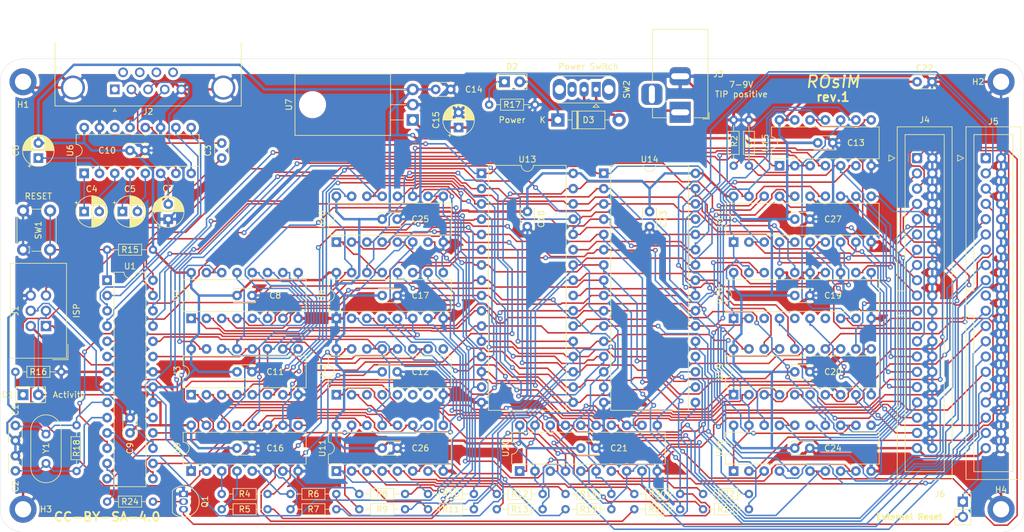
<source format=kicad_pcb>
(kicad_pcb (version 20171130) (host pcbnew "(5.1.7)-1")
  (layers (0 F.Cu signal) (31 B.Cu signal) (34 B.Paste user) (35 F.Paste user) (36 B.SilkS user) (37 F.SilkS user) (38 B.Mask user) (39 F.Mask user) (44 Edge.Cuts user))
  (net 0 "")
  (net 1 /XTAL1)
  (net 2 GND)
  (net 3 /XTAL2)
  (net 4 "Net-(C3-Pad2)")
  (net 5 /~RESET)
  (net 6 "Net-(C4-Pad2)")
  (net 7 "Net-(C4-Pad1)")
  (net 8 "Net-(C5-Pad2)")
  (net 9 "Net-(C5-Pad1)")
  (net 10 VCC)
  (net 11 "Net-(C6-Pad1)")
  (net 12 "Net-(C7-Pad2)")
  (net 13 /RECT_V12)
  (net 14 /SCK)
  (net 15 "Net-(D1-Pad1)")
  (net 16 "Net-(D2-Pad1)")
  (net 17 /SW_12V)
  (net 18 /MOSI)
  (net 19 /MISO)
  (net 20 /RS232-DTR)
  (net 21 /RS232-TX)
  (net 22 /RS232-RX)
  (net 23 +12V)
  (net 24 /TTL-TX)
  (net 25 /TTL-RX)
  (net 26 "Net-(U2-Pad9)")
  (net 27 /SIPO_SER)
  (net 28 /PISO_SER)
  (net 29 /PISO_CLK)
  (net 30 /~SIPO_OE)
  (net 31 /SIPO_RCLK)
  (net 32 /PISO_INH)
  (net 33 /PISO_SH)
  (net 34 /~PISO_CLR)
  (net 35 /~SIPO_CLR)
  (net 36 /SIPO_CLK)
  (net 37 "Net-(U3-Pad9)")
  (net 38 /EXT_A18)
  (net 39 /EXT_A17)
  (net 40 /EXT_A16)
  (net 41 /EXT_A15)
  (net 42 /EXT_A14)
  (net 43 /EXT_A13)
  (net 44 /EXT_A12)
  (net 45 /EXT_A11)
  (net 46 /EXT_A10)
  (net 47 /EXT_A9)
  (net 48 /EXT_A8)
  (net 49 /EXT_A7)
  (net 50 /EXT_A6)
  (net 51 /EXT_A5)
  (net 52 /EXT_A4)
  (net 53 /EXT_A3)
  (net 54 /EXT_A2)
  (net 55 /EXT_A1)
  (net 56 /EXT_A0)
  (net 57 /~EXT_RESET)
  (net 58 /~EXT_OE)
  (net 59 /~EXT_CE)
  (net 60 /EXT_D15)
  (net 61 /EXT_D14)
  (net 62 /EXT_D13)
  (net 63 /EXT_D12)
  (net 64 /EXT_D11)
  (net 65 /EXT_D10)
  (net 66 /EXT_D9)
  (net 67 /EXT_D8)
  (net 68 /EXT_D7)
  (net 69 /EXT_D6)
  (net 70 /EXT_D5)
  (net 71 /EXT_D4)
  (net 72 /EXT_D3)
  (net 73 /EXT_D2)
  (net 74 /EXT_D1)
  (net 75 /EXT_D0)
  (net 76 "Net-(Q1-Pad2)")
  (net 77 /~SRAM_OE_EXT)
  (net 78 /~SRAM_CE_EXT)
  (net 79 /SRAM_D0)
  (net 80 "Net-(R4-Pad1)")
  (net 81 /SRAM_D1)
  (net 82 "Net-(R5-Pad1)")
  (net 83 /SRAM_D2)
  (net 84 "Net-(R6-Pad1)")
  (net 85 /SRAM_D3)
  (net 86 "Net-(R7-Pad1)")
  (net 87 /SRAM_D4)
  (net 88 "Net-(R8-Pad1)")
  (net 89 /SRAM_D5)
  (net 90 "Net-(R9-Pad1)")
  (net 91 /SRAM_D6)
  (net 92 "Net-(R10-Pad1)")
  (net 93 /SRAM_D7)
  (net 94 "Net-(R11-Pad1)")
  (net 95 /SRAM_D8)
  (net 96 "Net-(R12-Pad1)")
  (net 97 /SRAM_D9)
  (net 98 "Net-(R13-Pad1)")
  (net 99 /SRAM_D10)
  (net 100 "Net-(R14-Pad1)")
  (net 101 /SRAM_D11)
  (net 102 "Net-(R19-Pad1)")
  (net 103 /SRAM_D12)
  (net 104 "Net-(R20-Pad1)")
  (net 105 /SRAM_D13)
  (net 106 "Net-(R21-Pad1)")
  (net 107 /SRAM_D14)
  (net 108 "Net-(R22-Pad1)")
  (net 109 /SRAM_D15)
  (net 110 "Net-(R23-Pad1)")
  (net 111 /MCU_RESET)
  (net 112 /~SRAM_WE)
  (net 113 /~SRAM_OE_MCU)
  (net 114 /~SRAM_CE_MCU)
  (net 115 /~EXT_EN)
  (net 116 /SRAM_A0)
  (net 117 /SRAM_A7)
  (net 118 /SRAM_A6)
  (net 119 /SRAM_A5)
  (net 120 /SRAM_A4)
  (net 121 /SRAM_A3)
  (net 122 /SRAM_A2)
  (net 123 /SRAM_A1)
  (net 124 /SRAM_A8)
  (net 125 /SRAM_A15)
  (net 126 /SRAM_A14)
  (net 127 /SRAM_A13)
  (net 128 /SRAM_A12)
  (net 129 /SRAM_A11)
  (net 130 /SRAM_A10)
  (net 131 /SRAM_A9)
  (net 132 "Net-(U10-Pad1)")
  (net 133 /SRAM_A16)
  (net 134 /SRAM_A18)
  (net 135 "Net-(U11-Pad14)")
  (net 136 /SRAM_A17)
  (net 137 "Net-(U11-Pad9)")
  (net 138 /~SRAM_OE)
  (net 139 /~SRAM_CE)
  (net 140 "Net-(U15-Pad12)")
  (net 141 /~EXT_D_EN)
  (module Package_TO_SOT_THT:TO-220-3_Horizontal_TabDown (layer F.Cu) (at 160.02 64.77 90)
    (fp_text reference U7 (at 2.54 -20.58 90) (layer F.SilkS))
    (fp_text value L7805)
    (pad 3 thru_hole oval (at 5.08 0 90) (size 1.905 2) (drill 1.1) (layers *.Cu *.Mask) (net 10 VCC))
    (pad 2 thru_hole oval (at 2.54 0 90) (size 1.905 2) (drill 1.1) (layers *.Cu *.Mask) (net 2 GND))
    (pad 1 thru_hole rect (at 0 0 90) (size 1.905 2) (drill 1.1) (layers *.Cu *.Mask) (net 13 /RECT_V12))
    (pad "" np_thru_hole oval (at 2.54 -16.66 90) (size 3.5 3.5) (drill 3.5) (layers *.Cu *.Mask))
  )
  (module Package_DIP:DIP-28_W7.62mm (layer F.Cu) (at 109.22 91.44)
    (fp_text reference U1 (at 3.81 -2.33) (layer F.SilkS))
    (fp_text value ATmega8A-PU)
    (pad 28 thru_hole oval (at 7.62 0) (size 1.6 1.6) (drill 0.8) (layers *.Cu *.Mask) (net 112 /~SRAM_WE))
    (pad 14 thru_hole oval (at 0 33.02) (size 1.6 1.6) (drill 0.8) (layers *.Cu *.Mask) (net 27 /SIPO_SER))
    (pad 27 thru_hole oval (at 7.62 2.54) (size 1.6 1.6) (drill 0.8) (layers *.Cu *.Mask) (net 113 /~SRAM_OE_MCU))
    (pad 13 thru_hole oval (at 0 30.48) (size 1.6 1.6) (drill 0.8) (layers *.Cu *.Mask) (net 111 /MCU_RESET))
    (pad 26 thru_hole oval (at 7.62 5.08) (size 1.6 1.6) (drill 0.8) (layers *.Cu *.Mask) (net 114 /~SRAM_CE_MCU))
    (pad 12 thru_hole oval (at 0 27.94) (size 1.6 1.6) (drill 0.8) (layers *.Cu *.Mask) (net 28 /PISO_SER))
    (pad 25 thru_hole oval (at 7.62 7.62) (size 1.6 1.6) (drill 0.8) (layers *.Cu *.Mask) (net 115 /~EXT_EN))
    (pad 11 thru_hole oval (at 0 25.4) (size 1.6 1.6) (drill 0.8) (layers *.Cu *.Mask) (net 29 /PISO_CLK))
    (pad 24 thru_hole oval (at 7.62 10.16) (size 1.6 1.6) (drill 0.8) (layers *.Cu *.Mask) (net 30 /~SIPO_OE))
    (pad 10 thru_hole oval (at 0 22.86) (size 1.6 1.6) (drill 0.8) (layers *.Cu *.Mask) (net 3 /XTAL2))
    (pad 23 thru_hole oval (at 7.62 12.7) (size 1.6 1.6) (drill 0.8) (layers *.Cu *.Mask) (net 31 /SIPO_RCLK))
    (pad 9 thru_hole oval (at 0 20.32) (size 1.6 1.6) (drill 0.8) (layers *.Cu *.Mask) (net 1 /XTAL1))
    (pad 22 thru_hole oval (at 7.62 15.24) (size 1.6 1.6) (drill 0.8) (layers *.Cu *.Mask) (net 2 GND))
    (pad 8 thru_hole oval (at 0 17.78) (size 1.6 1.6) (drill 0.8) (layers *.Cu *.Mask) (net 2 GND))
    (pad 21 thru_hole oval (at 7.62 17.78) (size 1.6 1.6) (drill 0.8) (layers *.Cu *.Mask) (net 10 VCC))
    (pad 7 thru_hole oval (at 0 15.24) (size 1.6 1.6) (drill 0.8) (layers *.Cu *.Mask) (net 10 VCC))
    (pad 20 thru_hole oval (at 7.62 20.32) (size 1.6 1.6) (drill 0.8) (layers *.Cu *.Mask) (net 10 VCC))
    (pad 6 thru_hole oval (at 0 12.7) (size 1.6 1.6) (drill 0.8) (layers *.Cu *.Mask) (net 32 /PISO_INH))
    (pad 19 thru_hole oval (at 7.62 22.86) (size 1.6 1.6) (drill 0.8) (layers *.Cu *.Mask) (net 14 /SCK))
    (pad 5 thru_hole oval (at 0 10.16) (size 1.6 1.6) (drill 0.8) (layers *.Cu *.Mask) (net 33 /PISO_SH))
    (pad 18 thru_hole oval (at 7.62 25.4) (size 1.6 1.6) (drill 0.8) (layers *.Cu *.Mask) (net 19 /MISO))
    (pad 4 thru_hole oval (at 0 7.62) (size 1.6 1.6) (drill 0.8) (layers *.Cu *.Mask) (net 34 /~PISO_CLR))
    (pad 17 thru_hole oval (at 7.62 27.94) (size 1.6 1.6) (drill 0.8) (layers *.Cu *.Mask) (net 18 /MOSI))
    (pad 3 thru_hole oval (at 0 5.08) (size 1.6 1.6) (drill 0.8) (layers *.Cu *.Mask) (net 24 /TTL-TX))
    (pad 16 thru_hole oval (at 7.62 30.48) (size 1.6 1.6) (drill 0.8) (layers *.Cu *.Mask) (net 35 /~SIPO_CLR))
    (pad 2 thru_hole oval (at 0 2.54) (size 1.6 1.6) (drill 0.8) (layers *.Cu *.Mask) (net 25 /TTL-RX))
    (pad 15 thru_hole oval (at 7.62 33.02) (size 1.6 1.6) (drill 0.8) (layers *.Cu *.Mask) (net 36 /SIPO_CLK))
    (pad 1 thru_hole rect (at 0 0) (size 1.6 1.6) (drill 0.8) (layers *.Cu *.Mask) (net 5 /~RESET))
  )
  (module Package_DIP:DIP-20_W7.62mm (layer F.Cu) (at 177.8 123.19 90)
    (fp_text reference U20 (at 3.81 -2.33 90) (layer F.SilkS))
    (fp_text value 74HC244)
    (pad 20 thru_hole oval (at 7.62 0 90) (size 1.6 1.6) (drill 0.8) (layers *.Cu *.Mask) (net 10 VCC))
    (pad 10 thru_hole oval (at 0 22.86 90) (size 1.6 1.6) (drill 0.8) (layers *.Cu *.Mask) (net 2 GND))
    (pad 19 thru_hole oval (at 7.62 2.54 90) (size 1.6 1.6) (drill 0.8) (layers *.Cu *.Mask) (net 141 /~EXT_D_EN))
    (pad 9 thru_hole oval (at 0 20.32 90) (size 1.6 1.6) (drill 0.8) (layers *.Cu *.Mask) (net 63 /EXT_D12))
    (pad 18 thru_hole oval (at 7.62 5.08 90) (size 1.6 1.6) (drill 0.8) (layers *.Cu *.Mask) (net 67 /EXT_D8))
    (pad 8 thru_hole oval (at 0 17.78 90) (size 1.6 1.6) (drill 0.8) (layers *.Cu *.Mask) (net 101 /SRAM_D11))
    (pad 17 thru_hole oval (at 7.62 7.62 90) (size 1.6 1.6) (drill 0.8) (layers *.Cu *.Mask) (net 109 /SRAM_D15))
    (pad 7 thru_hole oval (at 0 15.24 90) (size 1.6 1.6) (drill 0.8) (layers *.Cu *.Mask) (net 62 /EXT_D13))
    (pad 16 thru_hole oval (at 7.62 10.16 90) (size 1.6 1.6) (drill 0.8) (layers *.Cu *.Mask) (net 66 /EXT_D9))
    (pad 6 thru_hole oval (at 0 12.7 90) (size 1.6 1.6) (drill 0.8) (layers *.Cu *.Mask) (net 99 /SRAM_D10))
    (pad 15 thru_hole oval (at 7.62 12.7 90) (size 1.6 1.6) (drill 0.8) (layers *.Cu *.Mask) (net 107 /SRAM_D14))
    (pad 5 thru_hole oval (at 0 10.16 90) (size 1.6 1.6) (drill 0.8) (layers *.Cu *.Mask) (net 61 /EXT_D14))
    (pad 14 thru_hole oval (at 7.62 15.24 90) (size 1.6 1.6) (drill 0.8) (layers *.Cu *.Mask) (net 65 /EXT_D10))
    (pad 4 thru_hole oval (at 0 7.62 90) (size 1.6 1.6) (drill 0.8) (layers *.Cu *.Mask) (net 97 /SRAM_D9))
    (pad 13 thru_hole oval (at 7.62 17.78 90) (size 1.6 1.6) (drill 0.8) (layers *.Cu *.Mask) (net 105 /SRAM_D13))
    (pad 3 thru_hole oval (at 0 5.08 90) (size 1.6 1.6) (drill 0.8) (layers *.Cu *.Mask) (net 60 /EXT_D15))
    (pad 12 thru_hole oval (at 7.62 20.32 90) (size 1.6 1.6) (drill 0.8) (layers *.Cu *.Mask) (net 64 /EXT_D11))
    (pad 2 thru_hole oval (at 0 2.54 90) (size 1.6 1.6) (drill 0.8) (layers *.Cu *.Mask) (net 95 /SRAM_D8))
    (pad 11 thru_hole oval (at 7.62 22.86 90) (size 1.6 1.6) (drill 0.8) (layers *.Cu *.Mask) (net 103 /SRAM_D12))
    (pad 1 thru_hole rect (at 0 0 90) (size 1.6 1.6) (drill 0.8) (layers *.Cu *.Mask) (net 141 /~EXT_D_EN))
  )
  (module Package_DIP:DIP-20_W7.62mm (layer F.Cu) (at 213.36 110.49 90)
    (fp_text reference U19 (at 3.81 -2.33 90) (layer F.SilkS))
    (fp_text value 74HC244)
    (pad 20 thru_hole oval (at 7.62 0 90) (size 1.6 1.6) (drill 0.8) (layers *.Cu *.Mask) (net 10 VCC))
    (pad 10 thru_hole oval (at 0 22.86 90) (size 1.6 1.6) (drill 0.8) (layers *.Cu *.Mask) (net 2 GND))
    (pad 19 thru_hole oval (at 7.62 2.54 90) (size 1.6 1.6) (drill 0.8) (layers *.Cu *.Mask) (net 141 /~EXT_D_EN))
    (pad 9 thru_hole oval (at 0 20.32 90) (size 1.6 1.6) (drill 0.8) (layers *.Cu *.Mask) (net 71 /EXT_D4))
    (pad 18 thru_hole oval (at 7.62 5.08 90) (size 1.6 1.6) (drill 0.8) (layers *.Cu *.Mask) (net 75 /EXT_D0))
    (pad 8 thru_hole oval (at 0 17.78 90) (size 1.6 1.6) (drill 0.8) (layers *.Cu *.Mask) (net 85 /SRAM_D3))
    (pad 17 thru_hole oval (at 7.62 7.62 90) (size 1.6 1.6) (drill 0.8) (layers *.Cu *.Mask) (net 93 /SRAM_D7))
    (pad 7 thru_hole oval (at 0 15.24 90) (size 1.6 1.6) (drill 0.8) (layers *.Cu *.Mask) (net 70 /EXT_D5))
    (pad 16 thru_hole oval (at 7.62 10.16 90) (size 1.6 1.6) (drill 0.8) (layers *.Cu *.Mask) (net 74 /EXT_D1))
    (pad 6 thru_hole oval (at 0 12.7 90) (size 1.6 1.6) (drill 0.8) (layers *.Cu *.Mask) (net 83 /SRAM_D2))
    (pad 15 thru_hole oval (at 7.62 12.7 90) (size 1.6 1.6) (drill 0.8) (layers *.Cu *.Mask) (net 91 /SRAM_D6))
    (pad 5 thru_hole oval (at 0 10.16 90) (size 1.6 1.6) (drill 0.8) (layers *.Cu *.Mask) (net 69 /EXT_D6))
    (pad 14 thru_hole oval (at 7.62 15.24 90) (size 1.6 1.6) (drill 0.8) (layers *.Cu *.Mask) (net 73 /EXT_D2))
    (pad 4 thru_hole oval (at 0 7.62 90) (size 1.6 1.6) (drill 0.8) (layers *.Cu *.Mask) (net 81 /SRAM_D1))
    (pad 13 thru_hole oval (at 7.62 17.78 90) (size 1.6 1.6) (drill 0.8) (layers *.Cu *.Mask) (net 89 /SRAM_D5))
    (pad 3 thru_hole oval (at 0 5.08 90) (size 1.6 1.6) (drill 0.8) (layers *.Cu *.Mask) (net 68 /EXT_D7))
    (pad 12 thru_hole oval (at 7.62 20.32 90) (size 1.6 1.6) (drill 0.8) (layers *.Cu *.Mask) (net 72 /EXT_D3))
    (pad 2 thru_hole oval (at 0 2.54 90) (size 1.6 1.6) (drill 0.8) (layers *.Cu *.Mask) (net 79 /SRAM_D0))
    (pad 11 thru_hole oval (at 7.62 22.86 90) (size 1.6 1.6) (drill 0.8) (layers *.Cu *.Mask) (net 87 /SRAM_D4))
    (pad 1 thru_hole rect (at 0 0 90) (size 1.6 1.6) (drill 0.8) (layers *.Cu *.Mask) (net 141 /~EXT_D_EN))
  )
  (module Package_DIP:DIP-20_W7.62mm (layer F.Cu) (at 213.36 97.79 90)
    (fp_text reference U18 (at 3.81 -2.33 90) (layer F.SilkS))
    (fp_text value 74HCT244)
    (pad 20 thru_hole oval (at 7.62 0 90) (size 1.6 1.6) (drill 0.8) (layers *.Cu *.Mask) (net 10 VCC))
    (pad 10 thru_hole oval (at 0 22.86 90) (size 1.6 1.6) (drill 0.8) (layers *.Cu *.Mask) (net 2 GND))
    (pad 19 thru_hole oval (at 7.62 2.54 90) (size 1.6 1.6) (drill 0.8) (layers *.Cu *.Mask) (net 115 /~EXT_EN))
    (pad 9 thru_hole oval (at 0 20.32 90) (size 1.6 1.6) (drill 0.8) (layers *.Cu *.Mask) (net 77 /~SRAM_OE_EXT))
    (pad 18 thru_hole oval (at 7.62 5.08 90) (size 1.6 1.6) (drill 0.8) (layers *.Cu *.Mask) (net 133 /SRAM_A16))
    (pad 8 thru_hole oval (at 0 17.78 90) (size 1.6 1.6) (drill 0.8) (layers *.Cu *.Mask) (net 59 /~EXT_CE))
    (pad 17 thru_hole oval (at 7.62 7.62 90) (size 1.6 1.6) (drill 0.8) (layers *.Cu *.Mask) (net 2 GND))
    (pad 7 thru_hole oval (at 0 15.24 90) (size 1.6 1.6) (drill 0.8) (layers *.Cu *.Mask))
    (pad 16 thru_hole oval (at 7.62 10.16 90) (size 1.6 1.6) (drill 0.8) (layers *.Cu *.Mask) (net 136 /SRAM_A17))
    (pad 6 thru_hole oval (at 0 12.7 90) (size 1.6 1.6) (drill 0.8) (layers *.Cu *.Mask) (net 38 /EXT_A18))
    (pad 15 thru_hole oval (at 7.62 12.7 90) (size 1.6 1.6) (drill 0.8) (layers *.Cu *.Mask) (net 2 GND))
    (pad 5 thru_hole oval (at 0 10.16 90) (size 1.6 1.6) (drill 0.8) (layers *.Cu *.Mask))
    (pad 14 thru_hole oval (at 7.62 15.24 90) (size 1.6 1.6) (drill 0.8) (layers *.Cu *.Mask) (net 134 /SRAM_A18))
    (pad 4 thru_hole oval (at 0 7.62 90) (size 1.6 1.6) (drill 0.8) (layers *.Cu *.Mask) (net 39 /EXT_A17))
    (pad 13 thru_hole oval (at 7.62 17.78 90) (size 1.6 1.6) (drill 0.8) (layers *.Cu *.Mask) (net 2 GND))
    (pad 3 thru_hole oval (at 0 5.08 90) (size 1.6 1.6) (drill 0.8) (layers *.Cu *.Mask))
    (pad 12 thru_hole oval (at 7.62 20.32 90) (size 1.6 1.6) (drill 0.8) (layers *.Cu *.Mask) (net 78 /~SRAM_CE_EXT))
    (pad 2 thru_hole oval (at 0 2.54 90) (size 1.6 1.6) (drill 0.8) (layers *.Cu *.Mask) (net 40 /EXT_A16))
    (pad 11 thru_hole oval (at 7.62 22.86 90) (size 1.6 1.6) (drill 0.8) (layers *.Cu *.Mask) (net 58 /~EXT_OE))
    (pad 1 thru_hole rect (at 0 0 90) (size 1.6 1.6) (drill 0.8) (layers *.Cu *.Mask) (net 115 /~EXT_EN))
  )
  (module Package_DIP:DIP-20_W7.62mm (layer F.Cu) (at 213.36 85.09 90)
    (fp_text reference U17 (at 3.81 -2.33 90) (layer F.SilkS))
    (fp_text value 74HCT244)
    (pad 20 thru_hole oval (at 7.62 0 90) (size 1.6 1.6) (drill 0.8) (layers *.Cu *.Mask) (net 10 VCC))
    (pad 10 thru_hole oval (at 0 22.86 90) (size 1.6 1.6) (drill 0.8) (layers *.Cu *.Mask) (net 2 GND))
    (pad 19 thru_hole oval (at 7.62 2.54 90) (size 1.6 1.6) (drill 0.8) (layers *.Cu *.Mask) (net 115 /~EXT_EN))
    (pad 9 thru_hole oval (at 0 20.32 90) (size 1.6 1.6) (drill 0.8) (layers *.Cu *.Mask) (net 128 /SRAM_A12))
    (pad 18 thru_hole oval (at 7.62 5.08 90) (size 1.6 1.6) (drill 0.8) (layers *.Cu *.Mask) (net 124 /SRAM_A8))
    (pad 8 thru_hole oval (at 0 17.78 90) (size 1.6 1.6) (drill 0.8) (layers *.Cu *.Mask) (net 45 /EXT_A11))
    (pad 17 thru_hole oval (at 7.62 7.62 90) (size 1.6 1.6) (drill 0.8) (layers *.Cu *.Mask) (net 41 /EXT_A15))
    (pad 7 thru_hole oval (at 0 15.24 90) (size 1.6 1.6) (drill 0.8) (layers *.Cu *.Mask) (net 127 /SRAM_A13))
    (pad 16 thru_hole oval (at 7.62 10.16 90) (size 1.6 1.6) (drill 0.8) (layers *.Cu *.Mask) (net 131 /SRAM_A9))
    (pad 6 thru_hole oval (at 0 12.7 90) (size 1.6 1.6) (drill 0.8) (layers *.Cu *.Mask) (net 46 /EXT_A10))
    (pad 15 thru_hole oval (at 7.62 12.7 90) (size 1.6 1.6) (drill 0.8) (layers *.Cu *.Mask) (net 42 /EXT_A14))
    (pad 5 thru_hole oval (at 0 10.16 90) (size 1.6 1.6) (drill 0.8) (layers *.Cu *.Mask) (net 126 /SRAM_A14))
    (pad 14 thru_hole oval (at 7.62 15.24 90) (size 1.6 1.6) (drill 0.8) (layers *.Cu *.Mask) (net 130 /SRAM_A10))
    (pad 4 thru_hole oval (at 0 7.62 90) (size 1.6 1.6) (drill 0.8) (layers *.Cu *.Mask) (net 47 /EXT_A9))
    (pad 13 thru_hole oval (at 7.62 17.78 90) (size 1.6 1.6) (drill 0.8) (layers *.Cu *.Mask) (net 43 /EXT_A13))
    (pad 3 thru_hole oval (at 0 5.08 90) (size 1.6 1.6) (drill 0.8) (layers *.Cu *.Mask) (net 125 /SRAM_A15))
    (pad 12 thru_hole oval (at 7.62 20.32 90) (size 1.6 1.6) (drill 0.8) (layers *.Cu *.Mask) (net 129 /SRAM_A11))
    (pad 2 thru_hole oval (at 0 2.54 90) (size 1.6 1.6) (drill 0.8) (layers *.Cu *.Mask) (net 48 /EXT_A8))
    (pad 11 thru_hole oval (at 7.62 22.86 90) (size 1.6 1.6) (drill 0.8) (layers *.Cu *.Mask) (net 44 /EXT_A12))
    (pad 1 thru_hole rect (at 0 0 90) (size 1.6 1.6) (drill 0.8) (layers *.Cu *.Mask) (net 115 /~EXT_EN))
  )
  (module Package_DIP:DIP-20_W7.62mm (layer F.Cu) (at 213.36 123.19 90)
    (fp_text reference U16 (at 3.81 -2.33 90) (layer F.SilkS))
    (fp_text value 74HCT244)
    (pad 20 thru_hole oval (at 7.62 0 90) (size 1.6 1.6) (drill 0.8) (layers *.Cu *.Mask) (net 10 VCC))
    (pad 10 thru_hole oval (at 0 22.86 90) (size 1.6 1.6) (drill 0.8) (layers *.Cu *.Mask) (net 2 GND))
    (pad 19 thru_hole oval (at 7.62 2.54 90) (size 1.6 1.6) (drill 0.8) (layers *.Cu *.Mask) (net 115 /~EXT_EN))
    (pad 9 thru_hole oval (at 0 20.32 90) (size 1.6 1.6) (drill 0.8) (layers *.Cu *.Mask) (net 120 /SRAM_A4))
    (pad 18 thru_hole oval (at 7.62 5.08 90) (size 1.6 1.6) (drill 0.8) (layers *.Cu *.Mask) (net 116 /SRAM_A0))
    (pad 8 thru_hole oval (at 0 17.78 90) (size 1.6 1.6) (drill 0.8) (layers *.Cu *.Mask) (net 53 /EXT_A3))
    (pad 17 thru_hole oval (at 7.62 7.62 90) (size 1.6 1.6) (drill 0.8) (layers *.Cu *.Mask) (net 49 /EXT_A7))
    (pad 7 thru_hole oval (at 0 15.24 90) (size 1.6 1.6) (drill 0.8) (layers *.Cu *.Mask) (net 119 /SRAM_A5))
    (pad 16 thru_hole oval (at 7.62 10.16 90) (size 1.6 1.6) (drill 0.8) (layers *.Cu *.Mask) (net 123 /SRAM_A1))
    (pad 6 thru_hole oval (at 0 12.7 90) (size 1.6 1.6) (drill 0.8) (layers *.Cu *.Mask) (net 54 /EXT_A2))
    (pad 15 thru_hole oval (at 7.62 12.7 90) (size 1.6 1.6) (drill 0.8) (layers *.Cu *.Mask) (net 50 /EXT_A6))
    (pad 5 thru_hole oval (at 0 10.16 90) (size 1.6 1.6) (drill 0.8) (layers *.Cu *.Mask) (net 118 /SRAM_A6))
    (pad 14 thru_hole oval (at 7.62 15.24 90) (size 1.6 1.6) (drill 0.8) (layers *.Cu *.Mask) (net 122 /SRAM_A2))
    (pad 4 thru_hole oval (at 0 7.62 90) (size 1.6 1.6) (drill 0.8) (layers *.Cu *.Mask) (net 55 /EXT_A1))
    (pad 13 thru_hole oval (at 7.62 17.78 90) (size 1.6 1.6) (drill 0.8) (layers *.Cu *.Mask) (net 51 /EXT_A5))
    (pad 3 thru_hole oval (at 0 5.08 90) (size 1.6 1.6) (drill 0.8) (layers *.Cu *.Mask) (net 117 /SRAM_A7))
    (pad 12 thru_hole oval (at 7.62 20.32 90) (size 1.6 1.6) (drill 0.8) (layers *.Cu *.Mask) (net 121 /SRAM_A3))
    (pad 2 thru_hole oval (at 0 2.54 90) (size 1.6 1.6) (drill 0.8) (layers *.Cu *.Mask) (net 56 /EXT_A0))
    (pad 11 thru_hole oval (at 7.62 22.86 90) (size 1.6 1.6) (drill 0.8) (layers *.Cu *.Mask) (net 52 /EXT_A4))
    (pad 1 thru_hole rect (at 0 0 90) (size 1.6 1.6) (drill 0.8) (layers *.Cu *.Mask) (net 115 /~EXT_EN))
  )
  (module Package_DIP:DIP-14_W7.62mm (layer F.Cu) (at 220.98 72.39 90)
    (fp_text reference U15 (at 3.81 -2.33 90) (layer F.SilkS))
    (fp_text value 74HC32)
    (pad 14 thru_hole oval (at 7.62 0 90) (size 1.6 1.6) (drill 0.8) (layers *.Cu *.Mask) (net 10 VCC))
    (pad 7 thru_hole oval (at 0 15.24 90) (size 1.6 1.6) (drill 0.8) (layers *.Cu *.Mask) (net 2 GND))
    (pad 13 thru_hole oval (at 7.62 2.54 90) (size 1.6 1.6) (drill 0.8) (layers *.Cu *.Mask) (net 115 /~EXT_EN))
    (pad 6 thru_hole oval (at 0 12.7 90) (size 1.6 1.6) (drill 0.8) (layers *.Cu *.Mask) (net 139 /~SRAM_CE))
    (pad 12 thru_hole oval (at 7.62 5.08 90) (size 1.6 1.6) (drill 0.8) (layers *.Cu *.Mask) (net 140 "Net-(U15-Pad12)"))
    (pad 5 thru_hole oval (at 0 10.16 90) (size 1.6 1.6) (drill 0.8) (layers *.Cu *.Mask) (net 78 /~SRAM_CE_EXT))
    (pad 11 thru_hole oval (at 7.62 7.62 90) (size 1.6 1.6) (drill 0.8) (layers *.Cu *.Mask) (net 141 /~EXT_D_EN))
    (pad 4 thru_hole oval (at 0 7.62 90) (size 1.6 1.6) (drill 0.8) (layers *.Cu *.Mask) (net 114 /~SRAM_CE_MCU))
    (pad 10 thru_hole oval (at 7.62 10.16 90) (size 1.6 1.6) (drill 0.8) (layers *.Cu *.Mask) (net 77 /~SRAM_OE_EXT))
    (pad 3 thru_hole oval (at 0 5.08 90) (size 1.6 1.6) (drill 0.8) (layers *.Cu *.Mask) (net 138 /~SRAM_OE))
    (pad 9 thru_hole oval (at 7.62 12.7 90) (size 1.6 1.6) (drill 0.8) (layers *.Cu *.Mask) (net 78 /~SRAM_CE_EXT))
    (pad 2 thru_hole oval (at 0 2.54 90) (size 1.6 1.6) (drill 0.8) (layers *.Cu *.Mask) (net 77 /~SRAM_OE_EXT))
    (pad 8 thru_hole oval (at 7.62 15.24 90) (size 1.6 1.6) (drill 0.8) (layers *.Cu *.Mask) (net 140 "Net-(U15-Pad12)"))
    (pad 1 thru_hole rect (at 0 0 90) (size 1.6 1.6) (drill 0.8) (layers *.Cu *.Mask) (net 113 /~SRAM_OE_MCU))
  )
  (module Package_DIP:DIP-32_W15.24mm (layer F.Cu) (at 191.77 73.66)
    (fp_text reference U14 (at 7.62 -2.33) (layer F.SilkS))
    (fp_text value AS6C4008-55PCN)
    (pad 32 thru_hole oval (at 15.24 0) (size 1.6 1.6) (drill 0.8) (layers *.Cu *.Mask) (net 10 VCC))
    (pad 16 thru_hole oval (at 0 38.1) (size 1.6 1.6) (drill 0.8) (layers *.Cu *.Mask) (net 2 GND))
    (pad 31 thru_hole oval (at 15.24 2.54) (size 1.6 1.6) (drill 0.8) (layers *.Cu *.Mask) (net 125 /SRAM_A15))
    (pad 15 thru_hole oval (at 0 35.56) (size 1.6 1.6) (drill 0.8) (layers *.Cu *.Mask) (net 99 /SRAM_D10))
    (pad 30 thru_hole oval (at 15.24 5.08) (size 1.6 1.6) (drill 0.8) (layers *.Cu *.Mask) (net 136 /SRAM_A17))
    (pad 14 thru_hole oval (at 0 33.02) (size 1.6 1.6) (drill 0.8) (layers *.Cu *.Mask) (net 97 /SRAM_D9))
    (pad 29 thru_hole oval (at 15.24 7.62) (size 1.6 1.6) (drill 0.8) (layers *.Cu *.Mask) (net 112 /~SRAM_WE))
    (pad 13 thru_hole oval (at 0 30.48) (size 1.6 1.6) (drill 0.8) (layers *.Cu *.Mask) (net 95 /SRAM_D8))
    (pad 28 thru_hole oval (at 15.24 10.16) (size 1.6 1.6) (drill 0.8) (layers *.Cu *.Mask) (net 127 /SRAM_A13))
    (pad 12 thru_hole oval (at 0 27.94) (size 1.6 1.6) (drill 0.8) (layers *.Cu *.Mask) (net 116 /SRAM_A0))
    (pad 27 thru_hole oval (at 15.24 12.7) (size 1.6 1.6) (drill 0.8) (layers *.Cu *.Mask) (net 124 /SRAM_A8))
    (pad 11 thru_hole oval (at 0 25.4) (size 1.6 1.6) (drill 0.8) (layers *.Cu *.Mask) (net 123 /SRAM_A1))
    (pad 26 thru_hole oval (at 15.24 15.24) (size 1.6 1.6) (drill 0.8) (layers *.Cu *.Mask) (net 131 /SRAM_A9))
    (pad 10 thru_hole oval (at 0 22.86) (size 1.6 1.6) (drill 0.8) (layers *.Cu *.Mask) (net 122 /SRAM_A2))
    (pad 25 thru_hole oval (at 15.24 17.78) (size 1.6 1.6) (drill 0.8) (layers *.Cu *.Mask) (net 129 /SRAM_A11))
    (pad 9 thru_hole oval (at 0 20.32) (size 1.6 1.6) (drill 0.8) (layers *.Cu *.Mask) (net 121 /SRAM_A3))
    (pad 24 thru_hole oval (at 15.24 20.32) (size 1.6 1.6) (drill 0.8) (layers *.Cu *.Mask) (net 138 /~SRAM_OE))
    (pad 8 thru_hole oval (at 0 17.78) (size 1.6 1.6) (drill 0.8) (layers *.Cu *.Mask) (net 120 /SRAM_A4))
    (pad 23 thru_hole oval (at 15.24 22.86) (size 1.6 1.6) (drill 0.8) (layers *.Cu *.Mask) (net 130 /SRAM_A10))
    (pad 7 thru_hole oval (at 0 15.24) (size 1.6 1.6) (drill 0.8) (layers *.Cu *.Mask) (net 119 /SRAM_A5))
    (pad 22 thru_hole oval (at 15.24 25.4) (size 1.6 1.6) (drill 0.8) (layers *.Cu *.Mask) (net 139 /~SRAM_CE))
    (pad 6 thru_hole oval (at 0 12.7) (size 1.6 1.6) (drill 0.8) (layers *.Cu *.Mask) (net 118 /SRAM_A6))
    (pad 21 thru_hole oval (at 15.24 27.94) (size 1.6 1.6) (drill 0.8) (layers *.Cu *.Mask) (net 109 /SRAM_D15))
    (pad 5 thru_hole oval (at 0 10.16) (size 1.6 1.6) (drill 0.8) (layers *.Cu *.Mask) (net 117 /SRAM_A7))
    (pad 20 thru_hole oval (at 15.24 30.48) (size 1.6 1.6) (drill 0.8) (layers *.Cu *.Mask) (net 107 /SRAM_D14))
    (pad 4 thru_hole oval (at 0 7.62) (size 1.6 1.6) (drill 0.8) (layers *.Cu *.Mask) (net 128 /SRAM_A12))
    (pad 19 thru_hole oval (at 15.24 33.02) (size 1.6 1.6) (drill 0.8) (layers *.Cu *.Mask) (net 105 /SRAM_D13))
    (pad 3 thru_hole oval (at 0 5.08) (size 1.6 1.6) (drill 0.8) (layers *.Cu *.Mask) (net 126 /SRAM_A14))
    (pad 18 thru_hole oval (at 15.24 35.56) (size 1.6 1.6) (drill 0.8) (layers *.Cu *.Mask) (net 103 /SRAM_D12))
    (pad 2 thru_hole oval (at 0 2.54) (size 1.6 1.6) (drill 0.8) (layers *.Cu *.Mask) (net 133 /SRAM_A16))
    (pad 17 thru_hole oval (at 15.24 38.1) (size 1.6 1.6) (drill 0.8) (layers *.Cu *.Mask) (net 101 /SRAM_D11))
    (pad 1 thru_hole rect (at 0 0) (size 1.6 1.6) (drill 0.8) (layers *.Cu *.Mask) (net 134 /SRAM_A18))
  )
  (module Package_DIP:DIP-32_W15.24mm (layer F.Cu) (at 171.45 73.66)
    (fp_text reference U13 (at 7.62 -2.33) (layer F.SilkS))
    (fp_text value AS6C4008-55PCN)
    (pad 32 thru_hole oval (at 15.24 0) (size 1.6 1.6) (drill 0.8) (layers *.Cu *.Mask) (net 10 VCC))
    (pad 16 thru_hole oval (at 0 38.1) (size 1.6 1.6) (drill 0.8) (layers *.Cu *.Mask) (net 2 GND))
    (pad 31 thru_hole oval (at 15.24 2.54) (size 1.6 1.6) (drill 0.8) (layers *.Cu *.Mask) (net 125 /SRAM_A15))
    (pad 15 thru_hole oval (at 0 35.56) (size 1.6 1.6) (drill 0.8) (layers *.Cu *.Mask) (net 83 /SRAM_D2))
    (pad 30 thru_hole oval (at 15.24 5.08) (size 1.6 1.6) (drill 0.8) (layers *.Cu *.Mask) (net 136 /SRAM_A17))
    (pad 14 thru_hole oval (at 0 33.02) (size 1.6 1.6) (drill 0.8) (layers *.Cu *.Mask) (net 81 /SRAM_D1))
    (pad 29 thru_hole oval (at 15.24 7.62) (size 1.6 1.6) (drill 0.8) (layers *.Cu *.Mask) (net 112 /~SRAM_WE))
    (pad 13 thru_hole oval (at 0 30.48) (size 1.6 1.6) (drill 0.8) (layers *.Cu *.Mask) (net 79 /SRAM_D0))
    (pad 28 thru_hole oval (at 15.24 10.16) (size 1.6 1.6) (drill 0.8) (layers *.Cu *.Mask) (net 127 /SRAM_A13))
    (pad 12 thru_hole oval (at 0 27.94) (size 1.6 1.6) (drill 0.8) (layers *.Cu *.Mask) (net 116 /SRAM_A0))
    (pad 27 thru_hole oval (at 15.24 12.7) (size 1.6 1.6) (drill 0.8) (layers *.Cu *.Mask) (net 124 /SRAM_A8))
    (pad 11 thru_hole oval (at 0 25.4) (size 1.6 1.6) (drill 0.8) (layers *.Cu *.Mask) (net 123 /SRAM_A1))
    (pad 26 thru_hole oval (at 15.24 15.24) (size 1.6 1.6) (drill 0.8) (layers *.Cu *.Mask) (net 131 /SRAM_A9))
    (pad 10 thru_hole oval (at 0 22.86) (size 1.6 1.6) (drill 0.8) (layers *.Cu *.Mask) (net 122 /SRAM_A2))
    (pad 25 thru_hole oval (at 15.24 17.78) (size 1.6 1.6) (drill 0.8) (layers *.Cu *.Mask) (net 129 /SRAM_A11))
    (pad 9 thru_hole oval (at 0 20.32) (size 1.6 1.6) (drill 0.8) (layers *.Cu *.Mask) (net 121 /SRAM_A3))
    (pad 24 thru_hole oval (at 15.24 20.32) (size 1.6 1.6) (drill 0.8) (layers *.Cu *.Mask) (net 138 /~SRAM_OE))
    (pad 8 thru_hole oval (at 0 17.78) (size 1.6 1.6) (drill 0.8) (layers *.Cu *.Mask) (net 120 /SRAM_A4))
    (pad 23 thru_hole oval (at 15.24 22.86) (size 1.6 1.6) (drill 0.8) (layers *.Cu *.Mask) (net 130 /SRAM_A10))
    (pad 7 thru_hole oval (at 0 15.24) (size 1.6 1.6) (drill 0.8) (layers *.Cu *.Mask) (net 119 /SRAM_A5))
    (pad 22 thru_hole oval (at 15.24 25.4) (size 1.6 1.6) (drill 0.8) (layers *.Cu *.Mask) (net 139 /~SRAM_CE))
    (pad 6 thru_hole oval (at 0 12.7) (size 1.6 1.6) (drill 0.8) (layers *.Cu *.Mask) (net 118 /SRAM_A6))
    (pad 21 thru_hole oval (at 15.24 27.94) (size 1.6 1.6) (drill 0.8) (layers *.Cu *.Mask) (net 93 /SRAM_D7))
    (pad 5 thru_hole oval (at 0 10.16) (size 1.6 1.6) (drill 0.8) (layers *.Cu *.Mask) (net 117 /SRAM_A7))
    (pad 20 thru_hole oval (at 15.24 30.48) (size 1.6 1.6) (drill 0.8) (layers *.Cu *.Mask) (net 91 /SRAM_D6))
    (pad 4 thru_hole oval (at 0 7.62) (size 1.6 1.6) (drill 0.8) (layers *.Cu *.Mask) (net 128 /SRAM_A12))
    (pad 19 thru_hole oval (at 15.24 33.02) (size 1.6 1.6) (drill 0.8) (layers *.Cu *.Mask) (net 89 /SRAM_D5))
    (pad 3 thru_hole oval (at 0 5.08) (size 1.6 1.6) (drill 0.8) (layers *.Cu *.Mask) (net 126 /SRAM_A14))
    (pad 18 thru_hole oval (at 15.24 35.56) (size 1.6 1.6) (drill 0.8) (layers *.Cu *.Mask) (net 87 /SRAM_D4))
    (pad 2 thru_hole oval (at 0 2.54) (size 1.6 1.6) (drill 0.8) (layers *.Cu *.Mask) (net 133 /SRAM_A16))
    (pad 17 thru_hole oval (at 15.24 38.1) (size 1.6 1.6) (drill 0.8) (layers *.Cu *.Mask) (net 85 /SRAM_D3))
    (pad 1 thru_hole rect (at 0 0) (size 1.6 1.6) (drill 0.8) (layers *.Cu *.Mask) (net 134 /SRAM_A18))
  )
  (module Package_DIP:DIP-16_W7.62mm (layer F.Cu) (at 147.32 110.49 90)
    (fp_text reference U12 (at 3.81 -2.33 90) (layer F.SilkS))
    (fp_text value 74HC595)
    (pad 16 thru_hole oval (at 7.62 0 90) (size 1.6 1.6) (drill 0.8) (layers *.Cu *.Mask) (net 10 VCC))
    (pad 8 thru_hole oval (at 0 17.78 90) (size 1.6 1.6) (drill 0.8) (layers *.Cu *.Mask) (net 2 GND))
    (pad 15 thru_hole oval (at 7.62 2.54 90) (size 1.6 1.6) (drill 0.8) (layers *.Cu *.Mask) (net 106 "Net-(R21-Pad1)"))
    (pad 7 thru_hole oval (at 0 15.24 90) (size 1.6 1.6) (drill 0.8) (layers *.Cu *.Mask))
    (pad 14 thru_hole oval (at 7.62 5.08 90) (size 1.6 1.6) (drill 0.8) (layers *.Cu *.Mask) (net 137 "Net-(U11-Pad9)"))
    (pad 6 thru_hole oval (at 0 12.7 90) (size 1.6 1.6) (drill 0.8) (layers *.Cu *.Mask))
    (pad 13 thru_hole oval (at 7.62 7.62 90) (size 1.6 1.6) (drill 0.8) (layers *.Cu *.Mask) (net 30 /~SIPO_OE))
    (pad 5 thru_hole oval (at 0 10.16 90) (size 1.6 1.6) (drill 0.8) (layers *.Cu *.Mask))
    (pad 12 thru_hole oval (at 7.62 10.16 90) (size 1.6 1.6) (drill 0.8) (layers *.Cu *.Mask) (net 31 /SIPO_RCLK))
    (pad 4 thru_hole oval (at 0 7.62 90) (size 1.6 1.6) (drill 0.8) (layers *.Cu *.Mask))
    (pad 11 thru_hole oval (at 7.62 12.7 90) (size 1.6 1.6) (drill 0.8) (layers *.Cu *.Mask) (net 36 /SIPO_CLK))
    (pad 3 thru_hole oval (at 0 5.08 90) (size 1.6 1.6) (drill 0.8) (layers *.Cu *.Mask))
    (pad 10 thru_hole oval (at 7.62 15.24 90) (size 1.6 1.6) (drill 0.8) (layers *.Cu *.Mask) (net 35 /~SIPO_CLR))
    (pad 2 thru_hole oval (at 0 2.54 90) (size 1.6 1.6) (drill 0.8) (layers *.Cu *.Mask) (net 110 "Net-(R23-Pad1)"))
    (pad 9 thru_hole oval (at 7.62 17.78 90) (size 1.6 1.6) (drill 0.8) (layers *.Cu *.Mask))
    (pad 1 thru_hole rect (at 0 0 90) (size 1.6 1.6) (drill 0.8) (layers *.Cu *.Mask) (net 108 "Net-(R22-Pad1)"))
  )
  (module Package_DIP:DIP-16_W7.62mm (layer F.Cu) (at 147.32 123.19 90)
    (fp_text reference U11 (at 3.81 -2.33 90) (layer F.SilkS))
    (fp_text value 74HC595)
    (pad 16 thru_hole oval (at 7.62 0 90) (size 1.6 1.6) (drill 0.8) (layers *.Cu *.Mask) (net 10 VCC))
    (pad 8 thru_hole oval (at 0 17.78 90) (size 1.6 1.6) (drill 0.8) (layers *.Cu *.Mask) (net 2 GND))
    (pad 15 thru_hole oval (at 7.62 2.54 90) (size 1.6 1.6) (drill 0.8) (layers *.Cu *.Mask) (net 90 "Net-(R9-Pad1)"))
    (pad 7 thru_hole oval (at 0 15.24 90) (size 1.6 1.6) (drill 0.8) (layers *.Cu *.Mask) (net 104 "Net-(R20-Pad1)"))
    (pad 14 thru_hole oval (at 7.62 5.08 90) (size 1.6 1.6) (drill 0.8) (layers *.Cu *.Mask) (net 135 "Net-(U11-Pad14)"))
    (pad 6 thru_hole oval (at 0 12.7 90) (size 1.6 1.6) (drill 0.8) (layers *.Cu *.Mask) (net 102 "Net-(R19-Pad1)"))
    (pad 13 thru_hole oval (at 7.62 7.62 90) (size 1.6 1.6) (drill 0.8) (layers *.Cu *.Mask) (net 30 /~SIPO_OE))
    (pad 5 thru_hole oval (at 0 10.16 90) (size 1.6 1.6) (drill 0.8) (layers *.Cu *.Mask) (net 100 "Net-(R14-Pad1)"))
    (pad 12 thru_hole oval (at 7.62 10.16 90) (size 1.6 1.6) (drill 0.8) (layers *.Cu *.Mask) (net 31 /SIPO_RCLK))
    (pad 4 thru_hole oval (at 0 7.62 90) (size 1.6 1.6) (drill 0.8) (layers *.Cu *.Mask) (net 98 "Net-(R13-Pad1)"))
    (pad 11 thru_hole oval (at 7.62 12.7 90) (size 1.6 1.6) (drill 0.8) (layers *.Cu *.Mask) (net 36 /SIPO_CLK))
    (pad 3 thru_hole oval (at 0 5.08 90) (size 1.6 1.6) (drill 0.8) (layers *.Cu *.Mask) (net 96 "Net-(R12-Pad1)"))
    (pad 10 thru_hole oval (at 7.62 15.24 90) (size 1.6 1.6) (drill 0.8) (layers *.Cu *.Mask) (net 35 /~SIPO_CLR))
    (pad 2 thru_hole oval (at 0 2.54 90) (size 1.6 1.6) (drill 0.8) (layers *.Cu *.Mask) (net 94 "Net-(R11-Pad1)"))
    (pad 9 thru_hole oval (at 7.62 17.78 90) (size 1.6 1.6) (drill 0.8) (layers *.Cu *.Mask) (net 137 "Net-(U11-Pad9)"))
    (pad 1 thru_hole rect (at 0 0 90) (size 1.6 1.6) (drill 0.8) (layers *.Cu *.Mask) (net 92 "Net-(R10-Pad1)"))
  )
  (module Package_DIP:DIP-16_W7.62mm (layer F.Cu) (at 147.32 85.09 90)
    (fp_text reference U10 (at 3.81 -2.33 90) (layer F.SilkS))
    (fp_text value 74HC166)
    (pad 16 thru_hole oval (at 7.62 0 90) (size 1.6 1.6) (drill 0.8) (layers *.Cu *.Mask) (net 10 VCC))
    (pad 8 thru_hole oval (at 0 17.78 90) (size 1.6 1.6) (drill 0.8) (layers *.Cu *.Mask) (net 2 GND))
    (pad 15 thru_hole oval (at 7.62 2.54 90) (size 1.6 1.6) (drill 0.8) (layers *.Cu *.Mask) (net 33 /PISO_SH))
    (pad 7 thru_hole oval (at 0 15.24 90) (size 1.6 1.6) (drill 0.8) (layers *.Cu *.Mask) (net 29 /PISO_CLK))
    (pad 14 thru_hole oval (at 7.62 5.08 90) (size 1.6 1.6) (drill 0.8) (layers *.Cu *.Mask) (net 79 /SRAM_D0))
    (pad 6 thru_hole oval (at 0 12.7 90) (size 1.6 1.6) (drill 0.8) (layers *.Cu *.Mask) (net 32 /PISO_INH))
    (pad 13 thru_hole oval (at 7.62 7.62 90) (size 1.6 1.6) (drill 0.8) (layers *.Cu *.Mask) (net 28 /PISO_SER))
    (pad 5 thru_hole oval (at 0 10.16 90) (size 1.6 1.6) (drill 0.8) (layers *.Cu *.Mask) (net 87 /SRAM_D4))
    (pad 12 thru_hole oval (at 7.62 10.16 90) (size 1.6 1.6) (drill 0.8) (layers *.Cu *.Mask) (net 81 /SRAM_D1))
    (pad 4 thru_hole oval (at 0 7.62 90) (size 1.6 1.6) (drill 0.8) (layers *.Cu *.Mask) (net 89 /SRAM_D5))
    (pad 11 thru_hole oval (at 7.62 12.7 90) (size 1.6 1.6) (drill 0.8) (layers *.Cu *.Mask) (net 83 /SRAM_D2))
    (pad 3 thru_hole oval (at 0 5.08 90) (size 1.6 1.6) (drill 0.8) (layers *.Cu *.Mask) (net 91 /SRAM_D6))
    (pad 10 thru_hole oval (at 7.62 15.24 90) (size 1.6 1.6) (drill 0.8) (layers *.Cu *.Mask) (net 85 /SRAM_D3))
    (pad 2 thru_hole oval (at 0 2.54 90) (size 1.6 1.6) (drill 0.8) (layers *.Cu *.Mask) (net 93 /SRAM_D7))
    (pad 9 thru_hole oval (at 7.62 17.78 90) (size 1.6 1.6) (drill 0.8) (layers *.Cu *.Mask) (net 34 /~PISO_CLR))
    (pad 1 thru_hole rect (at 0 0 90) (size 1.6 1.6) (drill 0.8) (layers *.Cu *.Mask) (net 132 "Net-(U10-Pad1)"))
  )
  (module Resistor_THT:R_Axial_DIN0204_L3.6mm_D1.6mm_P7.62mm_Horizontal (layer F.Cu) (at 109.22 128.27)
    (fp_text reference R24 (at 3.81 0) (layer F.SilkS))
    (fp_text value 1K)
    (pad 2 thru_hole oval (at 7.62 0) (size 1.4 1.4) (drill 0.7) (layers *.Cu *.Mask) (net 76 "Net-(Q1-Pad2)"))
    (pad 1 thru_hole circle (at 0 0) (size 1.4 1.4) (drill 0.7) (layers *.Cu *.Mask) (net 111 /MCU_RESET))
  )
  (module Resistor_THT:R_Axial_DIN0204_L3.6mm_D1.6mm_P7.62mm_Horizontal (layer F.Cu) (at 208.28 129.54)
    (fp_text reference R23 (at 3.81 0) (layer F.SilkS))
    (fp_text value 10K)
    (pad 2 thru_hole oval (at 7.62 0) (size 1.4 1.4) (drill 0.7) (layers *.Cu *.Mask) (net 109 /SRAM_D15))
    (pad 1 thru_hole circle (at 0 0) (size 1.4 1.4) (drill 0.7) (layers *.Cu *.Mask) (net 110 "Net-(R23-Pad1)"))
  )
  (module Resistor_THT:R_Axial_DIN0204_L3.6mm_D1.6mm_P7.62mm_Horizontal (layer F.Cu) (at 208.28 127)
    (fp_text reference R22 (at 3.81 0) (layer F.SilkS))
    (fp_text value 10K)
    (pad 2 thru_hole oval (at 7.62 0) (size 1.4 1.4) (drill 0.7) (layers *.Cu *.Mask) (net 107 /SRAM_D14))
    (pad 1 thru_hole circle (at 0 0) (size 1.4 1.4) (drill 0.7) (layers *.Cu *.Mask) (net 108 "Net-(R22-Pad1)"))
  )
  (module Resistor_THT:R_Axial_DIN0204_L3.6mm_D1.6mm_P7.62mm_Horizontal (layer F.Cu) (at 196.85 129.54)
    (fp_text reference R21 (at 3.81 0) (layer F.SilkS))
    (fp_text value 10K)
    (pad 2 thru_hole oval (at 7.62 0) (size 1.4 1.4) (drill 0.7) (layers *.Cu *.Mask) (net 105 /SRAM_D13))
    (pad 1 thru_hole circle (at 0 0) (size 1.4 1.4) (drill 0.7) (layers *.Cu *.Mask) (net 106 "Net-(R21-Pad1)"))
  )
  (module Resistor_THT:R_Axial_DIN0204_L3.6mm_D1.6mm_P7.62mm_Horizontal (layer F.Cu) (at 196.85 127)
    (fp_text reference R20 (at 3.81 0) (layer F.SilkS))
    (fp_text value 10K)
    (pad 2 thru_hole oval (at 7.62 0) (size 1.4 1.4) (drill 0.7) (layers *.Cu *.Mask) (net 103 /SRAM_D12))
    (pad 1 thru_hole circle (at 0 0) (size 1.4 1.4) (drill 0.7) (layers *.Cu *.Mask) (net 104 "Net-(R20-Pad1)"))
  )
  (module Resistor_THT:R_Axial_DIN0204_L3.6mm_D1.6mm_P7.62mm_Horizontal (layer F.Cu) (at 185.42 129.54)
    (fp_text reference R19 (at 3.81 0) (layer F.SilkS))
    (fp_text value 10K)
    (pad 2 thru_hole oval (at 7.62 0) (size 1.4 1.4) (drill 0.7) (layers *.Cu *.Mask) (net 101 /SRAM_D11))
    (pad 1 thru_hole circle (at 0 0) (size 1.4 1.4) (drill 0.7) (layers *.Cu *.Mask) (net 102 "Net-(R19-Pad1)"))
  )
  (module Resistor_THT:R_Axial_DIN0204_L3.6mm_D1.6mm_P7.62mm_Horizontal (layer F.Cu) (at 185.42 127)
    (fp_text reference R14 (at 3.81 0) (layer F.SilkS))
    (fp_text value 10K)
    (pad 2 thru_hole oval (at 7.62 0) (size 1.4 1.4) (drill 0.7) (layers *.Cu *.Mask) (net 99 /SRAM_D10))
    (pad 1 thru_hole circle (at 0 0) (size 1.4 1.4) (drill 0.7) (layers *.Cu *.Mask) (net 100 "Net-(R14-Pad1)"))
  )
  (module Resistor_THT:R_Axial_DIN0204_L3.6mm_D1.6mm_P7.62mm_Horizontal (layer F.Cu) (at 173.99 129.54)
    (fp_text reference R13 (at 3.81 0) (layer F.SilkS))
    (fp_text value 10K)
    (pad 2 thru_hole oval (at 7.62 0) (size 1.4 1.4) (drill 0.7) (layers *.Cu *.Mask) (net 97 /SRAM_D9))
    (pad 1 thru_hole circle (at 0 0) (size 1.4 1.4) (drill 0.7) (layers *.Cu *.Mask) (net 98 "Net-(R13-Pad1)"))
  )
  (module Resistor_THT:R_Axial_DIN0204_L3.6mm_D1.6mm_P7.62mm_Horizontal (layer F.Cu) (at 173.99 127)
    (fp_text reference R12 (at 3.81 0) (layer F.SilkS))
    (fp_text value 10K)
    (pad 2 thru_hole oval (at 7.62 0) (size 1.4 1.4) (drill 0.7) (layers *.Cu *.Mask) (net 95 /SRAM_D8))
    (pad 1 thru_hole circle (at 0 0) (size 1.4 1.4) (drill 0.7) (layers *.Cu *.Mask) (net 96 "Net-(R12-Pad1)"))
  )
  (module Resistor_THT:R_Axial_DIN0204_L3.6mm_D1.6mm_P7.62mm_Horizontal (layer F.Cu) (at 162.56 129.54)
    (fp_text reference R11 (at 3.81 0) (layer F.SilkS))
    (fp_text value 10K)
    (pad 2 thru_hole oval (at 7.62 0) (size 1.4 1.4) (drill 0.7) (layers *.Cu *.Mask) (net 93 /SRAM_D7))
    (pad 1 thru_hole circle (at 0 0) (size 1.4 1.4) (drill 0.7) (layers *.Cu *.Mask) (net 94 "Net-(R11-Pad1)"))
  )
  (module Resistor_THT:R_Axial_DIN0204_L3.6mm_D1.6mm_P7.62mm_Horizontal (layer F.Cu) (at 162.56 127)
    (fp_text reference R10 (at 3.81 0) (layer F.SilkS))
    (fp_text value 10K)
    (pad 2 thru_hole oval (at 7.62 0) (size 1.4 1.4) (drill 0.7) (layers *.Cu *.Mask) (net 91 /SRAM_D6))
    (pad 1 thru_hole circle (at 0 0) (size 1.4 1.4) (drill 0.7) (layers *.Cu *.Mask) (net 92 "Net-(R10-Pad1)"))
  )
  (module Resistor_THT:R_Axial_DIN0204_L3.6mm_D1.6mm_P7.62mm_Horizontal (layer F.Cu) (at 151.13 129.54)
    (fp_text reference R9 (at 3.81 0) (layer F.SilkS))
    (fp_text value 10K)
    (pad 2 thru_hole oval (at 7.62 0) (size 1.4 1.4) (drill 0.7) (layers *.Cu *.Mask) (net 89 /SRAM_D5))
    (pad 1 thru_hole circle (at 0 0) (size 1.4 1.4) (drill 0.7) (layers *.Cu *.Mask) (net 90 "Net-(R9-Pad1)"))
  )
  (module Resistor_THT:R_Axial_DIN0204_L3.6mm_D1.6mm_P7.62mm_Horizontal (layer F.Cu) (at 151.13 127)
    (fp_text reference R8 (at 3.81 0) (layer F.SilkS))
    (fp_text value 10K)
    (pad 2 thru_hole oval (at 7.62 0) (size 1.4 1.4) (drill 0.7) (layers *.Cu *.Mask) (net 87 /SRAM_D4))
    (pad 1 thru_hole circle (at 0 0) (size 1.4 1.4) (drill 0.7) (layers *.Cu *.Mask) (net 88 "Net-(R8-Pad1)"))
  )
  (module Resistor_THT:R_Axial_DIN0204_L3.6mm_D1.6mm_P7.62mm_Horizontal (layer F.Cu) (at 139.7 129.54)
    (fp_text reference R7 (at 3.81 0) (layer F.SilkS))
    (fp_text value 10K)
    (pad 2 thru_hole oval (at 7.62 0) (size 1.4 1.4) (drill 0.7) (layers *.Cu *.Mask) (net 85 /SRAM_D3))
    (pad 1 thru_hole circle (at 0 0) (size 1.4 1.4) (drill 0.7) (layers *.Cu *.Mask) (net 86 "Net-(R7-Pad1)"))
  )
  (module Resistor_THT:R_Axial_DIN0204_L3.6mm_D1.6mm_P7.62mm_Horizontal (layer F.Cu) (at 139.7 127)
    (fp_text reference R6 (at 3.81 0) (layer F.SilkS))
    (fp_text value 10K)
    (pad 2 thru_hole oval (at 7.62 0) (size 1.4 1.4) (drill 0.7) (layers *.Cu *.Mask) (net 83 /SRAM_D2))
    (pad 1 thru_hole circle (at 0 0) (size 1.4 1.4) (drill 0.7) (layers *.Cu *.Mask) (net 84 "Net-(R6-Pad1)"))
  )
  (module Resistor_THT:R_Axial_DIN0204_L3.6mm_D1.6mm_P7.62mm_Horizontal (layer F.Cu) (at 128.27 129.54)
    (fp_text reference R5 (at 3.81 0) (layer F.SilkS))
    (fp_text value 10K)
    (pad 2 thru_hole oval (at 7.62 0) (size 1.4 1.4) (drill 0.7) (layers *.Cu *.Mask) (net 81 /SRAM_D1))
    (pad 1 thru_hole circle (at 0 0) (size 1.4 1.4) (drill 0.7) (layers *.Cu *.Mask) (net 82 "Net-(R5-Pad1)"))
  )
  (module Resistor_THT:R_Axial_DIN0204_L3.6mm_D1.6mm_P7.62mm_Horizontal (layer F.Cu) (at 128.27 127)
    (fp_text reference R4 (at 3.81 0) (layer F.SilkS))
    (fp_text value 10K)
    (pad 2 thru_hole oval (at 7.62 0) (size 1.4 1.4) (drill 0.7) (layers *.Cu *.Mask) (net 79 /SRAM_D0))
    (pad 1 thru_hole circle (at 0 0) (size 1.4 1.4) (drill 0.7) (layers *.Cu *.Mask) (net 80 "Net-(R4-Pad1)"))
  )
  (module Resistor_THT:R_Axial_DIN0204_L3.6mm_D1.6mm_P7.62mm_Horizontal (layer F.Cu) (at 215.9 72.39 90)
    (fp_text reference R3 (at 3.81 0 90) (layer F.SilkS))
    (fp_text value 10K)
    (pad 2 thru_hole oval (at 7.62 0 90) (size 1.4 1.4) (drill 0.7) (layers *.Cu *.Mask) (net 2 GND))
    (pad 1 thru_hole circle (at 0 0 90) (size 1.4 1.4) (drill 0.7) (layers *.Cu *.Mask) (net 78 /~SRAM_CE_EXT))
  )
  (module Resistor_THT:R_Axial_DIN0204_L3.6mm_D1.6mm_P7.62mm_Horizontal (layer F.Cu) (at 213.36 72.39 90)
    (fp_text reference R2 (at 4.09 0.09 90) (layer F.SilkS))
    (fp_text value 10K)
    (pad 2 thru_hole oval (at 7.62 0 90) (size 1.4 1.4) (drill 0.7) (layers *.Cu *.Mask) (net 2 GND))
    (pad 1 thru_hole circle (at 0 0 90) (size 1.4 1.4) (drill 0.7) (layers *.Cu *.Mask) (net 77 /~SRAM_OE_EXT))
  )
  (module Package_TO_SOT_THT:TO-92_Inline (layer F.Cu) (at 121.92 127 270)
    (fp_text reference Q1 (at 1.27 -3.56 90) (layer F.SilkS))
    (fp_text value 2N3904)
    (pad 1 thru_hole rect (at 0 0 270) (size 1.05 1.5) (drill 0.75) (layers *.Cu *.Mask) (net 2 GND))
    (pad 3 thru_hole oval (at 2.54 0 270) (size 1.05 1.5) (drill 0.75) (layers *.Cu *.Mask) (net 57 /~EXT_RESET))
    (pad 2 thru_hole oval (at 1.27 0 270) (size 1.05 1.5) (drill 0.75) (layers *.Cu *.Mask) (net 76 "Net-(Q1-Pad2)"))
  )
  (module Connector_PinSocket_2.54mm:PinSocket_1x02_P2.54mm_Vertical (layer F.Cu) (at 251.46 128.27)
    (fp_text reference J6 (at -3.81 -1.27) (layer F.SilkS))
    (fp_text value "External Reset")
    (pad 2 thru_hole oval (at 0 2.54) (size 1.7 1.7) (drill 1) (layers *.Cu *.Mask) (net 57 /~EXT_RESET))
    (pad 1 thru_hole rect (at 0 0) (size 1.7 1.7) (drill 1) (layers *.Cu *.Mask) (net 57 /~EXT_RESET))
  )
  (module Connector_IDC:IDC-Header_2x20_P2.54mm_Vertical (layer F.Cu) (at 255.27 71.12)
    (fp_text reference J5 (at 1.27 -6.1) (layer F.SilkS))
    (fp_text value EXT_D)
    (pad 40 thru_hole circle (at 2.54 48.26) (size 1.7 1.7) (drill 1) (layers *.Cu *.Mask) (net 2 GND))
    (pad 38 thru_hole circle (at 2.54 45.72) (size 1.7 1.7) (drill 1) (layers *.Cu *.Mask) (net 2 GND))
    (pad 36 thru_hole circle (at 2.54 43.18) (size 1.7 1.7) (drill 1) (layers *.Cu *.Mask) (net 2 GND))
    (pad 34 thru_hole circle (at 2.54 40.64) (size 1.7 1.7) (drill 1) (layers *.Cu *.Mask) (net 2 GND))
    (pad 32 thru_hole circle (at 2.54 38.1) (size 1.7 1.7) (drill 1) (layers *.Cu *.Mask) (net 2 GND))
    (pad 30 thru_hole circle (at 2.54 35.56) (size 1.7 1.7) (drill 1) (layers *.Cu *.Mask) (net 2 GND))
    (pad 28 thru_hole circle (at 2.54 33.02) (size 1.7 1.7) (drill 1) (layers *.Cu *.Mask) (net 2 GND))
    (pad 26 thru_hole circle (at 2.54 30.48) (size 1.7 1.7) (drill 1) (layers *.Cu *.Mask) (net 2 GND))
    (pad 24 thru_hole circle (at 2.54 27.94) (size 1.7 1.7) (drill 1) (layers *.Cu *.Mask) (net 2 GND))
    (pad 22 thru_hole circle (at 2.54 25.4) (size 1.7 1.7) (drill 1) (layers *.Cu *.Mask) (net 2 GND))
    (pad 20 thru_hole circle (at 2.54 22.86) (size 1.7 1.7) (drill 1) (layers *.Cu *.Mask) (net 2 GND))
    (pad 18 thru_hole circle (at 2.54 20.32) (size 1.7 1.7) (drill 1) (layers *.Cu *.Mask) (net 2 GND))
    (pad 16 thru_hole circle (at 2.54 17.78) (size 1.7 1.7) (drill 1) (layers *.Cu *.Mask) (net 2 GND))
    (pad 14 thru_hole circle (at 2.54 15.24) (size 1.7 1.7) (drill 1) (layers *.Cu *.Mask) (net 2 GND))
    (pad 12 thru_hole circle (at 2.54 12.7) (size 1.7 1.7) (drill 1) (layers *.Cu *.Mask) (net 2 GND))
    (pad 10 thru_hole circle (at 2.54 10.16) (size 1.7 1.7) (drill 1) (layers *.Cu *.Mask) (net 2 GND))
    (pad 8 thru_hole circle (at 2.54 7.62) (size 1.7 1.7) (drill 1) (layers *.Cu *.Mask) (net 2 GND))
    (pad 6 thru_hole circle (at 2.54 5.08) (size 1.7 1.7) (drill 1) (layers *.Cu *.Mask) (net 2 GND))
    (pad 4 thru_hole circle (at 2.54 2.54) (size 1.7 1.7) (drill 1) (layers *.Cu *.Mask) (net 2 GND))
    (pad 2 thru_hole circle (at 2.54 0) (size 1.7 1.7) (drill 1) (layers *.Cu *.Mask) (net 2 GND))
    (pad 39 thru_hole circle (at 0 48.26) (size 1.7 1.7) (drill 1) (layers *.Cu *.Mask) (net 10 VCC))
    (pad 37 thru_hole circle (at 0 45.72) (size 1.7 1.7) (drill 1) (layers *.Cu *.Mask) (net 57 /~EXT_RESET))
    (pad 35 thru_hole circle (at 0 43.18) (size 1.7 1.7) (drill 1) (layers *.Cu *.Mask) (net 58 /~EXT_OE))
    (pad 33 thru_hole circle (at 0 40.64) (size 1.7 1.7) (drill 1) (layers *.Cu *.Mask) (net 59 /~EXT_CE))
    (pad 31 thru_hole circle (at 0 38.1) (size 1.7 1.7) (drill 1) (layers *.Cu *.Mask) (net 60 /EXT_D15))
    (pad 29 thru_hole circle (at 0 35.56) (size 1.7 1.7) (drill 1) (layers *.Cu *.Mask) (net 61 /EXT_D14))
    (pad 27 thru_hole circle (at 0 33.02) (size 1.7 1.7) (drill 1) (layers *.Cu *.Mask) (net 62 /EXT_D13))
    (pad 25 thru_hole circle (at 0 30.48) (size 1.7 1.7) (drill 1) (layers *.Cu *.Mask) (net 63 /EXT_D12))
    (pad 23 thru_hole circle (at 0 27.94) (size 1.7 1.7) (drill 1) (layers *.Cu *.Mask) (net 64 /EXT_D11))
    (pad 21 thru_hole circle (at 0 25.4) (size 1.7 1.7) (drill 1) (layers *.Cu *.Mask) (net 65 /EXT_D10))
    (pad 19 thru_hole circle (at 0 22.86) (size 1.7 1.7) (drill 1) (layers *.Cu *.Mask) (net 66 /EXT_D9))
    (pad 17 thru_hole circle (at 0 20.32) (size 1.7 1.7) (drill 1) (layers *.Cu *.Mask) (net 67 /EXT_D8))
    (pad 15 thru_hole circle (at 0 17.78) (size 1.7 1.7) (drill 1) (layers *.Cu *.Mask) (net 68 /EXT_D7))
    (pad 13 thru_hole circle (at 0 15.24) (size 1.7 1.7) (drill 1) (layers *.Cu *.Mask) (net 69 /EXT_D6))
    (pad 11 thru_hole circle (at 0 12.7) (size 1.7 1.7) (drill 1) (layers *.Cu *.Mask) (net 70 /EXT_D5))
    (pad 9 thru_hole circle (at 0 10.16) (size 1.7 1.7) (drill 1) (layers *.Cu *.Mask) (net 71 /EXT_D4))
    (pad 7 thru_hole circle (at 0 7.62) (size 1.7 1.7) (drill 1) (layers *.Cu *.Mask) (net 72 /EXT_D3))
    (pad 5 thru_hole circle (at 0 5.08) (size 1.7 1.7) (drill 1) (layers *.Cu *.Mask) (net 73 /EXT_D2))
    (pad 3 thru_hole circle (at 0 2.54) (size 1.7 1.7) (drill 1) (layers *.Cu *.Mask) (net 74 /EXT_D1))
    (pad 1 thru_hole roundrect (at 0 0) (size 1.7 1.7) (drill 1) (layers *.Cu *.Mask) (roundrect_rratio 0.147059) (net 75 /EXT_D0))
  )
  (module Connector_IDC:IDC-Header_2x20_P2.54mm_Vertical (layer F.Cu) (at 243.84 71.12)
    (fp_text reference J4 (at 1.27 -6.35) (layer F.SilkS))
    (fp_text value EXT_ADDR)
    (pad 40 thru_hole circle (at 2.54 48.26) (size 1.7 1.7) (drill 1) (layers *.Cu *.Mask) (net 2 GND))
    (pad 38 thru_hole circle (at 2.54 45.72) (size 1.7 1.7) (drill 1) (layers *.Cu *.Mask) (net 2 GND))
    (pad 36 thru_hole circle (at 2.54 43.18) (size 1.7 1.7) (drill 1) (layers *.Cu *.Mask) (net 2 GND))
    (pad 34 thru_hole circle (at 2.54 40.64) (size 1.7 1.7) (drill 1) (layers *.Cu *.Mask) (net 2 GND))
    (pad 32 thru_hole circle (at 2.54 38.1) (size 1.7 1.7) (drill 1) (layers *.Cu *.Mask) (net 2 GND))
    (pad 30 thru_hole circle (at 2.54 35.56) (size 1.7 1.7) (drill 1) (layers *.Cu *.Mask) (net 2 GND))
    (pad 28 thru_hole circle (at 2.54 33.02) (size 1.7 1.7) (drill 1) (layers *.Cu *.Mask) (net 2 GND))
    (pad 26 thru_hole circle (at 2.54 30.48) (size 1.7 1.7) (drill 1) (layers *.Cu *.Mask) (net 2 GND))
    (pad 24 thru_hole circle (at 2.54 27.94) (size 1.7 1.7) (drill 1) (layers *.Cu *.Mask) (net 2 GND))
    (pad 22 thru_hole circle (at 2.54 25.4) (size 1.7 1.7) (drill 1) (layers *.Cu *.Mask) (net 2 GND))
    (pad 20 thru_hole circle (at 2.54 22.86) (size 1.7 1.7) (drill 1) (layers *.Cu *.Mask) (net 2 GND))
    (pad 18 thru_hole circle (at 2.54 20.32) (size 1.7 1.7) (drill 1) (layers *.Cu *.Mask) (net 2 GND))
    (pad 16 thru_hole circle (at 2.54 17.78) (size 1.7 1.7) (drill 1) (layers *.Cu *.Mask) (net 2 GND))
    (pad 14 thru_hole circle (at 2.54 15.24) (size 1.7 1.7) (drill 1) (layers *.Cu *.Mask) (net 2 GND))
    (pad 12 thru_hole circle (at 2.54 12.7) (size 1.7 1.7) (drill 1) (layers *.Cu *.Mask) (net 2 GND))
    (pad 10 thru_hole circle (at 2.54 10.16) (size 1.7 1.7) (drill 1) (layers *.Cu *.Mask) (net 2 GND))
    (pad 8 thru_hole circle (at 2.54 7.62) (size 1.7 1.7) (drill 1) (layers *.Cu *.Mask) (net 2 GND))
    (pad 6 thru_hole circle (at 2.54 5.08) (size 1.7 1.7) (drill 1) (layers *.Cu *.Mask) (net 2 GND))
    (pad 4 thru_hole circle (at 2.54 2.54) (size 1.7 1.7) (drill 1) (layers *.Cu *.Mask) (net 2 GND))
    (pad 2 thru_hole circle (at 2.54 0) (size 1.7 1.7) (drill 1) (layers *.Cu *.Mask) (net 2 GND))
    (pad 39 thru_hole circle (at 0 48.26) (size 1.7 1.7) (drill 1) (layers *.Cu *.Mask) (net 10 VCC))
    (pad 37 thru_hole circle (at 0 45.72) (size 1.7 1.7) (drill 1) (layers *.Cu *.Mask) (net 38 /EXT_A18))
    (pad 35 thru_hole circle (at 0 43.18) (size 1.7 1.7) (drill 1) (layers *.Cu *.Mask) (net 39 /EXT_A17))
    (pad 33 thru_hole circle (at 0 40.64) (size 1.7 1.7) (drill 1) (layers *.Cu *.Mask) (net 40 /EXT_A16))
    (pad 31 thru_hole circle (at 0 38.1) (size 1.7 1.7) (drill 1) (layers *.Cu *.Mask) (net 41 /EXT_A15))
    (pad 29 thru_hole circle (at 0 35.56) (size 1.7 1.7) (drill 1) (layers *.Cu *.Mask) (net 42 /EXT_A14))
    (pad 27 thru_hole circle (at 0 33.02) (size 1.7 1.7) (drill 1) (layers *.Cu *.Mask) (net 43 /EXT_A13))
    (pad 25 thru_hole circle (at 0 30.48) (size 1.7 1.7) (drill 1) (layers *.Cu *.Mask) (net 44 /EXT_A12))
    (pad 23 thru_hole circle (at 0 27.94) (size 1.7 1.7) (drill 1) (layers *.Cu *.Mask) (net 45 /EXT_A11))
    (pad 21 thru_hole circle (at 0 25.4) (size 1.7 1.7) (drill 1) (layers *.Cu *.Mask) (net 46 /EXT_A10))
    (pad 19 thru_hole circle (at 0 22.86) (size 1.7 1.7) (drill 1) (layers *.Cu *.Mask) (net 47 /EXT_A9))
    (pad 17 thru_hole circle (at 0 20.32) (size 1.7 1.7) (drill 1) (layers *.Cu *.Mask) (net 48 /EXT_A8))
    (pad 15 thru_hole circle (at 0 17.78) (size 1.7 1.7) (drill 1) (layers *.Cu *.Mask) (net 49 /EXT_A7))
    (pad 13 thru_hole circle (at 0 15.24) (size 1.7 1.7) (drill 1) (layers *.Cu *.Mask) (net 50 /EXT_A6))
    (pad 11 thru_hole circle (at 0 12.7) (size 1.7 1.7) (drill 1) (layers *.Cu *.Mask) (net 51 /EXT_A5))
    (pad 9 thru_hole circle (at 0 10.16) (size 1.7 1.7) (drill 1) (layers *.Cu *.Mask) (net 52 /EXT_A4))
    (pad 7 thru_hole circle (at 0 7.62) (size 1.7 1.7) (drill 1) (layers *.Cu *.Mask) (net 53 /EXT_A3))
    (pad 5 thru_hole circle (at 0 5.08) (size 1.7 1.7) (drill 1) (layers *.Cu *.Mask) (net 54 /EXT_A2))
    (pad 3 thru_hole circle (at 0 2.54) (size 1.7 1.7) (drill 1) (layers *.Cu *.Mask) (net 55 /EXT_A1))
    (pad 1 thru_hole roundrect (at 0 0) (size 1.7 1.7) (drill 1) (layers *.Cu *.Mask) (roundrect_rratio 0.147059) (net 56 /EXT_A0))
  )
  (module Capacitor_THT:C_Disc_D3.4mm_W2.1mm_P2.50mm (layer F.Cu) (at 223.52 81.28)
    (fp_text reference C27 (at 6.35 0) (layer F.SilkS))
    (fp_text value 100nF)
    (pad 2 thru_hole circle (at 2.5 0) (size 1.6 1.6) (drill 0.8) (layers *.Cu *.Mask) (net 2 GND))
    (pad 1 thru_hole circle (at 0 0) (size 1.6 1.6) (drill 0.8) (layers *.Cu *.Mask) (net 10 VCC))
  )
  (module Capacitor_THT:C_Disc_D3.4mm_W2.1mm_P2.50mm (layer F.Cu) (at 154.94 119.38)
    (fp_text reference C26 (at 6.35 0) (layer F.SilkS))
    (fp_text value 100nF)
    (pad 2 thru_hole circle (at 2.5 0) (size 1.6 1.6) (drill 0.8) (layers *.Cu *.Mask) (net 2 GND))
    (pad 1 thru_hole circle (at 0 0) (size 1.6 1.6) (drill 0.8) (layers *.Cu *.Mask) (net 10 VCC))
  )
  (module Capacitor_THT:C_Disc_D3.4mm_W2.1mm_P2.50mm (layer F.Cu) (at 154.94 81.28)
    (fp_text reference C25 (at 6.35 0) (layer F.SilkS))
    (fp_text value 100nF)
    (pad 2 thru_hole circle (at 2.5 0) (size 1.6 1.6) (drill 0.8) (layers *.Cu *.Mask) (net 2 GND))
    (pad 1 thru_hole circle (at 0 0) (size 1.6 1.6) (drill 0.8) (layers *.Cu *.Mask) (net 10 VCC))
  )
  (module Capacitor_THT:C_Disc_D3.4mm_W2.1mm_P2.50mm (layer F.Cu) (at 223.52 119.38)
    (fp_text reference C24 (at 6.35 0) (layer F.SilkS))
    (fp_text value 100nF)
    (pad 2 thru_hole circle (at 2.5 0) (size 1.6 1.6) (drill 0.8) (layers *.Cu *.Mask) (net 2 GND))
    (pad 1 thru_hole circle (at 0 0) (size 1.6 1.6) (drill 0.8) (layers *.Cu *.Mask) (net 10 VCC))
  )
  (module Capacitor_THT:C_Disc_D3.4mm_W2.1mm_P2.50mm (layer F.Cu) (at 199.39 80.01 270)
    (fp_text reference C23 (at 1.25 -2.3 90) (layer F.SilkS))
    (fp_text value 100nF)
    (pad 2 thru_hole circle (at 2.5 0 270) (size 1.6 1.6) (drill 0.8) (layers *.Cu *.Mask) (net 2 GND))
    (pad 1 thru_hole circle (at 0 0 270) (size 1.6 1.6) (drill 0.8) (layers *.Cu *.Mask) (net 10 VCC))
  )
  (module Capacitor_THT:C_Disc_D3.4mm_W2.1mm_P2.50mm (layer F.Cu) (at 243.84 58.42)
    (fp_text reference C22 (at 1.25 -2.3) (layer F.SilkS))
    (fp_text value 100nF)
    (pad 2 thru_hole circle (at 2.5 0) (size 1.6 1.6) (drill 0.8) (layers *.Cu *.Mask) (net 2 GND))
    (pad 1 thru_hole circle (at 0 0) (size 1.6 1.6) (drill 0.8) (layers *.Cu *.Mask) (net 10 VCC))
  )
  (module Capacitor_THT:C_Disc_D3.4mm_W2.1mm_P2.50mm (layer F.Cu) (at 187.96 119.38)
    (fp_text reference C21 (at 6.35 0) (layer F.SilkS))
    (fp_text value 100nF)
    (pad 2 thru_hole circle (at 2.5 0) (size 1.6 1.6) (drill 0.8) (layers *.Cu *.Mask) (net 2 GND))
    (pad 1 thru_hole circle (at 0 0) (size 1.6 1.6) (drill 0.8) (layers *.Cu *.Mask) (net 10 VCC))
  )
  (module Capacitor_THT:C_Disc_D3.4mm_W2.1mm_P2.50mm (layer F.Cu) (at 223.52 106.68)
    (fp_text reference C20 (at 6.35 0) (layer F.SilkS))
    (fp_text value 100nF)
    (pad 2 thru_hole circle (at 2.5 0) (size 1.6 1.6) (drill 0.8) (layers *.Cu *.Mask) (net 2 GND))
    (pad 1 thru_hole circle (at 0 0) (size 1.6 1.6) (drill 0.8) (layers *.Cu *.Mask) (net 10 VCC))
  )
  (module Capacitor_THT:C_Disc_D3.4mm_W2.1mm_P2.50mm (layer F.Cu) (at 223.52 93.98)
    (fp_text reference C19 (at 6.35 0) (layer F.SilkS))
    (fp_text value 100nF)
    (pad 2 thru_hole circle (at 2.5 0) (size 1.6 1.6) (drill 0.8) (layers *.Cu *.Mask) (net 2 GND))
    (pad 1 thru_hole circle (at 0 0) (size 1.6 1.6) (drill 0.8) (layers *.Cu *.Mask) (net 10 VCC))
  )
  (module Capacitor_THT:C_Disc_D3.4mm_W2.1mm_P2.50mm (layer F.Cu) (at 179.07 80.01 270)
    (fp_text reference C18 (at 1.25 -2.3 90) (layer F.SilkS))
    (fp_text value 100nF)
    (pad 2 thru_hole circle (at 2.5 0 270) (size 1.6 1.6) (drill 0.8) (layers *.Cu *.Mask) (net 2 GND))
    (pad 1 thru_hole circle (at 0 0 270) (size 1.6 1.6) (drill 0.8) (layers *.Cu *.Mask) (net 10 VCC))
  )
  (module MountingHole:MountingHole_2.7mm_M2.5_ISO7380_Pad (layer F.Cu) (at 257.81 129.54)
    (fp_text reference H4 (at 0 -3.25) (layer F.SilkS))
    (fp_text value MountingHole_Pad)
    (pad 1 thru_hole circle (at 0 0) (size 4.5 4.5) (drill 2.7) (layers *.Cu *.Mask) (net 2 GND))
  )
  (module MountingHole:MountingHole_2.7mm_M2.5_ISO7380_Pad (layer F.Cu) (at 95.25 129.54)
    (fp_text reference H3 (at 3.81 0) (layer F.SilkS))
    (fp_text value MountingHole_Pad)
    (pad 1 thru_hole circle (at 0 0) (size 4.5 4.5) (drill 2.7) (layers *.Cu *.Mask) (net 2 GND))
  )
  (module MountingHole:MountingHole_2.7mm_M2.5_ISO7380_Pad (layer F.Cu) (at 257.81 58.42)
    (fp_text reference H2 (at -3.81 0) (layer F.SilkS))
    (fp_text value MountingHole_Pad)
    (pad 1 thru_hole circle (at 0 0) (size 4.5 4.5) (drill 2.7) (layers *.Cu *.Mask) (net 2 GND))
  )
  (module MountingHole:MountingHole_2.7mm_M2.5_ISO7380_Pad (layer F.Cu) (at 95.25 58.42)
    (fp_text reference H1 (at 0 3.81) (layer F.SilkS))
    (fp_text value MountingHole_Pad)
    (pad 1 thru_hole circle (at 0 0) (size 4.5 4.5) (drill 2.7) (layers *.Cu *.Mask) (net 2 GND))
  )
  (module Package_DIP:DIP-16_W7.62mm (layer F.Cu) (at 123.19 123.19 90)
    (fp_text reference U9 (at 3.81 -2.33 90) (layer F.SilkS))
    (fp_text value 74HC595)
    (pad 16 thru_hole oval (at 7.62 0 90) (size 1.6 1.6) (drill 0.8) (layers *.Cu *.Mask) (net 10 VCC))
    (pad 8 thru_hole oval (at 0 17.78 90) (size 1.6 1.6) (drill 0.8) (layers *.Cu *.Mask) (net 2 GND))
    (pad 15 thru_hole oval (at 7.62 2.54 90) (size 1.6 1.6) (drill 0.8) (layers *.Cu *.Mask) (net 133 /SRAM_A16))
    (pad 7 thru_hole oval (at 0 15.24 90) (size 1.6 1.6) (drill 0.8) (layers *.Cu *.Mask) (net 88 "Net-(R8-Pad1)"))
    (pad 14 thru_hole oval (at 7.62 5.08 90) (size 1.6 1.6) (drill 0.8) (layers *.Cu *.Mask) (net 37 "Net-(U3-Pad9)"))
    (pad 6 thru_hole oval (at 0 12.7 90) (size 1.6 1.6) (drill 0.8) (layers *.Cu *.Mask) (net 86 "Net-(R7-Pad1)"))
    (pad 13 thru_hole oval (at 7.62 7.62 90) (size 1.6 1.6) (drill 0.8) (layers *.Cu *.Mask) (net 30 /~SIPO_OE))
    (pad 5 thru_hole oval (at 0 10.16 90) (size 1.6 1.6) (drill 0.8) (layers *.Cu *.Mask) (net 84 "Net-(R6-Pad1)"))
    (pad 12 thru_hole oval (at 7.62 10.16 90) (size 1.6 1.6) (drill 0.8) (layers *.Cu *.Mask) (net 31 /SIPO_RCLK))
    (pad 4 thru_hole oval (at 0 7.62 90) (size 1.6 1.6) (drill 0.8) (layers *.Cu *.Mask) (net 82 "Net-(R5-Pad1)"))
    (pad 11 thru_hole oval (at 7.62 12.7 90) (size 1.6 1.6) (drill 0.8) (layers *.Cu *.Mask) (net 36 /SIPO_CLK))
    (pad 3 thru_hole oval (at 0 5.08 90) (size 1.6 1.6) (drill 0.8) (layers *.Cu *.Mask) (net 80 "Net-(R4-Pad1)"))
    (pad 10 thru_hole oval (at 7.62 15.24 90) (size 1.6 1.6) (drill 0.8) (layers *.Cu *.Mask) (net 35 /~SIPO_CLR))
    (pad 2 thru_hole oval (at 0 2.54 90) (size 1.6 1.6) (drill 0.8) (layers *.Cu *.Mask) (net 134 /SRAM_A18))
    (pad 9 thru_hole oval (at 7.62 17.78 90) (size 1.6 1.6) (drill 0.8) (layers *.Cu *.Mask) (net 135 "Net-(U11-Pad14)"))
    (pad 1 thru_hole rect (at 0 0 90) (size 1.6 1.6) (drill 0.8) (layers *.Cu *.Mask) (net 136 /SRAM_A17))
  )
  (module Package_DIP:DIP-16_W7.62mm (layer F.Cu) (at 147.32 97.79 90)
    (fp_text reference U8 (at 3.81 -2.33 90) (layer F.SilkS))
    (fp_text value 74HC166)
    (pad 16 thru_hole oval (at 7.62 0 90) (size 1.6 1.6) (drill 0.8) (layers *.Cu *.Mask) (net 10 VCC))
    (pad 8 thru_hole oval (at 0 17.78 90) (size 1.6 1.6) (drill 0.8) (layers *.Cu *.Mask) (net 2 GND))
    (pad 15 thru_hole oval (at 7.62 2.54 90) (size 1.6 1.6) (drill 0.8) (layers *.Cu *.Mask) (net 33 /PISO_SH))
    (pad 7 thru_hole oval (at 0 15.24 90) (size 1.6 1.6) (drill 0.8) (layers *.Cu *.Mask) (net 29 /PISO_CLK))
    (pad 14 thru_hole oval (at 7.62 5.08 90) (size 1.6 1.6) (drill 0.8) (layers *.Cu *.Mask) (net 95 /SRAM_D8))
    (pad 6 thru_hole oval (at 0 12.7 90) (size 1.6 1.6) (drill 0.8) (layers *.Cu *.Mask) (net 32 /PISO_INH))
    (pad 13 thru_hole oval (at 7.62 7.62 90) (size 1.6 1.6) (drill 0.8) (layers *.Cu *.Mask) (net 132 "Net-(U10-Pad1)"))
    (pad 5 thru_hole oval (at 0 10.16 90) (size 1.6 1.6) (drill 0.8) (layers *.Cu *.Mask) (net 103 /SRAM_D12))
    (pad 12 thru_hole oval (at 7.62 10.16 90) (size 1.6 1.6) (drill 0.8) (layers *.Cu *.Mask) (net 97 /SRAM_D9))
    (pad 4 thru_hole oval (at 0 7.62 90) (size 1.6 1.6) (drill 0.8) (layers *.Cu *.Mask) (net 105 /SRAM_D13))
    (pad 11 thru_hole oval (at 7.62 12.7 90) (size 1.6 1.6) (drill 0.8) (layers *.Cu *.Mask) (net 99 /SRAM_D10))
    (pad 3 thru_hole oval (at 0 5.08 90) (size 1.6 1.6) (drill 0.8) (layers *.Cu *.Mask) (net 107 /SRAM_D14))
    (pad 10 thru_hole oval (at 7.62 15.24 90) (size 1.6 1.6) (drill 0.8) (layers *.Cu *.Mask) (net 101 /SRAM_D11))
    (pad 2 thru_hole oval (at 0 2.54 90) (size 1.6 1.6) (drill 0.8) (layers *.Cu *.Mask) (net 109 /SRAM_D15))
    (pad 9 thru_hole oval (at 7.62 17.78 90) (size 1.6 1.6) (drill 0.8) (layers *.Cu *.Mask) (net 34 /~PISO_CLR))
    (pad 1 thru_hole rect (at 0 0 90) (size 1.6 1.6) (drill 0.8) (layers *.Cu *.Mask) (net 2 GND))
  )
  (module Capacitor_THT:C_Disc_D3.4mm_W2.1mm_P2.50mm (layer F.Cu) (at 154.94 93.98)
    (fp_text reference C17 (at 6.35 0) (layer F.SilkS))
    (fp_text value 100nF)
    (pad 2 thru_hole circle (at 2.5 0) (size 1.6 1.6) (drill 0.8) (layers *.Cu *.Mask) (net 2 GND))
    (pad 1 thru_hole circle (at 0 0) (size 1.6 1.6) (drill 0.8) (layers *.Cu *.Mask) (net 10 VCC))
  )
  (module Capacitor_THT:C_Disc_D3.4mm_W2.1mm_P2.50mm (layer F.Cu) (at 130.81 119.38)
    (fp_text reference C16 (at 6.35 0) (layer F.SilkS))
    (fp_text value 100nF)
    (pad 2 thru_hole circle (at 2.5 0) (size 1.6 1.6) (drill 0.8) (layers *.Cu *.Mask) (net 2 GND))
    (pad 1 thru_hole circle (at 0 0) (size 1.6 1.6) (drill 0.8) (layers *.Cu *.Mask) (net 10 VCC))
  )
  (module Capacitor_THT:C_Disc_D3.4mm_W2.1mm_P2.50mm (layer F.Cu) (at 227.33 68.58)
    (fp_text reference C13 (at 6.35 0) (layer F.SilkS))
    (fp_text value 100nF)
    (pad 2 thru_hole circle (at 2.5 0) (size 1.6 1.6) (drill 0.8) (layers *.Cu *.Mask) (net 2 GND))
    (pad 1 thru_hole circle (at 0 0) (size 1.6 1.6) (drill 0.8) (layers *.Cu *.Mask) (net 10 VCC))
  )
  (module Crystal:Crystal_HC49-U_Vertical (layer F.Cu) (at 99.06 121.92 90)
    (fp_text reference Y1 (at 2.54 0 90) (layer F.SilkS))
    (fp_text value 8Mhz)
    (pad 2 thru_hole circle (at 4.88 0 90) (size 1.5 1.5) (drill 0.8) (layers *.Cu *.Mask) (net 1 /XTAL1))
    (pad 1 thru_hole circle (at 0 0 90) (size 1.5 1.5) (drill 0.8) (layers *.Cu *.Mask) (net 3 /XTAL2))
  )
  (module Package_DIP:DIP-16_W7.62mm (layer F.Cu) (at 105.41 73.66 90)
    (fp_text reference U6 (at 3.81 -2.33 90) (layer F.SilkS))
    (fp_text value MAX232)
    (pad 16 thru_hole oval (at 7.62 0 90) (size 1.6 1.6) (drill 0.8) (layers *.Cu *.Mask) (net 10 VCC))
    (pad 8 thru_hole oval (at 0 17.78 90) (size 1.6 1.6) (drill 0.8) (layers *.Cu *.Mask) (net 21 /RS232-TX))
    (pad 15 thru_hole oval (at 7.62 2.54 90) (size 1.6 1.6) (drill 0.8) (layers *.Cu *.Mask) (net 2 GND))
    (pad 7 thru_hole oval (at 0 15.24 90) (size 1.6 1.6) (drill 0.8) (layers *.Cu *.Mask) (net 22 /RS232-RX))
    (pad 14 thru_hole oval (at 7.62 5.08 90) (size 1.6 1.6) (drill 0.8) (layers *.Cu *.Mask))
    (pad 6 thru_hole oval (at 0 12.7 90) (size 1.6 1.6) (drill 0.8) (layers *.Cu *.Mask) (net 12 "Net-(C7-Pad2)"))
    (pad 13 thru_hole oval (at 7.62 7.62 90) (size 1.6 1.6) (drill 0.8) (layers *.Cu *.Mask) (net 20 /RS232-DTR))
    (pad 5 thru_hole oval (at 0 10.16 90) (size 1.6 1.6) (drill 0.8) (layers *.Cu *.Mask) (net 8 "Net-(C5-Pad2)"))
    (pad 12 thru_hole oval (at 7.62 10.16 90) (size 1.6 1.6) (drill 0.8) (layers *.Cu *.Mask) (net 4 "Net-(C3-Pad2)"))
    (pad 4 thru_hole oval (at 0 7.62 90) (size 1.6 1.6) (drill 0.8) (layers *.Cu *.Mask) (net 9 "Net-(C5-Pad1)"))
    (pad 11 thru_hole oval (at 7.62 12.7 90) (size 1.6 1.6) (drill 0.8) (layers *.Cu *.Mask) (net 2 GND))
    (pad 3 thru_hole oval (at 0 5.08 90) (size 1.6 1.6) (drill 0.8) (layers *.Cu *.Mask) (net 6 "Net-(C4-Pad2)"))
    (pad 10 thru_hole oval (at 7.62 15.24 90) (size 1.6 1.6) (drill 0.8) (layers *.Cu *.Mask) (net 24 /TTL-TX))
    (pad 2 thru_hole oval (at 0 2.54 90) (size 1.6 1.6) (drill 0.8) (layers *.Cu *.Mask) (net 11 "Net-(C6-Pad1)"))
    (pad 9 thru_hole oval (at 7.62 17.78 90) (size 1.6 1.6) (drill 0.8) (layers *.Cu *.Mask) (net 25 /TTL-RX))
    (pad 1 thru_hole rect (at 0 0 90) (size 1.6 1.6) (drill 0.8) (layers *.Cu *.Mask) (net 7 "Net-(C4-Pad1)"))
  )
  (module Package_DIP:DIP-16_W7.62mm (layer F.Cu) (at 123.19 110.49 90)
    (fp_text reference U3 (at 3.81 -2.33 90) (layer F.SilkS))
    (fp_text value 74HC595)
    (pad 16 thru_hole oval (at 7.62 0 90) (size 1.6 1.6) (drill 0.8) (layers *.Cu *.Mask) (net 10 VCC))
    (pad 8 thru_hole oval (at 0 17.78 90) (size 1.6 1.6) (drill 0.8) (layers *.Cu *.Mask) (net 2 GND))
    (pad 15 thru_hole oval (at 7.62 2.54 90) (size 1.6 1.6) (drill 0.8) (layers *.Cu *.Mask) (net 124 /SRAM_A8))
    (pad 7 thru_hole oval (at 0 15.24 90) (size 1.6 1.6) (drill 0.8) (layers *.Cu *.Mask) (net 125 /SRAM_A15))
    (pad 14 thru_hole oval (at 7.62 5.08 90) (size 1.6 1.6) (drill 0.8) (layers *.Cu *.Mask) (net 26 "Net-(U2-Pad9)"))
    (pad 6 thru_hole oval (at 0 12.7 90) (size 1.6 1.6) (drill 0.8) (layers *.Cu *.Mask) (net 126 /SRAM_A14))
    (pad 13 thru_hole oval (at 7.62 7.62 90) (size 1.6 1.6) (drill 0.8) (layers *.Cu *.Mask) (net 30 /~SIPO_OE))
    (pad 5 thru_hole oval (at 0 10.16 90) (size 1.6 1.6) (drill 0.8) (layers *.Cu *.Mask) (net 127 /SRAM_A13))
    (pad 12 thru_hole oval (at 7.62 10.16 90) (size 1.6 1.6) (drill 0.8) (layers *.Cu *.Mask) (net 31 /SIPO_RCLK))
    (pad 4 thru_hole oval (at 0 7.62 90) (size 1.6 1.6) (drill 0.8) (layers *.Cu *.Mask) (net 128 /SRAM_A12))
    (pad 11 thru_hole oval (at 7.62 12.7 90) (size 1.6 1.6) (drill 0.8) (layers *.Cu *.Mask) (net 36 /SIPO_CLK))
    (pad 3 thru_hole oval (at 0 5.08 90) (size 1.6 1.6) (drill 0.8) (layers *.Cu *.Mask) (net 129 /SRAM_A11))
    (pad 10 thru_hole oval (at 7.62 15.24 90) (size 1.6 1.6) (drill 0.8) (layers *.Cu *.Mask) (net 35 /~SIPO_CLR))
    (pad 2 thru_hole oval (at 0 2.54 90) (size 1.6 1.6) (drill 0.8) (layers *.Cu *.Mask) (net 130 /SRAM_A10))
    (pad 9 thru_hole oval (at 7.62 17.78 90) (size 1.6 1.6) (drill 0.8) (layers *.Cu *.Mask) (net 37 "Net-(U3-Pad9)"))
    (pad 1 thru_hole rect (at 0 0 90) (size 1.6 1.6) (drill 0.8) (layers *.Cu *.Mask) (net 131 /SRAM_A9))
  )
  (module Package_DIP:DIP-16_W7.62mm (layer F.Cu) (at 123.19 97.79 90)
    (fp_text reference U2 (at 3.81 -2.54 90) (layer F.SilkS))
    (fp_text value 74HC595)
    (pad 16 thru_hole oval (at 7.62 0 90) (size 1.6 1.6) (drill 0.8) (layers *.Cu *.Mask) (net 10 VCC))
    (pad 8 thru_hole oval (at 0 17.78 90) (size 1.6 1.6) (drill 0.8) (layers *.Cu *.Mask) (net 2 GND))
    (pad 15 thru_hole oval (at 7.62 2.54 90) (size 1.6 1.6) (drill 0.8) (layers *.Cu *.Mask) (net 116 /SRAM_A0))
    (pad 7 thru_hole oval (at 0 15.24 90) (size 1.6 1.6) (drill 0.8) (layers *.Cu *.Mask) (net 117 /SRAM_A7))
    (pad 14 thru_hole oval (at 7.62 5.08 90) (size 1.6 1.6) (drill 0.8) (layers *.Cu *.Mask) (net 27 /SIPO_SER))
    (pad 6 thru_hole oval (at 0 12.7 90) (size 1.6 1.6) (drill 0.8) (layers *.Cu *.Mask) (net 118 /SRAM_A6))
    (pad 13 thru_hole oval (at 7.62 7.62 90) (size 1.6 1.6) (drill 0.8) (layers *.Cu *.Mask) (net 30 /~SIPO_OE))
    (pad 5 thru_hole oval (at 0 10.16 90) (size 1.6 1.6) (drill 0.8) (layers *.Cu *.Mask) (net 119 /SRAM_A5))
    (pad 12 thru_hole oval (at 7.62 10.16 90) (size 1.6 1.6) (drill 0.8) (layers *.Cu *.Mask) (net 31 /SIPO_RCLK))
    (pad 4 thru_hole oval (at 0 7.62 90) (size 1.6 1.6) (drill 0.8) (layers *.Cu *.Mask) (net 120 /SRAM_A4))
    (pad 11 thru_hole oval (at 7.62 12.7 90) (size 1.6 1.6) (drill 0.8) (layers *.Cu *.Mask) (net 36 /SIPO_CLK))
    (pad 3 thru_hole oval (at 0 5.08 90) (size 1.6 1.6) (drill 0.8) (layers *.Cu *.Mask) (net 121 /SRAM_A3))
    (pad 10 thru_hole oval (at 7.62 15.24 90) (size 1.6 1.6) (drill 0.8) (layers *.Cu *.Mask) (net 35 /~SIPO_CLR))
    (pad 2 thru_hole oval (at 0 2.54 90) (size 1.6 1.6) (drill 0.8) (layers *.Cu *.Mask) (net 122 /SRAM_A2))
    (pad 9 thru_hole oval (at 7.62 17.78 90) (size 1.6 1.6) (drill 0.8) (layers *.Cu *.Mask) (net 26 "Net-(U2-Pad9)"))
    (pad 1 thru_hole rect (at 0 0 90) (size 1.6 1.6) (drill 0.8) (layers *.Cu *.Mask) (net 123 /SRAM_A1))
  )
  (module Button_Switch_THT:SW_Slide_1P2T_CK_OS102011MS2Q (layer F.Cu) (at 190.5 59.69 180)
    (fp_text reference SW2 (at -5.08 0 90) (layer F.SilkS))
    (fp_text value Power)
    (pad "" thru_hole oval (at 6.1 0 180) (size 2.2 3.5) (drill 1.5) (layers *.Cu *.Mask))
    (pad "" thru_hole oval (at -2.1 0 180) (size 2.2 3.5) (drill 1.5) (layers *.Cu *.Mask))
    (pad 3 thru_hole oval (at 4 0 180) (size 1.5 2.5) (drill 0.8) (layers *.Cu *.Mask))
    (pad 2 thru_hole oval (at 2 0 180) (size 1.5 2.5) (drill 0.8) (layers *.Cu *.Mask) (net 17 /SW_12V))
    (pad 1 thru_hole rect (at 0 0 180) (size 1.5 2.5) (drill 0.8) (layers *.Cu *.Mask) (net 23 +12V))
  )
  (module Button_Switch_THT:SW_PUSH_6mm (layer F.Cu) (at 95.25 86.36 90)
    (fp_text reference SW1 (at 3.25 2.54 90) (layer F.SilkS))
    (fp_text value SW_Push)
    (pad 1 thru_hole circle (at 6.5 0 180) (size 2 2) (drill 1.1) (layers *.Cu *.Mask) (net 2 GND))
    (pad 2 thru_hole circle (at 6.5 4.5 180) (size 2 2) (drill 1.1) (layers *.Cu *.Mask) (net 5 /~RESET))
    (pad 1 thru_hole circle (at 0 0 180) (size 2 2) (drill 1.1) (layers *.Cu *.Mask) (net 2 GND))
    (pad 2 thru_hole circle (at 0 4.5 180) (size 2 2) (drill 1.1) (layers *.Cu *.Mask) (net 5 /~RESET))
  )
  (module Resistor_THT:R_Axial_DIN0204_L3.6mm_D1.6mm_P7.62mm_Horizontal (layer F.Cu) (at 104.14 123.19 90)
    (fp_text reference R18 (at 3.81 0 90) (layer F.SilkS))
    (fp_text value 1M)
    (pad 2 thru_hole oval (at 7.62 0 90) (size 1.4 1.4) (drill 0.7) (layers *.Cu *.Mask) (net 1 /XTAL1))
    (pad 1 thru_hole circle (at 0 0 90) (size 1.4 1.4) (drill 0.7) (layers *.Cu *.Mask) (net 3 /XTAL2))
  )
  (module Resistor_THT:R_Axial_DIN0204_L3.6mm_D1.6mm_P7.62mm_Horizontal (layer F.Cu) (at 172.72 62.23)
    (fp_text reference R17 (at 3.81 0) (layer F.SilkS))
    (fp_text value 1.2K)
    (pad 1 thru_hole circle (at 0 0) (size 1.4 1.4) (drill 0.7) (layers *.Cu *.Mask) (net 16 "Net-(D2-Pad1)"))
    (pad 2 thru_hole oval (at 7.62 0) (size 1.4 1.4) (drill 0.7) (layers *.Cu *.Mask) (net 2 GND))
  )
  (module Resistor_THT:R_Axial_DIN0204_L3.6mm_D1.6mm_P7.62mm_Horizontal (layer F.Cu) (at 93.98 106.68)
    (fp_text reference R16 (at 3.81 0) (layer F.SilkS))
    (fp_text value 680)
    (pad 2 thru_hole oval (at 7.62 0) (size 1.4 1.4) (drill 0.7) (layers *.Cu *.Mask) (net 2 GND))
    (pad 1 thru_hole circle (at 0 0) (size 1.4 1.4) (drill 0.7) (layers *.Cu *.Mask) (net 15 "Net-(D1-Pad1)"))
  )
  (module Resistor_THT:R_Axial_DIN0204_L3.6mm_D1.6mm_P7.62mm_Horizontal (layer F.Cu) (at 116.84 86.36 180)
    (fp_text reference R15 (at 3.81 0) (layer F.SilkS))
    (fp_text value 10K)
    (pad 2 thru_hole oval (at 7.62 0 180) (size 1.4 1.4) (drill 0.7) (layers *.Cu *.Mask) (net 5 /~RESET))
    (pad 1 thru_hole circle (at 0 0 180) (size 1.4 1.4) (drill 0.7) (layers *.Cu *.Mask) (net 10 VCC))
  )
  (module Connector_BarrelJack:BarrelJack_Horizontal (layer F.Cu) (at 204.47 63.5 270)
    (fp_text reference J3 (at -6.35 -6.35) (layer F.SilkS))
    (fp_text value "Power IN")
    (pad 3 thru_hole roundrect (at -3 4.7 270) (size 3.5 3.5) (drill oval 3 1) (layers *.Cu *.Mask))
    (pad 2 thru_hole roundrect (at -6 0 270) (size 3 3.5) (drill oval 1 3) (layers *.Cu *.Mask) (net 2 GND))
    (pad 1 thru_hole rect (at 0 0 270) (size 3.5 3.5) (drill oval 1 3) (layers *.Cu *.Mask) (net 23 +12V))
  )
  (module Connector_Dsub:DSUB-9_Female_Horizontal_P2.77x2.84mm_EdgePinOffset4.94mm_Housed_MountingHolesOffset7.48mm (layer F.Cu) (at 110.49 59.69 180)
    (fp_text reference J2 (at -5.54 -3.7) (layer F.SilkS))
    (fp_text value RS232)
    (pad 0 thru_hole circle (at 6.96 0.3 180) (size 4 4) (drill 3.2) (layers *.Cu *.Mask) (net 2 GND))
    (pad 0 thru_hole circle (at -18.04 0.3 180) (size 4 4) (drill 3.2) (layers *.Cu *.Mask) (net 2 GND))
    (pad 9 thru_hole circle (at -9.695 2.84 180) (size 1.6 1.6) (drill 1) (layers *.Cu *.Mask))
    (pad 8 thru_hole circle (at -6.925 2.84 180) (size 1.6 1.6) (drill 1) (layers *.Cu *.Mask))
    (pad 7 thru_hole circle (at -4.155 2.84 180) (size 1.6 1.6) (drill 1) (layers *.Cu *.Mask))
    (pad 6 thru_hole circle (at -1.385 2.84 180) (size 1.6 1.6) (drill 1) (layers *.Cu *.Mask))
    (pad 5 thru_hole circle (at -11.08 0 180) (size 1.6 1.6) (drill 1) (layers *.Cu *.Mask) (net 2 GND))
    (pad 4 thru_hole circle (at -8.31 0 180) (size 1.6 1.6) (drill 1) (layers *.Cu *.Mask) (net 20 /RS232-DTR))
    (pad 3 thru_hole circle (at -5.54 0 180) (size 1.6 1.6) (drill 1) (layers *.Cu *.Mask) (net 21 /RS232-TX))
    (pad 2 thru_hole circle (at -2.77 0 180) (size 1.6 1.6) (drill 1) (layers *.Cu *.Mask) (net 22 /RS232-RX))
    (pad 1 thru_hole rect (at 0 0 180) (size 1.6 1.6) (drill 1) (layers *.Cu *.Mask))
  )
  (module Connector_IDC:IDC-Header_2x03_P2.54mm_Vertical (layer F.Cu) (at 99.06 99.06 180)
    (fp_text reference J1 (at 5.08 2.54 90) (layer F.SilkS))
    (fp_text value AVR-ISP-6)
    (pad 6 thru_hole oval (at 2.54 5.08 180) (size 1.7272 1.7272) (drill 1.016) (layers *.Cu *.Mask) (net 2 GND))
    (pad 5 thru_hole oval (at 0 5.08 180) (size 1.7272 1.7272) (drill 1.016) (layers *.Cu *.Mask) (net 5 /~RESET))
    (pad 4 thru_hole oval (at 2.54 2.54 180) (size 1.7272 1.7272) (drill 1.016) (layers *.Cu *.Mask) (net 18 /MOSI))
    (pad 3 thru_hole oval (at 0 2.54 180) (size 1.7272 1.7272) (drill 1.016) (layers *.Cu *.Mask) (net 14 /SCK))
    (pad 2 thru_hole oval (at 2.54 0 180) (size 1.7272 1.7272) (drill 1.016) (layers *.Cu *.Mask) (net 10 VCC))
    (pad 1 thru_hole rect (at 0 0 180) (size 1.7272 1.7272) (drill 1.016) (layers *.Cu *.Mask) (net 19 /MISO))
  )
  (module Diode_THT:D_DO-41_SOD81_P10.16mm_Horizontal (layer F.Cu) (at 184.15 64.77)
    (fp_text reference D3 (at 5.08 0) (layer F.SilkS))
    (fp_text value 1N4001)
    (fp_text user K (at -2.54 0) (layer F.SilkS))
    (pad 2 thru_hole oval (at 10.16 0) (size 2.2 2.2) (drill 1.1) (layers *.Cu *.Mask) (net 17 /SW_12V))
    (pad 1 thru_hole rect (at 0 0) (size 2.2 2.2) (drill 1.1) (layers *.Cu *.Mask) (net 13 /RECT_V12))
  )
  (module LED_THT:LED_D2.0mm_W4.8mm_H2.5mm_FlatTop (layer F.Cu) (at 175.26 58.42)
    (fp_text reference D2 (at 1.27 -2.54) (layer F.SilkS))
    (fp_text value POWER_LED)
    (pad 1 thru_hole rect (at 0 0) (size 1.8 1.8) (drill 0.9) (layers *.Cu *.Mask) (net 16 "Net-(D2-Pad1)"))
    (pad 2 thru_hole circle (at 2.54 0) (size 1.8 1.8) (drill 0.9) (layers *.Cu *.Mask) (net 13 /RECT_V12))
  )
  (module LED_THT:LED_D2.0mm_W4.8mm_H2.5mm_FlatTop (layer F.Cu) (at 95.25 110.49)
    (fp_text reference D1 (at -2.54 0) (layer F.SilkS))
    (fp_text value DATA_LED)
    (pad 2 thru_hole circle (at 2.54 0) (size 1.8 1.8) (drill 0.9) (layers *.Cu *.Mask) (net 14 /SCK))
    (pad 1 thru_hole rect (at 0 0) (size 1.8 1.8) (drill 0.9) (layers *.Cu *.Mask) (net 15 "Net-(D1-Pad1)"))
  )
  (module Capacitor_THT:CP_Radial_D5.0mm_P2.50mm (layer F.Cu) (at 167.64 66.04 90)
    (fp_text reference C15 (at 1.25 -3.75 90) (layer F.SilkS))
    (fp_text value 0.22uF)
    (pad 2 thru_hole circle (at 2.5 0 90) (size 1.6 1.6) (drill 0.8) (layers *.Cu *.Mask) (net 2 GND))
    (pad 1 thru_hole rect (at 0 0 90) (size 1.6 1.6) (drill 0.8) (layers *.Cu *.Mask) (net 13 /RECT_V12))
  )
  (module Capacitor_THT:C_Disc_D3.4mm_W2.1mm_P2.50mm (layer F.Cu) (at 163.83 59.69)
    (fp_text reference C14 (at 6.35 0) (layer F.SilkS))
    (fp_text value 100nF)
    (pad 2 thru_hole circle (at 2.5 0) (size 1.6 1.6) (drill 0.8) (layers *.Cu *.Mask) (net 2 GND))
    (pad 1 thru_hole circle (at 0 0) (size 1.6 1.6) (drill 0.8) (layers *.Cu *.Mask) (net 10 VCC))
  )
  (module Capacitor_THT:C_Disc_D3.4mm_W2.1mm_P2.50mm (layer F.Cu) (at 154.94 106.68)
    (fp_text reference C12 (at 6.35 0) (layer F.SilkS))
    (fp_text value 100nF)
    (pad 2 thru_hole circle (at 2.5 0) (size 1.6 1.6) (drill 0.8) (layers *.Cu *.Mask) (net 2 GND))
    (pad 1 thru_hole circle (at 0 0) (size 1.6 1.6) (drill 0.8) (layers *.Cu *.Mask) (net 10 VCC))
  )
  (module Capacitor_THT:C_Disc_D3.4mm_W2.1mm_P2.50mm (layer F.Cu) (at 130.81 106.68)
    (fp_text reference C11 (at 6.35 0) (layer F.SilkS))
    (fp_text value 100nF)
    (pad 2 thru_hole circle (at 2.5 0) (size 1.6 1.6) (drill 0.8) (layers *.Cu *.Mask) (net 2 GND))
    (pad 1 thru_hole circle (at 0 0) (size 1.6 1.6) (drill 0.8) (layers *.Cu *.Mask) (net 10 VCC))
  )
  (module Capacitor_THT:C_Disc_D3.4mm_W2.1mm_P2.50mm (layer F.Cu) (at 113.03 69.85)
    (fp_text reference C10 (at -3.81 0) (layer F.SilkS))
    (fp_text value 100nF)
    (pad 2 thru_hole circle (at 2.5 0) (size 1.6 1.6) (drill 0.8) (layers *.Cu *.Mask) (net 2 GND))
    (pad 1 thru_hole circle (at 0 0) (size 1.6 1.6) (drill 0.8) (layers *.Cu *.Mask) (net 10 VCC))
  )
  (module Capacitor_THT:C_Disc_D3.4mm_W2.1mm_P2.50mm (layer F.Cu) (at 113.03 116.84 90)
    (fp_text reference C9 (at -2.54 0 90) (layer F.SilkS))
    (fp_text value 100nF)
    (pad 2 thru_hole circle (at 2.5 0 90) (size 1.6 1.6) (drill 0.8) (layers *.Cu *.Mask) (net 2 GND))
    (pad 1 thru_hole circle (at 0 0 90) (size 1.6 1.6) (drill 0.8) (layers *.Cu *.Mask) (net 10 VCC))
  )
  (module Capacitor_THT:C_Disc_D3.4mm_W2.1mm_P2.50mm (layer F.Cu) (at 130.81 93.98)
    (fp_text reference C8 (at 6.35 0) (layer F.SilkS))
    (fp_text value 100nF)
    (pad 2 thru_hole circle (at 2.5 0) (size 1.6 1.6) (drill 0.8) (layers *.Cu *.Mask) (net 2 GND))
    (pad 1 thru_hole circle (at 0 0) (size 1.6 1.6) (drill 0.8) (layers *.Cu *.Mask) (net 10 VCC))
  )
  (module Capacitor_THT:CP_Radial_D5.0mm_P2.50mm (layer F.Cu) (at 119.38 81.28 90)
    (fp_text reference C7 (at 5.08 0) (layer F.SilkS))
    (fp_text value 1.0uF)
    (pad 2 thru_hole circle (at 2.5 0 90) (size 1.6 1.6) (drill 0.8) (layers *.Cu *.Mask) (net 12 "Net-(C7-Pad2)"))
    (pad 1 thru_hole rect (at 0 0 90) (size 1.6 1.6) (drill 0.8) (layers *.Cu *.Mask) (net 2 GND))
  )
  (module Capacitor_THT:CP_Radial_D5.0mm_P2.50mm (layer F.Cu) (at 97.79 71.12 90)
    (fp_text reference C6 (at 1.25 -3.75 90) (layer F.SilkS))
    (fp_text value 1.0uF)
    (pad 2 thru_hole circle (at 2.5 0 90) (size 1.6 1.6) (drill 0.8) (layers *.Cu *.Mask) (net 10 VCC))
    (pad 1 thru_hole rect (at 0 0 90) (size 1.6 1.6) (drill 0.8) (layers *.Cu *.Mask) (net 11 "Net-(C6-Pad1)"))
  )
  (module Capacitor_THT:CP_Radial_D5.0mm_P2.50mm (layer F.Cu) (at 111.76 80.01)
    (fp_text reference C5 (at 1.25 -3.75) (layer F.SilkS))
    (fp_text value 1.0uF)
    (pad 2 thru_hole circle (at 2.5 0) (size 1.6 1.6) (drill 0.8) (layers *.Cu *.Mask) (net 8 "Net-(C5-Pad2)"))
    (pad 1 thru_hole rect (at 0 0) (size 1.6 1.6) (drill 0.8) (layers *.Cu *.Mask) (net 9 "Net-(C5-Pad1)"))
  )
  (module Capacitor_THT:CP_Radial_D5.0mm_P2.50mm (layer F.Cu) (at 105.41 80.01)
    (fp_text reference C4 (at 1.25 -3.75) (layer F.SilkS))
    (fp_text value 1.0uF)
    (pad 2 thru_hole circle (at 2.5 0) (size 1.6 1.6) (drill 0.8) (layers *.Cu *.Mask) (net 6 "Net-(C4-Pad2)"))
    (pad 1 thru_hole rect (at 0 0) (size 1.6 1.6) (drill 0.8) (layers *.Cu *.Mask) (net 7 "Net-(C4-Pad1)"))
  )
  (module Capacitor_THT:C_Disc_D3.4mm_W2.1mm_P2.50mm (layer F.Cu) (at 128.27 71.12 90)
    (fp_text reference C3 (at 1.25 -2.3 90) (layer F.SilkS))
    (fp_text value 100nF)
    (pad 2 thru_hole circle (at 2.5 0 90) (size 1.6 1.6) (drill 0.8) (layers *.Cu *.Mask) (net 4 "Net-(C3-Pad2)"))
    (pad 1 thru_hole circle (at 0 0 90) (size 1.6 1.6) (drill 0.8) (layers *.Cu *.Mask) (net 5 /~RESET))
  )
  (module Capacitor_THT:C_Disc_D3.0mm_W2.0mm_P2.50mm (layer F.Cu) (at 93.98 120.65 270)
    (fp_text reference C2 (at 5.08 0 90) (layer F.SilkS))
    (fp_text value 22pF)
    (pad 2 thru_hole circle (at 2.5 0 270) (size 1.6 1.6) (drill 0.8) (layers *.Cu *.Mask) (net 3 /XTAL2))
    (pad 1 thru_hole circle (at 0 0 270) (size 1.6 1.6) (drill 0.8) (layers *.Cu *.Mask) (net 2 GND))
  )
  (module Capacitor_THT:C_Disc_D3.0mm_W2.0mm_P2.50mm (layer F.Cu) (at 93.98 118.11 90)
    (fp_text reference C1 (at 5.08 0 90) (layer F.SilkS))
    (fp_text value 22pF)
    (pad 2 thru_hole circle (at 2.5 0 90) (size 1.6 1.6) (drill 0.8) (layers *.Cu *.Mask) (net 1 /XTAL1))
    (pad 1 thru_hole circle (at 0 0 90) (size 1.6 1.6) (drill 0.8) (layers *.Cu *.Mask) (net 2 GND))
  )
  (gr_text ROsiM (at 229.87 58.42) (layer F.SilkS) (effects (font (size 2 2) (thickness 0.3) italic)))
  (gr_text rev.1 (at 229.87 60.96) (layer F.SilkS) (effects (font (size 1.5 1.5) (thickness 0.3))))
  (gr_text "External Reset" (at 242.57 130.81) (layer F.SilkS) (effects (font (size 1 1) (thickness 0.25))))
  (gr_text ISP (at 104.14 96.52 90) (layer F.SilkS) (effects (font (size 1 1))))
  (gr_text CC-BY-SA-4.0 (at 109.22 130.81) (layer F.SilkS) (effects (font (size 1.5 1.5) (thickness 0.3))))
  (gr_arc (start 95.25 58.42) (end 95.25 54.61) (angle -90) (layer Edge.Cuts) (width 0.05))
  (gr_arc (start 95.25 129.54) (end 91.44 129.54) (angle -90) (layer Edge.Cuts) (width 0.05))
  (gr_arc (start 257.81 129.54) (end 257.81 133.35) (angle -90) (layer Edge.Cuts) (width 0.05))
  (gr_arc (start 257.81 58.42) (end 261.62 58.42) (angle -90) (layer Edge.Cuts) (width 0.05))
  (gr_line (start 257.81 54.61) (end 95.25 54.61) (layer Edge.Cuts) (width 0.05))
  (gr_line (start 261.62 129.54) (end 261.62 58.42) (layer Edge.Cuts) (width 0.05))
  (gr_line (start 95.25 133.35) (end 257.81 133.35) (layer Edge.Cuts) (width 0.05))
  (gr_line (start 91.44 58.42) (end 91.44 129.54) (layer Edge.Cuts) (width 0.05))
  (gr_text Power (at 176.53 64.77) (layer F.SilkS) (effects (font (size 1 1))))
  (gr_text Activity (at 102.87 110.49) (layer F.SilkS) (effects (font (size 1 1))))
  (gr_text RESET (at 97.79 77.47) (layer F.SilkS) (effects (font (size 1 1))))
  (gr_text "7-9V\nTIP positive" (at 214.63 59.69) (layer F.SilkS) (effects (font (size 1 1))))
  (gr_text "Power Switch" (at 189.23 55.88) (layer F.SilkS) (effects (font (size 1 1))))
  (segment (start 99.06 117.04) (end 97.79 115.77) (width 0.25) (layer B.Cu) (net 1))
  (segment (start 97.79 115.77) (end 94.14 115.77) (width 0.25) (layer B.Cu) (net 1))
  (segment (start 94.14 115.77) (end 93.98 115.61) (width 0.25) (layer B.Cu) (net 1))
  (segment (start 104.14 115.57) (end 100.53 115.57) (width 0.25) (layer B.Cu) (net 1))
  (segment (start 100.53 115.57) (end 99.06 117.04) (width 0.25) (layer B.Cu) (net 1))
  (segment (start 104.14 115.57) (end 104.14 114.3) (width 0.25) (layer B.Cu) (net 1))
  (segment (start 104.14 114.3) (end 106.68 111.76) (width 0.25) (layer B.Cu) (net 1))
  (segment (start 106.68 111.76) (end 109.22 111.76) (width 0.25) (layer B.Cu) (net 1))
  (segment (start 93.98 120.65) (end 95.25 121.92) (width 0.4) (layer F.Cu) (net 2))
  (segment (start 95.25 121.92) (end 95.25 129.54) (width 0.4) (layer F.Cu) (net 2))
  (segment (start 213.36 64.77) (end 212.2097 64.77) (width 0.4) (layer F.Cu) (net 2))
  (segment (start 212.2097 64.77) (end 204.9397 57.5) (width 0.4) (layer F.Cu) (net 2))
  (segment (start 204.9397 57.5) (end 204.47 57.5) (width 0.4) (layer F.Cu) (net 2))
  (segment (start 171.45 111.76) (end 170.1997 111.76) (width 0.4) (layer F.Cu) (net 2))
  (segment (start 165.1 110.49) (end 166.3503 110.49) (width 0.4) (layer F.Cu) (net 2))
  (segment (start 166.3503 110.49) (end 168.9297 110.49) (width 0.4) (layer F.Cu) (net 2))
  (segment (start 168.9297 110.49) (end 170.1997 111.76) (width 0.4) (layer F.Cu) (net 2))
  (segment (start 229.8896 68.58) (end 229.8896 81.28) (width 0.4) (layer B.Cu) (net 2))
  (segment (start 229.8896 68.58) (end 234.95 68.58) (width 0.4) (layer B.Cu) (net 2))
  (segment (start 234.95 68.58) (end 236.22 69.85) (width 0.4) (layer B.Cu) (net 2))
  (segment (start 229.83 68.58) (end 229.8896 68.58) (width 0.4) (layer B.Cu) (net 2))
  (segment (start 191.77 119.38) (end 191.77 111.76) (width 0.4) (layer B.Cu) (net 2))
  (segment (start 191.77 119.38) (end 199.39 119.38) (width 0.4) (layer B.Cu) (net 2))
  (segment (start 199.39 119.38) (end 200.66 120.65) (width 0.4) (layer B.Cu) (net 2))
  (segment (start 200.66 120.65) (end 200.66 123.19) (width 0.4) (layer B.Cu) (net 2))
  (segment (start 190.46 119.38) (end 191.77 119.38) (width 0.4) (layer B.Cu) (net 2))
  (segment (start 215.9 64.77) (end 217.0503 64.77) (width 0.4) (layer F.Cu) (net 2))
  (segment (start 229.83 68.58) (end 228.4213 67.1713) (width 0.4) (layer F.Cu) (net 2))
  (segment (start 228.4213 67.1713) (end 219.4516 67.1713) (width 0.4) (layer F.Cu) (net 2))
  (segment (start 219.4516 67.1713) (end 217.0503 64.77) (width 0.4) (layer F.Cu) (net 2))
  (segment (start 116.84 106.68) (end 118.0903 106.68) (width 0.4) (layer F.Cu) (net 2))
  (segment (start 133.31 106.68) (end 132.0204 105.3904) (width 0.4) (layer F.Cu) (net 2))
  (segment (start 132.0204 105.3904) (end 119.3799 105.3904) (width 0.4) (layer F.Cu) (net 2))
  (segment (start 119.3799 105.3904) (end 118.0903 106.68) (width 0.4) (layer F.Cu) (net 2))
  (segment (start 231.14 91.4203) (end 231.6208 91.9011) (width 0.4) (layer B.Cu) (net 2))
  (segment (start 231.6208 91.9011) (end 231.6208 93.4992) (width 0.4) (layer B.Cu) (net 2))
  (segment (start 231.6208 93.4992) (end 231.14 93.98) (width 0.4) (layer B.Cu) (net 2))
  (segment (start 133.31 119.38) (end 132.8485 119.38) (width 0.4) (layer F.Cu) (net 2))
  (segment (start 132.8485 119.38) (end 129.54 122.6885) (width 0.4) (layer F.Cu) (net 2))
  (segment (start 129.54 122.6885) (end 129.54 123.7728) (width 0.4) (layer F.Cu) (net 2))
  (segment (start 129.54 123.7728) (end 126.3128 127) (width 0.4) (layer F.Cu) (net 2))
  (segment (start 126.3128 127) (end 121.92 127) (width 0.4) (layer F.Cu) (net 2))
  (segment (start 226.5918 93.98) (end 226.06 93.4482) (width 0.4) (layer B.Cu) (net 2))
  (segment (start 226.06 93.4482) (end 226.06 90.17) (width 0.4) (layer B.Cu) (net 2))
  (segment (start 226.5918 93.98) (end 231.14 93.98) (width 0.4) (layer B.Cu) (net 2))
  (segment (start 226.02 93.98) (end 226.5918 93.98) (width 0.4) (layer B.Cu) (net 2))
  (segment (start 161.4704 62.23) (end 163.14 62.23) (width 0.4) (layer B.Cu) (net 2))
  (segment (start 163.14 62.23) (end 165.68 59.69) (width 0.4) (layer B.Cu) (net 2))
  (segment (start 165.68 59.69) (end 166.33 59.69) (width 0.4) (layer B.Cu) (net 2))
  (segment (start 160.02 62.23) (end 161.4704 62.23) (width 0.4) (layer B.Cu) (net 2))
  (segment (start 161.29 81.28) (end 161.29 68.0887) (width 0.4) (layer B.Cu) (net 2))
  (segment (start 161.29 68.0887) (end 161.4704 67.9083) (width 0.4) (layer B.Cu) (net 2))
  (segment (start 161.4704 67.9083) (end 161.4704 62.23) (width 0.4) (layer B.Cu) (net 2))
  (segment (start 161.29 81.28) (end 163.83 81.28) (width 0.4) (layer B.Cu) (net 2))
  (segment (start 163.83 81.28) (end 165.1 82.55) (width 0.4) (layer B.Cu) (net 2))
  (segment (start 165.1 82.55) (end 165.1 85.09) (width 0.4) (layer B.Cu) (net 2))
  (segment (start 157.44 81.28) (end 161.29 81.28) (width 0.4) (layer B.Cu) (net 2))
  (segment (start 165.1 110.49) (end 165.1 111.7403) (width 0.4) (layer B.Cu) (net 2))
  (segment (start 163.8104 119.38) (end 163.8104 113.0299) (width 0.4) (layer B.Cu) (net 2))
  (segment (start 163.8104 113.0299) (end 165.1 111.7403) (width 0.4) (layer B.Cu) (net 2))
  (segment (start 163.8104 119.38) (end 163.83 119.38) (width 0.4) (layer B.Cu) (net 2))
  (segment (start 163.83 119.38) (end 165.1 120.65) (width 0.4) (layer B.Cu) (net 2))
  (segment (start 165.1 120.65) (end 165.1 123.19) (width 0.4) (layer B.Cu) (net 2))
  (segment (start 157.44 119.38) (end 163.8104 119.38) (width 0.4) (layer B.Cu) (net 2))
  (segment (start 165.1 86.3403) (end 164.0376 86.3403) (width 0.4) (layer B.Cu) (net 2))
  (segment (start 164.0376 86.3403) (end 161.29 89.0879) (width 0.4) (layer B.Cu) (net 2))
  (segment (start 161.29 89.0879) (end 161.29 93.98) (width 0.4) (layer B.Cu) (net 2))
  (segment (start 117.8021 68.8879) (end 121.9142 73) (width 0.4) (layer B.Cu) (net 2))
  (segment (start 121.9142 73) (end 121.9142 78.7458) (width 0.4) (layer B.Cu) (net 2))
  (segment (start 121.9142 78.7458) (end 119.38 81.28) (width 0.4) (layer B.Cu) (net 2))
  (segment (start 117.8021 68.8879) (end 118.11 68.58) (width 0.4) (layer B.Cu) (net 2))
  (segment (start 118.11 68.58) (end 118.11 66.04) (width 0.4) (layer B.Cu) (net 2))
  (segment (start 115.53 69.85) (end 116.84 69.85) (width 0.4) (layer B.Cu) (net 2))
  (segment (start 116.84 69.85) (end 117.8021 68.8879) (width 0.4) (layer B.Cu) (net 2))
  (segment (start 115.53 69.85) (end 112.9703 67.2903) (width 0.4) (layer F.Cu) (net 2))
  (segment (start 112.9703 67.2903) (end 107.95 67.2903) (width 0.4) (layer F.Cu) (net 2))
  (segment (start 107.95 66.04) (end 107.95 67.2903) (width 0.4) (layer F.Cu) (net 2))
  (segment (start 95.25 79.86) (end 107.8197 67.2903) (width 0.4) (layer F.Cu) (net 2))
  (segment (start 107.8197 67.2903) (end 107.95 67.2903) (width 0.4) (layer F.Cu) (net 2))
  (segment (start 94.2555 113.5592) (end 92.6496 115.1651) (width 0.4) (layer B.Cu) (net 2))
  (segment (start 92.6496 115.1651) (end 92.6496 116.7796) (width 0.4) (layer B.Cu) (net 2))
  (segment (start 92.6496 116.7796) (end 93.98 118.11) (width 0.4) (layer B.Cu) (net 2))
  (segment (start 101.6 106.68) (end 101.6 108.5897) (width 0.4) (layer B.Cu) (net 2))
  (segment (start 101.6 108.5897) (end 96.6305 113.5592) (width 0.4) (layer B.Cu) (net 2))
  (segment (start 96.6305 113.5592) (end 94.2555 113.5592) (width 0.4) (layer B.Cu) (net 2))
  (segment (start 96.52 93.98) (end 92.8053 97.6947) (width 0.4) (layer B.Cu) (net 2))
  (segment (start 92.8053 97.6947) (end 92.8053 112.109) (width 0.4) (layer B.Cu) (net 2))
  (segment (start 92.8053 112.109) (end 94.2555 113.5592) (width 0.4) (layer B.Cu) (net 2))
  (segment (start 95.25 83.11) (end 96.52 84.38) (width 0.4) (layer B.Cu) (net 2))
  (segment (start 96.52 84.38) (end 96.52 93.98) (width 0.4) (layer B.Cu) (net 2))
  (segment (start 147.32 99.0403) (end 147.32 100.3731) (width 0.4) (layer B.Cu) (net 2))
  (segment (start 147.32 100.3731) (end 144.2199 103.4732) (width 0.4) (layer B.Cu) (net 2))
  (segment (start 144.2199 103.4732) (end 144.2199 104.665) (width 0.4) (layer B.Cu) (net 2))
  (segment (start 144.2199 104.665) (end 141.2622 107.6227) (width 0.4) (layer B.Cu) (net 2))
  (segment (start 141.2622 107.6227) (end 140.6427 107.6227) (width 0.4) (layer B.Cu) (net 2))
  (segment (start 254 123.19) (end 236.22 123.19) (width 0.4) (layer F.Cu) (net 2))
  (segment (start 257.81 119.38) (end 254 123.19) (width 0.4) (layer F.Cu) (net 2))
  (segment (start 254 123.19) (end 257.81 127) (width 0.4) (layer F.Cu) (net 2))
  (segment (start 257.81 127) (end 257.81 129.54) (width 0.4) (layer F.Cu) (net 2))
  (segment (start 246.34 58.42) (end 257.81 58.42) (width 0.4) (layer F.Cu) (net 2))
  (segment (start 231.14 90.17) (end 231.14 88.9197) (width 0.4) (layer B.Cu) (net 2))
  (segment (start 229.8896 81.28) (end 229.8896 87.6693) (width 0.4) (layer B.Cu) (net 2))
  (segment (start 229.8896 87.6693) (end 231.14 88.9197) (width 0.4) (layer B.Cu) (net 2))
  (segment (start 229.8896 81.28) (end 234.95 81.28) (width 0.4) (layer B.Cu) (net 2))
  (segment (start 234.95 81.28) (end 236.22 82.55) (width 0.4) (layer B.Cu) (net 2))
  (segment (start 236.22 82.55) (end 236.22 85.09) (width 0.4) (layer B.Cu) (net 2))
  (segment (start 226.02 81.28) (end 229.8896 81.28) (width 0.4) (layer B.Cu) (net 2))
  (segment (start 204.47 57.5) (end 204.04 57.07) (width 0.4) (layer B.Cu) (net 2))
  (segment (start 204.04 57.07) (end 168.95 57.07) (width 0.4) (layer B.Cu) (net 2))
  (segment (start 168.95 57.07) (end 166.33 59.69) (width 0.4) (layer B.Cu) (net 2))
  (segment (start 172.7003 111.76) (end 180.8836 111.76) (width 0.4) (layer F.Cu) (net 2))
  (segment (start 180.8836 111.76) (end 184.15 115.0264) (width 0.4) (layer F.Cu) (net 2))
  (segment (start 184.15 115.0264) (end 184.15 116.0723) (width 0.4) (layer F.Cu) (net 2))
  (segment (start 184.15 116.0723) (end 185.6701 117.5924) (width 0.4) (layer F.Cu) (net 2))
  (segment (start 185.6701 117.5924) (end 188.6724 117.5924) (width 0.4) (layer F.Cu) (net 2))
  (segment (start 188.6724 117.5924) (end 190.46 119.38) (width 0.4) (layer F.Cu) (net 2))
  (segment (start 140.97 120.9818) (end 155.8382 120.9818) (width 0.4) (layer B.Cu) (net 2))
  (segment (start 155.8382 120.9818) (end 157.44 119.38) (width 0.4) (layer B.Cu) (net 2))
  (segment (start 140.97 120.9818) (end 140.97 123.19) (width 0.4) (layer B.Cu) (net 2))
  (segment (start 139.6804 119.38) (end 139.7 119.38) (width 0.4) (layer B.Cu) (net 2))
  (segment (start 139.7 119.38) (end 140.97 120.65) (width 0.4) (layer B.Cu) (net 2))
  (segment (start 140.97 120.65) (end 140.97 120.9818) (width 0.4) (layer B.Cu) (net 2))
  (segment (start 118.11 66.04) (end 118.11 63.15) (width 0.4) (layer B.Cu) (net 2))
  (segment (start 118.11 63.15) (end 121.57 59.69) (width 0.4) (layer B.Cu) (net 2))
  (segment (start 139.6804 119.38) (end 139.6804 113.0299) (width 0.4) (layer B.Cu) (net 2))
  (segment (start 139.6804 113.0299) (end 140.97 111.7403) (width 0.4) (layer B.Cu) (net 2))
  (segment (start 103.53 59.39) (end 107.95 63.81) (width 0.4) (layer B.Cu) (net 2))
  (segment (start 107.95 63.81) (end 107.95 66.04) (width 0.4) (layer B.Cu) (net 2))
  (segment (start 93.98 120.65) (end 93.98 118.11) (width 0.4) (layer B.Cu) (net 2))
  (segment (start 236.22 99.0403) (end 234.95 100.3103) (width 0.4) (layer B.Cu) (net 2))
  (segment (start 234.95 100.3103) (end 234.95 106.68) (width 0.4) (layer B.Cu) (net 2))
  (segment (start 157.44 93.98) (end 155.0691 96.3509) (width 0.4) (layer F.Cu) (net 2))
  (segment (start 155.0691 96.3509) (end 149.4623 96.3509) (width 0.4) (layer F.Cu) (net 2))
  (segment (start 149.4623 96.3509) (end 148.5703 97.2429) (width 0.4) (layer F.Cu) (net 2))
  (segment (start 148.5703 97.2429) (end 148.5703 97.79) (width 0.4) (layer F.Cu) (net 2))
  (segment (start 147.32 97.79) (end 147.32 99.0403) (width 0.4) (layer B.Cu) (net 2))
  (segment (start 171.45 111.76) (end 172.7003 111.76) (width 0.4) (layer F.Cu) (net 2))
  (segment (start 220.98 90.17) (end 222.2303 90.17) (width 0.4) (layer F.Cu) (net 2))
  (segment (start 226.06 90.17) (end 224.8097 90.17) (width 0.4) (layer F.Cu) (net 2))
  (segment (start 224.8097 90.17) (end 224.8097 90.717) (width 0.4) (layer F.Cu) (net 2))
  (segment (start 224.8097 90.717) (end 224.0965 91.4302) (width 0.4) (layer F.Cu) (net 2))
  (segment (start 224.0965 91.4302) (end 222.9724 91.4302) (width 0.4) (layer F.Cu) (net 2))
  (segment (start 222.9724 91.4302) (end 222.2303 90.6881) (width 0.4) (layer F.Cu) (net 2))
  (segment (start 222.2303 90.6881) (end 222.2303 90.17) (width 0.4) (layer F.Cu) (net 2))
  (segment (start 226.02 106.68) (end 234.95 106.68) (width 0.4) (layer B.Cu) (net 2))
  (segment (start 236.22 97.79) (end 236.22 99.0403) (width 0.4) (layer B.Cu) (net 2))
  (segment (start 234.95 106.68) (end 236.22 107.95) (width 0.4) (layer B.Cu) (net 2))
  (segment (start 236.22 107.95) (end 236.22 110.49) (width 0.4) (layer B.Cu) (net 2))
  (segment (start 231.14 93.98) (end 234.95 93.98) (width 0.4) (layer B.Cu) (net 2))
  (segment (start 234.95 93.98) (end 236.22 95.25) (width 0.4) (layer B.Cu) (net 2))
  (segment (start 236.22 95.25) (end 236.22 97.79) (width 0.4) (layer B.Cu) (net 2))
  (segment (start 231.14 90.17) (end 231.14 91.4203) (width 0.4) (layer B.Cu) (net 2))
  (segment (start 246.34 69.7979) (end 236.2721 69.7979) (width 0.4) (layer B.Cu) (net 2))
  (segment (start 236.2721 69.7979) (end 236.22 69.85) (width 0.4) (layer B.Cu) (net 2))
  (segment (start 246.38 71.12) (end 246.38 69.8379) (width 0.4) (layer B.Cu) (net 2))
  (segment (start 246.38 69.8379) (end 246.34 69.7979) (width 0.4) (layer B.Cu) (net 2))
  (segment (start 246.34 69.7979) (end 246.34 58.42) (width 0.4) (layer B.Cu) (net 2))
  (segment (start 236.22 69.85) (end 236.22 72.39) (width 0.4) (layer B.Cu) (net 2))
  (segment (start 257.81 71.12) (end 257.81 58.42) (width 0.4) (layer B.Cu) (net 2))
  (segment (start 257.81 71.12) (end 257.81 73.66) (width 0.4) (layer B.Cu) (net 2))
  (segment (start 140.6427 107.6227) (end 140.97 107.95) (width 0.4) (layer B.Cu) (net 2))
  (segment (start 140.97 107.95) (end 140.97 110.49) (width 0.4) (layer B.Cu) (net 2))
  (segment (start 133.31 106.68) (end 139.7 106.68) (width 0.4) (layer B.Cu) (net 2))
  (segment (start 139.7 106.68) (end 140.6427 107.6227) (width 0.4) (layer B.Cu) (net 2))
  (segment (start 113.03 114.34) (end 113.03 110.49) (width 0.4) (layer B.Cu) (net 2))
  (segment (start 103.53 59.39) (end 96.22 59.39) (width 0.4) (layer F.Cu) (net 2))
  (segment (start 96.22 59.39) (end 95.25 58.42) (width 0.4) (layer F.Cu) (net 2))
  (segment (start 121.57 59.69) (end 128.23 59.69) (width 0.4) (layer F.Cu) (net 2))
  (segment (start 128.23 59.69) (end 128.53 59.39) (width 0.4) (layer F.Cu) (net 2))
  (segment (start 95.25 79.86) (end 95.25 83.11) (width 0.4) (layer B.Cu) (net 2))
  (segment (start 147.32 97.79) (end 148.5703 97.79) (width 0.4) (layer F.Cu) (net 2))
  (segment (start 226.02 119.38) (end 234.95 119.38) (width 0.4) (layer B.Cu) (net 2))
  (segment (start 234.95 119.38) (end 236.22 120.65) (width 0.4) (layer B.Cu) (net 2))
  (segment (start 236.22 120.65) (end 236.22 123.19) (width 0.4) (layer B.Cu) (net 2))
  (segment (start 179.07 82.51) (end 179.07 110.49) (width 0.4) (layer B.Cu) (net 2))
  (segment (start 179.07 110.49) (end 177.8 111.76) (width 0.4) (layer B.Cu) (net 2))
  (segment (start 177.8 111.76) (end 171.45 111.76) (width 0.4) (layer B.Cu) (net 2))
  (segment (start 199.39 82.51) (end 199.39 110.49) (width 0.4) (layer B.Cu) (net 2))
  (segment (start 199.39 110.49) (end 198.12 111.76) (width 0.4) (layer B.Cu) (net 2))
  (segment (start 198.12 111.76) (end 191.77 111.76) (width 0.4) (layer B.Cu) (net 2))
  (segment (start 95.25 83.11) (end 95.25 86.36) (width 0.4) (layer B.Cu) (net 2))
  (segment (start 140.97 97.79) (end 147.32 97.79) (width 0.4) (layer F.Cu) (net 2))
  (segment (start 157.44 106.68) (end 163.83 106.68) (width 0.4) (layer B.Cu) (net 2))
  (segment (start 163.83 106.68) (end 165.1 107.95) (width 0.4) (layer B.Cu) (net 2))
  (segment (start 165.1 107.95) (end 165.1 110.49) (width 0.4) (layer B.Cu) (net 2))
  (segment (start 161.29 93.98) (end 163.83 93.98) (width 0.4) (layer B.Cu) (net 2))
  (segment (start 163.83 93.98) (end 165.1 95.25) (width 0.4) (layer B.Cu) (net 2))
  (segment (start 165.1 95.25) (end 165.1 97.79) (width 0.4) (layer B.Cu) (net 2))
  (segment (start 165.1 85.09) (end 165.1 86.3403) (width 0.4) (layer B.Cu) (net 2))
  (segment (start 157.44 93.98) (end 161.29 93.98) (width 0.4) (layer B.Cu) (net 2))
  (segment (start 140.97 110.49) (end 140.97 111.7403) (width 0.4) (layer B.Cu) (net 2))
  (segment (start 133.31 119.38) (end 139.6804 119.38) (width 0.4) (layer B.Cu) (net 2))
  (segment (start 101.6 106.68) (end 102.7503 106.68) (width 0.4) (layer F.Cu) (net 2))
  (segment (start 109.22 109.22) (end 105.2903 109.22) (width 0.4) (layer F.Cu) (net 2))
  (segment (start 105.2903 109.22) (end 102.7503 106.68) (width 0.4) (layer F.Cu) (net 2))
  (segment (start 246.38 71.12) (end 246.38 73.66) (width 0.4) (layer B.Cu) (net 2))
  (segment (start 257.81 116.84) (end 257.81 119.38) (width 0.4) (layer B.Cu) (net 2))
  (segment (start 257.81 114.3) (end 257.81 116.84) (width 0.4) (layer B.Cu) (net 2))
  (segment (start 246.38 116.84) (end 246.38 119.38) (width 0.4) (layer B.Cu) (net 2))
  (segment (start 246.38 114.3) (end 246.38 116.84) (width 0.4) (layer B.Cu) (net 2))
  (segment (start 246.38 111.76) (end 246.38 114.3) (width 0.4) (layer B.Cu) (net 2))
  (segment (start 257.81 111.76) (end 257.81 114.3) (width 0.4) (layer B.Cu) (net 2))
  (segment (start 257.81 109.22) (end 257.81 111.76) (width 0.4) (layer B.Cu) (net 2))
  (segment (start 246.38 109.22) (end 246.38 111.76) (width 0.4) (layer B.Cu) (net 2))
  (segment (start 246.38 106.68) (end 246.38 109.22) (width 0.4) (layer B.Cu) (net 2))
  (segment (start 257.81 106.68) (end 257.81 109.22) (width 0.4) (layer B.Cu) (net 2))
  (segment (start 257.81 104.14) (end 257.81 106.68) (width 0.4) (layer B.Cu) (net 2))
  (segment (start 246.38 104.14) (end 246.38 106.68) (width 0.4) (layer B.Cu) (net 2))
  (segment (start 246.38 101.6) (end 246.38 104.14) (width 0.4) (layer B.Cu) (net 2))
  (segment (start 257.81 101.6) (end 257.81 104.14) (width 0.4) (layer B.Cu) (net 2))
  (segment (start 257.81 99.06) (end 257.81 101.6) (width 0.4) (layer B.Cu) (net 2))
  (segment (start 246.38 99.06) (end 246.38 101.6) (width 0.4) (layer B.Cu) (net 2))
  (segment (start 246.38 96.52) (end 246.38 99.06) (width 0.4) (layer B.Cu) (net 2))
  (segment (start 257.81 96.52) (end 257.81 99.06) (width 0.4) (layer B.Cu) (net 2))
  (segment (start 257.81 93.98) (end 257.81 96.52) (width 0.4) (layer B.Cu) (net 2))
  (segment (start 246.38 93.98) (end 246.38 96.52) (width 0.4) (layer B.Cu) (net 2))
  (segment (start 246.38 91.44) (end 246.38 93.98) (width 0.4) (layer B.Cu) (net 2))
  (segment (start 257.81 91.44) (end 257.81 93.98) (width 0.4) (layer B.Cu) (net 2))
  (segment (start 257.81 88.9) (end 257.81 91.44) (width 0.4) (layer B.Cu) (net 2))
  (segment (start 246.38 88.9) (end 246.38 91.44) (width 0.4) (layer B.Cu) (net 2))
  (segment (start 246.38 86.36) (end 246.38 88.9) (width 0.4) (layer B.Cu) (net 2))
  (segment (start 257.81 86.36) (end 257.81 88.9) (width 0.4) (layer B.Cu) (net 2))
  (segment (start 257.81 83.82) (end 257.81 86.36) (width 0.4) (layer B.Cu) (net 2))
  (segment (start 246.38 83.82) (end 246.38 86.36) (width 0.4) (layer B.Cu) (net 2))
  (segment (start 246.38 81.28) (end 246.38 83.82) (width 0.4) (layer B.Cu) (net 2))
  (segment (start 257.81 81.28) (end 257.81 83.82) (width 0.4) (layer B.Cu) (net 2))
  (segment (start 257.81 78.74) (end 257.81 81.28) (width 0.4) (layer B.Cu) (net 2))
  (segment (start 246.38 78.74) (end 246.38 81.28) (width 0.4) (layer B.Cu) (net 2))
  (segment (start 246.38 76.2) (end 246.38 78.74) (width 0.4) (layer B.Cu) (net 2))
  (segment (start 257.81 76.2) (end 257.81 78.74) (width 0.4) (layer B.Cu) (net 2))
  (segment (start 257.81 73.66) (end 257.81 76.2) (width 0.4) (layer B.Cu) (net 2))
  (segment (start 246.38 73.66) (end 246.38 76.2) (width 0.4) (layer B.Cu) (net 2))
  (segment (start 113.03 110.49) (end 113.03 107.95) (width 0.4) (layer B.Cu) (net 2))
  (segment (start 113.03 107.95) (end 114.3 106.68) (width 0.4) (layer B.Cu) (net 2))
  (segment (start 114.3 106.68) (end 116.84 106.68) (width 0.4) (layer B.Cu) (net 2))
  (segment (start 167.64 63.54) (end 179.03 63.54) (width 0.4) (layer B.Cu) (net 2))
  (segment (start 179.03 63.54) (end 180.34 62.23) (width 0.4) (layer B.Cu) (net 2))
  (segment (start 213.36 64.77) (end 215.9 64.77) (width 0.4) (layer B.Cu) (net 2))
  (segment (start 166.33 59.69) (end 167.6 60.96) (width 0.4) (layer B.Cu) (net 2))
  (segment (start 167.6 60.96) (end 167.6 63.5) (width 0.4) (layer B.Cu) (net 2))
  (segment (start 167.6 63.5) (end 167.64 63.54) (width 0.4) (layer B.Cu) (net 2))
  (segment (start 113.03 110.49) (end 111.76 109.22) (width 0.4) (layer B.Cu) (net 2))
  (segment (start 111.76 109.22) (end 109.22 109.22) (width 0.4) (layer B.Cu) (net 2))
  (segment (start 133.31 93.98) (end 139.7 93.98) (width 0.4) (layer B.Cu) (net 2))
  (segment (start 139.7 93.98) (end 140.97 95.25) (width 0.4) (layer B.Cu) (net 2))
  (segment (start 140.97 95.25) (end 140.97 97.79) (width 0.4) (layer B.Cu) (net 2))
  (segment (start 99.06 121.92) (end 97.79 123.19) (width 0.25) (layer B.Cu) (net 3))
  (segment (start 97.79 123.19) (end 97.75 123.15) (width 0.25) (layer B.Cu) (net 3))
  (segment (start 97.75 123.15) (end 93.98 123.15) (width 0.25) (layer B.Cu) (net 3))
  (segment (start 104.14 123.19) (end 100.33 123.19) (width 0.25) (layer B.Cu) (net 3))
  (segment (start 100.33 123.19) (end 99.06 121.92) (width 0.25) (layer B.Cu) (net 3))
  (segment (start 109.22 114.3) (end 106.68 114.3) (width 0.25) (layer B.Cu) (net 3))
  (segment (start 106.68 114.3) (end 105.41 115.57) (width 0.25) (layer B.Cu) (net 3))
  (segment (start 105.41 115.57) (end 105.41 121.92) (width 0.25) (layer B.Cu) (net 3))
  (segment (start 105.41 121.92) (end 104.14 123.19) (width 0.25) (layer B.Cu) (net 3))
  (segment (start 115.57 66.04) (end 116.6953 66.04) (width 0.25) (layer F.Cu) (net 4))
  (segment (start 128.27 68.62) (end 118.994 68.62) (width 0.25) (layer F.Cu) (net 4))
  (segment (start 118.994 68.62) (end 116.6953 66.3213) (width 0.25) (layer F.Cu) (net 4))
  (segment (start 116.6953 66.3213) (end 116.6953 66.04) (width 0.25) (layer F.Cu) (net 4))
  (segment (start 109.22 86.36) (end 110.2453 86.36) (width 0.25) (layer F.Cu) (net 5))
  (segment (start 110.2453 86.36) (end 110.2453 86.276) (width 0.25) (layer F.Cu) (net 5))
  (segment (start 110.2453 86.276) (end 120.8935 75.6278) (width 0.25) (layer F.Cu) (net 5))
  (segment (start 120.8935 75.6278) (end 123.7622 75.6278) (width 0.25) (layer F.Cu) (net 5))
  (segment (start 123.7622 75.6278) (end 128.27 71.12) (width 0.25) (layer F.Cu) (net 5))
  (segment (start 99.75 86.36) (end 109.22 86.36) (width 0.25) (layer F.Cu) (net 5))
  (segment (start 99.75 86.36) (end 99.75 92.1011) (width 0.25) (layer F.Cu) (net 5))
  (segment (start 99.75 92.1011) (end 99.06 92.7911) (width 0.25) (layer F.Cu) (net 5))
  (segment (start 99.06 93.98) (end 99.06 92.7911) (width 0.25) (layer F.Cu) (net 5))
  (segment (start 109.22 91.44) (end 109.22 86.36) (width 0.25) (layer B.Cu) (net 5))
  (segment (start 99.75 79.86) (end 99.75 86.36) (width 0.25) (layer B.Cu) (net 5))
  (segment (start 107.91 80.01) (end 107.91 77.51) (width 0.25) (layer B.Cu) (net 6))
  (segment (start 107.91 77.51) (end 110.49 74.93) (width 0.25) (layer B.Cu) (net 6))
  (segment (start 110.49 74.93) (end 110.49 73.66) (width 0.25) (layer B.Cu) (net 6))
  (segment (start 105.41 80.01) (end 105.41 73.66) (width 0.25) (layer B.Cu) (net 7))
  (segment (start 114.26 80.01) (end 114.26 78.78) (width 0.25) (layer B.Cu) (net 8))
  (segment (start 114.26 78.78) (end 115.57 77.47) (width 0.25) (layer B.Cu) (net 8))
  (segment (start 115.57 77.47) (end 115.57 73.66) (width 0.25) (layer B.Cu) (net 8))
  (segment (start 111.76 80.01) (end 111.76 78.74) (width 0.25) (layer B.Cu) (net 9))
  (segment (start 111.76 78.74) (end 113.03 77.47) (width 0.25) (layer B.Cu) (net 9))
  (segment (start 113.03 77.47) (end 113.03 73.66) (width 0.25) (layer B.Cu) (net 9))
  (segment (start 179.07 80.01) (end 169.4003 80.01) (width 0.4) (layer F.Cu) (net 10))
  (segment (start 169.4003 80.01) (end 169.2428 79.8525) (width 0.4) (layer F.Cu) (net 10))
  (segment (start 169.2428 79.8525) (end 167.973 79.8525) (width 0.4) (layer F.Cu) (net 10))
  (segment (start 167.973 79.8525) (end 167.584 80.2415) (width 0.4) (layer F.Cu) (net 10))
  (segment (start 167.584 80.2415) (end 166.7207 80.2415) (width 0.4) (layer F.Cu) (net 10))
  (segment (start 166.7207 80.2415) (end 166.5078 80.0286) (width 0.4) (layer F.Cu) (net 10))
  (segment (start 166.5078 80.0286) (end 156.1914 80.0286) (width 0.4) (layer F.Cu) (net 10))
  (segment (start 156.1914 80.0286) (end 154.94 81.28) (width 0.4) (layer F.Cu) (net 10))
  (segment (start 156.2038 80.0162) (end 154.94 81.28) (width 0.4) (layer B.Cu) (net 10))
  (segment (start 147.32 115.57) (end 147.32 114.3197) (width 0.4) (layer B.Cu) (net 10))
  (segment (start 148.6096 106.68) (end 148.6096 113.0301) (width 0.4) (layer B.Cu) (net 10))
  (segment (start 148.6096 113.0301) (end 147.32 114.3197) (width 0.4) (layer B.Cu) (net 10))
  (segment (start 148.6096 106.68) (end 148.59 106.68) (width 0.4) (layer B.Cu) (net 10))
  (segment (start 148.59 106.68) (end 147.32 105.41) (width 0.4) (layer B.Cu) (net 10))
  (segment (start 147.32 105.41) (end 147.32 102.87) (width 0.4) (layer B.Cu) (net 10))
  (segment (start 154.94 106.68) (end 148.6096 106.68) (width 0.4) (layer B.Cu) (net 10))
  (segment (start 147.32 90.17) (end 146.0697 90.17) (width 0.4) (layer F.Cu) (net 10))
  (segment (start 146.0697 90.17) (end 144.8194 91.4203) (width 0.4) (layer F.Cu) (net 10))
  (segment (start 144.8194 91.4203) (end 133.3697 91.4203) (width 0.4) (layer F.Cu) (net 10))
  (segment (start 133.3697 91.4203) (end 130.81 93.98) (width 0.4) (layer F.Cu) (net 10))
  (segment (start 220.98 64.77) (end 222.2303 64.77) (width 0.4) (layer F.Cu) (net 10))
  (segment (start 222.2303 64.77) (end 222.2303 64.223) (width 0.4) (layer F.Cu) (net 10))
  (segment (start 222.2303 64.223) (end 228.0333 58.42) (width 0.4) (layer F.Cu) (net 10))
  (segment (start 228.0333 58.42) (end 243.84 58.42) (width 0.4) (layer F.Cu) (net 10))
  (segment (start 186.69 73.66) (end 187.9403 73.66) (width 0.4) (layer B.Cu) (net 10))
  (segment (start 223.52 119.38) (end 224.7778 118.1222) (width 0.4) (layer F.Cu) (net 10))
  (segment (start 224.7778 118.1222) (end 226.7386 118.1222) (width 0.4) (layer F.Cu) (net 10))
  (segment (start 226.7386 118.1222) (end 227.9964 119.38) (width 0.4) (layer F.Cu) (net 10))
  (segment (start 227.9964 119.38) (end 243.84 119.38) (width 0.4) (layer F.Cu) (net 10))
  (segment (start 219.71 119.38) (end 214.63 119.38) (width 0.4) (layer B.Cu) (net 10))
  (segment (start 214.63 119.38) (end 213.36 118.11) (width 0.4) (layer B.Cu) (net 10))
  (segment (start 213.36 118.11) (end 213.36 115.57) (width 0.4) (layer B.Cu) (net 10))
  (segment (start 223.52 119.38) (end 219.71 119.38) (width 0.4) (layer B.Cu) (net 10))
  (segment (start 219.71 106.68) (end 219.71 119.38) (width 0.4) (layer B.Cu) (net 10))
  (segment (start 219.71 106.68) (end 214.63 106.68) (width 0.4) (layer B.Cu) (net 10))
  (segment (start 214.63 106.68) (end 213.36 105.41) (width 0.4) (layer B.Cu) (net 10))
  (segment (start 213.36 105.41) (end 213.36 102.87) (width 0.4) (layer B.Cu) (net 10))
  (segment (start 223.52 106.68) (end 219.71 106.68) (width 0.4) (layer B.Cu) (net 10))
  (segment (start 118.0903 109.22) (end 120.8216 109.22) (width 0.4) (layer B.Cu) (net 10))
  (segment (start 120.8216 109.22) (end 123.9108 106.1308) (width 0.4) (layer B.Cu) (net 10))
  (segment (start 213.36 102.87) (end 213.36 101.6197) (width 0.4) (layer B.Cu) (net 10))
  (segment (start 214.6496 93.98) (end 214.6496 100.3301) (width 0.4) (layer B.Cu) (net 10))
  (segment (start 214.6496 100.3301) (end 213.36 101.6197) (width 0.4) (layer B.Cu) (net 10))
  (segment (start 214.6496 93.98) (end 214.63 93.98) (width 0.4) (layer B.Cu) (net 10))
  (segment (start 214.63 93.98) (end 213.36 92.71) (width 0.4) (layer B.Cu) (net 10))
  (segment (start 213.36 92.71) (end 213.36 90.17) (width 0.4) (layer B.Cu) (net 10))
  (segment (start 219.71 93.98) (end 214.6496 93.98) (width 0.4) (layer B.Cu) (net 10))
  (segment (start 116.84 109.22) (end 118.0903 109.22) (width 0.4) (layer B.Cu) (net 10))
  (segment (start 123.9108 106.1308) (end 123.19 105.41) (width 0.4) (layer B.Cu) (net 10))
  (segment (start 123.19 105.41) (end 123.19 102.87) (width 0.4) (layer B.Cu) (net 10))
  (segment (start 130.81 106.68) (end 124.46 106.68) (width 0.4) (layer B.Cu) (net 10))
  (segment (start 124.46 106.68) (end 123.9108 106.1308) (width 0.4) (layer B.Cu) (net 10))
  (segment (start 177.6065 118.589) (end 177.9428 118.2527) (width 0.4) (layer B.Cu) (net 10))
  (segment (start 177.9428 118.2527) (end 177.8 118.11) (width 0.4) (layer B.Cu) (net 10))
  (segment (start 177.8 118.11) (end 177.8 115.57) (width 0.4) (layer B.Cu) (net 10))
  (segment (start 187.96 119.38) (end 179.07 119.38) (width 0.4) (layer B.Cu) (net 10))
  (segment (start 179.07 119.38) (end 177.9428 118.2527) (width 0.4) (layer B.Cu) (net 10))
  (segment (start 154.94 119.38) (end 156.1957 118.1243) (width 0.4) (layer F.Cu) (net 10))
  (segment (start 156.1957 118.1243) (end 168.5405 118.1243) (width 0.4) (layer F.Cu) (net 10))
  (segment (start 168.5405 118.1243) (end 169.0052 118.589) (width 0.4) (layer F.Cu) (net 10))
  (segment (start 169.0052 118.589) (end 177.6065 118.589) (width 0.4) (layer F.Cu) (net 10))
  (segment (start 123.19 102.87) (end 123.19 101.6197) (width 0.4) (layer B.Cu) (net 10))
  (segment (start 124.4796 93.98) (end 124.4796 100.3301) (width 0.4) (layer B.Cu) (net 10))
  (segment (start 124.4796 100.3301) (end 123.19 101.6197) (width 0.4) (layer B.Cu) (net 10))
  (segment (start 124.4796 93.98) (end 124.46 93.98) (width 0.4) (layer B.Cu) (net 10))
  (segment (start 124.46 93.98) (end 123.19 92.71) (width 0.4) (layer B.Cu) (net 10))
  (segment (start 123.19 92.71) (end 123.19 90.17) (width 0.4) (layer B.Cu) (net 10))
  (segment (start 130.81 93.98) (end 124.4796 93.98) (width 0.4) (layer B.Cu) (net 10))
  (segment (start 116.84 109.22) (end 116.84 110.5097) (width 0.4) (layer F.Cu) (net 10))
  (segment (start 110.4703 106.68) (end 113.0103 109.22) (width 0.4) (layer F.Cu) (net 10))
  (segment (start 113.0103 109.22) (end 116.84 109.22) (width 0.4) (layer F.Cu) (net 10))
  (segment (start 116.84 111.76) (end 116.84 110.5097) (width 0.4) (layer F.Cu) (net 10))
  (segment (start 222.25 68.58) (end 220.98 67.31) (width 0.4) (layer B.Cu) (net 10))
  (segment (start 220.98 67.31) (end 220.98 64.77) (width 0.4) (layer B.Cu) (net 10))
  (segment (start 227.33 68.58) (end 222.25 68.58) (width 0.4) (layer B.Cu) (net 10))
  (segment (start 222.25 81.28) (end 222.25 68.58) (width 0.4) (layer B.Cu) (net 10))
  (segment (start 222.25 81.28) (end 219.71 81.28) (width 0.4) (layer B.Cu) (net 10))
  (segment (start 223.52 81.28) (end 222.25 81.28) (width 0.4) (layer B.Cu) (net 10))
  (segment (start 151.13 81.28) (end 151.13 90.6951) (width 0.4) (layer B.Cu) (net 10))
  (segment (start 151.13 90.6951) (end 149.854 91.9711) (width 0.4) (layer B.Cu) (net 10))
  (segment (start 149.854 91.9711) (end 147.32 91.9711) (width 0.4) (layer B.Cu) (net 10))
  (segment (start 118.0903 115.57) (end 123.19 115.57) (width 0.4) (layer F.Cu) (net 10))
  (segment (start 113.03 116.84) (end 114.3 115.57) (width 0.4) (layer F.Cu) (net 10))
  (segment (start 114.3 115.57) (end 118.0903 115.57) (width 0.4) (layer F.Cu) (net 10))
  (segment (start 118.0903 115.57) (end 118.0903 111.76) (width 0.4) (layer F.Cu) (net 10))
  (segment (start 116.84 111.76) (end 118.0903 111.76) (width 0.4) (layer F.Cu) (net 10))
  (segment (start 255.27 119.38) (end 253.9684 120.6816) (width 0.4) (layer F.Cu) (net 10))
  (segment (start 253.9684 120.6816) (end 245.1416 120.6816) (width 0.4) (layer F.Cu) (net 10))
  (segment (start 245.1416 120.6816) (end 243.84 119.38) (width 0.4) (layer F.Cu) (net 10))
  (segment (start 199.39 76.2) (end 201.93 73.66) (width 0.4) (layer B.Cu) (net 10))
  (segment (start 201.93 73.66) (end 207.01 73.66) (width 0.4) (layer B.Cu) (net 10))
  (segment (start 199.39 80.01) (end 199.39 76.2) (width 0.4) (layer B.Cu) (net 10))
  (segment (start 187.9403 73.66) (end 189.1906 74.9103) (width 0.4) (layer B.Cu) (net 10))
  (segment (start 189.1906 74.9103) (end 198.1003 74.9103) (width 0.4) (layer B.Cu) (net 10))
  (segment (start 198.1003 74.9103) (end 199.39 76.2) (width 0.4) (layer B.Cu) (net 10))
  (segment (start 179.07 80.01) (end 179.07 76.2) (width 0.4) (layer B.Cu) (net 10))
  (segment (start 179.07 76.2) (end 181.61 73.66) (width 0.4) (layer B.Cu) (net 10))
  (segment (start 181.61 73.66) (end 186.69 73.66) (width 0.4) (layer B.Cu) (net 10))
  (segment (start 151.13 81.28) (end 148.59 81.28) (width 0.4) (layer B.Cu) (net 10))
  (segment (start 148.59 81.28) (end 147.32 80.01) (width 0.4) (layer B.Cu) (net 10))
  (segment (start 147.32 80.01) (end 147.32 77.47) (width 0.4) (layer B.Cu) (net 10))
  (segment (start 154.94 81.28) (end 151.13 81.28) (width 0.4) (layer B.Cu) (net 10))
  (segment (start 147.32 91.9711) (end 147.32 90.17) (width 0.4) (layer B.Cu) (net 10))
  (segment (start 148.6096 93.98) (end 148.59 93.98) (width 0.4) (layer B.Cu) (net 10))
  (segment (start 148.59 93.98) (end 147.32 92.71) (width 0.4) (layer B.Cu) (net 10))
  (segment (start 147.32 92.71) (end 147.32 91.9711) (width 0.4) (layer B.Cu) (net 10))
  (segment (start 116.84 86.36) (end 116.84 73.1617) (width 0.4) (layer B.Cu) (net 10))
  (segment (start 116.84 73.1617) (end 113.5283 69.85) (width 0.4) (layer B.Cu) (net 10))
  (segment (start 113.5283 69.85) (end 113.03 69.85) (width 0.4) (layer B.Cu) (net 10))
  (segment (start 207.01 73.66) (end 208.2603 73.66) (width 0.4) (layer F.Cu) (net 10))
  (segment (start 208.2603 73.66) (end 212.0703 77.47) (width 0.4) (layer F.Cu) (net 10))
  (segment (start 212.0703 77.47) (end 212.1097 77.47) (width 0.4) (layer F.Cu) (net 10))
  (segment (start 147.32 101.6197) (end 148.6096 100.3301) (width 0.4) (layer B.Cu) (net 10))
  (segment (start 148.6096 100.3301) (end 148.6096 93.98) (width 0.4) (layer B.Cu) (net 10))
  (segment (start 219.71 93.98) (end 219.71 83.1455) (width 0.4) (layer B.Cu) (net 10))
  (segment (start 219.71 83.1455) (end 219.2699 82.7054) (width 0.4) (layer B.Cu) (net 10))
  (segment (start 219.2699 82.7054) (end 219.2699 81.7201) (width 0.4) (layer B.Cu) (net 10))
  (segment (start 219.2699 81.7201) (end 219.71 81.28) (width 0.4) (layer B.Cu) (net 10))
  (segment (start 147.32 102.87) (end 147.32 101.6197) (width 0.4) (layer B.Cu) (net 10))
  (segment (start 116.84 86.36) (end 120.65 90.17) (width 0.4) (layer F.Cu) (net 10))
  (segment (start 120.65 90.17) (end 121.9397 90.17) (width 0.4) (layer F.Cu) (net 10))
  (segment (start 223.52 93.98) (end 219.71 93.98) (width 0.4) (layer B.Cu) (net 10))
  (segment (start 219.71 81.28) (end 214.63 81.28) (width 0.4) (layer B.Cu) (net 10))
  (segment (start 214.63 81.28) (end 213.36 80.01) (width 0.4) (layer B.Cu) (net 10))
  (segment (start 213.36 80.01) (end 213.36 77.47) (width 0.4) (layer B.Cu) (net 10))
  (segment (start 160.02 59.69) (end 163.83 59.69) (width 0.4) (layer B.Cu) (net 10))
  (segment (start 154.94 93.98) (end 148.6096 93.98) (width 0.4) (layer B.Cu) (net 10))
  (segment (start 213.36 77.47) (end 212.1097 77.47) (width 0.4) (layer F.Cu) (net 10))
  (segment (start 109.22 106.68) (end 110.4703 106.68) (width 0.4) (layer F.Cu) (net 10))
  (segment (start 96.52 99.06) (end 104.14 106.68) (width 0.4) (layer F.Cu) (net 10))
  (segment (start 104.14 106.68) (end 109.22 106.68) (width 0.4) (layer F.Cu) (net 10))
  (segment (start 123.19 90.17) (end 121.9397 90.17) (width 0.4) (layer F.Cu) (net 10))
  (segment (start 154.94 119.38) (end 148.59 119.38) (width 0.4) (layer B.Cu) (net 10))
  (segment (start 148.59 119.38) (end 147.32 118.11) (width 0.4) (layer B.Cu) (net 10))
  (segment (start 147.32 118.11) (end 147.32 115.57) (width 0.4) (layer B.Cu) (net 10))
  (segment (start 130.81 119.38) (end 124.46 119.38) (width 0.4) (layer B.Cu) (net 10))
  (segment (start 124.46 119.38) (end 123.19 118.11) (width 0.4) (layer B.Cu) (net 10))
  (segment (start 123.19 118.11) (end 123.19 115.57) (width 0.4) (layer B.Cu) (net 10))
  (segment (start 113.03 69.85) (end 106.68 69.85) (width 0.4) (layer B.Cu) (net 10))
  (segment (start 106.68 69.85) (end 105.41 68.58) (width 0.4) (layer B.Cu) (net 10))
  (segment (start 105.41 68.58) (end 105.41 66.04) (width 0.4) (layer B.Cu) (net 10))
  (segment (start 97.79 68.62) (end 105.37 68.62) (width 0.4) (layer B.Cu) (net 10))
  (segment (start 105.37 68.62) (end 105.41 68.58) (width 0.4) (layer B.Cu) (net 10))
  (via (at 177.6065 118.589) (size 0.8) (layers F.Cu B.Cu) (net 10))
  (segment (start 97.79 61.503998) (end 97.79 68.62) (width 0.4) (layer B.Cu) (net 10))
  (segment (start 103.693999 55.599999) (end 97.79 61.503998) (width 0.4) (layer B.Cu) (net 10))
  (segment (start 131.259997 55.599999) (end 103.693999 55.599999) (width 0.4) (layer B.Cu) (net 10))
  (segment (start 135.349998 59.69) (end 131.259997 55.599999) (width 0.4) (layer B.Cu) (net 10))
  (via (at 160.02 67.31) (size 0.8) (drill 0.4) (layers F.Cu B.Cu) (net 10))
  (segment (start 160.0138 67.3038) (end 160.02 67.31) (width 0.4) (layer B.Cu) (net 10))
  (segment (start 156.2038 63.5062) (end 156.2038 67.3038) (width 0.4) (layer B.Cu) (net 10))
  (segment (start 156.2038 67.3038) (end 156.2038 80.0162) (width 0.4) (layer B.Cu) (net 10))
  (segment (start 160.53131 67.82131) (end 215.14131 67.82131) (width 0.4) (layer F.Cu) (net 10))
  (segment (start 160.02 67.31) (end 160.53131 67.82131) (width 0.4) (layer F.Cu) (net 10))
  (segment (start 215.9 68.58) (end 227.33 68.58) (width 0.4) (layer F.Cu) (net 10))
  (segment (start 215.14131 67.82131) (end 215.9 68.58) (width 0.4) (layer F.Cu) (net 10))
  (segment (start 157.4862 64.541298) (end 157.48 64.535098) (width 0.4) (layer B.Cu) (net 10))
  (segment (start 156.2038 67.3038) (end 157.4862 67.3038) (width 0.4) (layer B.Cu) (net 10))
  (segment (start 157.4862 67.3038) (end 157.4862 64.541298) (width 0.4) (layer B.Cu) (net 10))
  (segment (start 157.4862 67.3038) (end 160.0138 67.3038) (width 0.4) (layer B.Cu) (net 10))
  (segment (start 157.48 64.535098) (end 157.48 62.23) (width 0.4) (layer B.Cu) (net 10))
  (segment (start 157.48 62.23) (end 156.2038 63.5062) (width 0.4) (layer B.Cu) (net 10))
  (segment (start 160.02 59.69) (end 157.48 62.23) (width 0.4) (layer B.Cu) (net 10))
  (segment (start 157.48 62.23) (end 157.48 59.69) (width 0.4) (layer B.Cu) (net 10))
  (segment (start 157.48 59.69) (end 135.349998 59.69) (width 0.4) (layer B.Cu) (net 10))
  (segment (start 160.02 59.69) (end 157.48 59.69) (width 0.4) (layer B.Cu) (net 10))
  (segment (start 97.79 71.12) (end 106.68 71.12) (width 0.25) (layer B.Cu) (net 11))
  (segment (start 106.68 71.12) (end 107.95 72.39) (width 0.25) (layer B.Cu) (net 11))
  (segment (start 107.95 72.39) (end 107.95 73.66) (width 0.25) (layer B.Cu) (net 11))
  (segment (start 119.38 78.78) (end 119.38 74.93) (width 0.25) (layer B.Cu) (net 12))
  (segment (start 119.38 74.93) (end 118.11 73.66) (width 0.25) (layer B.Cu) (net 12))
  (segment (start 167.64 66.04) (end 161.29 66.04) (width 0.4) (layer F.Cu) (net 13))
  (segment (start 161.29 66.04) (end 160.02 64.77) (width 0.4) (layer F.Cu) (net 13))
  (segment (start 184.15 64.77) (end 171.45 64.77) (width 0.4) (layer F.Cu) (net 13))
  (segment (start 171.45 64.77) (end 170.18 66.04) (width 0.4) (layer F.Cu) (net 13))
  (segment (start 170.18 66.04) (end 167.64 66.04) (width 0.4) (layer F.Cu) (net 13))
  (segment (start 184.15 64.77) (end 184.15 63.27) (width 0.4) (layer B.Cu) (net 13))
  (segment (start 184.15 63.27) (end 179.3 58.42) (width 0.4) (layer B.Cu) (net 13))
  (segment (start 179.3 58.42) (end 177.8 58.42) (width 0.4) (layer B.Cu) (net 13))
  (segment (start 99.06 96.52) (end 99.06 97.7089) (width 0.25) (layer B.Cu) (net 14))
  (segment (start 97.79 110.49) (end 97.79 98.0872) (width 0.25) (layer B.Cu) (net 14))
  (segment (start 97.79 98.0872) (end 98.1683 97.7089) (width 0.25) (layer B.Cu) (net 14))
  (segment (start 98.1683 97.7089) (end 99.06 97.7089) (width 0.25) (layer B.Cu) (net 14))
  (segment (start 116.84 114.3) (end 115.7147 114.3) (width 0.25) (layer F.Cu) (net 14))
  (segment (start 97.79 110.49) (end 111.9047 110.49) (width 0.25) (layer F.Cu) (net 14))
  (segment (start 111.9047 110.49) (end 115.7147 114.3) (width 0.25) (layer F.Cu) (net 14))
  (segment (start 93.98 106.68) (end 93.98 109.22) (width 0.25) (layer B.Cu) (net 15))
  (segment (start 93.98 109.22) (end 95.25 110.49) (width 0.25) (layer B.Cu) (net 15))
  (segment (start 175.26 58.42) (end 173.99 58.42) (width 0.25) (layer B.Cu) (net 16))
  (segment (start 173.99 58.42) (end 172.72 59.69) (width 0.25) (layer B.Cu) (net 16))
  (segment (start 172.72 59.69) (end 172.72 62.23) (width 0.25) (layer B.Cu) (net 16))
  (segment (start 188.5 59.69) (end 188.5 61.34) (width 0.4) (layer F.Cu) (net 17))
  (segment (start 188.5 61.34) (end 191.03 63.87) (width 0.4) (layer F.Cu) (net 17))
  (segment (start 191.03 63.87) (end 193.41 63.87) (width 0.4) (layer F.Cu) (net 17))
  (segment (start 193.41 63.87) (end 194.31 64.77) (width 0.4) (layer F.Cu) (net 17))
  (segment (start 116.84 119.38) (end 116.84 118.2547) (width 0.25) (layer B.Cu) (net 18))
  (segment (start 96.52 96.52) (end 97.7089 96.52) (width 0.25) (layer B.Cu) (net 18))
  (segment (start 97.7089 96.52) (end 97.7089 96.1485) (width 0.25) (layer B.Cu) (net 18))
  (segment (start 97.7089 96.1485) (end 98.5523 95.3051) (width 0.25) (layer B.Cu) (net 18))
  (segment (start 98.5523 95.3051) (end 99.5269 95.3051) (width 0.25) (layer B.Cu) (net 18))
  (segment (start 99.5269 95.3051) (end 107.395 103.1732) (width 0.25) (layer B.Cu) (net 18))
  (segment (start 107.395 103.1732) (end 107.395 109.0876) (width 0.25) (layer B.Cu) (net 18))
  (segment (start 107.395 109.0876) (end 108.8327 110.5253) (width 0.25) (layer B.Cu) (net 18))
  (segment (start 108.8327 110.5253) (end 109.589 110.5253) (width 0.25) (layer B.Cu) (net 18))
  (segment (start 109.589 110.5253) (end 111.7701 112.7064) (width 0.25) (layer B.Cu) (net 18))
  (segment (start 111.7701 112.7064) (end 111.7701 114.7441) (width 0.25) (layer B.Cu) (net 18))
  (segment (start 111.7701 114.7441) (end 112.5414 115.5154) (width 0.25) (layer B.Cu) (net 18))
  (segment (start 112.5414 115.5154) (end 113.4046 115.5154) (width 0.25) (layer B.Cu) (net 18))
  (segment (start 113.4046 115.5154) (end 116.1439 118.2547) (width 0.25) (layer B.Cu) (net 18))
  (segment (start 116.1439 118.2547) (end 116.84 118.2547) (width 0.25) (layer B.Cu) (net 18))
  (segment (start 100.2489 99.06) (end 100.2489 99.1544) (width 0.25) (layer F.Cu) (net 19))
  (segment (start 100.2489 99.1544) (end 106.5992 105.5047) (width 0.25) (layer F.Cu) (net 19))
  (segment (start 106.5992 105.5047) (end 112.5103 105.5047) (width 0.25) (layer F.Cu) (net 19))
  (segment (start 112.5103 105.5047) (end 114.9556 107.95) (width 0.25) (layer F.Cu) (net 19))
  (segment (start 114.9556 107.95) (end 117.2348 107.95) (width 0.25) (layer F.Cu) (net 19))
  (segment (start 117.2348 107.95) (end 120.4421 111.1573) (width 0.25) (layer F.Cu) (net 19))
  (segment (start 120.4421 111.1573) (end 120.4421 111.7196) (width 0.25) (layer F.Cu) (net 19))
  (segment (start 120.4421 111.7196) (end 122.1989 113.4764) (width 0.25) (layer F.Cu) (net 19))
  (segment (start 122.1989 113.4764) (end 122.7612 113.4764) (width 0.25) (layer F.Cu) (net 19))
  (segment (start 122.7612 113.4764) (end 124.3987 115.1139) (width 0.25) (layer F.Cu) (net 19))
  (segment (start 124.3987 115.1139) (end 124.3987 116.0954) (width 0.25) (layer F.Cu) (net 19))
  (segment (start 124.3987 116.0954) (end 123.6541 116.84) (width 0.25) (layer F.Cu) (net 19))
  (segment (start 123.6541 116.84) (end 117.9653 116.84) (width 0.25) (layer F.Cu) (net 19))
  (segment (start 116.84 116.84) (end 117.9653 116.84) (width 0.25) (layer F.Cu) (net 19))
  (segment (start 99.06 99.06) (end 100.2489 99.06) (width 0.25) (layer F.Cu) (net 19))
  (segment (start 113.03 66.04) (end 113.03 64.9147) (width 0.25) (layer B.Cu) (net 20))
  (segment (start 118.8 59.69) (end 113.5753 64.9147) (width 0.25) (layer B.Cu) (net 20))
  (segment (start 113.5753 64.9147) (end 113.03 64.9147) (width 0.25) (layer B.Cu) (net 20))
  (segment (start 116.03 59.69) (end 117.2054 58.5146) (width 0.25) (layer B.Cu) (net 21))
  (segment (start 117.2054 58.5146) (end 122.095 58.5146) (width 0.25) (layer B.Cu) (net 21))
  (segment (start 122.095 58.5146) (end 122.7549 59.1745) (width 0.25) (layer B.Cu) (net 21))
  (segment (start 122.7549 59.1745) (end 122.7549 60.6058) (width 0.25) (layer B.Cu) (net 21))
  (segment (start 122.7549 60.6058) (end 119.5244 63.8363) (width 0.25) (layer B.Cu) (net 21))
  (segment (start 119.5244 63.8363) (end 119.5244 68.2682) (width 0.25) (layer B.Cu) (net 21))
  (segment (start 119.5244 68.2682) (end 123.19 71.9338) (width 0.25) (layer B.Cu) (net 21))
  (segment (start 123.19 71.9338) (end 123.19 73.66) (width 0.25) (layer B.Cu) (net 21))
  (segment (start 120.65 73.66) (end 120.65 72.5347) (width 0.25) (layer F.Cu) (net 22))
  (segment (start 113.26 59.69) (end 114.3 60.73) (width 0.25) (layer F.Cu) (net 22))
  (segment (start 114.3 60.73) (end 114.3 66.3956) (width 0.25) (layer F.Cu) (net 22))
  (segment (start 114.3 66.3956) (end 120.4391 72.5347) (width 0.25) (layer F.Cu) (net 22))
  (segment (start 120.4391 72.5347) (end 120.65 72.5347) (width 0.25) (layer F.Cu) (net 22))
  (segment (start 204.47 63.5) (end 204.19 63.22) (width 0.4) (layer F.Cu) (net 23))
  (segment (start 204.19 63.22) (end 192.38 63.22) (width 0.4) (layer F.Cu) (net 23))
  (segment (start 192.38 63.22) (end 190.5 61.34) (width 0.4) (layer F.Cu) (net 23))
  (segment (start 190.5 61.34) (end 190.5 59.69) (width 0.4) (layer F.Cu) (net 23))
  (segment (start 109.22 96.52) (end 109.22 95.3947) (width 0.25) (layer B.Cu) (net 24))
  (segment (start 120.65 66.04) (end 120.65 67.1653) (width 0.25) (layer B.Cu) (net 24))
  (segment (start 120.65 67.1653) (end 124.3153 70.8306) (width 0.25) (layer B.Cu) (net 24))
  (segment (start 124.3153 70.8306) (end 124.3153 80.4056) (width 0.25) (layer B.Cu) (net 24))
  (segment (start 124.3153 80.4056) (end 112.1555 92.5654) (width 0.25) (layer B.Cu) (net 24))
  (segment (start 112.1555 92.5654) (end 109.0431 92.5654) (width 0.25) (layer B.Cu) (net 24))
  (segment (start 109.0431 92.5654) (end 108.0947 93.5138) (width 0.25) (layer B.Cu) (net 24))
  (segment (start 108.0947 93.5138) (end 108.0947 94.5508) (width 0.25) (layer B.Cu) (net 24))
  (segment (start 108.0947 94.5508) (end 108.9386 95.3947) (width 0.25) (layer B.Cu) (net 24))
  (segment (start 108.9386 95.3947) (end 109.22 95.3947) (width 0.25) (layer B.Cu) (net 24))
  (segment (start 123.19 67.1653) (end 124.7656 68.7409) (width 0.25) (layer B.Cu) (net 25))
  (segment (start 124.7656 68.7409) (end 124.7656 80.613) (width 0.25) (layer B.Cu) (net 25))
  (segment (start 124.7656 80.613) (end 111.3987 93.9799) (width 0.25) (layer B.Cu) (net 25))
  (segment (start 111.3987 93.9799) (end 110.3453 93.9799) (width 0.25) (layer B.Cu) (net 25))
  (segment (start 110.3453 93.9799) (end 110.3453 93.98) (width 0.25) (layer B.Cu) (net 25))
  (segment (start 123.19 66.04) (end 123.19 67.1653) (width 0.25) (layer B.Cu) (net 25))
  (segment (start 109.22 93.98) (end 110.3453 93.98) (width 0.25) (layer B.Cu) (net 25))
  (segment (start 129.3953 102.87) (end 129.3953 103.1513) (width 0.25) (layer B.Cu) (net 26))
  (segment (start 129.3953 103.1513) (end 130.2396 103.9956) (width 0.25) (layer B.Cu) (net 26))
  (segment (start 130.2396 103.9956) (end 138.9611 103.9956) (width 0.25) (layer B.Cu) (net 26))
  (segment (start 138.9611 103.9956) (end 139.7 103.2567) (width 0.25) (layer B.Cu) (net 26))
  (segment (start 139.7 103.2567) (end 139.7 102.5485) (width 0.25) (layer B.Cu) (net 26))
  (segment (start 139.7 102.5485) (end 140.6796 101.5689) (width 0.25) (layer B.Cu) (net 26))
  (segment (start 140.6796 101.5689) (end 141.4324 101.5689) (width 0.25) (layer B.Cu) (net 26))
  (segment (start 141.4324 101.5689) (end 144.0435 98.9578) (width 0.25) (layer B.Cu) (net 26))
  (segment (start 144.0435 98.9578) (end 144.0435 94.3688) (width 0.25) (layer B.Cu) (net 26))
  (segment (start 144.0435 94.3688) (end 140.97 91.2953) (width 0.25) (layer B.Cu) (net 26))
  (segment (start 140.97 90.17) (end 140.97 91.2953) (width 0.25) (layer B.Cu) (net 26))
  (segment (start 128.27 102.87) (end 129.3953 102.87) (width 0.25) (layer B.Cu) (net 26))
  (segment (start 121.584 107.2435) (end 121.584 111.5877) (width 0.25) (layer F.Cu) (net 27))
  (segment (start 121.584 111.5877) (end 122.5124 112.5161) (width 0.25) (layer F.Cu) (net 27))
  (segment (start 122.5124 112.5161) (end 124.2677 112.5161) (width 0.25) (layer F.Cu) (net 27))
  (segment (start 124.2677 112.5161) (end 126.8588 115.1072) (width 0.25) (layer F.Cu) (net 27))
  (segment (start 126.8588 115.1072) (end 126.8588 116.0415) (width 0.25) (layer F.Cu) (net 27))
  (segment (start 126.8588 116.0415) (end 124.9349 117.9654) (width 0.25) (layer F.Cu) (net 27))
  (segment (start 124.9349 117.9654) (end 116.5586 117.9654) (width 0.25) (layer F.Cu) (net 27))
  (segment (start 116.5586 117.9654) (end 110.3453 124.1787) (width 0.25) (layer F.Cu) (net 27))
  (segment (start 110.3453 124.1787) (end 110.3453 124.46) (width 0.25) (layer F.Cu) (net 27))
  (segment (start 127.1447 90.17) (end 127.1447 89.8887) (width 0.25) (layer B.Cu) (net 27))
  (segment (start 127.1447 89.8887) (end 126.2273 88.9713) (width 0.25) (layer B.Cu) (net 27))
  (segment (start 126.2273 88.9713) (end 122.6741 88.9713) (width 0.25) (layer B.Cu) (net 27))
  (segment (start 122.6741 88.9713) (end 122.0105 89.6349) (width 0.25) (layer B.Cu) (net 27))
  (segment (start 122.0105 89.6349) (end 122.0105 106.817) (width 0.25) (layer B.Cu) (net 27))
  (segment (start 122.0105 106.817) (end 121.584 107.2435) (width 0.25) (layer B.Cu) (net 27))
  (segment (start 128.27 90.17) (end 127.1447 90.17) (width 0.25) (layer B.Cu) (net 27))
  (segment (start 109.22 124.46) (end 110.3453 124.46) (width 0.25) (layer F.Cu) (net 27))
  (via (at 121.584 107.2435) (size 0.8) (layers F.Cu B.Cu) (net 27))
  (segment (start 154.94 77.47) (end 153.8147 77.47) (width 0.25) (layer B.Cu) (net 28))
  (segment (start 109.22 119.38) (end 109.22 118.2547) (width 0.25) (layer F.Cu) (net 28))
  (segment (start 104.6677 111.905) (end 104.6677 113.9838) (width 0.25) (layer F.Cu) (net 28))
  (segment (start 104.6677 113.9838) (end 108.9386 118.2547) (width 0.25) (layer F.Cu) (net 28))
  (segment (start 108.9386 118.2547) (end 109.22 118.2547) (width 0.25) (layer F.Cu) (net 28))
  (segment (start 105.4777 103.3575) (end 105.4777 111.095) (width 0.25) (layer B.Cu) (net 28))
  (segment (start 105.4777 111.095) (end 104.6677 111.905) (width 0.25) (layer B.Cu) (net 28))
  (segment (start 131.985 83.5307) (end 130.7409 83.5307) (width 0.25) (layer F.Cu) (net 28))
  (segment (start 130.7409 83.5307) (end 124.4953 89.7763) (width 0.25) (layer F.Cu) (net 28))
  (segment (start 124.4953 89.7763) (end 124.4953 90.5905) (width 0.25) (layer F.Cu) (net 28))
  (segment (start 124.4953 90.5905) (end 119.8358 95.25) (width 0.25) (layer F.Cu) (net 28))
  (segment (start 119.8358 95.25) (end 114.8302 95.25) (width 0.25) (layer F.Cu) (net 28))
  (segment (start 114.8302 95.25) (end 109.7502 100.33) (width 0.25) (layer F.Cu) (net 28))
  (segment (start 109.7502 100.33) (end 108.5052 100.33) (width 0.25) (layer F.Cu) (net 28))
  (segment (start 108.5052 100.33) (end 105.4777 103.3575) (width 0.25) (layer F.Cu) (net 28))
  (segment (start 153.8147 77.47) (end 153.8147 77.2393) (width 0.25) (layer B.Cu) (net 28))
  (segment (start 153.8147 77.2393) (end 148.9827 72.4073) (width 0.25) (layer B.Cu) (net 28))
  (segment (start 148.9827 72.4073) (end 143.1084 72.4073) (width 0.25) (layer B.Cu) (net 28))
  (segment (start 143.1084 72.4073) (end 131.985 83.5307) (width 0.25) (layer B.Cu) (net 28))
  (via (at 104.6677 111.905) (size 0.8) (layers F.Cu B.Cu) (net 28))
  (via (at 105.4777 103.3575) (size 0.8) (layers F.Cu B.Cu) (net 28))
  (via (at 131.985 83.5307) (size 0.8) (layers F.Cu B.Cu) (net 28))
  (segment (start 162.56 98.9153) (end 163.404 98.9153) (width 0.25) (layer B.Cu) (net 29))
  (segment (start 163.404 98.9153) (end 168.3589 103.8702) (width 0.25) (layer B.Cu) (net 29))
  (segment (start 168.3589 103.8702) (end 168.3589 114.0094) (width 0.25) (layer B.Cu) (net 29))
  (segment (start 168.3589 114.0094) (end 168.5434 114.1939) (width 0.25) (layer B.Cu) (net 29))
  (segment (start 168.5434 114.1939) (end 168.5434 115.9611) (width 0.25) (layer B.Cu) (net 29))
  (segment (start 168.5434 115.9611) (end 166.596 117.9085) (width 0.25) (layer B.Cu) (net 29))
  (segment (start 166.596 117.9085) (end 166.596 123.7332) (width 0.25) (layer B.Cu) (net 29))
  (segment (start 166.596 123.7332) (end 164.178 126.1512) (width 0.25) (layer B.Cu) (net 29))
  (segment (start 164.178 126.1512) (end 164.178 126.8322) (width 0.25) (layer B.Cu) (net 29))
  (segment (start 164.178 126.8322) (end 162.9848 128.0254) (width 0.25) (layer B.Cu) (net 29))
  (segment (start 162.9848 128.0254) (end 143.7957 128.0254) (width 0.25) (layer B.Cu) (net 29))
  (segment (start 143.7957 128.0254) (end 141.2077 130.6134) (width 0.25) (layer B.Cu) (net 29))
  (segment (start 141.2077 130.6134) (end 127.8783 130.6134) (width 0.25) (layer B.Cu) (net 29))
  (segment (start 127.8783 130.6134) (end 117.9149 120.65) (width 0.25) (layer B.Cu) (net 29))
  (segment (start 117.9149 120.65) (end 114.1553 120.65) (width 0.25) (layer B.Cu) (net 29))
  (segment (start 114.1553 120.65) (end 110.3453 116.84) (width 0.25) (layer B.Cu) (net 29))
  (segment (start 165.6364 87.7588) (end 167.5999 89.7223) (width 0.25) (layer B.Cu) (net 29))
  (segment (start 167.5999 89.7223) (end 167.5999 95.542) (width 0.25) (layer B.Cu) (net 29))
  (segment (start 163.6853 97.79) (end 163.6853 97.5087) (width 0.25) (layer F.Cu) (net 29))
  (segment (start 163.6853 97.5087) (end 165.652 95.542) (width 0.25) (layer F.Cu) (net 29))
  (segment (start 165.652 95.542) (end 167.5999 95.542) (width 0.25) (layer F.Cu) (net 29))
  (segment (start 162.56 97.79) (end 163.6853 97.79) (width 0.25) (layer F.Cu) (net 29))
  (segment (start 162.56 85.09) (end 163.6853 85.09) (width 0.25) (layer F.Cu) (net 29))
  (segment (start 165.6364 87.7588) (end 163.6853 85.8077) (width 0.25) (layer F.Cu) (net 29))
  (segment (start 163.6853 85.8077) (end 163.6853 85.09) (width 0.25) (layer F.Cu) (net 29))
  (segment (start 109.22 116.84) (end 110.3453 116.84) (width 0.25) (layer B.Cu) (net 29))
  (segment (start 162.56 97.79) (end 162.56 98.9153) (width 0.25) (layer B.Cu) (net 29))
  (via (at 165.6364 87.7588) (size 0.8) (layers F.Cu B.Cu) (net 29))
  (via (at 167.5999 95.542) (size 0.8) (layers F.Cu B.Cu) (net 29))
  (segment (start 131.9353 115.57) (end 131.9353 115.2887) (width 0.25) (layer F.Cu) (net 30))
  (segment (start 131.9353 115.2887) (end 134.1087 113.1153) (width 0.25) (layer F.Cu) (net 30))
  (segment (start 134.1087 113.1153) (end 143.2119 113.1153) (width 0.25) (layer F.Cu) (net 30))
  (segment (start 143.2119 113.1153) (end 143.3875 112.9397) (width 0.25) (layer F.Cu) (net 30))
  (segment (start 143.3875 112.9397) (end 152.7106 112.9397) (width 0.25) (layer F.Cu) (net 30))
  (segment (start 152.7106 112.9397) (end 152.7979 113.027) (width 0.25) (layer F.Cu) (net 30))
  (segment (start 130.81 102.87) (end 130.81 101.7447) (width 0.25) (layer B.Cu) (net 30))
  (segment (start 130.81 90.17) (end 130.81 91.2953) (width 0.25) (layer B.Cu) (net 30))
  (segment (start 130.81 91.2953) (end 132.0006 92.4859) (width 0.25) (layer B.Cu) (net 30))
  (segment (start 132.0006 92.4859) (end 132.0006 100.5541) (width 0.25) (layer B.Cu) (net 30))
  (segment (start 132.0006 100.5541) (end 130.81 101.7447) (width 0.25) (layer B.Cu) (net 30))
  (segment (start 153.7881 113.2928) (end 153.5222 113.027) (width 0.25) (layer B.Cu) (net 30))
  (segment (start 153.5222 113.027) (end 152.7979 113.027) (width 0.25) (layer B.Cu) (net 30))
  (segment (start 154.94 114.5573) (end 154.94 114.4448) (width 0.25) (layer B.Cu) (net 30))
  (segment (start 154.94 114.4448) (end 153.7881 113.2928) (width 0.25) (layer B.Cu) (net 30))
  (segment (start 153.7881 113.2928) (end 156.1306 110.9503) (width 0.25) (layer B.Cu) (net 30))
  (segment (start 156.1306 110.9503) (end 156.1306 105.1859) (width 0.25) (layer B.Cu) (net 30))
  (segment (start 156.1306 105.1859) (end 154.94 103.9953) (width 0.25) (layer B.Cu) (net 30))
  (segment (start 130.81 115.57) (end 131.9353 115.57) (width 0.25) (layer F.Cu) (net 30))
  (segment (start 154.94 115.57) (end 154.94 114.5573) (width 0.25) (layer B.Cu) (net 30))
  (segment (start 154.94 102.87) (end 154.94 103.9953) (width 0.25) (layer B.Cu) (net 30))
  (segment (start 153.8147 102.87) (end 153.8147 102.5887) (width 0.25) (layer F.Cu) (net 30))
  (segment (start 153.8147 102.5887) (end 152.5086 101.2826) (width 0.25) (layer F.Cu) (net 30))
  (segment (start 152.5086 101.2826) (end 130.81 101.2826) (width 0.25) (layer F.Cu) (net 30))
  (segment (start 130.81 101.2826) (end 128.0815 101.2826) (width 0.25) (layer F.Cu) (net 30))
  (segment (start 128.0815 101.2826) (end 127.6703 100.8714) (width 0.25) (layer F.Cu) (net 30))
  (segment (start 127.6703 100.8714) (end 118.6939 100.8714) (width 0.25) (layer F.Cu) (net 30))
  (segment (start 118.6939 100.8714) (end 117.9653 101.6) (width 0.25) (layer F.Cu) (net 30))
  (segment (start 130.81 101.7447) (end 130.81 101.2826) (width 0.25) (layer F.Cu) (net 30))
  (segment (start 130.81 102.87) (end 130.81 101.7447) (width 0.25) (layer F.Cu) (net 30))
  (segment (start 116.84 101.6) (end 117.9653 101.6) (width 0.25) (layer F.Cu) (net 30))
  (segment (start 154.94 102.87) (end 153.8147 102.87) (width 0.25) (layer F.Cu) (net 30))
  (via (at 152.7979 113.027) (size 0.8) (layers F.Cu B.Cu) (net 30))
  (segment (start 134.4753 102.87) (end 134.4753 102.5887) (width 0.25) (layer B.Cu) (net 31))
  (segment (start 134.4753 102.5887) (end 137.0711 99.9929) (width 0.25) (layer B.Cu) (net 31))
  (segment (start 137.0711 99.9929) (end 141.069 99.9929) (width 0.25) (layer B.Cu) (net 31))
  (segment (start 141.069 99.9929) (end 142.6285 98.4334) (width 0.25) (layer B.Cu) (net 31))
  (segment (start 142.6285 98.4334) (end 142.6285 95.4257) (width 0.25) (layer B.Cu) (net 31))
  (segment (start 142.6285 95.4257) (end 139.5237 92.3209) (width 0.25) (layer B.Cu) (net 31))
  (segment (start 139.5237 92.3209) (end 136.3449 92.3209) (width 0.25) (layer B.Cu) (net 31))
  (segment (start 136.3449 92.3209) (end 134.4753 90.4513) (width 0.25) (layer B.Cu) (net 31))
  (segment (start 134.4753 90.4513) (end 134.4753 90.17) (width 0.25) (layer B.Cu) (net 31))
  (segment (start 133.35 102.87) (end 134.4753 102.87) (width 0.25) (layer B.Cu) (net 31))
  (segment (start 133.35 90.17) (end 134.4753 90.17) (width 0.25) (layer B.Cu) (net 31))
  (segment (start 134.4753 115.57) (end 134.4753 115.2887) (width 0.25) (layer F.Cu) (net 31))
  (segment (start 134.4753 115.2887) (end 135.7888 113.9752) (width 0.25) (layer F.Cu) (net 31))
  (segment (start 135.7888 113.9752) (end 143.0194 113.9752) (width 0.25) (layer F.Cu) (net 31))
  (segment (start 143.0194 113.9752) (end 143.5307 113.4639) (width 0.25) (layer F.Cu) (net 31))
  (segment (start 143.5307 113.4639) (end 152.2091 113.4639) (width 0.25) (layer F.Cu) (net 31))
  (segment (start 152.2091 113.4639) (end 152.4975 113.7523) (width 0.25) (layer F.Cu) (net 31))
  (segment (start 152.4975 113.7523) (end 154.7139 113.7523) (width 0.25) (layer F.Cu) (net 31))
  (segment (start 154.7139 113.7523) (end 156.3547 115.3931) (width 0.25) (layer F.Cu) (net 31))
  (segment (start 156.3547 115.3931) (end 156.3547 115.57) (width 0.25) (layer F.Cu) (net 31))
  (segment (start 134.2991 102.87) (end 134.5373 103.1082) (width 0.25) (layer F.Cu) (net 31))
  (segment (start 134.5373 103.1082) (end 134.5373 107.5387) (width 0.25) (layer F.Cu) (net 31))
  (segment (start 133.35 114.4447) (end 134.5373 113.2574) (width 0.25) (layer B.Cu) (net 31))
  (segment (start 134.5373 113.2574) (end 134.5373 107.5387) (width 0.25) (layer B.Cu) (net 31))
  (segment (start 133.35 115.57) (end 133.35 114.4447) (width 0.25) (layer B.Cu) (net 31))
  (segment (start 156.3547 102.87) (end 156.3547 103.1514) (width 0.25) (layer F.Cu) (net 31))
  (segment (start 156.3547 103.1514) (end 155.5108 103.9953) (width 0.25) (layer F.Cu) (net 31))
  (segment (start 155.5108 103.9953) (end 150.4386 103.9953) (width 0.25) (layer F.Cu) (net 31))
  (segment (start 150.4386 103.9953) (end 149.9084 104.5255) (width 0.25) (layer F.Cu) (net 31))
  (segment (start 149.9084 104.5255) (end 144.8264 104.5255) (width 0.25) (layer F.Cu) (net 31))
  (segment (start 144.8264 104.5255) (end 142.0456 101.7447) (width 0.25) (layer F.Cu) (net 31))
  (segment (start 142.0456 101.7447) (end 135.3192 101.7447) (width 0.25) (layer F.Cu) (net 31))
  (segment (start 135.3192 101.7447) (end 134.2991 102.7648) (width 0.25) (layer F.Cu) (net 31))
  (segment (start 134.2991 102.7648) (end 134.2991 102.87) (width 0.25) (layer F.Cu) (net 31))
  (segment (start 133.9127 102.87) (end 134.2991 102.87) (width 0.25) (layer F.Cu) (net 31))
  (segment (start 132.2247 102.87) (end 132.2247 103.1513) (width 0.25) (layer F.Cu) (net 31))
  (segment (start 132.2247 103.1513) (end 131.236 104.14) (width 0.25) (layer F.Cu) (net 31))
  (segment (start 131.236 104.14) (end 116.84 104.14) (width 0.25) (layer F.Cu) (net 31))
  (segment (start 133.35 102.87) (end 132.2247 102.87) (width 0.25) (layer F.Cu) (net 31))
  (segment (start 133.9127 102.87) (end 133.35 102.87) (width 0.25) (layer F.Cu) (net 31))
  (segment (start 133.35 115.57) (end 134.4753 115.57) (width 0.25) (layer F.Cu) (net 31))
  (segment (start 157.48 115.57) (end 156.3547 115.57) (width 0.25) (layer F.Cu) (net 31))
  (segment (start 157.48 102.87) (end 156.3547 102.87) (width 0.25) (layer F.Cu) (net 31))
  (via (at 134.5373 107.5387) (size 0.8) (layers F.Cu B.Cu) (net 31))
  (segment (start 160.02 85.09) (end 160.02 86.2153) (width 0.25) (layer B.Cu) (net 32))
  (segment (start 160.02 97.79) (end 158.8947 97.79) (width 0.25) (layer B.Cu) (net 32))
  (segment (start 158.8947 97.79) (end 158.8947 97.1588) (width 0.25) (layer B.Cu) (net 32))
  (segment (start 158.8947 97.1588) (end 156.2643 94.5284) (width 0.25) (layer B.Cu) (net 32))
  (segment (start 156.2643 94.5284) (end 156.2643 89.6897) (width 0.25) (layer B.Cu) (net 32))
  (segment (start 156.2643 89.6897) (end 159.7387 86.2153) (width 0.25) (layer B.Cu) (net 32))
  (segment (start 159.7387 86.2153) (end 160.02 86.2153) (width 0.25) (layer B.Cu) (net 32))
  (segment (start 160.8004 100.5414) (end 160.02 99.761) (width 0.25) (layer B.Cu) (net 32))
  (segment (start 160.02 99.761) (end 160.02 97.79) (width 0.25) (layer B.Cu) (net 32))
  (segment (start 160.8004 100.5414) (end 160.5633 100.7785) (width 0.25) (layer F.Cu) (net 32))
  (segment (start 160.5633 100.7785) (end 128.4393 100.7785) (width 0.25) (layer F.Cu) (net 32))
  (segment (start 128.4393 100.7785) (end 128.0813 100.4205) (width 0.25) (layer F.Cu) (net 32))
  (segment (start 128.0813 100.4205) (end 114.0648 100.4205) (width 0.25) (layer F.Cu) (net 32))
  (segment (start 114.0648 100.4205) (end 110.3453 104.14) (width 0.25) (layer F.Cu) (net 32))
  (segment (start 109.22 104.14) (end 110.3453 104.14) (width 0.25) (layer F.Cu) (net 32))
  (via (at 160.8004 100.5414) (size 0.8) (layers F.Cu B.Cu) (net 32))
  (segment (start 109.22 101.6) (end 110.3453 101.6) (width 0.25) (layer F.Cu) (net 33))
  (segment (start 149.86 90.17) (end 148.7347 90.17) (width 0.25) (layer F.Cu) (net 33))
  (segment (start 148.7347 90.17) (end 148.7347 90.4513) (width 0.25) (layer F.Cu) (net 33))
  (segment (start 148.7347 90.4513) (end 146.7815 92.4045) (width 0.25) (layer F.Cu) (net 33))
  (segment (start 146.7815 92.4045) (end 136.5476 92.4045) (width 0.25) (layer F.Cu) (net 33))
  (segment (start 136.5476 92.4045) (end 133.7967 95.1554) (width 0.25) (layer F.Cu) (net 33))
  (segment (start 133.7967 95.1554) (end 121.4703 95.1554) (width 0.25) (layer F.Cu) (net 33))
  (segment (start 121.4703 95.1554) (end 118.7242 97.9015) (width 0.25) (layer F.Cu) (net 33))
  (segment (start 118.7242 97.9015) (end 114.0438 97.9015) (width 0.25) (layer F.Cu) (net 33))
  (segment (start 114.0438 97.9015) (end 110.3453 101.6) (width 0.25) (layer F.Cu) (net 33))
  (segment (start 149.86 77.47) (end 148.7347 77.47) (width 0.25) (layer B.Cu) (net 33))
  (segment (start 149.86 90.17) (end 149.86 89.0447) (width 0.25) (layer B.Cu) (net 33))
  (segment (start 149.86 89.0447) (end 148.7347 87.9194) (width 0.25) (layer B.Cu) (net 33))
  (segment (start 148.7347 87.9194) (end 148.7347 83.1094) (width 0.25) (layer B.Cu) (net 33))
  (segment (start 148.7347 83.1094) (end 146.1333 80.508) (width 0.25) (layer B.Cu) (net 33))
  (segment (start 146.1333 80.508) (end 146.1333 76.9742) (width 0.25) (layer B.Cu) (net 33))
  (segment (start 146.1333 76.9742) (end 146.8322 76.2753) (width 0.25) (layer B.Cu) (net 33))
  (segment (start 146.8322 76.2753) (end 147.8213 76.2753) (width 0.25) (layer B.Cu) (net 33))
  (segment (start 147.8213 76.2753) (end 148.7347 77.1887) (width 0.25) (layer B.Cu) (net 33))
  (segment (start 148.7347 77.1887) (end 148.7347 77.47) (width 0.25) (layer B.Cu) (net 33))
  (segment (start 165.1 78.5953) (end 165.1 80.4363) (width 0.25) (layer B.Cu) (net 34))
  (segment (start 165.1 80.4363) (end 166.2912 81.6275) (width 0.25) (layer B.Cu) (net 34))
  (segment (start 166.2912 81.6275) (end 166.2912 86.0783) (width 0.25) (layer B.Cu) (net 34))
  (segment (start 166.2912 86.0783) (end 164.9111 87.4584) (width 0.25) (layer B.Cu) (net 34))
  (segment (start 164.9111 87.4584) (end 164.9111 88.8558) (width 0.25) (layer B.Cu) (net 34))
  (segment (start 164.9111 88.8558) (end 165.1 89.0447) (width 0.25) (layer B.Cu) (net 34))
  (segment (start 163.9747 77.47) (end 163.9747 77.7513) (width 0.25) (layer F.Cu) (net 34))
  (segment (start 163.9747 77.7513) (end 163.0024 78.7236) (width 0.25) (layer F.Cu) (net 34))
  (segment (start 163.0024 78.7236) (end 132.5455 78.7236) (width 0.25) (layer F.Cu) (net 34))
  (segment (start 132.5455 78.7236) (end 124.2313 87.0378) (width 0.25) (layer F.Cu) (net 34))
  (segment (start 124.2313 87.0378) (end 119.641 87.0378) (width 0.25) (layer F.Cu) (net 34))
  (segment (start 109.22 97.9347) (end 109.5014 97.9347) (width 0.25) (layer B.Cu) (net 34))
  (segment (start 109.5014 97.9347) (end 110.3453 97.0908) (width 0.25) (layer B.Cu) (net 34))
  (segment (start 110.3453 97.0908) (end 110.3453 96.3335) (width 0.25) (layer B.Cu) (net 34))
  (segment (start 110.3453 96.3335) (end 119.641 87.0378) (width 0.25) (layer B.Cu) (net 34))
  (segment (start 109.22 99.06) (end 109.22 97.9347) (width 0.25) (layer B.Cu) (net 34))
  (segment (start 165.1 77.47) (end 163.9747 77.47) (width 0.25) (layer F.Cu) (net 34))
  (segment (start 165.1 77.47) (end 165.1 78.5953) (width 0.25) (layer B.Cu) (net 34))
  (segment (start 165.1 90.17) (end 165.1 89.0447) (width 0.25) (layer B.Cu) (net 34))
  (via (at 119.641 87.0378) (size 0.8) (layers F.Cu B.Cu) (net 34))
  (segment (start 141.8589 105.2305) (end 141.6344 105.2305) (width 0.25) (layer F.Cu) (net 35))
  (segment (start 141.6344 105.2305) (end 139.5553 103.1514) (width 0.25) (layer F.Cu) (net 35))
  (segment (start 139.5553 103.1514) (end 139.5553 102.87) (width 0.25) (layer F.Cu) (net 35))
  (segment (start 161.4347 102.87) (end 161.4347 103.1513) (width 0.25) (layer F.Cu) (net 35))
  (segment (start 161.4347 103.1513) (end 160.1339 104.4521) (width 0.25) (layer F.Cu) (net 35))
  (segment (start 160.1339 104.4521) (end 151.251 104.4521) (width 0.25) (layer F.Cu) (net 35))
  (segment (start 151.251 104.4521) (end 150.4726 105.2305) (width 0.25) (layer F.Cu) (net 35))
  (segment (start 150.4726 105.2305) (end 141.8589 105.2305) (width 0.25) (layer F.Cu) (net 35))
  (segment (start 141.8589 105.2305) (end 141.8589 106.8701) (width 0.25) (layer F.Cu) (net 35))
  (segment (start 141.8589 106.8701) (end 140.0222 108.7068) (width 0.25) (layer F.Cu) (net 35))
  (segment (start 140.0222 108.7068) (end 139.7946 108.9344) (width 0.25) (layer B.Cu) (net 35))
  (segment (start 139.7946 108.9344) (end 139.7946 110.9258) (width 0.25) (layer B.Cu) (net 35))
  (segment (start 139.7946 110.9258) (end 138.43 112.2904) (width 0.25) (layer B.Cu) (net 35))
  (segment (start 138.43 112.2904) (end 138.43 115.57) (width 0.25) (layer B.Cu) (net 35))
  (segment (start 138.43 102.87) (end 140.1814 101.1186) (width 0.25) (layer B.Cu) (net 35))
  (segment (start 140.1814 101.1186) (end 141.2171 101.1186) (width 0.25) (layer B.Cu) (net 35))
  (segment (start 141.2171 101.1186) (end 143.5826 98.7531) (width 0.25) (layer B.Cu) (net 35))
  (segment (start 143.5826 98.7531) (end 143.5826 95.106) (width 0.25) (layer B.Cu) (net 35))
  (segment (start 143.5826 95.106) (end 139.5553 91.0787) (width 0.25) (layer B.Cu) (net 35))
  (segment (start 139.5553 91.0787) (end 139.5553 90.17) (width 0.25) (layer B.Cu) (net 35))
  (segment (start 138.43 90.17) (end 139.5553 90.17) (width 0.25) (layer B.Cu) (net 35))
  (segment (start 162.56 102.87) (end 161.4347 102.87) (width 0.25) (layer F.Cu) (net 35))
  (segment (start 138.43 102.87) (end 139.5553 102.87) (width 0.25) (layer F.Cu) (net 35))
  (segment (start 148.7096 116.7973) (end 140.5013 116.7973) (width 0.25) (layer F.Cu) (net 35))
  (segment (start 140.5013 116.7973) (end 139.5553 115.8513) (width 0.25) (layer F.Cu) (net 35))
  (segment (start 139.5553 115.8513) (end 139.5553 115.57) (width 0.25) (layer F.Cu) (net 35))
  (segment (start 162.56 115.57) (end 161.4347 115.57) (width 0.25) (layer B.Cu) (net 35))
  (segment (start 161.4347 115.57) (end 161.4347 115.8513) (width 0.25) (layer B.Cu) (net 35))
  (segment (start 161.4347 115.8513) (end 160.4887 116.7973) (width 0.25) (layer B.Cu) (net 35))
  (segment (start 160.4887 116.7973) (end 148.7096 116.7973) (width 0.25) (layer B.Cu) (net 35))
  (segment (start 138.43 115.57) (end 139.5553 115.57) (width 0.25) (layer F.Cu) (net 35))
  (segment (start 138.43 115.57) (end 137.3047 115.57) (width 0.25) (layer F.Cu) (net 35))
  (segment (start 137.3047 115.57) (end 137.3047 115.8513) (width 0.25) (layer F.Cu) (net 35))
  (segment (start 137.3047 115.8513) (end 135.3856 117.7704) (width 0.25) (layer F.Cu) (net 35))
  (segment (start 135.3856 117.7704) (end 129.6346 117.7704) (width 0.25) (layer F.Cu) (net 35))
  (segment (start 129.6346 117.7704) (end 125.485 121.92) (width 0.25) (layer F.Cu) (net 35))
  (segment (start 125.485 121.92) (end 116.84 121.92) (width 0.25) (layer F.Cu) (net 35))
  (via (at 140.0222 108.7068) (size 0.8) (layers F.Cu B.Cu) (net 35))
  (via (at 148.7096 116.7973) (size 0.8) (layers F.Cu B.Cu) (net 35))
  (segment (start 161.1453 102.87) (end 161.1453 103.1514) (width 0.25) (layer B.Cu) (net 36))
  (segment (start 161.1453 103.1514) (end 161.9892 103.9953) (width 0.25) (layer B.Cu) (net 36))
  (segment (start 161.9892 103.9953) (end 163.2561 103.9953) (width 0.25) (layer B.Cu) (net 36))
  (segment (start 163.2561 103.9953) (end 167.2773 108.0165) (width 0.25) (layer B.Cu) (net 36))
  (segment (start 167.2773 108.0165) (end 167.2773 113.9011) (width 0.25) (layer B.Cu) (net 36))
  (segment (start 167.2773 113.9011) (end 166.2807 114.8977) (width 0.25) (layer B.Cu) (net 36))
  (segment (start 166.2807 114.8977) (end 166.2807 116.6954) (width 0.25) (layer B.Cu) (net 36))
  (segment (start 137.0153 102.87) (end 137.0153 102.659) (width 0.25) (layer B.Cu) (net 36))
  (segment (start 137.0153 102.659) (end 139.006 100.6683) (width 0.25) (layer B.Cu) (net 36))
  (segment (start 139.006 100.6683) (end 141.0305 100.6683) (width 0.25) (layer B.Cu) (net 36))
  (segment (start 141.0305 100.6683) (end 143.1293 98.5695) (width 0.25) (layer B.Cu) (net 36))
  (segment (start 143.1293 98.5695) (end 143.1293 95.2896) (width 0.25) (layer B.Cu) (net 36))
  (segment (start 143.1293 95.2896) (end 139.4852 91.6455) (width 0.25) (layer B.Cu) (net 36))
  (segment (start 139.4852 91.6455) (end 138.27 91.6455) (width 0.25) (layer B.Cu) (net 36))
  (segment (start 138.27 91.6455) (end 136.9445 90.32) (width 0.25) (layer B.Cu) (net 36))
  (segment (start 136.9445 90.32) (end 136.9445 90.17) (width 0.25) (layer B.Cu) (net 36))
  (segment (start 135.89 102.87) (end 135.89 107.2613) (width 0.25) (layer F.Cu) (net 36))
  (segment (start 135.89 107.2613) (end 134.883 108.2683) (width 0.25) (layer F.Cu) (net 36))
  (segment (start 134.883 108.2683) (end 123.2643 108.2683) (width 0.25) (layer F.Cu) (net 36))
  (segment (start 123.2643 108.2683) (end 122.0344 109.4982) (width 0.25) (layer F.Cu) (net 36))
  (segment (start 122.0344 109.4982) (end 122.0344 111.4012) (width 0.25) (layer F.Cu) (net 36))
  (segment (start 122.0344 111.4012) (end 122.6989 112.0657) (width 0.25) (layer F.Cu) (net 36))
  (segment (start 122.6989 112.0657) (end 124.4832 112.0657) (width 0.25) (layer F.Cu) (net 36))
  (segment (start 124.4832 112.0657) (end 125.6747 113.2572) (width 0.25) (layer F.Cu) (net 36))
  (segment (start 125.6747 113.2572) (end 127.5547 113.2572) (width 0.25) (layer F.Cu) (net 36))
  (segment (start 127.5547 113.2572) (end 129.54 115.2425) (width 0.25) (layer F.Cu) (net 36))
  (segment (start 129.54 115.2425) (end 129.54 116.6954) (width 0.25) (layer F.Cu) (net 36))
  (segment (start 159.4574 115.57) (end 160.5828 116.6954) (width 0.25) (layer F.Cu) (net 36))
  (segment (start 160.5828 116.6954) (end 166.2807 116.6954) (width 0.25) (layer F.Cu) (net 36))
  (segment (start 129.54 116.6954) (end 125.5854 120.65) (width 0.25) (layer F.Cu) (net 36))
  (segment (start 125.5854 120.65) (end 116.4954 120.65) (width 0.25) (layer F.Cu) (net 36))
  (segment (start 116.4954 120.65) (end 115.7147 121.4307) (width 0.25) (layer F.Cu) (net 36))
  (segment (start 115.7147 121.4307) (end 115.7147 122.4908) (width 0.25) (layer F.Cu) (net 36))
  (segment (start 115.7147 122.4908) (end 116.5586 123.3347) (width 0.25) (layer F.Cu) (net 36))
  (segment (start 116.5586 123.3347) (end 116.84 123.3347) (width 0.25) (layer F.Cu) (net 36))
  (segment (start 135.89 115.57) (end 134.7646 116.6954) (width 0.25) (layer F.Cu) (net 36))
  (segment (start 134.7646 116.6954) (end 129.54 116.6954) (width 0.25) (layer F.Cu) (net 36))
  (segment (start 135.89 115.57) (end 137.0345 114.4255) (width 0.25) (layer F.Cu) (net 36))
  (segment (start 137.0345 114.4255) (end 143.7489 114.4255) (width 0.25) (layer F.Cu) (net 36))
  (segment (start 143.7489 114.4255) (end 144.2468 113.9276) (width 0.25) (layer F.Cu) (net 36))
  (segment (start 144.2468 113.9276) (end 152.0359 113.9276) (width 0.25) (layer F.Cu) (net 36))
  (segment (start 152.0359 113.9276) (end 152.3109 114.2026) (width 0.25) (layer F.Cu) (net 36))
  (segment (start 152.3109 114.2026) (end 152.6928 114.2026) (width 0.25) (layer F.Cu) (net 36))
  (segment (start 152.6928 114.2026) (end 153.67 115.1798) (width 0.25) (layer F.Cu) (net 36))
  (segment (start 153.67 115.1798) (end 153.67 115.9261) (width 0.25) (layer F.Cu) (net 36))
  (segment (start 153.67 115.9261) (end 154.4392 116.6953) (width 0.25) (layer F.Cu) (net 36))
  (segment (start 154.4392 116.6953) (end 158.0508 116.6953) (width 0.25) (layer F.Cu) (net 36))
  (segment (start 158.0508 116.6953) (end 158.8947 115.8514) (width 0.25) (layer F.Cu) (net 36))
  (segment (start 158.8947 115.8514) (end 158.8947 115.57) (width 0.25) (layer F.Cu) (net 36))
  (segment (start 160.02 102.87) (end 161.1453 102.87) (width 0.25) (layer B.Cu) (net 36))
  (segment (start 159.4574 115.57) (end 158.8947 115.57) (width 0.25) (layer F.Cu) (net 36))
  (segment (start 160.02 115.57) (end 159.4574 115.57) (width 0.25) (layer F.Cu) (net 36))
  (segment (start 116.84 124.46) (end 116.84 123.3347) (width 0.25) (layer F.Cu) (net 36))
  (segment (start 135.89 90.17) (end 136.9445 90.17) (width 0.25) (layer B.Cu) (net 36))
  (segment (start 135.89 102.87) (end 137.0153 102.87) (width 0.25) (layer B.Cu) (net 36))
  (via (at 166.2807 116.6954) (size 0.8) (layers F.Cu B.Cu) (net 36))
  (segment (start 140.97 102.87) (end 139.3941 104.4459) (width 0.25) (layer B.Cu) (net 37))
  (segment (start 139.3941 104.4459) (end 133.8732 104.4459) (width 0.25) (layer B.Cu) (net 37))
  (segment (start 133.8732 104.4459) (end 132.1003 106.2188) (width 0.25) (layer B.Cu) (net 37))
  (segment (start 132.1003 106.2188) (end 132.1003 110.8187) (width 0.25) (layer B.Cu) (net 37))
  (segment (start 132.1003 110.8187) (end 128.4743 114.4447) (width 0.25) (layer B.Cu) (net 37))
  (segment (start 128.4743 114.4447) (end 128.27 114.4447) (width 0.25) (layer B.Cu) (net 37))
  (segment (start 128.27 115.57) (end 128.27 114.4447) (width 0.25) (layer B.Cu) (net 37))
  (segment (start 226.06 97.79) (end 226.06 98.9153) (width 0.25) (layer B.Cu) (net 38))
  (segment (start 231.2473 107.5501) (end 231.7312 107.0662) (width 0.25) (layer F.Cu) (net 38))
  (segment (start 231.7312 107.0662) (end 231.7312 105.8241) (width 0.25) (layer F.Cu) (net 38))
  (segment (start 237.3576 113.9078) (end 235.0446 111.5948) (width 0.25) (layer B.Cu) (net 38))
  (segment (start 235.0446 111.5948) (end 235.0446 110.2009) (width 0.25) (layer B.Cu) (net 38))
  (segment (start 235.0446 110.2009) (end 232.3939 107.5502) (width 0.25) (layer B.Cu) (net 38))
  (segment (start 232.3939 107.5502) (end 231.2473 107.5502) (width 0.25) (layer B.Cu) (net 38))
  (segment (start 231.2473 107.5502) (end 231.2473 107.5501) (width 0.25) (layer B.Cu) (net 38))
  (segment (start 226.06 98.9153) (end 226.3413 98.9153) (width 0.25) (layer B.Cu) (net 38))
  (segment (start 226.3413 98.9153) (end 229.87 102.444) (width 0.25) (layer B.Cu) (net 38))
  (segment (start 229.87 102.444) (end 229.87 103.9629) (width 0.25) (layer B.Cu) (net 38))
  (segment (start 229.87 103.9629) (end 231.7312 105.8241) (width 0.25) (layer B.Cu) (net 38))
  (segment (start 243.84 116.84) (end 240.2898 116.84) (width 0.25) (layer F.Cu) (net 38))
  (segment (start 240.2898 116.84) (end 237.3576 113.9078) (width 0.25) (layer F.Cu) (net 38))
  (via (at 231.7312 105.8241) (size 0.8) (layers F.Cu B.Cu) (net 38))
  (via (at 231.2473 107.5501) (size 0.8) (layers F.Cu B.Cu) (net 38))
  (via (at 237.3576 113.9078) (size 0.8) (layers F.Cu B.Cu) (net 38))
  (segment (start 243.84 114.3) (end 241.1602 114.3) (width 0.25) (layer F.Cu) (net 39))
  (segment (start 241.1602 114.3) (end 238.9544 112.0942) (width 0.25) (layer F.Cu) (net 39))
  (segment (start 238.9544 112.0942) (end 238.1967 112.0942) (width 0.25) (layer F.Cu) (net 39))
  (segment (start 238.1967 112.0942) (end 237.1085 113.1824) (width 0.25) (layer F.Cu) (net 39))
  (segment (start 237.1085 113.1824) (end 237.1085 113.1825) (width 0.25) (layer F.Cu) (net 39))
  (segment (start 237.1085 113.1825) (end 237.0572 113.1825) (width 0.25) (layer F.Cu) (net 39))
  (segment (start 237.0572 113.1825) (end 235.8416 114.3981) (width 0.25) (layer F.Cu) (net 39))
  (segment (start 235.8416 114.3981) (end 230.2013 114.3981) (width 0.25) (layer F.Cu) (net 39))
  (segment (start 230.2013 114.3981) (end 227.33 111.5268) (width 0.25) (layer B.Cu) (net 39))
  (segment (start 227.33 111.5268) (end 227.33 110.1638) (width 0.25) (layer B.Cu) (net 39))
  (segment (start 227.33 110.1638) (end 224.79 107.6238) (width 0.25) (layer B.Cu) (net 39))
  (segment (start 224.79 107.6238) (end 224.79 102.5286) (width 0.25) (layer B.Cu) (net 39))
  (segment (start 224.79 102.5286) (end 221.1767 98.9153) (width 0.25) (layer B.Cu) (net 39))
  (segment (start 221.1767 98.9153) (end 220.98 98.9153) (width 0.25) (layer B.Cu) (net 39))
  (segment (start 220.98 97.79) (end 220.98 98.9153) (width 0.25) (layer B.Cu) (net 39))
  (via (at 230.2013 114.3981) (size 0.8) (layers F.Cu B.Cu) (net 39))
  (segment (start 243.84 111.76) (end 243.84 112.3536) (width 0.25) (layer B.Cu) (net 40))
  (segment (start 243.84 112.3536) (end 237.8915 118.3021) (width 0.25) (layer B.Cu) (net 40))
  (segment (start 237.8915 118.3021) (end 237.8915 123.2226) (width 0.25) (layer B.Cu) (net 40))
  (segment (start 237.8915 123.2226) (end 236.7376 124.3765) (width 0.25) (layer B.Cu) (net 40))
  (segment (start 236.7376 124.3765) (end 235.7278 124.3765) (width 0.25) (layer B.Cu) (net 40))
  (segment (start 235.7278 124.3765) (end 234.9147 123.5634) (width 0.25) (layer B.Cu) (net 40))
  (segment (start 234.9147 123.5634) (end 234.9147 122.8156) (width 0.25) (layer B.Cu) (net 40))
  (segment (start 234.9147 122.8156) (end 232.709 120.6099) (width 0.25) (layer B.Cu) (net 40))
  (segment (start 232.709 120.6099) (end 223.0877 120.6099) (width 0.25) (layer B.Cu) (net 40))
  (segment (start 223.0877 120.6099) (end 222.5963 120.1185) (width 0.25) (layer B.Cu) (net 40))
  (segment (start 222.5963 120.1185) (end 214.5534 120.1185) (width 0.25) (layer B.Cu) (net 40))
  (segment (start 214.5534 120.1185) (end 212.0051 117.5702) (width 0.25) (layer B.Cu) (net 40))
  (segment (start 212.0051 117.5702) (end 212.0051 112.0651) (width 0.25) (layer B.Cu) (net 40))
  (segment (start 212.0051 112.0651) (end 210.6237 110.6837) (width 0.25) (layer B.Cu) (net 40))
  (segment (start 210.6237 110.6837) (end 210.6237 106.647) (width 0.25) (layer B.Cu) (net 40))
  (segment (start 210.6237 106.647) (end 210.0301 106.0534) (width 0.25) (layer B.Cu) (net 40))
  (segment (start 210.0301 106.0534) (end 210.0301 100.186) (width 0.25) (layer B.Cu) (net 40))
  (segment (start 215.9 97.79) (end 214.7747 97.79) (width 0.25) (layer F.Cu) (net 40))
  (segment (start 210.0301 100.186) (end 211.3008 98.9153) (width 0.25) (layer F.Cu) (net 40))
  (segment (start 211.3008 98.9153) (end 214.3528 98.9153) (width 0.25) (layer F.Cu) (net 40))
  (segment (start 214.3528 98.9153) (end 214.7747 98.4934) (width 0.25) (layer F.Cu) (net 40))
  (segment (start 214.7747 98.4934) (end 214.7747 97.79) (width 0.25) (layer F.Cu) (net 40))
  (via (at 210.0301 100.186) (size 0.8) (layers F.Cu B.Cu) (net 40))
  (segment (start 234.668 86.6619) (end 237.352 89.3459) (width 0.25) (layer B.Cu) (net 41))
  (segment (start 237.352 89.3459) (end 237.352 92.5176) (width 0.25) (layer B.Cu) (net 41))
  (segment (start 237.352 92.5176) (end 238.3141 93.4797) (width 0.25) (layer B.Cu) (net 41))
  (segment (start 238.3141 93.4797) (end 238.3141 108.1611) (width 0.25) (layer B.Cu) (net 41))
  (segment (start 238.3141 108.1611) (end 239.2337 109.0807) (width 0.25) (layer B.Cu) (net 41))
  (segment (start 234.668 86.6619) (end 233.6544 86.6619) (width 0.25) (layer F.Cu) (net 41))
  (segment (start 233.6544 86.6619) (end 232.41 85.4175) (width 0.25) (layer F.Cu) (net 41))
  (segment (start 232.41 85.4175) (end 232.41 84.7477) (width 0.25) (layer F.Cu) (net 41))
  (segment (start 232.41 84.7477) (end 226.9531 79.2908) (width 0.25) (layer F.Cu) (net 41))
  (segment (start 226.9531 79.2908) (end 222.8008 79.2908) (width 0.25) (layer F.Cu) (net 41))
  (segment (start 222.8008 79.2908) (end 220.98 77.47) (width 0.25) (layer F.Cu) (net 41))
  (segment (start 243.84 109.22) (end 239.373 109.22) (width 0.25) (layer F.Cu) (net 41))
  (segment (start 239.373 109.22) (end 239.2337 109.0807) (width 0.25) (layer F.Cu) (net 41))
  (via (at 234.668 86.6619) (size 0.8) (layers F.Cu B.Cu) (net 41))
  (via (at 239.2337 109.0807) (size 0.8) (layers F.Cu B.Cu) (net 41))
  (segment (start 232.9116 82.6922) (end 234.9147 84.6953) (width 0.25) (layer B.Cu) (net 42))
  (segment (start 234.9147 84.6953) (end 234.9147 85.6771) (width 0.25) (layer B.Cu) (net 42))
  (segment (start 234.9147 85.6771) (end 237.8023 88.5647) (width 0.25) (layer B.Cu) (net 42))
  (segment (start 237.8023 88.5647) (end 237.8023 91.6942) (width 0.25) (layer B.Cu) (net 42))
  (segment (start 237.8023 91.6942) (end 238.7644 92.6563) (width 0.25) (layer B.Cu) (net 42))
  (segment (start 238.7644 92.6563) (end 238.7644 106.3682) (width 0.25) (layer B.Cu) (net 42))
  (segment (start 238.7644 106.3682) (end 239.0762 106.68) (width 0.25) (layer B.Cu) (net 42))
  (segment (start 243.84 106.68) (end 239.0762 106.68) (width 0.25) (layer F.Cu) (net 42))
  (segment (start 232.9116 82.6922) (end 231.2822 82.6922) (width 0.25) (layer F.Cu) (net 42))
  (segment (start 231.2822 82.6922) (end 226.06 77.47) (width 0.25) (layer F.Cu) (net 42))
  (via (at 232.9116 82.6922) (size 0.8) (layers F.Cu B.Cu) (net 42))
  (via (at 239.0762 106.68) (size 0.8) (layers F.Cu B.Cu) (net 42))
  (segment (start 232.2653 77.47) (end 232.2653 77.7235) (width 0.25) (layer B.Cu) (net 43))
  (segment (start 232.2653 77.7235) (end 238.2526 83.7108) (width 0.25) (layer B.Cu) (net 43))
  (segment (start 238.2526 83.7108) (end 238.2526 91.5076) (width 0.25) (layer B.Cu) (net 43))
  (segment (start 238.2526 91.5076) (end 239.4898 92.7448) (width 0.25) (layer B.Cu) (net 43))
  (segment (start 239.4898 92.7448) (end 239.4898 104.14) (width 0.25) (layer B.Cu) (net 43))
  (segment (start 243.84 104.14) (end 239.4898 104.14) (width 0.25) (layer F.Cu) (net 43))
  (segment (start 231.14 77.47) (end 232.2653 77.47) (width 0.25) (layer B.Cu) (net 43))
  (via (at 239.4898 104.14) (size 0.8) (layers F.Cu B.Cu) (net 43))
  (segment (start 236.22 77.47) (end 237.3453 77.47) (width 0.25) (layer B.Cu) (net 44))
  (segment (start 243.84 101.6) (end 245.0234 100.4166) (width 0.25) (layer B.Cu) (net 44))
  (segment (start 245.0234 100.4166) (end 245.0234 80.7801) (width 0.25) (layer B.Cu) (net 44))
  (segment (start 245.0234 80.7801) (end 244.2533 80.01) (width 0.25) (layer B.Cu) (net 44))
  (segment (start 244.2533 80.01) (end 239.8853 80.01) (width 0.25) (layer B.Cu) (net 44))
  (segment (start 239.8853 80.01) (end 237.3453 77.47) (width 0.25) (layer B.Cu) (net 44))
  (segment (start 243.84 99.06) (end 243.467 99.433) (width 0.25) (layer F.Cu) (net 45))
  (segment (start 243.467 99.433) (end 231.1293 99.433) (width 0.25) (layer F.Cu) (net 45))
  (segment (start 231.1293 99.433) (end 230.0109 98.3146) (width 0.25) (layer F.Cu) (net 45))
  (segment (start 230.0109 98.3146) (end 230.0109 92.4989) (width 0.25) (layer F.Cu) (net 45))
  (segment (start 230.0109 92.4989) (end 230.4701 92.0397) (width 0.25) (layer F.Cu) (net 45))
  (segment (start 230.4701 92.0397) (end 232.2788 92.0397) (width 0.25) (layer F.Cu) (net 45))
  (segment (start 232.2788 92.0397) (end 232.4711 92.232) (width 0.25) (layer F.Cu) (net 45))
  (segment (start 231.14 86.2153) (end 231.7398 86.8151) (width 0.25) (layer B.Cu) (net 45))
  (segment (start 231.7398 86.8151) (end 231.7398 88.9223) (width 0.25) (layer B.Cu) (net 45))
  (segment (start 231.7398 88.9223) (end 232.4711 89.6536) (width 0.25) (layer B.Cu) (net 45))
  (segment (start 232.4711 89.6536) (end 232.4711 92.232) (width 0.25) (layer B.Cu) (net 45))
  (segment (start 231.14 85.09) (end 231.14 86.2153) (width 0.25) (layer B.Cu) (net 45))
  (via (at 232.4711 92.232) (size 0.8) (layers F.Cu B.Cu) (net 45))
  (segment (start 230.7704 92.7651) (end 229.8347 91.8294) (width 0.25) (layer B.Cu) (net 46))
  (segment (start 229.8347 91.8294) (end 229.8347 89.7505) (width 0.25) (layer B.Cu) (net 46))
  (segment (start 229.8347 89.7505) (end 226.2995 86.2153) (width 0.25) (layer B.Cu) (net 46))
  (segment (start 226.2995 86.2153) (end 226.06 86.2153) (width 0.25) (layer B.Cu) (net 46))
  (segment (start 243.84 96.52) (end 234.5253 96.52) (width 0.25) (layer F.Cu) (net 46))
  (segment (start 234.5253 96.52) (end 230.7704 92.7651) (width 0.25) (layer F.Cu) (net 46))
  (segment (start 226.06 85.09) (end 226.06 86.2153) (width 0.25) (layer B.Cu) (net 46))
  (via (at 230.7704 92.7651) (size 0.8) (layers F.Cu B.Cu) (net 46))
  (segment (start 221.0046 88.6268) (end 220.98 88.6022) (width 0.25) (layer B.Cu) (net 47))
  (segment (start 220.98 88.6022) (end 220.98 85.09) (width 0.25) (layer B.Cu) (net 47))
  (segment (start 243.84 93.98) (end 240.2185 90.3585) (width 0.25) (layer F.Cu) (net 47))
  (segment (start 240.2185 90.3585) (end 240.2185 89.0159) (width 0.25) (layer F.Cu) (net 47))
  (segment (start 240.2185 89.0159) (end 239.7317 88.5291) (width 0.25) (layer F.Cu) (net 47))
  (segment (start 239.7317 88.5291) (end 221.1023 88.5291) (width 0.25) (layer F.Cu) (net 47))
  (segment (start 221.1023 88.5291) (end 221.0046 88.6268) (width 0.25) (layer F.Cu) (net 47))
  (via (at 221.0046 88.6268) (size 0.8) (layers F.Cu B.Cu) (net 47))
  (segment (start 217.0253 85.09) (end 217.0253 85.3713) (width 0.25) (layer F.Cu) (net 48))
  (segment (start 217.0253 85.3713) (end 218.5751 86.9211) (width 0.25) (layer F.Cu) (net 48))
  (segment (start 218.5751 86.9211) (end 232.7134 86.9211) (width 0.25) (layer F.Cu) (net 48))
  (segment (start 232.7134 86.9211) (end 233.1795 87.3872) (width 0.25) (layer F.Cu) (net 48))
  (segment (start 233.1795 87.3872) (end 239.7872 87.3872) (width 0.25) (layer F.Cu) (net 48))
  (segment (start 239.7872 87.3872) (end 243.84 91.44) (width 0.25) (layer F.Cu) (net 48))
  (segment (start 215.9 85.09) (end 217.0253 85.09) (width 0.25) (layer F.Cu) (net 48))
  (segment (start 222.1053 115.57) (end 222.1053 115.8513) (width 0.25) (layer B.Cu) (net 49))
  (segment (start 222.1053 115.8513) (end 224.3128 118.0588) (width 0.25) (layer B.Cu) (net 49))
  (segment (start 224.3128 118.0588) (end 237.4979 118.0588) (width 0.25) (layer B.Cu) (net 49))
  (segment (start 237.4979 118.0588) (end 242.6646 112.8921) (width 0.25) (layer B.Cu) (net 49))
  (segment (start 242.6646 112.8921) (end 242.6646 90.0754) (width 0.25) (layer B.Cu) (net 49))
  (segment (start 242.6646 90.0754) (end 243.84 88.9) (width 0.25) (layer B.Cu) (net 49))
  (segment (start 220.98 115.57) (end 222.1053 115.57) (width 0.25) (layer B.Cu) (net 49))
  (segment (start 227.1853 115.57) (end 227.1853 115.8513) (width 0.25) (layer B.Cu) (net 50))
  (segment (start 227.1853 115.8513) (end 228.9425 117.6085) (width 0.25) (layer B.Cu) (net 50))
  (segment (start 228.9425 117.6085) (end 237.3113 117.6085) (width 0.25) (layer B.Cu) (net 50))
  (segment (start 237.3113 117.6085) (end 242.0163 112.9035) (width 0.25) (layer B.Cu) (net 50))
  (segment (start 242.0163 112.9035) (end 242.0163 88.4936) (width 0.25) (layer B.Cu) (net 50))
  (segment (start 242.0163 88.4936) (end 243.84 86.6699) (width 0.25) (layer B.Cu) (net 50))
  (segment (start 243.84 86.6699) (end 243.84 86.36) (width 0.25) (layer B.Cu) (net 50))
  (segment (start 226.06 115.57) (end 227.1853 115.57) (width 0.25) (layer B.Cu) (net 50))
  (segment (start 232.2653 115.57) (end 232.2653 115.8514) (width 0.25) (layer B.Cu) (net 51))
  (segment (start 232.2653 115.8514) (end 233.1092 116.6953) (width 0.25) (layer B.Cu) (net 51))
  (segment (start 233.1092 116.6953) (end 236.9432 116.6953) (width 0.25) (layer B.Cu) (net 51))
  (segment (start 236.9432 116.6953) (end 241.1157 112.5228) (width 0.25) (layer B.Cu) (net 51))
  (segment (start 241.1157 112.5228) (end 241.1157 88.3295) (width 0.25) (layer B.Cu) (net 51))
  (segment (start 241.1157 88.3295) (end 240.7972 88.011) (width 0.25) (layer B.Cu) (net 51))
  (segment (start 240.7972 88.011) (end 240.7972 86.8628) (width 0.25) (layer B.Cu) (net 51))
  (segment (start 240.7972 86.8628) (end 243.84 83.82) (width 0.25) (layer B.Cu) (net 51))
  (segment (start 231.14 115.57) (end 232.2653 115.57) (width 0.25) (layer B.Cu) (net 51))
  (segment (start 237.3453 115.57) (end 237.3453 115.5699) (width 0.25) (layer B.Cu) (net 52))
  (segment (start 237.3453 115.5699) (end 237.4232 115.5699) (width 0.25) (layer B.Cu) (net 52))
  (segment (start 237.4232 115.5699) (end 240.6654 112.3277) (width 0.25) (layer B.Cu) (net 52))
  (segment (start 240.6654 112.3277) (end 240.6654 88.5161) (width 0.25) (layer B.Cu) (net 52))
  (segment (start 240.6654 88.5161) (end 240.3469 88.1976) (width 0.25) (layer B.Cu) (net 52))
  (segment (start 240.3469 88.1976) (end 240.3469 85.5242) (width 0.25) (layer B.Cu) (net 52))
  (segment (start 240.3469 85.5242) (end 243.84 82.0311) (width 0.25) (layer B.Cu) (net 52))
  (segment (start 243.84 82.0311) (end 243.84 81.28) (width 0.25) (layer B.Cu) (net 52))
  (segment (start 236.22 115.57) (end 237.3453 115.57) (width 0.25) (layer B.Cu) (net 52))
  (segment (start 252.4815 92.2203) (end 252.0799 92.2203) (width 0.25) (layer B.Cu) (net 53))
  (segment (start 252.0799 92.2203) (end 249.7524 94.5478) (width 0.25) (layer B.Cu) (net 53))
  (segment (start 249.7524 94.5478) (end 249.7524 109.2706) (width 0.25) (layer B.Cu) (net 53))
  (segment (start 249.7524 109.2706) (end 247.7046 111.3184) (width 0.25) (layer B.Cu) (net 53))
  (segment (start 247.7046 111.3184) (end 247.7046 119.8261) (width 0.25) (layer B.Cu) (net 53))
  (segment (start 247.7046 119.8261) (end 246.9253 120.6054) (width 0.25) (layer B.Cu) (net 53))
  (segment (start 246.9253 120.6054) (end 243.0224 120.6054) (width 0.25) (layer B.Cu) (net 53))
  (segment (start 243.0224 120.6054) (end 238.8009 124.8269) (width 0.25) (layer B.Cu) (net 53))
  (segment (start 238.8009 124.8269) (end 233.6209 124.8269) (width 0.25) (layer B.Cu) (net 53))
  (segment (start 233.6209 124.8269) (end 232.2653 123.4713) (width 0.25) (layer B.Cu) (net 53))
  (segment (start 232.2653 123.4713) (end 232.2653 123.19) (width 0.25) (layer B.Cu) (net 53))
  (segment (start 243.84 78.74) (end 241.5571 81.0229) (width 0.25) (layer F.Cu) (net 53))
  (segment (start 241.5571 81.0229) (end 241.5571 83.2695) (width 0.25) (layer F.Cu) (net 53))
  (segment (start 241.5571 83.2695) (end 243.3776 85.09) (width 0.25) (layer F.Cu) (net 53))
  (segment (start 243.3776 85.09) (end 246.912 85.09) (width 0.25) (layer F.Cu) (net 53))
  (segment (start 246.912 85.09) (end 252.4815 90.6595) (width 0.25) (layer F.Cu) (net 53))
  (segment (start 252.4815 90.6595) (end 252.4815 92.2203) (width 0.25) (layer F.Cu) (net 53))
  (segment (start 231.14 123.19) (end 232.2653 123.19) (width 0.25) (layer B.Cu) (net 53))
  (via (at 252.4815 92.2203) (size 0.8) (layers F.Cu B.Cu) (net 53))
  (segment (start 243.84 76.2) (end 245.0154 75.0246) (width 0.25) (layer F.Cu) (net 54))
  (segment (start 245.0154 75.0246) (end 245.0154 73.1533) (width 0.25) (layer F.Cu) (net 54))
  (segment (start 245.0154 73.1533) (end 244.3053 72.4432) (width 0.25) (layer F.Cu) (net 54))
  (segment (start 244.3053 72.4432) (end 243.0911 72.4432) (width 0.25) (layer F.Cu) (net 54))
  (segment (start 243.0911 72.4432) (end 242.658 72.0101) (width 0.25) (layer F.Cu) (net 54))
  (segment (start 242.658 72.0101) (end 242.658 70.2634) (width 0.25) (layer F.Cu) (net 54))
  (segment (start 242.658 70.2634) (end 243.5346 69.3868) (width 0.25) (layer F.Cu) (net 54))
  (segment (start 243.5346 69.3868) (end 258.5598 69.3868) (width 0.25) (layer F.Cu) (net 54))
  (segment (start 258.5598 69.3868) (end 260.4775 71.3045) (width 0.25) (layer F.Cu) (net 54))
  (segment (start 260.4775 71.3045) (end 260.4775 130.5852) (width 0.25) (layer F.Cu) (net 54))
  (segment (start 260.4775 130.5852) (end 258.878 132.1847) (width 0.25) (layer F.Cu) (net 54))
  (segment (start 258.878 132.1847) (end 256.6906 132.1847) (width 0.25) (layer F.Cu) (net 54))
  (segment (start 256.6906 132.1847) (end 253.7507 129.2448) (width 0.25) (layer F.Cu) (net 54))
  (segment (start 253.7507 129.2448) (end 253.7507 128.3709) (width 0.25) (layer F.Cu) (net 54))
  (segment (start 253.7507 128.3709) (end 249.8542 124.4744) (width 0.25) (layer F.Cu) (net 54))
  (segment (start 249.8542 124.4744) (end 228.1884 124.4744) (width 0.25) (layer F.Cu) (net 54))
  (segment (start 228.1884 124.4744) (end 227.1853 123.4713) (width 0.25) (layer F.Cu) (net 54))
  (segment (start 227.1853 123.4713) (end 227.1853 123.19) (width 0.25) (layer F.Cu) (net 54))
  (segment (start 226.06 123.19) (end 227.1853 123.19) (width 0.25) (layer F.Cu) (net 54))
  (segment (start 250.4777 94.8482) (end 250.2161 95.1098) (width 0.25) (layer B.Cu) (net 55))
  (segment (start 250.2161 95.1098) (end 250.2161 113.8419) (width 0.25) (layer B.Cu) (net 55))
  (segment (start 250.2161 113.8419) (end 248.1549 115.9031) (width 0.25) (layer B.Cu) (net 55))
  (segment (start 248.1549 115.9031) (end 248.1549 120.0241) (width 0.25) (layer B.Cu) (net 55))
  (segment (start 248.1549 120.0241) (end 247.0404 121.1386) (width 0.25) (layer B.Cu) (net 55))
  (segment (start 247.0404 121.1386) (end 243.3818 121.1386) (width 0.25) (layer B.Cu) (net 55))
  (segment (start 243.3818 121.1386) (end 239.2216 125.2988) (width 0.25) (layer B.Cu) (net 55))
  (segment (start 239.2216 125.2988) (end 231.5922 125.2988) (width 0.25) (layer B.Cu) (net 55))
  (segment (start 231.5922 125.2988) (end 229.87 123.5766) (width 0.25) (layer B.Cu) (net 55))
  (segment (start 229.87 123.5766) (end 229.87 122.8205) (width 0.25) (layer B.Cu) (net 55))
  (segment (start 229.87 122.8205) (end 229.0694 122.0199) (width 0.25) (layer B.Cu) (net 55))
  (segment (start 229.0694 122.0199) (end 225.637 122.0199) (width 0.25) (layer B.Cu) (net 55))
  (segment (start 225.637 122.0199) (end 224.79 122.8669) (width 0.25) (layer B.Cu) (net 55))
  (segment (start 224.79 122.8669) (end 224.79 123.562) (width 0.25) (layer B.Cu) (net 55))
  (segment (start 224.79 123.562) (end 223.996 124.356) (width 0.25) (layer B.Cu) (net 55))
  (segment (start 223.996 124.356) (end 222.146 124.356) (width 0.25) (layer B.Cu) (net 55))
  (segment (start 222.146 124.356) (end 220.98 123.19) (width 0.25) (layer B.Cu) (net 55))
  (segment (start 243.84 73.66) (end 241.1048 76.3952) (width 0.25) (layer F.Cu) (net 55))
  (segment (start 241.1048 76.3952) (end 241.1048 85.3475) (width 0.25) (layer F.Cu) (net 55))
  (segment (start 241.1048 85.3475) (end 243.3873 87.63) (width 0.25) (layer F.Cu) (net 55))
  (segment (start 243.3873 87.63) (end 246.8908 87.63) (width 0.25) (layer F.Cu) (net 55))
  (segment (start 246.8908 87.63) (end 250.4777 91.2169) (width 0.25) (layer F.Cu) (net 55))
  (segment (start 250.4777 91.2169) (end 250.4777 94.8482) (width 0.25) (layer F.Cu) (net 55))
  (via (at 250.4777 94.8482) (size 0.8) (layers F.Cu B.Cu) (net 55))
  (segment (start 243.84 71.12) (end 245.0825 69.8775) (width 0.25) (layer F.Cu) (net 56))
  (segment (start 245.0825 69.8775) (end 258.3095 69.8775) (width 0.25) (layer F.Cu) (net 56))
  (segment (start 258.3095 69.8775) (end 259.0628 70.6308) (width 0.25) (layer F.Cu) (net 56))
  (segment (start 259.0628 70.6308) (end 259.0628 112.2501) (width 0.25) (layer F.Cu) (net 56))
  (segment (start 259.0628 112.2501) (end 258.2829 113.03) (width 0.25) (layer F.Cu) (net 56))
  (segment (start 258.2829 113.03) (end 257.2553 113.03) (width 0.25) (layer F.Cu) (net 56))
  (segment (start 257.2553 113.03) (end 256.5047 113.7806) (width 0.25) (layer F.Cu) (net 56))
  (segment (start 256.5047 113.7806) (end 256.5047 114.7446) (width 0.25) (layer F.Cu) (net 56))
  (segment (start 256.5047 114.7446) (end 255.6795 115.5698) (width 0.25) (layer F.Cu) (net 56))
  (segment (start 255.6795 115.5698) (end 254.8776 115.5698) (width 0.25) (layer F.Cu) (net 56))
  (segment (start 254.8776 115.5698) (end 252.3688 118.0786) (width 0.25) (layer F.Cu) (net 56))
  (segment (start 252.3688 118.0786) (end 229.6559 118.0786) (width 0.25) (layer F.Cu) (net 56))
  (segment (start 229.6559 118.0786) (end 229.1241 117.5468) (width 0.25) (layer F.Cu) (net 56))
  (segment (start 229.1241 117.5468) (end 222.3872 117.5468) (width 0.25) (layer F.Cu) (net 56))
  (segment (start 222.3872 117.5468) (end 217.0253 122.9087) (width 0.25) (layer F.Cu) (net 56))
  (segment (start 217.0253 122.9087) (end 217.0253 123.19) (width 0.25) (layer F.Cu) (net 56))
  (segment (start 215.9 123.19) (end 217.0253 123.19) (width 0.25) (layer F.Cu) (net 56))
  (segment (start 121.92 130.3903) (end 123.5557 132.026) (width 0.25) (layer F.Cu) (net 57))
  (segment (start 123.5557 132.026) (end 249.0687 132.026) (width 0.25) (layer F.Cu) (net 57))
  (segment (start 249.0687 132.026) (end 250.2847 130.81) (width 0.25) (layer F.Cu) (net 57))
  (segment (start 121.92 129.54) (end 121.92 130.3903) (width 0.25) (layer F.Cu) (net 57))
  (segment (start 251.46 130.81) (end 250.2847 130.81) (width 0.25) (layer F.Cu) (net 57))
  (segment (start 251.46 127.0947) (end 253.9554 124.5993) (width 0.25) (layer B.Cu) (net 57))
  (segment (start 253.9554 124.5993) (end 253.9554 118.2751) (width 0.25) (layer B.Cu) (net 57))
  (segment (start 253.9554 118.2751) (end 255.27 116.9605) (width 0.25) (layer B.Cu) (net 57))
  (segment (start 255.27 116.9605) (end 255.27 116.84) (width 0.25) (layer B.Cu) (net 57))
  (segment (start 251.46 128.27) (end 251.46 127.0947) (width 0.25) (layer B.Cu) (net 57))
  (segment (start 251.46 128.27) (end 251.46 130.81) (width 0.25) (layer B.Cu) (net 57))
  (segment (start 238.4716 112.845) (end 237.6754 112.0488) (width 0.25) (layer B.Cu) (net 58))
  (segment (start 237.6754 112.0488) (end 237.6754 93.4779) (width 0.25) (layer B.Cu) (net 58))
  (segment (start 237.6754 93.4779) (end 236.22 92.0225) (width 0.25) (layer B.Cu) (net 58))
  (segment (start 236.22 92.0225) (end 236.22 91.2953) (width 0.25) (layer B.Cu) (net 58))
  (segment (start 255.27 114.3) (end 254 115.57) (width 0.25) (layer F.Cu) (net 58))
  (segment (start 254 115.57) (end 241.1966 115.57) (width 0.25) (layer F.Cu) (net 58))
  (segment (start 241.1966 115.57) (end 238.4716 112.845) (width 0.25) (layer F.Cu) (net 58))
  (segment (start 236.22 90.17) (end 236.22 91.2953) (width 0.25) (layer B.Cu) (net 58))
  (via (at 238.4716 112.845) (size 0.8) (layers F.Cu B.Cu) (net 58))
  (segment (start 255.27 111.76) (end 256.4601 110.5699) (width 0.25) (layer F.Cu) (net 59))
  (segment (start 256.4601 110.5699) (end 256.4601 98.5231) (width 0.25) (layer F.Cu) (net 59))
  (segment (start 256.4601 98.5231) (end 255.727 97.79) (width 0.25) (layer F.Cu) (net 59))
  (segment (start 255.727 97.79) (end 252.2618 97.79) (width 0.25) (layer F.Cu) (net 59))
  (segment (start 252.2618 97.79) (end 252.1064 97.6346) (width 0.25) (layer F.Cu) (net 59))
  (segment (start 252.1064 97.6346) (end 251.5055 97.6346) (width 0.25) (layer F.Cu) (net 59))
  (segment (start 251.5055 97.6346) (end 251.3501 97.79) (width 0.25) (layer F.Cu) (net 59))
  (segment (start 251.3501 97.79) (end 239.4829 97.79) (width 0.25) (layer F.Cu) (net 59))
  (segment (start 239.4829 97.79) (end 238.2903 98.9826) (width 0.25) (layer F.Cu) (net 59))
  (segment (start 238.2903 98.9826) (end 233.1766 98.9826) (width 0.25) (layer F.Cu) (net 59))
  (segment (start 233.1766 98.9826) (end 232.2653 98.0713) (width 0.25) (layer F.Cu) (net 59))
  (segment (start 232.2653 98.0713) (end 232.2653 97.79) (width 0.25) (layer F.Cu) (net 59))
  (segment (start 231.14 97.79) (end 232.2653 97.79) (width 0.25) (layer F.Cu) (net 59))
  (segment (start 184.0053 123.19) (end 184.0053 123.3669) (width 0.25) (layer B.Cu) (net 60))
  (segment (start 184.0053 123.3669) (end 193.5047 132.8663) (width 0.25) (layer B.Cu) (net 60))
  (segment (start 193.5047 132.8663) (end 239.1441 132.8663) (width 0.25) (layer B.Cu) (net 60))
  (segment (start 239.1441 132.8663) (end 252.5334 119.477) (width 0.25) (layer B.Cu) (net 60))
  (segment (start 252.5334 119.477) (end 252.5334 119.0602) (width 0.25) (layer B.Cu) (net 60))
  (segment (start 252.5334 119.0602) (end 254.0946 117.499) (width 0.25) (layer B.Cu) (net 60))
  (segment (start 254.0946 117.499) (end 254.0946 110.3954) (width 0.25) (layer B.Cu) (net 60))
  (segment (start 254.0946 110.3954) (end 255.27 109.22) (width 0.25) (layer B.Cu) (net 60))
  (segment (start 182.88 123.19) (end 184.0053 123.19) (width 0.25) (layer B.Cu) (net 60))
  (segment (start 189.0853 123.19) (end 189.0853 122.9086) (width 0.25) (layer F.Cu) (net 61))
  (segment (start 189.0853 122.9086) (end 189.9292 122.0647) (width 0.25) (layer F.Cu) (net 61))
  (segment (start 189.9292 122.0647) (end 200.0279 122.0647) (width 0.25) (layer F.Cu) (net 61))
  (segment (start 200.0279 122.0647) (end 202.9103 119.1823) (width 0.25) (layer F.Cu) (net 61))
  (segment (start 202.9103 119.1823) (end 207.9876 119.1823) (width 0.25) (layer F.Cu) (net 61))
  (segment (start 207.9876 119.1823) (end 210.0442 117.1257) (width 0.25) (layer F.Cu) (net 61))
  (segment (start 210.0442 117.1257) (end 210.0442 115.5704) (width 0.25) (layer F.Cu) (net 61))
  (segment (start 210.0442 115.5704) (end 212.1049 113.5097) (width 0.25) (layer F.Cu) (net 61))
  (segment (start 212.1049 113.5097) (end 236.0931 113.5097) (width 0.25) (layer F.Cu) (net 61))
  (segment (start 236.0931 113.5097) (end 236.8706 112.7322) (width 0.25) (layer F.Cu) (net 61))
  (segment (start 236.8706 112.7322) (end 236.9218 112.7322) (width 0.25) (layer F.Cu) (net 61))
  (segment (start 236.9218 112.7322) (end 238.0584 111.5956) (width 0.25) (layer F.Cu) (net 61))
  (segment (start 238.0584 111.5956) (end 240.9564 111.5956) (width 0.25) (layer F.Cu) (net 61))
  (segment (start 240.9564 111.5956) (end 242.3908 113.03) (width 0.25) (layer F.Cu) (net 61))
  (segment (start 242.3908 113.03) (end 248.92 113.03) (width 0.25) (layer F.Cu) (net 61))
  (segment (start 248.92 113.03) (end 255.27 106.68) (width 0.25) (layer F.Cu) (net 61))
  (segment (start 187.96 123.19) (end 189.0853 123.19) (width 0.25) (layer F.Cu) (net 61))
  (segment (start 245.2452 125.1997) (end 246.1738 125.1997) (width 0.25) (layer B.Cu) (net 62))
  (segment (start 246.1738 125.1997) (end 250.9573 120.4162) (width 0.25) (layer B.Cu) (net 62))
  (segment (start 250.9573 120.4162) (end 250.9573 119.961) (width 0.25) (layer B.Cu) (net 62))
  (segment (start 250.9573 119.961) (end 253.6442 117.2741) (width 0.25) (layer B.Cu) (net 62))
  (segment (start 253.6442 117.2741) (end 253.6442 105.7658) (width 0.25) (layer B.Cu) (net 62))
  (segment (start 253.6442 105.7658) (end 255.27 104.14) (width 0.25) (layer B.Cu) (net 62))
  (segment (start 193.04 123.19) (end 194.1653 123.19) (width 0.25) (layer F.Cu) (net 62))
  (segment (start 245.2452 125.1997) (end 245.1342 125.3107) (width 0.25) (layer F.Cu) (net 62))
  (segment (start 245.1342 125.3107) (end 207.086 125.3107) (width 0.25) (layer F.Cu) (net 62))
  (segment (start 207.086 125.3107) (end 206.1949 124.4196) (width 0.25) (layer F.Cu) (net 62))
  (segment (start 206.1949 124.4196) (end 195.1136 124.4196) (width 0.25) (layer F.Cu) (net 62))
  (segment (start 195.1136 124.4196) (end 194.1653 123.4713) (width 0.25) (layer F.Cu) (net 62))
  (segment (start 194.1653 123.4713) (end 194.1653 123.19) (width 0.25) (layer F.Cu) (net 62))
  (via (at 245.2452 125.1997) (size 0.8) (layers F.Cu B.Cu) (net 62))
  (segment (start 255.27 101.6) (end 253.1938 103.6762) (width 0.25) (layer B.Cu) (net 63))
  (segment (start 253.1938 103.6762) (end 253.1938 116.8959) (width 0.25) (layer B.Cu) (net 63))
  (segment (start 253.1938 116.8959) (end 250.5069 119.5828) (width 0.25) (layer B.Cu) (net 63))
  (segment (start 250.5069 119.5828) (end 250.5069 120.2247) (width 0.25) (layer B.Cu) (net 63))
  (segment (start 250.5069 120.2247) (end 246.983 123.7486) (width 0.25) (layer B.Cu) (net 63))
  (segment (start 246.983 123.7486) (end 245.6705 123.7486) (width 0.25) (layer B.Cu) (net 63))
  (segment (start 245.6705 123.7486) (end 237.0032 132.4159) (width 0.25) (layer B.Cu) (net 63))
  (segment (start 237.0032 132.4159) (end 205.1304 132.4159) (width 0.25) (layer B.Cu) (net 63))
  (segment (start 205.1304 132.4159) (end 198.12 125.4055) (width 0.25) (layer B.Cu) (net 63))
  (segment (start 198.12 125.4055) (end 198.12 123.19) (width 0.25) (layer B.Cu) (net 63))
  (segment (start 255.27 99.06) (end 248.8959 105.4341) (width 0.25) (layer F.Cu) (net 64))
  (segment (start 248.8959 105.4341) (end 248.8959 108.476) (width 0.25) (layer F.Cu) (net 64))
  (segment (start 248.8959 108.476) (end 246.8819 110.49) (width 0.25) (layer F.Cu) (net 64))
  (segment (start 246.8819 110.49) (end 238.5271 110.49) (width 0.25) (layer F.Cu) (net 64))
  (segment (start 238.5271 110.49) (end 236.7352 112.2819) (width 0.25) (layer F.Cu) (net 64))
  (segment (start 236.7352 112.2819) (end 236.684 112.2819) (width 0.25) (layer F.Cu) (net 64))
  (segment (start 236.684 112.2819) (end 235.9065 113.0594) (width 0.25) (layer F.Cu) (net 64))
  (segment (start 235.9065 113.0594) (end 211.9183 113.0594) (width 0.25) (layer F.Cu) (net 64))
  (segment (start 211.9183 113.0594) (end 210.2765 114.7012) (width 0.25) (layer F.Cu) (net 64))
  (segment (start 210.2765 114.7012) (end 202.8343 114.7012) (width 0.25) (layer F.Cu) (net 64))
  (segment (start 202.8343 114.7012) (end 202.5701 114.437) (width 0.25) (layer F.Cu) (net 64))
  (segment (start 202.5701 114.437) (end 197.5762 114.437) (width 0.25) (layer F.Cu) (net 64))
  (segment (start 197.5762 114.437) (end 196.9947 115.0185) (width 0.25) (layer F.Cu) (net 64))
  (segment (start 196.9947 115.0185) (end 196.9947 115.57) (width 0.25) (layer F.Cu) (net 64))
  (segment (start 198.12 115.57) (end 196.9947 115.57) (width 0.25) (layer F.Cu) (net 64))
  (segment (start 255.27 96.52) (end 251.3419 100.4481) (width 0.25) (layer B.Cu) (net 65))
  (segment (start 251.3419 100.4481) (end 251.3419 116.5124) (width 0.25) (layer B.Cu) (net 65))
  (segment (start 251.3419 116.5124) (end 249.1562 118.6981) (width 0.25) (layer B.Cu) (net 65))
  (segment (start 249.1562 118.6981) (end 249.1562 120.2966) (width 0.25) (layer B.Cu) (net 65))
  (segment (start 249.1562 120.2966) (end 247.012 122.4408) (width 0.25) (layer B.Cu) (net 65))
  (segment (start 247.012 122.4408) (end 243.5683 122.4408) (width 0.25) (layer B.Cu) (net 65))
  (segment (start 243.5683 122.4408) (end 234.4951 131.514) (width 0.25) (layer B.Cu) (net 65))
  (segment (start 234.4951 131.514) (end 215.0398 131.514) (width 0.25) (layer B.Cu) (net 65))
  (segment (start 215.0398 131.514) (end 206.9331 123.4073) (width 0.25) (layer B.Cu) (net 65))
  (segment (start 206.9331 123.4073) (end 206.9331 116.7724) (width 0.25) (layer B.Cu) (net 65))
  (segment (start 206.9331 116.7724) (end 205.6932 115.5325) (width 0.25) (layer B.Cu) (net 65))
  (segment (start 205.6932 115.5325) (end 205.3186 115.5325) (width 0.25) (layer F.Cu) (net 65))
  (segment (start 205.3186 115.5325) (end 204.1558 116.6953) (width 0.25) (layer F.Cu) (net 65))
  (segment (start 204.1558 116.6953) (end 195.0092 116.6953) (width 0.25) (layer F.Cu) (net 65))
  (segment (start 195.0092 116.6953) (end 194.1653 115.8514) (width 0.25) (layer F.Cu) (net 65))
  (segment (start 194.1653 115.8514) (end 194.1653 115.57) (width 0.25) (layer F.Cu) (net 65))
  (segment (start 193.04 115.57) (end 194.1653 115.57) (width 0.25) (layer F.Cu) (net 65))
  (via (at 205.6932 115.5325) (size 0.8) (layers F.Cu B.Cu) (net 65))
  (segment (start 255.27 93.98) (end 256.4534 95.1634) (width 0.25) (layer B.Cu) (net 66))
  (segment (start 256.4534 95.1634) (end 256.4534 97.0199) (width 0.25) (layer B.Cu) (net 66))
  (segment (start 256.4534 97.0199) (end 255.6833 97.79) (width 0.25) (layer B.Cu) (net 66))
  (segment (start 255.6833 97.79) (end 254.8562 97.79) (width 0.25) (layer B.Cu) (net 66))
  (segment (start 254.8562 97.79) (end 252.5568 100.0894) (width 0.25) (layer B.Cu) (net 66))
  (segment (start 252.5568 100.0894) (end 252.5568 116.896) (width 0.25) (layer B.Cu) (net 66))
  (segment (start 252.5568 116.896) (end 249.8316 119.6212) (width 0.25) (layer B.Cu) (net 66))
  (segment (start 249.8316 119.6212) (end 249.8316 120.2631) (width 0.25) (layer B.Cu) (net 66))
  (segment (start 249.8316 120.2631) (end 247.2036 122.8911) (width 0.25) (layer B.Cu) (net 66))
  (segment (start 247.2036 122.8911) (end 244.5424 122.8911) (width 0.25) (layer B.Cu) (net 66))
  (segment (start 244.5424 122.8911) (end 235.4681 131.9654) (width 0.25) (layer B.Cu) (net 66))
  (segment (start 235.4681 131.9654) (end 214.8543 131.9654) (width 0.25) (layer B.Cu) (net 66))
  (segment (start 214.8543 131.9654) (end 206.2926 123.4037) (width 0.25) (layer B.Cu) (net 66))
  (segment (start 206.2926 123.4037) (end 206.2926 118.1666) (width 0.25) (layer B.Cu) (net 66))
  (segment (start 206.2926 118.1666) (end 205.3883 117.2623) (width 0.25) (layer B.Cu) (net 66))
  (segment (start 187.96 115.57) (end 189.0853 115.57) (width 0.25) (layer F.Cu) (net 66))
  (segment (start 205.3883 117.2623) (end 205.0276 117.623) (width 0.25) (layer F.Cu) (net 66))
  (segment (start 205.0276 117.623) (end 190.8964 117.623) (width 0.25) (layer F.Cu) (net 66))
  (segment (start 190.8964 117.623) (end 189.0853 115.8119) (width 0.25) (layer F.Cu) (net 66))
  (segment (start 189.0853 115.8119) (end 189.0853 115.57) (width 0.25) (layer F.Cu) (net 66))
  (via (at 205.3883 117.2623) (size 0.8) (layers F.Cu B.Cu) (net 66))
  (segment (start 255.27 91.44) (end 250.6664 96.0436) (width 0.25) (layer B.Cu) (net 67))
  (segment (start 250.6664 96.0436) (end 250.6664 114.6196) (width 0.25) (layer B.Cu) (net 67))
  (segment (start 250.6664 114.6196) (end 248.6052 116.6808) (width 0.25) (layer B.Cu) (net 67))
  (segment (start 248.6052 116.6808) (end 248.6052 120.2107) (width 0.25) (layer B.Cu) (net 67))
  (segment (start 248.6052 120.2107) (end 246.8255 121.9904) (width 0.25) (layer B.Cu) (net 67))
  (segment (start 246.8255 121.9904) (end 243.3818 121.9904) (width 0.25) (layer B.Cu) (net 67))
  (segment (start 243.3818 121.9904) (end 234.3541 131.0181) (width 0.25) (layer B.Cu) (net 67))
  (segment (start 234.3541 131.0181) (end 215.2105 131.0181) (width 0.25) (layer B.Cu) (net 67))
  (segment (start 215.2105 131.0181) (end 207.6605 123.4681) (width 0.25) (layer B.Cu) (net 67))
  (segment (start 207.6605 123.4681) (end 207.6605 118.4271) (width 0.25) (layer B.Cu) (net 67))
  (segment (start 207.6605 118.4271) (end 207.6604 118.4271) (width 0.25) (layer B.Cu) (net 67))
  (segment (start 182.88 116.6953) (end 183.3193 116.6953) (width 0.25) (layer F.Cu) (net 67))
  (segment (start 183.3193 116.6953) (end 187.203 120.579) (width 0.25) (layer F.Cu) (net 67))
  (segment (start 187.203 120.579) (end 200.8767 120.579) (width 0.25) (layer F.Cu) (net 67))
  (segment (start 200.8767 120.579) (end 202.7237 118.732) (width 0.25) (layer F.Cu) (net 67))
  (segment (start 202.7237 118.732) (end 207.3555 118.732) (width 0.25) (layer F.Cu) (net 67))
  (segment (start 207.3555 118.732) (end 207.6604 118.4271) (width 0.25) (layer F.Cu) (net 67))
  (segment (start 182.88 115.57) (end 182.88 116.6953) (width 0.25) (layer F.Cu) (net 67))
  (via (at 207.6604 118.4271) (size 0.8) (layers F.Cu B.Cu) (net 67))
  (segment (start 248.4493 103.8646) (end 246.9366 105.3773) (width 0.25) (layer F.Cu) (net 68))
  (segment (start 246.9366 105.3773) (end 239.3532 105.3773) (width 0.25) (layer F.Cu) (net 68))
  (segment (start 239.3532 105.3773) (end 234.9147 109.8158) (width 0.25) (layer F.Cu) (net 68))
  (segment (start 234.9147 109.8158) (end 234.9147 110.8756) (width 0.25) (layer F.Cu) (net 68))
  (segment (start 234.9147 110.8756) (end 233.6977 112.0926) (width 0.25) (layer F.Cu) (net 68))
  (segment (start 233.6977 112.0926) (end 228.6051 112.0926) (width 0.25) (layer F.Cu) (net 68))
  (segment (start 228.6051 112.0926) (end 227.33 110.8175) (width 0.25) (layer F.Cu) (net 68))
  (segment (start 227.33 110.8175) (end 227.33 110.091) (width 0.25) (layer F.Cu) (net 68))
  (segment (start 227.33 110.091) (end 226.6036 109.3646) (width 0.25) (layer F.Cu) (net 68))
  (segment (start 226.6036 109.3646) (end 223.0479 109.3646) (width 0.25) (layer F.Cu) (net 68))
  (segment (start 223.0479 109.3646) (end 222.25 110.1625) (width 0.25) (layer F.Cu) (net 68))
  (segment (start 222.25 110.1625) (end 222.25 110.8118) (width 0.25) (layer F.Cu) (net 68))
  (segment (start 222.25 110.8118) (end 221.4465 111.6153) (width 0.25) (layer F.Cu) (net 68))
  (segment (start 221.4465 111.6153) (end 220.4092 111.6153) (width 0.25) (layer F.Cu) (net 68))
  (segment (start 220.4092 111.6153) (end 219.5653 110.7714) (width 0.25) (layer F.Cu) (net 68))
  (segment (start 219.5653 110.7714) (end 219.5653 110.49) (width 0.25) (layer F.Cu) (net 68))
  (segment (start 255.27 88.9) (end 254.7633 88.9) (width 0.25) (layer B.Cu) (net 68))
  (segment (start 254.7633 88.9) (end 249.3021 94.3612) (width 0.25) (layer B.Cu) (net 68))
  (segment (start 249.3021 94.3612) (end 249.3021 103.0118) (width 0.25) (layer B.Cu) (net 68))
  (segment (start 249.3021 103.0118) (end 248.4493 103.8646) (width 0.25) (layer B.Cu) (net 68))
  (segment (start 218.44 110.49) (end 219.5653 110.49) (width 0.25) (layer F.Cu) (net 68))
  (via (at 248.4493 103.8646) (size 0.8) (layers F.Cu B.Cu) (net 68))
  (segment (start 247.713 107.9499) (end 247.713 102.3922) (width 0.25) (layer B.Cu) (net 69))
  (segment (start 247.713 102.3922) (end 248.8518 101.2534) (width 0.25) (layer B.Cu) (net 69))
  (segment (start 248.8518 101.2534) (end 248.8518 92.7782) (width 0.25) (layer B.Cu) (net 69))
  (segment (start 248.8518 92.7782) (end 255.27 86.36) (width 0.25) (layer B.Cu) (net 69))
  (segment (start 247.713 107.9499) (end 239.3244 107.9499) (width 0.25) (layer F.Cu) (net 69))
  (segment (start 239.3244 107.9499) (end 237.625 109.6493) (width 0.25) (layer F.Cu) (net 69))
  (segment (start 237.625 109.6493) (end 237.625 110.7552) (width 0.25) (layer F.Cu) (net 69))
  (segment (start 237.625 110.7552) (end 236.5486 111.8316) (width 0.25) (layer F.Cu) (net 69))
  (segment (start 236.5486 111.8316) (end 236.4974 111.8316) (width 0.25) (layer F.Cu) (net 69))
  (segment (start 236.4974 111.8316) (end 235.7851 112.5439) (width 0.25) (layer F.Cu) (net 69))
  (segment (start 235.7851 112.5439) (end 226.4178 112.5439) (width 0.25) (layer F.Cu) (net 69))
  (segment (start 226.4178 112.5439) (end 224.6453 110.7714) (width 0.25) (layer F.Cu) (net 69))
  (segment (start 224.6453 110.7714) (end 224.6453 110.49) (width 0.25) (layer F.Cu) (net 69))
  (segment (start 223.52 110.49) (end 224.6453 110.49) (width 0.25) (layer F.Cu) (net 69))
  (via (at 247.713 107.9499) (size 0.8) (layers F.Cu B.Cu) (net 69))
  (segment (start 228.6 110.49) (end 229.7253 110.49) (width 0.25) (layer F.Cu) (net 70))
  (segment (start 248.078 100.8899) (end 248.078 101.653) (width 0.25) (layer F.Cu) (net 70))
  (segment (start 248.078 101.653) (end 246.8611 102.8699) (width 0.25) (layer F.Cu) (net 70))
  (segment (start 246.8611 102.8699) (end 239.7001 102.8699) (width 0.25) (layer F.Cu) (net 70))
  (segment (start 239.7001 102.8699) (end 232.41 110.16) (width 0.25) (layer F.Cu) (net 70))
  (segment (start 232.41 110.16) (end 232.41 110.8332) (width 0.25) (layer F.Cu) (net 70))
  (segment (start 232.41 110.8332) (end 231.6279 111.6153) (width 0.25) (layer F.Cu) (net 70))
  (segment (start 231.6279 111.6153) (end 230.5692 111.6153) (width 0.25) (layer F.Cu) (net 70))
  (segment (start 230.5692 111.6153) (end 229.7253 110.7714) (width 0.25) (layer F.Cu) (net 70))
  (segment (start 229.7253 110.7714) (end 229.7253 110.49) (width 0.25) (layer F.Cu) (net 70))
  (segment (start 255.27 83.82) (end 248.078 91.012) (width 0.25) (layer B.Cu) (net 70))
  (segment (start 248.078 91.012) (end 248.078 100.8899) (width 0.25) (layer B.Cu) (net 70))
  (via (at 248.078 100.8899) (size 0.8) (layers F.Cu B.Cu) (net 70))
  (segment (start 233.68 111.6153) (end 234.0394 111.6153) (width 0.25) (layer B.Cu) (net 71))
  (segment (start 234.0394 111.6153) (end 237.0572 114.6331) (width 0.25) (layer B.Cu) (net 71))
  (segment (start 237.0572 114.6331) (end 237.7231 114.6331) (width 0.25) (layer B.Cu) (net 71))
  (segment (start 237.7231 114.6331) (end 240.2151 112.1411) (width 0.25) (layer B.Cu) (net 71))
  (segment (start 240.2151 112.1411) (end 240.2151 88.7027) (width 0.25) (layer B.Cu) (net 71))
  (segment (start 240.2151 88.7027) (end 239.8966 88.3842) (width 0.25) (layer B.Cu) (net 71))
  (segment (start 239.8966 88.3842) (end 239.8966 84.9487) (width 0.25) (layer B.Cu) (net 71))
  (segment (start 239.8966 84.9487) (end 242.2952 82.5501) (width 0.25) (layer B.Cu) (net 71))
  (segment (start 242.2952 82.5501) (end 253.9999 82.5501) (width 0.25) (layer F.Cu) (net 71))
  (segment (start 253.9999 82.5501) (end 255.27 81.28) (width 0.25) (layer F.Cu) (net 71))
  (segment (start 233.68 110.49) (end 233.68 111.6153) (width 0.25) (layer B.Cu) (net 71))
  (via (at 242.2952 82.5501) (size 0.8) (layers F.Cu B.Cu) (net 71))
  (segment (start 235.0772 95.3247) (end 235.1662 95.2357) (width 0.25) (layer F.Cu) (net 72))
  (segment (start 235.1662 95.2357) (end 249.8395 95.2357) (width 0.25) (layer F.Cu) (net 72))
  (segment (start 249.8395 95.2357) (end 250.1773 95.5735) (width 0.25) (layer F.Cu) (net 72))
  (segment (start 250.1773 95.5735) (end 250.8224 95.5735) (width 0.25) (layer F.Cu) (net 72))
  (segment (start 250.8224 95.5735) (end 253.8423 92.5536) (width 0.25) (layer F.Cu) (net 72))
  (segment (start 253.8423 92.5536) (end 253.8423 88.5774) (width 0.25) (layer F.Cu) (net 72))
  (segment (start 253.8423 88.5774) (end 254.7897 87.63) (width 0.25) (layer F.Cu) (net 72))
  (segment (start 254.7897 87.63) (end 255.6833 87.63) (width 0.25) (layer F.Cu) (net 72))
  (segment (start 255.6833 87.63) (end 256.4534 86.8599) (width 0.25) (layer F.Cu) (net 72))
  (segment (start 256.4534 86.8599) (end 256.4534 79.9234) (width 0.25) (layer F.Cu) (net 72))
  (segment (start 256.4534 79.9234) (end 255.27 78.74) (width 0.25) (layer F.Cu) (net 72))
  (segment (start 233.68 102.87) (end 233.68 99.61) (width 0.25) (layer B.Cu) (net 72))
  (segment (start 233.68 99.61) (end 234.8101 98.4799) (width 0.25) (layer B.Cu) (net 72))
  (segment (start 234.8101 98.4799) (end 234.8101 95.5918) (width 0.25) (layer B.Cu) (net 72))
  (segment (start 234.8101 95.5918) (end 235.0772 95.3247) (width 0.25) (layer B.Cu) (net 72))
  (via (at 235.0772 95.3247) (size 0.8) (layers F.Cu B.Cu) (net 72))
  (segment (start 251.8059 98.3599) (end 249.423 98.3599) (width 0.25) (layer F.Cu) (net 73))
  (segment (start 249.423 98.3599) (end 247.4529 100.33) (width 0.25) (layer F.Cu) (net 73))
  (segment (start 247.4529 100.33) (end 231.14 100.33) (width 0.25) (layer F.Cu) (net 73))
  (segment (start 231.14 100.33) (end 228.6 102.87) (width 0.25) (layer F.Cu) (net 73))
  (segment (start 255.27 76.2) (end 256.5047 77.4347) (width 0.25) (layer B.Cu) (net 73))
  (segment (start 256.5047 77.4347) (end 256.5047 91.9327) (width 0.25) (layer B.Cu) (net 73))
  (segment (start 256.5047 91.9327) (end 255.822 92.6154) (width 0.25) (layer B.Cu) (net 73))
  (segment (start 255.822 92.6154) (end 254.8678 92.6154) (width 0.25) (layer B.Cu) (net 73))
  (segment (start 254.8678 92.6154) (end 251.8059 95.6773) (width 0.25) (layer B.Cu) (net 73))
  (segment (start 251.8059 95.6773) (end 251.8059 98.3599) (width 0.25) (layer B.Cu) (net 73))
  (via (at 251.8059 98.3599) (size 0.8) (layers F.Cu B.Cu) (net 73))
  (segment (start 223.52 102.87) (end 223.52 101.7447) (width 0.25) (layer F.Cu) (net 74))
  (segment (start 205.419 92.6136) (end 207.8751 92.6136) (width 0.25) (layer F.Cu) (net 74))
  (segment (start 207.8751 92.6136) (end 208.532 91.9567) (width 0.25) (layer F.Cu) (net 74))
  (segment (start 208.532 91.9567) (end 209.7845 91.9567) (width 0.25) (layer F.Cu) (net 74))
  (segment (start 209.7845 91.9567) (end 213.3632 95.5354) (width 0.25) (layer F.Cu) (net 74))
  (segment (start 213.3632 95.5354) (end 220.3489 95.5354) (width 0.25) (layer F.Cu) (net 74))
  (segment (start 220.3489 95.5354) (end 222.3947 97.5812) (width 0.25) (layer F.Cu) (net 74))
  (segment (start 222.3947 97.5812) (end 222.3947 100.6194) (width 0.25) (layer F.Cu) (net 74))
  (segment (start 222.3947 100.6194) (end 223.52 101.7447) (width 0.25) (layer F.Cu) (net 74))
  (segment (start 255.27 73.66) (end 256.4517 72.4783) (width 0.25) (layer B.Cu) (net 74))
  (segment (start 256.4517 72.4783) (end 256.4517 66.176) (width 0.25) (layer B.Cu) (net 74))
  (segment (start 256.4517 66.176) (end 247.0508 56.7751) (width 0.25) (layer B.Cu) (net 74))
  (segment (start 247.0508 56.7751) (end 219.1902 56.7751) (width 0.25) (layer B.Cu) (net 74))
  (segment (start 219.1902 56.7751) (end 209.5254 66.4399) (width 0.25) (layer B.Cu) (net 74))
  (segment (start 209.5254 66.4399) (end 209.5254 75.2909) (width 0.25) (layer B.Cu) (net 74))
  (segment (start 209.5254 75.2909) (end 207.3463 77.47) (width 0.25) (layer B.Cu) (net 74))
  (segment (start 207.3463 77.47) (end 206.6154 77.47) (width 0.25) (layer B.Cu) (net 74))
  (segment (start 206.6154 77.47) (end 204.9473 79.1381) (width 0.25) (layer B.Cu) (net 74))
  (segment (start 204.9473 79.1381) (end 204.9473 92.1419) (width 0.25) (layer B.Cu) (net 74))
  (segment (start 204.9473 92.1419) (end 205.419 92.6136) (width 0.25) (layer B.Cu) (net 74))
  (via (at 205.419 92.6136) (size 0.8) (layers F.Cu B.Cu) (net 74))
  (segment (start 209.3763 92.7261) (end 209.3763 92.1919) (width 0.25) (layer B.Cu) (net 75))
  (segment (start 209.3763 92.1919) (end 207.4028 90.2184) (width 0.25) (layer B.Cu) (net 75))
  (segment (start 207.4028 90.2184) (end 206.7055 90.2184) (width 0.25) (layer B.Cu) (net 75))
  (segment (start 206.7055 90.2184) (end 205.8481 89.361) (width 0.25) (layer B.Cu) (net 75))
  (segment (start 205.8481 89.361) (end 205.8481 83.3435) (width 0.25) (layer B.Cu) (net 75))
  (segment (start 205.8481 83.3435) (end 206.6416 82.55) (width 0.25) (layer B.Cu) (net 75))
  (segment (start 206.6416 82.55) (end 207.3988 82.55) (width 0.25) (layer B.Cu) (net 75))
  (segment (start 207.3988 82.55) (end 208.6588 81.29) (width 0.25) (layer B.Cu) (net 75))
  (segment (start 208.6588 81.29) (end 208.6588 78.2289) (width 0.25) (layer B.Cu) (net 75))
  (segment (start 208.6588 78.2289) (end 212.2746 74.6131) (width 0.25) (layer B.Cu) (net 75))
  (segment (start 212.2746 74.6131) (end 212.2746 64.3304) (width 0.25) (layer B.Cu) (net 75))
  (segment (start 212.2746 64.3304) (end 219.3795 57.2255) (width 0.25) (layer B.Cu) (net 75))
  (segment (start 219.3795 57.2255) (end 246.8221 57.2255) (width 0.25) (layer B.Cu) (net 75))
  (segment (start 246.8221 57.2255) (end 255.2699 65.6733) (width 0.25) (layer B.Cu) (net 75))
  (segment (start 255.2699 65.6733) (end 255.2699 71.12) (width 0.25) (layer B.Cu) (net 75))
  (segment (start 255.2699 71.12) (end 255.27 71.12) (width 0.25) (layer B.Cu) (net 75))
  (segment (start 218.44 101.7447) (end 219.5653 100.6194) (width 0.25) (layer F.Cu) (net 75))
  (segment (start 219.5653 100.6194) (end 219.5653 97.3087) (width 0.25) (layer F.Cu) (net 75))
  (segment (start 219.5653 97.3087) (end 218.3999 96.1433) (width 0.25) (layer F.Cu) (net 75))
  (segment (start 218.3999 96.1433) (end 212.7935 96.1433) (width 0.25) (layer F.Cu) (net 75))
  (segment (start 212.7935 96.1433) (end 209.3763 92.7261) (width 0.25) (layer F.Cu) (net 75))
  (segment (start 218.44 102.87) (end 218.44 101.7447) (width 0.25) (layer F.Cu) (net 75))
  (via (at 209.3763 92.7261) (size 0.8) (layers F.Cu B.Cu) (net 75))
  (segment (start 121.92 128.27) (end 116.84 128.27) (width 0.25) (layer F.Cu) (net 76))
  (segment (start 232.5547 97.79) (end 232.5547 97.5086) (width 0.25) (layer B.Cu) (net 77))
  (segment (start 232.5547 97.5086) (end 231.1871 96.141) (width 0.25) (layer B.Cu) (net 77))
  (segment (start 231.1871 96.141) (end 226.4506 96.141) (width 0.25) (layer B.Cu) (net 77))
  (segment (start 226.4506 96.141) (end 224.7265 94.4169) (width 0.25) (layer B.Cu) (net 77))
  (segment (start 224.7265 94.4169) (end 224.7265 72.4402) (width 0.25) (layer B.Cu) (net 77))
  (segment (start 224.7265 72.4402) (end 224.6763 72.39) (width 0.25) (layer B.Cu) (net 77))
  (segment (start 213.36 72.39) (end 214.3853 71.3647) (width 0.25) (layer F.Cu) (net 77))
  (segment (start 214.3853 71.3647) (end 216.7121 71.3647) (width 0.25) (layer F.Cu) (net 77))
  (segment (start 216.7121 71.3647) (end 218.8627 73.5153) (width 0.25) (layer F.Cu) (net 77))
  (segment (start 218.8627 73.5153) (end 221.9728 73.5153) (width 0.25) (layer F.Cu) (net 77))
  (segment (start 221.9728 73.5153) (end 222.3947 73.0934) (width 0.25) (layer F.Cu) (net 77))
  (segment (start 222.3947 73.0934) (end 222.3947 72.39) (width 0.25) (layer F.Cu) (net 77))
  (segment (start 223.52 72.39) (end 222.3947 72.39) (width 0.25) (layer F.Cu) (net 77))
  (segment (start 233.68 97.79) (end 232.5547 97.79) (width 0.25) (layer B.Cu) (net 77))
  (segment (start 224.6763 72.39) (end 224.5577 72.39) (width 0.25) (layer B.Cu) (net 77))
  (segment (start 231.14 65.8953) (end 230.8235 65.8953) (width 0.25) (layer B.Cu) (net 77))
  (segment (start 230.8235 65.8953) (end 228.58 68.1388) (width 0.25) (layer B.Cu) (net 77))
  (segment (start 228.58 68.1388) (end 228.58 68.9996) (width 0.25) (layer B.Cu) (net 77))
  (segment (start 228.58 68.9996) (end 226.3149 71.2647) (width 0.25) (layer B.Cu) (net 77))
  (segment (start 226.3149 71.2647) (end 225.5861 71.2647) (width 0.25) (layer B.Cu) (net 77))
  (segment (start 225.5861 71.2647) (end 224.6763 72.1745) (width 0.25) (layer B.Cu) (net 77))
  (segment (start 224.6763 72.1745) (end 224.6763 72.39) (width 0.25) (layer B.Cu) (net 77))
  (segment (start 223.52 72.39) (end 224.5577 72.39) (width 0.25) (layer B.Cu) (net 77))
  (segment (start 231.14 64.77) (end 231.14 65.8953) (width 0.25) (layer B.Cu) (net 77))
  (segment (start 231.14 72.39) (end 231.14 73.5153) (width 0.25) (layer B.Cu) (net 78))
  (segment (start 233.68 90.17) (end 234.8053 90.17) (width 0.25) (layer F.Cu) (net 78))
  (segment (start 239.4282 89.2743) (end 239.1986 89.0447) (width 0.25) (layer F.Cu) (net 78))
  (segment (start 239.1986 89.0447) (end 235.6492 89.0447) (width 0.25) (layer F.Cu) (net 78))
  (segment (start 235.6492 89.0447) (end 234.8053 89.8886) (width 0.25) (layer F.Cu) (net 78))
  (segment (start 234.8053 89.8886) (end 234.8053 90.17) (width 0.25) (layer F.Cu) (net 78))
  (segment (start 231.14 73.5153) (end 231.4213 73.5153) (width 0.25) (layer B.Cu) (net 78))
  (segment (start 231.4213 73.5153) (end 234.95 77.044) (width 0.25) (layer B.Cu) (net 78))
  (segment (start 234.95 77.044) (end 234.95 77.7916) (width 0.25) (layer B.Cu) (net 78))
  (segment (start 234.95 77.7916) (end 239.4282 82.2698) (width 0.25) (layer B.Cu) (net 78))
  (segment (start 239.4282 82.2698) (end 239.4282 89.2743) (width 0.25) (layer B.Cu) (net 78))
  (segment (start 231.14 72.39) (end 230.0147 72.39) (width 0.25) (layer F.Cu) (net 78))
  (segment (start 215.9 72.39) (end 217.4757 73.9657) (width 0.25) (layer F.Cu) (net 78))
  (segment (start 217.4757 73.9657) (end 228.7203 73.9657) (width 0.25) (layer F.Cu) (net 78))
  (segment (start 228.7203 73.9657) (end 230.0147 72.6713) (width 0.25) (layer F.Cu) (net 78))
  (segment (start 230.0147 72.6713) (end 230.0147 72.39) (width 0.25) (layer F.Cu) (net 78))
  (segment (start 215.9 72.39) (end 215.9 66.858) (width 0.25) (layer B.Cu) (net 78))
  (segment (start 215.9 66.858) (end 220.0795 62.6785) (width 0.25) (layer B.Cu) (net 78))
  (segment (start 220.0795 62.6785) (end 230.7445 62.6785) (width 0.25) (layer B.Cu) (net 78))
  (segment (start 230.7445 62.6785) (end 232.5547 64.4887) (width 0.25) (layer B.Cu) (net 78))
  (segment (start 232.5547 64.4887) (end 232.5547 64.77) (width 0.25) (layer B.Cu) (net 78))
  (segment (start 233.68 64.77) (end 232.5547 64.77) (width 0.25) (layer B.Cu) (net 78))
  (via (at 239.4282 89.2743) (size 0.8) (layers F.Cu B.Cu) (net 78))
  (segment (start 168.0353 76.9945) (end 168.0353 79.9669) (width 0.25) (layer B.Cu) (net 79))
  (segment (start 168.0353 79.9669) (end 167.5887 80.4135) (width 0.25) (layer B.Cu) (net 79))
  (segment (start 167.5887 80.4135) (end 167.5887 81.0143) (width 0.25) (layer B.Cu) (net 79))
  (segment (start 167.5887 81.0143) (end 168.0352 81.4608) (width 0.25) (layer B.Cu) (net 79))
  (segment (start 168.0352 81.4608) (end 168.0353 81.4608) (width 0.25) (layer B.Cu) (net 79))
  (segment (start 168.0353 81.4608) (end 168.0353 86.6503) (width 0.25) (layer B.Cu) (net 79))
  (segment (start 168.0353 86.6503) (end 168.9139 87.5289) (width 0.25) (layer B.Cu) (net 79))
  (segment (start 168.9139 87.5289) (end 168.9139 100.6842) (width 0.25) (layer B.Cu) (net 79))
  (segment (start 168.9139 100.6842) (end 171.2444 103.0147) (width 0.25) (layer B.Cu) (net 79))
  (segment (start 171.2444 103.0147) (end 171.45 103.0147) (width 0.25) (layer B.Cu) (net 79))
  (segment (start 153.5253 77.47) (end 153.5253 77.2312) (width 0.25) (layer F.Cu) (net 79))
  (segment (start 153.5253 77.2312) (end 155.0833 75.6732) (width 0.25) (layer F.Cu) (net 79))
  (segment (start 155.0833 75.6732) (end 160.5448 75.6732) (width 0.25) (layer F.Cu) (net 79))
  (segment (start 160.5448 75.6732) (end 160.8005 75.4175) (width 0.25) (layer F.Cu) (net 79))
  (segment (start 160.8005 75.4175) (end 166.4134 75.4175) (width 0.25) (layer F.Cu) (net 79))
  (segment (start 166.4134 75.4175) (end 167.9904 76.9945) (width 0.25) (layer F.Cu) (net 79))
  (segment (start 167.9904 76.9945) (end 168.0353 76.9945) (width 0.25) (layer F.Cu) (net 79))
  (segment (start 214.7747 110.49) (end 214.7747 111.1934) (width 0.25) (layer F.Cu) (net 79))
  (segment (start 214.7747 111.1934) (end 214.3528 111.6153) (width 0.25) (layer F.Cu) (net 79))
  (segment (start 214.3528 111.6153) (end 211.7078 111.6153) (width 0.25) (layer F.Cu) (net 79))
  (segment (start 211.7078 111.6153) (end 209.5225 113.8006) (width 0.25) (layer F.Cu) (net 79))
  (segment (start 209.5225 113.8006) (end 203.2075 113.8006) (width 0.25) (layer F.Cu) (net 79))
  (segment (start 203.2075 113.8006) (end 202.9383 113.5314) (width 0.25) (layer F.Cu) (net 79))
  (segment (start 202.9383 113.5314) (end 190.6331 113.5314) (width 0.25) (layer F.Cu) (net 79))
  (segment (start 190.6331 113.5314) (end 190.1828 113.0811) (width 0.25) (layer F.Cu) (net 79))
  (segment (start 190.1828 113.0811) (end 186.3745 113.0811) (width 0.25) (layer F.Cu) (net 79))
  (segment (start 186.3745 113.0811) (end 180.8386 107.5452) (width 0.25) (layer F.Cu) (net 79))
  (segment (start 180.8386 107.5452) (end 176.5783 107.5452) (width 0.25) (layer F.Cu) (net 79))
  (segment (start 176.5783 107.5452) (end 176.5783 107.5451) (width 0.25) (layer F.Cu) (net 79))
  (segment (start 176.5783 107.5451) (end 173.1732 104.14) (width 0.25) (layer F.Cu) (net 79))
  (segment (start 173.1732 104.14) (end 172.5753 104.14) (width 0.25) (layer F.Cu) (net 79))
  (segment (start 170.3247 104.14) (end 168.9615 105.5032) (width 0.25) (layer F.Cu) (net 79))
  (segment (start 168.9615 105.5032) (end 153.5988 105.5032) (width 0.25) (layer F.Cu) (net 79))
  (segment (start 153.5988 105.5032) (end 151.8363 107.2657) (width 0.25) (layer F.Cu) (net 79))
  (segment (start 151.8363 107.2657) (end 147.6116 107.2657) (width 0.25) (layer F.Cu) (net 79))
  (segment (start 136.9153 127) (end 139.6647 124.2506) (width 0.25) (layer F.Cu) (net 79))
  (segment (start 139.6647 124.2506) (end 139.6647 122.6713) (width 0.25) (layer F.Cu) (net 79))
  (segment (start 139.6647 122.6713) (end 142.2079 120.1281) (width 0.25) (layer F.Cu) (net 79))
  (segment (start 142.2079 120.1281) (end 145.9146 116.4214) (width 0.25) (layer B.Cu) (net 79))
  (segment (start 145.9146 116.4214) (end 145.9146 108.9627) (width 0.25) (layer B.Cu) (net 79))
  (segment (start 145.9146 108.9627) (end 147.6116 107.2657) (width 0.25) (layer B.Cu) (net 79))
  (segment (start 135.89 127) (end 136.9153 127) (width 0.25) (layer F.Cu) (net 79))
  (segment (start 171.45 104.14) (end 170.3247 104.14) (width 0.25) (layer F.Cu) (net 79))
  (segment (start 215.9 110.49) (end 214.7747 110.49) (width 0.25) (layer F.Cu) (net 79))
  (segment (start 171.45 104.14) (end 172.5753 104.14) (width 0.25) (layer F.Cu) (net 79))
  (segment (start 171.45 104.14) (end 171.45 103.0147) (width 0.25) (layer B.Cu) (net 79))
  (segment (start 152.4 77.47) (end 153.5253 77.47) (width 0.25) (layer F.Cu) (net 79))
  (via (at 168.0353 76.9945) (size 0.8) (layers F.Cu B.Cu) (net 79))
  (via (at 147.6116 107.2657) (size 0.8) (layers F.Cu B.Cu) (net 79))
  (via (at 142.2079 120.1281) (size 0.8) (layers F.Cu B.Cu) (net 79))
  (segment (start 128.27 123.19) (end 128.27 127) (width 0.25) (layer B.Cu) (net 80))
  (segment (start 136.9153 129.54) (end 138.4558 131.0805) (width 0.25) (layer F.Cu) (net 81))
  (segment (start 138.4558 131.0805) (end 163.1818 131.0805) (width 0.25) (layer F.Cu) (net 81))
  (segment (start 163.1818 131.0805) (end 166.397 127.8653) (width 0.25) (layer F.Cu) (net 81))
  (segment (start 169.293 78.291) (end 171.012 80.01) (width 0.25) (layer B.Cu) (net 81))
  (segment (start 171.012 80.01) (end 171.8151 80.01) (width 0.25) (layer B.Cu) (net 81))
  (segment (start 171.8151 80.01) (end 173.1878 81.3827) (width 0.25) (layer B.Cu) (net 81))
  (segment (start 173.1878 81.3827) (end 173.1878 98.4111) (width 0.25) (layer B.Cu) (net 81))
  (segment (start 173.1878 98.4111) (end 173.4756 98.6989) (width 0.25) (layer B.Cu) (net 81))
  (segment (start 173.4756 98.6989) (end 173.4756 103.8105) (width 0.25) (layer B.Cu) (net 81))
  (segment (start 173.4756 103.8105) (end 171.7314 105.5547) (width 0.25) (layer B.Cu) (net 81))
  (segment (start 171.7314 105.5547) (end 171.45 105.5547) (width 0.25) (layer B.Cu) (net 81))
  (segment (start 220.98 110.49) (end 219.8377 109.3477) (width 0.25) (layer F.Cu) (net 81))
  (segment (start 219.8377 109.3477) (end 217.9282 109.3477) (width 0.25) (layer F.Cu) (net 81))
  (segment (start 217.9282 109.3477) (end 217.17 110.1059) (width 0.25) (layer F.Cu) (net 81))
  (segment (start 217.17 110.1059) (end 217.17 110.8215) (width 0.25) (layer F.Cu) (net 81))
  (segment (start 217.17 110.8215) (end 215.8241 112.1674) (width 0.25) (layer F.Cu) (net 81))
  (segment (start 215.8241 112.1674) (end 211.7926 112.1674) (width 0.25) (layer F.Cu) (net 81))
  (segment (start 211.7926 112.1674) (end 209.7091 114.2509) (width 0.25) (layer F.Cu) (net 81))
  (segment (start 209.7091 114.2509) (end 203.0209 114.2509) (width 0.25) (layer F.Cu) (net 81))
  (segment (start 203.0209 114.2509) (end 202.7517 113.9817) (width 0.25) (layer F.Cu) (net 81))
  (segment (start 202.7517 113.9817) (end 190.4465 113.9817) (width 0.25) (layer F.Cu) (net 81))
  (segment (start 190.4465 113.9817) (end 189.9962 113.5314) (width 0.25) (layer F.Cu) (net 81))
  (segment (start 189.9962 113.5314) (end 186.0377 113.5314) (width 0.25) (layer F.Cu) (net 81))
  (segment (start 186.0377 113.5314) (end 180.6622 108.1559) (width 0.25) (layer F.Cu) (net 81))
  (segment (start 180.6622 108.1559) (end 174.0512 108.1559) (width 0.25) (layer F.Cu) (net 81))
  (segment (start 174.0512 108.1559) (end 172.5753 106.68) (width 0.25) (layer F.Cu) (net 81))
  (segment (start 166.397 127.8653) (end 170.39 123.8723) (width 0.25) (layer B.Cu) (net 81))
  (segment (start 170.39 123.8723) (end 170.39 113.2899) (width 0.25) (layer B.Cu) (net 81))
  (segment (start 170.39 113.2899) (end 170.2212 113.1211) (width 0.25) (layer B.Cu) (net 81))
  (segment (start 170.2212 113.1211) (end 170.2212 111.3242) (width 0.25) (layer B.Cu) (net 81))
  (segment (start 170.2212 111.3242) (end 170.9608 110.5846) (width 0.25) (layer B.Cu) (net 81))
  (segment (start 170.9608 110.5846) (end 171.741 110.5846) (width 0.25) (layer B.Cu) (net 81))
  (segment (start 171.741 110.5846) (end 172.5753 109.7503) (width 0.25) (layer B.Cu) (net 81))
  (segment (start 172.5753 109.7503) (end 172.5753 108.6492) (width 0.25) (layer B.Cu) (net 81))
  (segment (start 172.5753 108.6492) (end 171.7314 107.8053) (width 0.25) (layer B.Cu) (net 81))
  (segment (start 171.7314 107.8053) (end 171.45 107.8053) (width 0.25) (layer B.Cu) (net 81))
  (segment (start 158.6053 77.47) (end 158.6053 77.1887) (width 0.25) (layer F.Cu) (net 81))
  (segment (start 158.6053 77.1887) (end 159.6495 76.1445) (width 0.25) (layer F.Cu) (net 81))
  (segment (start 159.6495 76.1445) (end 160.7104 76.1445) (width 0.25) (layer F.Cu) (net 81))
  (segment (start 160.7104 76.1445) (end 160.9871 75.8678) (width 0.25) (layer F.Cu) (net 81))
  (segment (start 160.9871 75.8678) (end 165.92 75.8678) (width 0.25) (layer F.Cu) (net 81))
  (segment (start 165.92 75.8678) (end 167.2414 77.1892) (width 0.25) (layer F.Cu) (net 81))
  (segment (start 167.2414 77.1892) (end 167.2414 77.2264) (width 0.25) (layer F.Cu) (net 81))
  (segment (start 167.2414 77.2264) (end 168.306 78.291) (width 0.25) (layer F.Cu) (net 81))
  (segment (start 168.306 78.291) (end 169.293 78.291) (width 0.25) (layer F.Cu) (net 81))
  (segment (start 171.45 106.68) (end 172.5753 106.68) (width 0.25) (layer F.Cu) (net 81))
  (segment (start 171.45 106.68) (end 171.45 107.8053) (width 0.25) (layer B.Cu) (net 81))
  (segment (start 135.89 129.54) (end 136.9153 129.54) (width 0.25) (layer F.Cu) (net 81))
  (segment (start 171.45 106.68) (end 171.45 105.5547) (width 0.25) (layer B.Cu) (net 81))
  (segment (start 157.48 77.47) (end 158.6053 77.47) (width 0.25) (layer F.Cu) (net 81))
  (via (at 166.397 127.8653) (size 0.8) (layers F.Cu B.Cu) (net 81))
  (via (at 169.293 78.291) (size 0.8) (layers F.Cu B.Cu) (net 81))
  (segment (start 130.81 123.19) (end 130.81 127) (width 0.25) (layer B.Cu) (net 82))
  (segment (start 130.81 127) (end 128.27 129.54) (width 0.25) (layer B.Cu) (net 82))
  (segment (start 166.5161 77.4897) (end 166.5131 77.4927) (width 0.25) (layer B.Cu) (net 83))
  (segment (start 166.5131 77.4927) (end 166.5131 81.2125) (width 0.25) (layer B.Cu) (net 83))
  (segment (start 166.5131 81.2125) (end 167.1134 81.8128) (width 0.25) (layer B.Cu) (net 83))
  (segment (start 167.1134 81.8128) (end 167.1134 88.4669) (width 0.25) (layer B.Cu) (net 83))
  (segment (start 167.1134 88.4669) (end 168.4253 89.7788) (width 0.25) (layer B.Cu) (net 83))
  (segment (start 168.4253 89.7788) (end 168.4253 100.8325) (width 0.25) (layer B.Cu) (net 83))
  (segment (start 168.4253 100.8325) (end 170.1604 102.5676) (width 0.25) (layer B.Cu) (net 83))
  (segment (start 170.1604 102.5676) (end 170.1604 109.22) (width 0.25) (layer B.Cu) (net 83))
  (segment (start 147.32 127) (end 147.32 128.0253) (width 0.25) (layer F.Cu) (net 83))
  (segment (start 147.32 128.0253) (end 149.8745 130.5798) (width 0.25) (layer F.Cu) (net 83))
  (segment (start 149.8745 130.5798) (end 163.0456 130.5798) (width 0.25) (layer F.Cu) (net 83))
  (segment (start 163.0456 130.5798) (end 165.0594 128.566) (width 0.25) (layer F.Cu) (net 83))
  (segment (start 165.0594 128.566) (end 165.0594 127.8441) (width 0.25) (layer F.Cu) (net 83))
  (segment (start 170.1604 109.22) (end 169.7418 109.6386) (width 0.25) (layer B.Cu) (net 83))
  (segment (start 169.7418 109.6386) (end 169.7418 113.4027) (width 0.25) (layer B.Cu) (net 83))
  (segment (start 169.7418 113.4027) (end 169.9275 113.5884) (width 0.25) (layer B.Cu) (net 83))
  (segment (start 169.9275 113.5884) (end 169.9275 122.976) (width 0.25) (layer B.Cu) (net 83))
  (segment (start 169.9275 122.976) (end 165.0594 127.8441) (width 0.25) (layer B.Cu) (net 83))
  (segment (start 170.1604 109.22) (end 170.3247 109.22) (width 0.25) (layer B.Cu) (net 83))
  (segment (start 226.06 110.49) (end 226.06 111.2215) (width 0.25) (layer B.Cu) (net 83))
  (segment (start 226.06 111.2215) (end 229.1606 114.3221) (width 0.25) (layer B.Cu) (net 83))
  (segment (start 229.1606 114.3221) (end 229.1606 114.4611) (width 0.25) (layer B.Cu) (net 83))
  (segment (start 229.1606 114.4611) (end 230.0146 115.3151) (width 0.25) (layer B.Cu) (net 83))
  (segment (start 230.0146 115.3151) (end 230.0146 116.0362) (width 0.25) (layer B.Cu) (net 83))
  (segment (start 230.0146 116.0362) (end 231.1366 117.1582) (width 0.25) (layer B.Cu) (net 83))
  (segment (start 231.1366 117.1582) (end 237.1247 117.1582) (width 0.25) (layer B.Cu) (net 83))
  (segment (start 237.1247 117.1582) (end 241.566 112.7169) (width 0.25) (layer B.Cu) (net 83))
  (segment (start 241.566 112.7169) (end 241.566 87.7541) (width 0.25) (layer B.Cu) (net 83))
  (segment (start 241.566 87.7541) (end 241.5225 87.7106) (width 0.25) (layer B.Cu) (net 83))
  (segment (start 160.4218 69.4654) (end 223.625 69.4654) (width 0.25) (layer F.Cu) (net 83))
  (segment (start 223.625 69.4654) (end 223.9215 69.7619) (width 0.25) (layer F.Cu) (net 83))
  (segment (start 223.9215 69.7619) (end 232.6781 69.7619) (width 0.25) (layer F.Cu) (net 83))
  (segment (start 232.6781 69.7619) (end 234.8054 71.8892) (width 0.25) (layer F.Cu) (net 83))
  (segment (start 234.8054 71.8892) (end 234.8054 80.9935) (width 0.25) (layer F.Cu) (net 83))
  (segment (start 234.8054 80.9935) (end 241.5225 87.7106) (width 0.25) (layer F.Cu) (net 83))
  (segment (start 160.02 76.3447) (end 160.4218 75.9429) (width 0.25) (layer B.Cu) (net 83))
  (segment (start 160.4218 75.9429) (end 160.4218 69.4654) (width 0.25) (layer B.Cu) (net 83))
  (segment (start 171.45 109.22) (end 170.3247 109.22) (width 0.25) (layer B.Cu) (net 83))
  (segment (start 160.02 77.47) (end 161.1453 77.47) (width 0.25) (layer F.Cu) (net 83))
  (segment (start 166.5161 77.4897) (end 166.5161 77.2259) (width 0.25) (layer F.Cu) (net 83))
  (segment (start 166.5161 77.2259) (end 165.6349 76.3447) (width 0.25) (layer F.Cu) (net 83))
  (segment (start 165.6349 76.3447) (end 161.9892 76.3447) (width 0.25) (layer F.Cu) (net 83))
  (segment (start 161.9892 76.3447) (end 161.1453 77.1886) (width 0.25) (layer F.Cu) (net 83))
  (segment (start 161.1453 77.1886) (end 161.1453 77.47) (width 0.25) (layer F.Cu) (net 83))
  (segment (start 160.02 77.47) (end 160.02 76.3447) (width 0.25) (layer B.Cu) (net 83))
  (via (at 165.0594 127.8441) (size 0.8) (layers F.Cu B.Cu) (net 83))
  (via (at 166.5161 77.4897) (size 0.8) (layers F.Cu B.Cu) (net 83))
  (via (at 241.5225 87.7106) (size 0.8) (layers F.Cu B.Cu) (net 83))
  (via (at 160.4218 69.4654) (size 0.8) (layers F.Cu B.Cu) (net 83))
  (segment (start 133.35 123.19) (end 134.4753 123.19) (width 0.25) (layer B.Cu) (net 84))
  (segment (start 134.4753 123.19) (end 134.4753 123.4714) (width 0.25) (layer B.Cu) (net 84))
  (segment (start 134.4753 123.4714) (end 138.0039 127) (width 0.25) (layer B.Cu) (net 84))
  (segment (start 138.0039 127) (end 139.7 127) (width 0.25) (layer B.Cu) (net 84))
  (segment (start 163.6853 77.47) (end 163.6853 77.2564) (width 0.25) (layer B.Cu) (net 85))
  (segment (start 163.6853 77.2564) (end 164.6802 76.2615) (width 0.25) (layer B.Cu) (net 85))
  (segment (start 164.6802 76.2615) (end 168.8815 76.2615) (width 0.25) (layer B.Cu) (net 85))
  (segment (start 168.8815 76.2615) (end 170.1857 77.5657) (width 0.25) (layer B.Cu) (net 85))
  (segment (start 170.1857 77.5657) (end 171.8781 77.5657) (width 0.25) (layer B.Cu) (net 85))
  (segment (start 171.8781 77.5657) (end 173.6381 79.3257) (width 0.25) (layer B.Cu) (net 85))
  (segment (start 173.6381 79.3257) (end 173.6381 94.4144) (width 0.25) (layer B.Cu) (net 85))
  (segment (start 173.6381 94.4144) (end 175.3482 96.1245) (width 0.25) (layer B.Cu) (net 85))
  (segment (start 175.3482 96.1245) (end 175.3482 104.7248) (width 0.25) (layer B.Cu) (net 85))
  (segment (start 175.3482 104.7248) (end 176.576 105.9526) (width 0.25) (layer B.Cu) (net 85))
  (segment (start 231.14 110.49) (end 229.5373 108.8873) (width 0.25) (layer F.Cu) (net 85))
  (segment (start 229.5373 108.8873) (end 212.7606 108.8873) (width 0.25) (layer F.Cu) (net 85))
  (segment (start 212.7606 108.8873) (end 208.7479 112.9) (width 0.25) (layer F.Cu) (net 85))
  (segment (start 208.7479 112.9) (end 204.1246 112.9) (width 0.25) (layer F.Cu) (net 85))
  (segment (start 204.1246 112.9) (end 200.8692 109.6446) (width 0.25) (layer F.Cu) (net 85))
  (segment (start 200.8692 109.6446) (end 195.975 109.6446) (width 0.25) (layer F.Cu) (net 85))
  (segment (start 195.975 109.6446) (end 195.0491 110.5705) (width 0.25) (layer F.Cu) (net 85))
  (segment (start 195.0491 110.5705) (end 189.0048 110.5705) (width 0.25) (layer F.Cu) (net 85))
  (segment (start 189.0048 110.5705) (end 187.8153 111.76) (width 0.25) (layer F.Cu) (net 85))
  (segment (start 176.576 105.9526) (end 177.7182 107.0948) (width 0.25) (layer F.Cu) (net 85))
  (segment (start 177.7182 107.0948) (end 182.573 107.0948) (width 0.25) (layer F.Cu) (net 85))
  (segment (start 182.573 107.0948) (end 187.2382 111.76) (width 0.25) (layer F.Cu) (net 85))
  (segment (start 162.56 77.47) (end 163.6853 77.47) (width 0.25) (layer B.Cu) (net 85))
  (segment (start 187.2382 111.76) (end 187.8153 111.76) (width 0.25) (layer F.Cu) (net 85))
  (segment (start 186.69 111.76) (end 187.2382 111.76) (width 0.25) (layer F.Cu) (net 85))
  (segment (start 148.3453 129.54) (end 149.423 130.6177) (width 0.25) (layer B.Cu) (net 85))
  (segment (start 149.423 130.6177) (end 171.1416 130.6177) (width 0.25) (layer B.Cu) (net 85))
  (segment (start 171.1416 130.6177) (end 173.4893 128.27) (width 0.25) (layer B.Cu) (net 85))
  (segment (start 173.4893 128.27) (end 174.1847 128.27) (width 0.25) (layer B.Cu) (net 85))
  (segment (start 174.1847 128.27) (end 175.0223 127.4324) (width 0.25) (layer B.Cu) (net 85))
  (segment (start 175.0223 127.4324) (end 175.0223 125.3967) (width 0.25) (layer B.Cu) (net 85))
  (segment (start 175.0223 125.3967) (end 174.6281 125.0025) (width 0.25) (layer B.Cu) (net 85))
  (segment (start 174.6281 125.0025) (end 174.6281 118.0737) (width 0.25) (layer B.Cu) (net 85))
  (segment (start 174.6281 118.0737) (end 175.8353 116.8665) (width 0.25) (layer B.Cu) (net 85))
  (segment (start 178.8066 116.8665) (end 175.8353 116.8665) (width 0.25) (layer F.Cu) (net 85))
  (segment (start 147.32 129.54) (end 148.3453 129.54) (width 0.25) (layer B.Cu) (net 85))
  (segment (start 178.8066 116.8665) (end 178.9754 116.6977) (width 0.25) (layer B.Cu) (net 85))
  (segment (start 178.9754 116.6977) (end 178.9754 115.3235) (width 0.25) (layer B.Cu) (net 85))
  (segment (start 178.9754 115.3235) (end 182.5389 111.76) (width 0.25) (layer B.Cu) (net 85))
  (segment (start 182.5389 111.76) (end 186.69 111.76) (width 0.25) (layer B.Cu) (net 85))
  (via (at 176.576 105.9526) (size 0.8) (layers F.Cu B.Cu) (net 85))
  (via (at 178.8066 116.8665) (size 0.8) (layers F.Cu B.Cu) (net 85))
  (via (at 175.8353 116.8665) (size 0.8) (layers F.Cu B.Cu) (net 85))
  (segment (start 135.89 123.19) (end 137.0153 123.19) (width 0.25) (layer B.Cu) (net 86))
  (segment (start 137.0153 123.19) (end 137.0153 123.4714) (width 0.25) (layer B.Cu) (net 86))
  (segment (start 137.0153 123.4714) (end 137.8592 124.3153) (width 0.25) (layer B.Cu) (net 86))
  (segment (start 137.8592 124.3153) (end 138.4865 124.3153) (width 0.25) (layer B.Cu) (net 86))
  (segment (start 138.4865 124.3153) (end 140.7256 126.5544) (width 0.25) (layer B.Cu) (net 86))
  (segment (start 140.7256 126.5544) (end 140.7256 128.5144) (width 0.25) (layer B.Cu) (net 86))
  (segment (start 140.7256 128.5144) (end 139.7 129.54) (width 0.25) (layer B.Cu) (net 86))
  (segment (start 169.2914 102.745) (end 169.2914 113.6006) (width 0.25) (layer B.Cu) (net 87))
  (segment (start 169.2914 113.6006) (end 169.4771 113.7863) (width 0.25) (layer B.Cu) (net 87))
  (segment (start 169.4771 113.7863) (end 169.4771 121.8778) (width 0.25) (layer B.Cu) (net 87))
  (segment (start 169.4771 121.8778) (end 164.9033 126.4516) (width 0.25) (layer B.Cu) (net 87))
  (segment (start 169.2914 102.745) (end 171.8531 102.745) (width 0.25) (layer F.Cu) (net 87))
  (segment (start 171.8531 102.745) (end 172.4003 103.2922) (width 0.25) (layer F.Cu) (net 87))
  (segment (start 172.4003 103.2922) (end 174.8953 103.2922) (width 0.25) (layer F.Cu) (net 87))
  (segment (start 174.8953 103.2922) (end 176.4135 104.8104) (width 0.25) (layer F.Cu) (net 87))
  (segment (start 176.4135 104.8104) (end 176.5372 104.8104) (width 0.25) (layer F.Cu) (net 87))
  (segment (start 176.5372 104.8104) (end 177.8016 106.0748) (width 0.25) (layer F.Cu) (net 87))
  (segment (start 177.8016 106.0748) (end 182.4195 106.0748) (width 0.25) (layer F.Cu) (net 87))
  (segment (start 182.4195 106.0748) (end 185.5647 109.22) (width 0.25) (layer F.Cu) (net 87))
  (segment (start 163.8851 87.6952) (end 163.8851 90.5552) (width 0.25) (layer B.Cu) (net 87))
  (segment (start 163.8851 90.5552) (end 166.8746 93.5447) (width 0.25) (layer B.Cu) (net 87))
  (segment (start 166.8746 93.5447) (end 166.8746 100.3282) (width 0.25) (layer B.Cu) (net 87))
  (segment (start 166.8746 100.3282) (end 169.2914 102.745) (width 0.25) (layer B.Cu) (net 87))
  (segment (start 158.75 127) (end 159.7753 127) (width 0.25) (layer F.Cu) (net 87))
  (segment (start 159.7753 127) (end 160.8304 125.9449) (width 0.25) (layer F.Cu) (net 87))
  (segment (start 160.8304 125.9449) (end 162.9551 125.9449) (width 0.25) (layer F.Cu) (net 87))
  (segment (start 162.9551 125.9449) (end 163.4618 126.4516) (width 0.25) (layer F.Cu) (net 87))
  (segment (start 163.4618 126.4516) (end 164.9033 126.4516) (width 0.25) (layer F.Cu) (net 87))
  (segment (start 186.69 109.22) (end 185.5647 109.22) (width 0.25) (layer F.Cu) (net 87))
  (segment (start 235.0947 102.87) (end 235.0947 103.1514) (width 0.25) (layer F.Cu) (net 87))
  (segment (start 235.0947 103.1514) (end 233.297 104.9491) (width 0.25) (layer F.Cu) (net 87))
  (segment (start 233.297 104.9491) (end 231.4739 104.9491) (width 0.25) (layer F.Cu) (net 87))
  (segment (start 231.4739 104.9491) (end 228.1198 108.3032) (width 0.25) (layer F.Cu) (net 87))
  (segment (start 228.1198 108.3032) (end 209.6854 108.3032) (width 0.25) (layer F.Cu) (net 87))
  (segment (start 209.6854 108.3032) (end 207.6196 110.369) (width 0.25) (layer F.Cu) (net 87))
  (segment (start 207.6196 110.369) (end 204.317 110.369) (width 0.25) (layer F.Cu) (net 87))
  (segment (start 204.317 110.369) (end 201.5976 107.6496) (width 0.25) (layer F.Cu) (net 87))
  (segment (start 201.5976 107.6496) (end 196.8273 107.6496) (width 0.25) (layer F.Cu) (net 87))
  (segment (start 196.8273 107.6496) (end 196.3822 108.0947) (width 0.25) (layer F.Cu) (net 87))
  (segment (start 196.3822 108.0947) (end 188.9406 108.0947) (width 0.25) (layer F.Cu) (net 87))
  (segment (start 188.9406 108.0947) (end 187.8153 109.22) (width 0.25) (layer F.Cu) (net 87))
  (segment (start 157.48 85.09) (end 158.6053 85.09) (width 0.25) (layer F.Cu) (net 87))
  (segment (start 163.8851 87.6952) (end 160.9292 87.6952) (width 0.25) (layer F.Cu) (net 87))
  (segment (start 160.9292 87.6952) (end 158.6053 85.3713) (width 0.25) (layer F.Cu) (net 87))
  (segment (start 158.6053 85.3713) (end 158.6053 85.09) (width 0.25) (layer F.Cu) (net 87))
  (segment (start 236.22 102.87) (end 235.0947 102.87) (width 0.25) (layer F.Cu) (net 87))
  (segment (start 186.69 109.22) (end 187.8153 109.22) (width 0.25) (layer F.Cu) (net 87))
  (via (at 164.9033 126.4516) (size 0.8) (layers F.Cu B.Cu) (net 87))
  (via (at 169.2914 102.745) (size 0.8) (layers F.Cu B.Cu) (net 87))
  (via (at 163.8851 87.6952) (size 0.8) (layers F.Cu B.Cu) (net 87))
  (segment (start 138.43 123.19) (end 139.5553 123.19) (width 0.25) (layer B.Cu) (net 88))
  (segment (start 139.5553 123.19) (end 139.5553 123.4713) (width 0.25) (layer B.Cu) (net 88))
  (segment (start 139.5553 123.4713) (end 142.0411 125.9571) (width 0.25) (layer B.Cu) (net 88))
  (segment (start 142.0411 125.9571) (end 150.0871 125.9571) (width 0.25) (layer B.Cu) (net 88))
  (segment (start 150.0871 125.9571) (end 151.13 127) (width 0.25) (layer B.Cu) (net 88))
  (segment (start 187.8153 106.68) (end 188.9406 105.5547) (width 0.25) (layer F.Cu) (net 89))
  (segment (start 188.9406 105.5547) (end 196.6152 105.5547) (width 0.25) (layer F.Cu) (net 89))
  (segment (start 196.6152 105.5547) (end 197.4715 106.411) (width 0.25) (layer F.Cu) (net 89))
  (segment (start 197.4715 106.411) (end 201.5747 106.411) (width 0.25) (layer F.Cu) (net 89))
  (segment (start 201.5747 106.411) (end 203.4326 108.2689) (width 0.25) (layer F.Cu) (net 89))
  (segment (start 203.4326 108.2689) (end 205.3684 108.2689) (width 0.25) (layer F.Cu) (net 89))
  (segment (start 205.3684 108.2689) (end 205.8319 107.8054) (width 0.25) (layer F.Cu) (net 89))
  (segment (start 205.8319 107.8054) (end 218.6092 107.8054) (width 0.25) (layer F.Cu) (net 89))
  (segment (start 218.6092 107.8054) (end 221.793 104.6216) (width 0.25) (layer F.Cu) (net 89))
  (segment (start 221.793 104.6216) (end 228.4402 104.6216) (width 0.25) (layer F.Cu) (net 89))
  (segment (start 228.4402 104.6216) (end 230.0147 103.0471) (width 0.25) (layer F.Cu) (net 89))
  (segment (start 230.0147 103.0471) (end 230.0147 102.87) (width 0.25) (layer F.Cu) (net 89))
  (segment (start 178.2033 105.1742) (end 184.0589 105.1742) (width 0.25) (layer F.Cu) (net 89))
  (segment (start 184.0589 105.1742) (end 185.5647 106.68) (width 0.25) (layer F.Cu) (net 89))
  (segment (start 178.2033 105.1742) (end 178.2328 105.1447) (width 0.25) (layer B.Cu) (net 89))
  (segment (start 178.2328 105.1447) (end 178.2328 84.9055) (width 0.25) (layer B.Cu) (net 89))
  (segment (start 178.2328 84.9055) (end 175.7782 82.4509) (width 0.25) (layer B.Cu) (net 89))
  (segment (start 159.7753 129.54) (end 160.8006 128.5147) (width 0.25) (layer B.Cu) (net 89))
  (segment (start 160.8006 128.5147) (end 164.1343 128.5147) (width 0.25) (layer B.Cu) (net 89))
  (segment (start 164.1343 128.5147) (end 164.2214 128.6018) (width 0.25) (layer B.Cu) (net 89))
  (segment (start 164.2214 128.6018) (end 168.7883 128.6018) (width 0.25) (layer B.Cu) (net 89))
  (segment (start 168.7883 128.6018) (end 169.3284 128.0617) (width 0.25) (layer B.Cu) (net 89))
  (segment (start 169.3284 128.0617) (end 170.5949 128.0617) (width 0.25) (layer B.Cu) (net 89))
  (segment (start 170.5949 128.0617) (end 173.2772 125.3794) (width 0.25) (layer B.Cu) (net 89))
  (segment (start 173.2772 125.3794) (end 173.2772 117.1342) (width 0.25) (layer B.Cu) (net 89))
  (segment (start 173.2772 117.1342) (end 177.0173 113.3941) (width 0.25) (layer B.Cu) (net 89))
  (segment (start 177.0173 113.3941) (end 178.8135 113.3941) (width 0.25) (layer B.Cu) (net 89))
  (segment (start 178.8135 113.3941) (end 185.5276 106.68) (width 0.25) (layer B.Cu) (net 89))
  (segment (start 185.5276 106.68) (end 185.5647 106.68) (width 0.25) (layer B.Cu) (net 89))
  (segment (start 175.7782 82.4509) (end 170.0752 82.4509) (width 0.25) (layer F.Cu) (net 89))
  (segment (start 170.0752 82.4509) (end 169.5433 81.919) (width 0.25) (layer F.Cu) (net 89))
  (segment (start 169.5433 81.919) (end 161.1444 81.919) (width 0.25) (layer F.Cu) (net 89))
  (segment (start 161.1444 81.919) (end 160.9298 82.1336) (width 0.25) (layer F.Cu) (net 89))
  (segment (start 156.0653 85.09) (end 156.0653 84.8087) (width 0.25) (layer B.Cu) (net 89))
  (segment (start 156.0653 84.8087) (end 158.7404 82.1336) (width 0.25) (layer B.Cu) (net 89))
  (segment (start 158.7404 82.1336) (end 160.9298 82.1336) (width 0.25) (layer B.Cu) (net 89))
  (segment (start 154.94 85.09) (end 156.0653 85.09) (width 0.25) (layer B.Cu) (net 89))
  (segment (start 186.69 106.68) (end 185.5647 106.68) (width 0.25) (layer F.Cu) (net 89))
  (segment (start 187.2527 106.68) (end 186.69 106.68) (width 0.25) (layer F.Cu) (net 89))
  (segment (start 187.2527 106.68) (end 187.8153 106.68) (width 0.25) (layer F.Cu) (net 89))
  (segment (start 231.14 102.87) (end 230.0147 102.87) (width 0.25) (layer F.Cu) (net 89))
  (segment (start 186.69 106.68) (end 185.5647 106.68) (width 0.25) (layer B.Cu) (net 89))
  (segment (start 158.75 129.54) (end 159.7753 129.54) (width 0.25) (layer B.Cu) (net 89))
  (via (at 160.9298 82.1336) (size 0.8) (layers F.Cu B.Cu) (net 89))
  (via (at 175.7782 82.4509) (size 0.8) (layers F.Cu B.Cu) (net 89))
  (via (at 178.2033 105.1742) (size 0.8) (layers F.Cu B.Cu) (net 89))
  (segment (start 149.86 115.57) (end 149.86 116.6953) (width 0.25) (layer F.Cu) (net 90))
  (segment (start 151.13 129.54) (end 148.7347 127.1447) (width 0.25) (layer F.Cu) (net 90))
  (segment (start 148.7347 127.1447) (end 148.7347 117.8206) (width 0.25) (layer F.Cu) (net 90))
  (segment (start 148.7347 117.8206) (end 149.86 116.6953) (width 0.25) (layer F.Cu) (net 90))
  (segment (start 185.5647 104.14) (end 185.0595 103.6348) (width 0.25) (layer F.Cu) (net 91))
  (segment (start 185.0595 103.6348) (end 177.7384 103.6348) (width 0.25) (layer F.Cu) (net 91))
  (segment (start 177.7384 103.6348) (end 176.6705 102.5669) (width 0.25) (layer F.Cu) (net 91))
  (segment (start 176.6705 102.5669) (end 172.7007 102.5669) (width 0.25) (layer F.Cu) (net 91))
  (segment (start 169.2428 82.6443) (end 170.0397 83.4412) (width 0.25) (layer B.Cu) (net 91))
  (segment (start 170.0397 83.4412) (end 170.0397 94.2126) (width 0.25) (layer B.Cu) (net 91))
  (segment (start 170.0397 94.2126) (end 171.0771 95.25) (width 0.25) (layer B.Cu) (net 91))
  (segment (start 171.0771 95.25) (end 171.7727 95.25) (width 0.25) (layer B.Cu) (net 91))
  (segment (start 171.7727 95.25) (end 172.7007 96.178) (width 0.25) (layer B.Cu) (net 91))
  (segment (start 172.7007 96.178) (end 172.7007 102.5669) (width 0.25) (layer B.Cu) (net 91))
  (segment (start 170.18 125.9747) (end 171.1218 125.0329) (width 0.25) (layer B.Cu) (net 91))
  (segment (start 171.1218 125.0329) (end 171.1218 118.575) (width 0.25) (layer B.Cu) (net 91))
  (segment (start 171.1218 118.575) (end 176.7531 112.9437) (width 0.25) (layer B.Cu) (net 91))
  (segment (start 176.7531 112.9437) (end 178.2049 112.9437) (width 0.25) (layer B.Cu) (net 91))
  (segment (start 178.2049 112.9437) (end 185.8833 105.2653) (width 0.25) (layer B.Cu) (net 91))
  (segment (start 185.8833 105.2653) (end 186.69 105.2653) (width 0.25) (layer B.Cu) (net 91))
  (segment (start 186.69 104.14) (end 186.69 105.2653) (width 0.25) (layer B.Cu) (net 91))
  (segment (start 170.18 127) (end 170.18 125.9747) (width 0.25) (layer B.Cu) (net 91))
  (segment (start 186.69 104.14) (end 189.2346 104.14) (width 0.25) (layer F.Cu) (net 91))
  (segment (start 189.2346 104.14) (end 190.3707 103.0039) (width 0.25) (layer F.Cu) (net 91))
  (segment (start 190.3707 103.0039) (end 192.2333 103.0039) (width 0.25) (layer F.Cu) (net 91))
  (segment (start 192.2333 103.0039) (end 193.3882 104.1588) (width 0.25) (layer F.Cu) (net 91))
  (segment (start 193.3882 104.1588) (end 201.1156 104.1588) (width 0.25) (layer F.Cu) (net 91))
  (segment (start 201.1156 104.1588) (end 202.238 105.2812) (width 0.25) (layer F.Cu) (net 91))
  (segment (start 202.238 105.2812) (end 219.2038 105.2812) (width 0.25) (layer F.Cu) (net 91))
  (segment (start 219.2038 105.2812) (end 220.4897 103.9953) (width 0.25) (layer F.Cu) (net 91))
  (segment (start 220.4897 103.9953) (end 224.0908 103.9953) (width 0.25) (layer F.Cu) (net 91))
  (segment (start 224.0908 103.9953) (end 224.9347 103.1514) (width 0.25) (layer F.Cu) (net 91))
  (segment (start 224.9347 103.1514) (end 224.9347 102.87) (width 0.25) (layer F.Cu) (net 91))
  (segment (start 153.3387 85.09) (end 154.9143 83.5144) (width 0.25) (layer F.Cu) (net 91))
  (segment (start 154.9143 83.5144) (end 162.4251 83.5144) (width 0.25) (layer F.Cu) (net 91))
  (segment (start 162.4251 83.5144) (end 163.2952 82.6443) (width 0.25) (layer F.Cu) (net 91))
  (segment (start 163.2952 82.6443) (end 169.2428 82.6443) (width 0.25) (layer F.Cu) (net 91))
  (segment (start 152.4 85.09) (end 153.3387 85.09) (width 0.25) (layer F.Cu) (net 91))
  (segment (start 186.69 104.14) (end 185.5647 104.14) (width 0.25) (layer F.Cu) (net 91))
  (segment (start 226.06 102.87) (end 224.9347 102.87) (width 0.25) (layer F.Cu) (net 91))
  (via (at 172.7007 102.5669) (size 0.8) (layers F.Cu B.Cu) (net 91))
  (via (at 169.2428 82.6443) (size 0.8) (layers F.Cu B.Cu) (net 91))
  (segment (start 147.32 123.19) (end 148.4453 123.19) (width 0.25) (layer B.Cu) (net 92))
  (segment (start 162.56 127) (end 160.5956 125.0356) (width 0.25) (layer B.Cu) (net 92))
  (segment (start 160.5956 125.0356) (end 150.0096 125.0356) (width 0.25) (layer B.Cu) (net 92))
  (segment (start 150.0096 125.0356) (end 148.4453 123.4713) (width 0.25) (layer B.Cu) (net 92))
  (segment (start 148.4453 123.4713) (end 148.4453 123.19) (width 0.25) (layer B.Cu) (net 92))
  (segment (start 186.69 101.6) (end 177.5075 101.6) (width 0.25) (layer F.Cu) (net 93))
  (segment (start 176.0349 85.1512) (end 177.5075 86.6238) (width 0.25) (layer B.Cu) (net 93))
  (segment (start 177.5075 86.6238) (end 177.5075 101.6) (width 0.25) (layer B.Cu) (net 93))
  (segment (start 149.86 85.09) (end 150.9853 85.09) (width 0.25) (layer F.Cu) (net 93))
  (segment (start 176.0349 85.1512) (end 168.9647 85.1512) (width 0.25) (layer F.Cu) (net 93))
  (segment (start 168.9647 85.1512) (end 167.7281 83.9146) (width 0.25) (layer F.Cu) (net 93))
  (segment (start 167.7281 83.9146) (end 164.5826 83.9146) (width 0.25) (layer F.Cu) (net 93))
  (segment (start 164.5826 83.9146) (end 164.3873 84.1099) (width 0.25) (layer F.Cu) (net 93))
  (segment (start 164.3873 84.1099) (end 163.1714 84.1099) (width 0.25) (layer F.Cu) (net 93))
  (segment (start 163.1714 84.1099) (end 163.0262 83.9647) (width 0.25) (layer F.Cu) (net 93))
  (segment (start 163.0262 83.9647) (end 157.0078 83.9647) (width 0.25) (layer F.Cu) (net 93))
  (segment (start 157.0078 83.9647) (end 156.207 84.7655) (width 0.25) (layer F.Cu) (net 93))
  (segment (start 156.207 84.7655) (end 156.207 85.4574) (width 0.25) (layer F.Cu) (net 93))
  (segment (start 156.207 85.4574) (end 155.4491 86.2153) (width 0.25) (layer F.Cu) (net 93))
  (segment (start 155.4491 86.2153) (end 151.8292 86.2153) (width 0.25) (layer F.Cu) (net 93))
  (segment (start 151.8292 86.2153) (end 150.9853 85.3714) (width 0.25) (layer F.Cu) (net 93))
  (segment (start 150.9853 85.3714) (end 150.9853 85.09) (width 0.25) (layer F.Cu) (net 93))
  (segment (start 187.8153 103.5692) (end 186.9714 102.7253) (width 0.25) (layer B.Cu) (net 93))
  (segment (start 186.9714 102.7253) (end 186.69 102.7253) (width 0.25) (layer B.Cu) (net 93))
  (segment (start 170.18 128.5147) (end 170.8208 128.5147) (width 0.25) (layer B.Cu) (net 93))
  (segment (start 170.8208 128.5147) (end 174.1778 125.1577) (width 0.25) (layer B.Cu) (net 93))
  (segment (start 174.1778 125.1577) (end 174.1778 116.8705) (width 0.25) (layer B.Cu) (net 93))
  (segment (start 174.1778 116.8705) (end 177.2039 113.8444) (width 0.25) (layer B.Cu) (net 93))
  (segment (start 177.2039 113.8444) (end 179.0001 113.8444) (width 0.25) (layer B.Cu) (net 93))
  (segment (start 179.0001 113.8444) (end 184.8028 108.0417) (width 0.25) (layer B.Cu) (net 93))
  (segment (start 184.8028 108.0417) (end 186.967 108.0417) (width 0.25) (layer B.Cu) (net 93))
  (segment (start 186.967 108.0417) (end 187.8153 107.1934) (width 0.25) (layer B.Cu) (net 93))
  (segment (start 187.8153 107.1934) (end 187.8153 103.5692) (width 0.25) (layer B.Cu) (net 93))
  (segment (start 187.8153 103.5692) (end 188.4208 102.9637) (width 0.25) (layer B.Cu) (net 93))
  (segment (start 188.4208 102.9637) (end 192.4936 102.9637) (width 0.25) (layer B.Cu) (net 93))
  (segment (start 192.4936 102.9637) (end 192.9463 102.511) (width 0.25) (layer B.Cu) (net 93))
  (segment (start 220.98 102.87) (end 219.8547 102.87) (width 0.25) (layer F.Cu) (net 93))
  (segment (start 192.9463 102.511) (end 193.3053 102.87) (width 0.25) (layer F.Cu) (net 93))
  (segment (start 193.3053 102.87) (end 211.5675 102.87) (width 0.25) (layer F.Cu) (net 93))
  (segment (start 211.5675 102.87) (end 212.7561 104.0586) (width 0.25) (layer F.Cu) (net 93))
  (segment (start 212.7561 104.0586) (end 218.8589 104.0586) (width 0.25) (layer F.Cu) (net 93))
  (segment (start 218.8589 104.0586) (end 219.8547 103.0628) (width 0.25) (layer F.Cu) (net 93))
  (segment (start 219.8547 103.0628) (end 219.8547 102.87) (width 0.25) (layer F.Cu) (net 93))
  (segment (start 170.18 129.54) (end 170.18 128.5147) (width 0.25) (layer B.Cu) (net 93))
  (segment (start 186.69 101.6) (end 186.69 102.7253) (width 0.25) (layer B.Cu) (net 93))
  (via (at 176.0349 85.1512) (size 0.8) (layers F.Cu B.Cu) (net 93))
  (via (at 177.5075 101.6) (size 0.8) (layers F.Cu B.Cu) (net 93))
  (via (at 192.9463 102.511) (size 0.8) (layers F.Cu B.Cu) (net 93))
  (segment (start 150.9853 123.19) (end 150.9853 123.4136) (width 0.25) (layer F.Cu) (net 94))
  (segment (start 150.9853 123.4136) (end 155.8417 128.27) (width 0.25) (layer F.Cu) (net 94))
  (segment (start 155.8417 128.27) (end 161.29 128.27) (width 0.25) (layer F.Cu) (net 94))
  (segment (start 161.29 128.27) (end 162.56 129.54) (width 0.25) (layer F.Cu) (net 94))
  (segment (start 149.86 123.19) (end 150.9853 123.19) (width 0.25) (layer F.Cu) (net 94))
  (segment (start 167.5293 73.597) (end 159.4988 73.597) (width 0.25) (layer F.Cu) (net 95))
  (segment (start 176.7139 104.0851) (end 175.805 103.1762) (width 0.25) (layer B.Cu) (net 95))
  (segment (start 175.805 103.1762) (end 175.805 89.5221) (width 0.25) (layer B.Cu) (net 95))
  (segment (start 175.805 89.5221) (end 174.1782 87.8953) (width 0.25) (layer B.Cu) (net 95))
  (segment (start 174.1782 87.8953) (end 174.1782 77.3285) (width 0.25) (layer B.Cu) (net 95))
  (segment (start 174.1782 77.3285) (end 171.6351 74.7854) (width 0.25) (layer B.Cu) (net 95))
  (segment (start 171.6351 74.7854) (end 168.7177 74.7854) (width 0.25) (layer B.Cu) (net 95))
  (segment (start 168.7177 74.7854) (end 167.5293 73.597) (width 0.25) (layer B.Cu) (net 95))
  (segment (start 152.4 89.0447) (end 153.5253 87.9194) (width 0.25) (layer B.Cu) (net 95))
  (segment (start 153.5253 87.9194) (end 153.5253 84.8722) (width 0.25) (layer B.Cu) (net 95))
  (segment (start 153.5253 84.8722) (end 156.1154 82.2821) (width 0.25) (layer B.Cu) (net 95))
  (segment (start 156.1154 82.2821) (end 156.1154 80.9304) (width 0.25) (layer B.Cu) (net 95))
  (segment (start 156.1154 80.9304) (end 158.6054 78.4404) (width 0.25) (layer B.Cu) (net 95))
  (segment (start 158.6054 78.4404) (end 158.6054 74.4904) (width 0.25) (layer B.Cu) (net 95))
  (segment (start 158.6054 74.4904) (end 159.4988 73.597) (width 0.25) (layer B.Cu) (net 95))
  (segment (start 152.4 90.17) (end 152.4 89.0447) (width 0.25) (layer B.Cu) (net 95))
  (segment (start 191.77 104.14) (end 190.6447 104.14) (width 0.25) (layer F.Cu) (net 95))
  (segment (start 176.7139 104.0851) (end 183.6067 104.0851) (width 0.25) (layer F.Cu) (net 95))
  (segment (start 183.6067 104.0851) (end 184.8006 105.279) (width 0.25) (layer F.Cu) (net 95))
  (segment (start 184.8006 105.279) (end 188.5349 105.279) (width 0.25) (layer F.Cu) (net 95))
  (segment (start 188.5349 105.279) (end 189.1043 104.7096) (width 0.25) (layer F.Cu) (net 95))
  (segment (start 189.1043 104.7096) (end 190.0751 104.7096) (width 0.25) (layer F.Cu) (net 95))
  (segment (start 190.0751 104.7096) (end 190.6447 104.14) (width 0.25) (layer F.Cu) (net 95))
  (segment (start 191.77 105.2653) (end 191.4886 105.2653) (width 0.25) (layer B.Cu) (net 95))
  (segment (start 191.4886 105.2653) (end 188.6468 108.1071) (width 0.25) (layer B.Cu) (net 95))
  (segment (start 188.6468 108.1071) (end 188.6468 108.8906) (width 0.25) (layer B.Cu) (net 95))
  (segment (start 188.6468 108.8906) (end 187.0474 110.49) (width 0.25) (layer B.Cu) (net 95))
  (segment (start 187.0474 110.49) (end 183.1249 110.49) (width 0.25) (layer B.Cu) (net 95))
  (segment (start 183.1249 110.49) (end 179.3201 114.2948) (width 0.25) (layer B.Cu) (net 95))
  (segment (start 179.3201 114.2948) (end 177.4036 114.2948) (width 0.25) (layer B.Cu) (net 95))
  (segment (start 177.4036 114.2948) (end 176.5761 115.1223) (width 0.25) (layer B.Cu) (net 95))
  (segment (start 176.5761 115.1223) (end 176.5761 118.6684) (width 0.25) (layer B.Cu) (net 95))
  (segment (start 176.5761 118.6684) (end 179.9724 122.0647) (width 0.25) (layer B.Cu) (net 95))
  (segment (start 179.9724 122.0647) (end 180.34 122.0647) (width 0.25) (layer B.Cu) (net 95))
  (segment (start 180.34 123.19) (end 180.34 122.0647) (width 0.25) (layer B.Cu) (net 95))
  (segment (start 191.77 104.14) (end 191.77 105.2653) (width 0.25) (layer B.Cu) (net 95))
  (segment (start 181.61 125.9747) (end 180.34 124.7047) (width 0.25) (layer B.Cu) (net 95))
  (segment (start 180.34 124.7047) (end 180.34 123.19) (width 0.25) (layer B.Cu) (net 95))
  (segment (start 181.61 127) (end 181.61 125.9747) (width 0.25) (layer B.Cu) (net 95))
  (via (at 176.7139 104.0851) (size 0.8) (layers F.Cu B.Cu) (net 95))
  (via (at 167.5293 73.597) (size 0.8) (layers F.Cu B.Cu) (net 95))
  (via (at 159.4988 73.597) (size 0.8) (layers F.Cu B.Cu) (net 95))
  (segment (start 173.99 127) (end 172.7163 125.7263) (width 0.25) (layer F.Cu) (net 96))
  (segment (start 172.7163 125.7263) (end 163.7787 125.7263) (width 0.25) (layer F.Cu) (net 96))
  (segment (start 163.7787 125.7263) (end 163.5469 125.4945) (width 0.25) (layer F.Cu) (net 96))
  (segment (start 163.5469 125.4945) (end 155.6172 125.4945) (width 0.25) (layer F.Cu) (net 96))
  (segment (start 155.6172 125.4945) (end 153.5253 123.4026) (width 0.25) (layer F.Cu) (net 96))
  (segment (start 153.5253 123.4026) (end 153.5253 123.19) (width 0.25) (layer F.Cu) (net 96))
  (segment (start 152.4 123.19) (end 153.5253 123.19) (width 0.25) (layer F.Cu) (net 96))
  (segment (start 183.4732 118.5119) (end 185.42 120.4587) (width 0.25) (layer F.Cu) (net 97))
  (segment (start 185.42 120.4587) (end 185.42 123.19) (width 0.25) (layer F.Cu) (net 97))
  (segment (start 191.77 106.68) (end 189.5658 108.8842) (width 0.25) (layer B.Cu) (net 97))
  (segment (start 189.5658 108.8842) (end 189.5658 112.6538) (width 0.25) (layer B.Cu) (net 97))
  (segment (start 189.5658 112.6538) (end 187.8771 114.3425) (width 0.25) (layer B.Cu) (net 97))
  (segment (start 187.8771 114.3425) (end 187.5854 114.3425) (width 0.25) (layer B.Cu) (net 97))
  (segment (start 187.5854 114.3425) (end 186.7847 115.1432) (width 0.25) (layer B.Cu) (net 97))
  (segment (start 186.7847 115.1432) (end 186.7847 115.8224) (width 0.25) (layer B.Cu) (net 97))
  (segment (start 186.7847 115.8224) (end 184.0953 118.5118) (width 0.25) (layer B.Cu) (net 97))
  (segment (start 184.0953 118.5118) (end 183.4732 118.5118) (width 0.25) (layer B.Cu) (net 97))
  (segment (start 183.4732 118.5118) (end 183.4732 118.5119) (width 0.25) (layer B.Cu) (net 97))
  (segment (start 183.3825 94.6716) (end 183.3825 94.8421) (width 0.25) (layer B.Cu) (net 97))
  (segment (start 183.3825 94.8421) (end 186.3304 97.79) (width 0.25) (layer B.Cu) (net 97))
  (segment (start 186.3304 97.79) (end 187.0598 97.79) (width 0.25) (layer B.Cu) (net 97))
  (segment (start 187.0598 97.79) (end 189.5998 100.33) (width 0.25) (layer B.Cu) (net 97))
  (segment (start 189.5998 100.33) (end 192.0961 100.33) (width 0.25) (layer B.Cu) (net 97))
  (segment (start 192.0961 100.33) (end 193.6716 101.9055) (width 0.25) (layer B.Cu) (net 97))
  (segment (start 193.6716 101.9055) (end 193.6716 104.7784) (width 0.25) (layer B.Cu) (net 97))
  (segment (start 193.6716 104.7784) (end 191.77 106.68) (width 0.25) (layer B.Cu) (net 97))
  (segment (start 160.0697 92.785) (end 172.9951 92.785) (width 0.25) (layer F.Cu) (net 97))
  (segment (start 172.9951 92.785) (end 174.8817 94.6716) (width 0.25) (layer F.Cu) (net 97))
  (segment (start 174.8817 94.6716) (end 183.3825 94.6716) (width 0.25) (layer F.Cu) (net 97))
  (segment (start 157.48 90.17) (end 157.48 91.2953) (width 0.25) (layer B.Cu) (net 97))
  (segment (start 157.48 91.2953) (end 158.58 91.2953) (width 0.25) (layer B.Cu) (net 97))
  (segment (start 158.58 91.2953) (end 160.0697 92.785) (width 0.25) (layer B.Cu) (net 97))
  (segment (start 181.61 129.54) (end 181.61 128.5147) (width 0.25) (layer B.Cu) (net 97))
  (segment (start 185.42 123.19) (end 184.2914 122.0614) (width 0.25) (layer B.Cu) (net 97))
  (segment (start 184.2914 122.0614) (end 182.3987 122.0614) (width 0.25) (layer B.Cu) (net 97))
  (segment (start 182.3987 122.0614) (end 181.7546 122.7055) (width 0.25) (layer B.Cu) (net 97))
  (segment (start 181.7546 122.7055) (end 181.7546 125.3191) (width 0.25) (layer B.Cu) (net 97))
  (segment (start 181.7546 125.3191) (end 182.6353 126.1998) (width 0.25) (layer B.Cu) (net 97))
  (segment (start 182.6353 126.1998) (end 182.6353 127.4894) (width 0.25) (layer B.Cu) (net 97))
  (segment (start 182.6353 127.4894) (end 181.61 128.5147) (width 0.25) (layer B.Cu) (net 97))
  (via (at 183.4732 118.5119) (size 0.8) (layers F.Cu B.Cu) (net 97))
  (via (at 183.3825 94.6716) (size 0.8) (layers F.Cu B.Cu) (net 97))
  (via (at 160.0697 92.785) (size 0.8) (layers F.Cu B.Cu) (net 97))
  (segment (start 173.99 129.54) (end 175.0192 128.5108) (width 0.25) (layer F.Cu) (net 98))
  (segment (start 175.0192 128.5108) (end 175.0192 126.5319) (width 0.25) (layer F.Cu) (net 98))
  (segment (start 175.0192 126.5319) (end 173.7633 125.276) (width 0.25) (layer F.Cu) (net 98))
  (segment (start 173.7633 125.276) (end 163.9653 125.276) (width 0.25) (layer F.Cu) (net 98))
  (segment (start 163.9653 125.276) (end 163.7335 125.0442) (width 0.25) (layer F.Cu) (net 98))
  (segment (start 163.7335 125.0442) (end 157.6382 125.0442) (width 0.25) (layer F.Cu) (net 98))
  (segment (start 157.6382 125.0442) (end 156.0653 123.4713) (width 0.25) (layer F.Cu) (net 98))
  (segment (start 156.0653 123.4713) (end 156.0653 123.19) (width 0.25) (layer F.Cu) (net 98))
  (segment (start 154.94 123.19) (end 156.0653 123.19) (width 0.25) (layer F.Cu) (net 98))
  (segment (start 190.5 122.0647) (end 189.2653 120.83) (width 0.25) (layer B.Cu) (net 99))
  (segment (start 189.2653 120.83) (end 189.2653 113.7836) (width 0.25) (layer B.Cu) (net 99))
  (segment (start 189.2653 113.7836) (end 190.0162 113.0327) (width 0.25) (layer B.Cu) (net 99))
  (segment (start 190.0162 113.0327) (end 190.0162 111.8247) (width 0.25) (layer B.Cu) (net 99))
  (segment (start 190.0162 111.8247) (end 191.4956 110.3453) (width 0.25) (layer B.Cu) (net 99))
  (segment (start 191.4956 110.3453) (end 191.77 110.3453) (width 0.25) (layer B.Cu) (net 99))
  (segment (start 191.77 108.0947) (end 192.0513 108.0947) (width 0.25) (layer B.Cu) (net 99))
  (segment (start 192.0513 108.0947) (end 194.1219 106.0241) (width 0.25) (layer B.Cu) (net 99))
  (segment (start 194.1219 106.0241) (end 194.1219 99.7735) (width 0.25) (layer B.Cu) (net 99))
  (segment (start 194.1219 99.7735) (end 192.1384 97.79) (width 0.25) (layer B.Cu) (net 99))
  (segment (start 192.1384 97.79) (end 191.3813 97.79) (width 0.25) (layer B.Cu) (net 99))
  (segment (start 191.3813 97.79) (end 189.3746 95.7833) (width 0.25) (layer B.Cu) (net 99))
  (segment (start 189.3746 95.7833) (end 189.3746 89.9823) (width 0.25) (layer B.Cu) (net 99))
  (segment (start 189.3746 89.9823) (end 187.0977 87.7054) (width 0.25) (layer B.Cu) (net 99))
  (segment (start 187.0977 87.7054) (end 182.1056 87.7054) (width 0.25) (layer B.Cu) (net 99))
  (segment (start 191.77 109.22) (end 191.77 108.0947) (width 0.25) (layer B.Cu) (net 99))
  (segment (start 161.1453 90.17) (end 161.1453 89.8886) (width 0.25) (layer F.Cu) (net 99))
  (segment (start 161.1453 89.8886) (end 161.9892 89.0447) (width 0.25) (layer F.Cu) (net 99))
  (segment (start 161.9892 89.0447) (end 166.1974 89.0447) (width 0.25) (layer F.Cu) (net 99))
  (segment (start 166.1974 89.0447) (end 167.5367 87.7054) (width 0.25) (layer F.Cu) (net 99))
  (segment (start 167.5367 87.7054) (end 182.1056 87.7054) (width 0.25) (layer F.Cu) (net 99))
  (segment (start 160.02 90.17) (end 161.1453 90.17) (width 0.25) (layer F.Cu) (net 99))
  (segment (start 191.77 109.22) (end 191.77 110.3453) (width 0.25) (layer B.Cu) (net 99))
  (segment (start 190.5 123.19) (end 190.5 122.0647) (width 0.25) (layer B.Cu) (net 99))
  (segment (start 190.5 123.19) (end 190.5 124.3153) (width 0.25) (layer B.Cu) (net 99))
  (segment (start 193.04 127) (end 193.04 125.9747) (width 0.25) (layer B.Cu) (net 99))
  (segment (start 190.5 124.3153) (end 191.3806 124.3153) (width 0.25) (layer B.Cu) (net 99))
  (segment (start 191.3806 124.3153) (end 193.04 125.9747) (width 0.25) (layer B.Cu) (net 99))
  (via (at 182.1056 87.7054) (size 0.8) (layers F.Cu B.Cu) (net 99))
  (segment (start 185.42 127) (end 184.2113 125.7913) (width 0.25) (layer F.Cu) (net 100))
  (segment (start 184.2113 125.7913) (end 174.9388 125.7913) (width 0.25) (layer F.Cu) (net 100))
  (segment (start 174.9388 125.7913) (end 173.9732 124.8257) (width 0.25) (layer F.Cu) (net 100))
  (segment (start 173.9732 124.8257) (end 164.1519 124.8257) (width 0.25) (layer F.Cu) (net 100))
  (segment (start 164.1519 124.8257) (end 163.9201 124.5939) (width 0.25) (layer F.Cu) (net 100))
  (segment (start 163.9201 124.5939) (end 159.8275 124.5939) (width 0.25) (layer F.Cu) (net 100))
  (segment (start 159.8275 124.5939) (end 158.6053 123.3717) (width 0.25) (layer F.Cu) (net 100))
  (segment (start 158.6053 123.3717) (end 158.6053 123.19) (width 0.25) (layer F.Cu) (net 100))
  (segment (start 157.48 123.19) (end 158.6053 123.19) (width 0.25) (layer F.Cu) (net 100))
  (segment (start 183.013 121.3306) (end 181.7546 122.589) (width 0.25) (layer F.Cu) (net 101))
  (segment (start 181.7546 122.589) (end 181.7546 123.3703) (width 0.25) (layer F.Cu) (net 101))
  (segment (start 181.7546 123.3703) (end 180.8095 124.3154) (width 0.25) (layer F.Cu) (net 101))
  (segment (start 180.8095 124.3154) (end 176.2391 124.3154) (width 0.25) (layer F.Cu) (net 101))
  (segment (start 176.2391 124.3154) (end 173.471 121.5473) (width 0.25) (layer F.Cu) (net 101))
  (segment (start 173.471 121.5473) (end 168.7459 121.5473) (width 0.25) (layer F.Cu) (net 101))
  (segment (start 162.56 91.2953) (end 166.2795 95.0148) (width 0.25) (layer B.Cu) (net 101))
  (segment (start 166.2795 95.0148) (end 166.2795 101.1007) (width 0.25) (layer B.Cu) (net 101))
  (segment (start 166.2795 101.1007) (end 168.8411 103.6623) (width 0.25) (layer B.Cu) (net 101))
  (segment (start 168.8411 103.6623) (end 168.8411 113.8547) (width 0.25) (layer B.Cu) (net 101))
  (segment (start 168.8411 113.8547) (end 169.0267 114.0403) (width 0.25) (layer B.Cu) (net 101))
  (segment (start 169.0267 114.0403) (end 169.0267 121.2665) (width 0.25) (layer B.Cu) (net 101))
  (segment (start 169.0267 121.2665) (end 168.7459 121.5473) (width 0.25) (layer B.Cu) (net 101))
  (segment (start 207.01 112.8853) (end 204.663 115.2323) (width 0.25) (layer B.Cu) (net 101))
  (segment (start 204.663 115.2323) (end 204.663 117.8986) (width 0.25) (layer B.Cu) (net 101))
  (segment (start 204.663 117.8986) (end 205.6403 118.8759) (width 0.25) (layer B.Cu) (net 101))
  (segment (start 205.6403 118.8759) (end 205.6403 129.8302) (width 0.25) (layer B.Cu) (net 101))
  (segment (start 205.6403 129.8302) (end 204.8657 130.6048) (width 0.25) (layer B.Cu) (net 101))
  (segment (start 204.8657 130.6048) (end 204.0304 130.6048) (width 0.25) (layer B.Cu) (net 101))
  (segment (start 204.0304 130.6048) (end 199.3547 125.9291) (width 0.25) (layer B.Cu) (net 101))
  (segment (start 199.3547 125.9291) (end 199.3547 122.8234) (width 0.25) (layer B.Cu) (net 101))
  (segment (start 199.3547 122.8234) (end 198.596 122.0647) (width 0.25) (layer B.Cu) (net 101))
  (segment (start 198.596 122.0647) (end 197.5492 122.0647) (width 0.25) (layer B.Cu) (net 101))
  (segment (start 197.5492 122.0647) (end 196.7053 122.9086) (width 0.25) (layer B.Cu) (net 101))
  (segment (start 196.7053 122.9086) (end 196.7053 123.19) (width 0.25) (layer B.Cu) (net 101))
  (segment (start 183.013 121.3306) (end 185.1915 121.3306) (width 0.25) (layer B.Cu) (net 101))
  (segment (start 185.1915 121.3306) (end 186.69 122.8291) (width 0.25) (layer B.Cu) (net 101))
  (segment (start 186.69 122.8291) (end 186.69 123.5767) (width 0.25) (layer B.Cu) (net 101))
  (segment (start 186.69 123.5767) (end 191.628 128.5147) (width 0.25) (layer B.Cu) (net 101))
  (segment (start 191.628 128.5147) (end 193.04 128.5147) (width 0.25) (layer B.Cu) (net 101))
  (segment (start 162.56 90.17) (end 162.56 91.2953) (width 0.25) (layer B.Cu) (net 101))
  (segment (start 193.04 129.54) (end 193.04 128.5147) (width 0.25) (layer B.Cu) (net 101))
  (segment (start 193.04 128.5147) (end 195.58 125.9747) (width 0.25) (layer B.Cu) (net 101))
  (segment (start 195.58 125.9747) (end 195.58 123.19) (width 0.25) (layer B.Cu) (net 101))
  (segment (start 207.01 111.76) (end 207.01 112.8853) (width 0.25) (layer B.Cu) (net 101))
  (segment (start 195.58 123.19) (end 196.7053 123.19) (width 0.25) (layer B.Cu) (net 101))
  (via (at 183.013 121.3306) (size 0.8) (layers F.Cu B.Cu) (net 101))
  (via (at 168.7459 121.5473) (size 0.8) (layers F.Cu B.Cu) (net 101))
  (segment (start 175.3726 124.5625) (end 174.4206 123.6105) (width 0.25) (layer F.Cu) (net 102))
  (segment (start 174.4206 123.6105) (end 168.3082 123.6105) (width 0.25) (layer F.Cu) (net 102))
  (segment (start 168.3082 123.6105) (end 166.7076 122.0099) (width 0.25) (layer F.Cu) (net 102))
  (segment (start 166.7076 122.0099) (end 162.0441 122.0099) (width 0.25) (layer F.Cu) (net 102))
  (segment (start 162.0441 122.0099) (end 161.1453 122.9087) (width 0.25) (layer F.Cu) (net 102))
  (segment (start 161.1453 122.9087) (end 161.1453 123.19) (width 0.25) (layer F.Cu) (net 102))
  (segment (start 185.42 129.54) (end 184.3817 130.5783) (width 0.25) (layer B.Cu) (net 102))
  (segment (start 184.3817 130.5783) (end 181.1461 130.5783) (width 0.25) (layer B.Cu) (net 102))
  (segment (start 181.1461 130.5783) (end 175.3726 124.8048) (width 0.25) (layer B.Cu) (net 102))
  (segment (start 175.3726 124.8048) (end 175.3726 124.5625) (width 0.25) (layer B.Cu) (net 102))
  (segment (start 160.02 123.19) (end 161.1453 123.19) (width 0.25) (layer F.Cu) (net 102))
  (via (at 175.3726 124.5625) (size 0.8) (layers F.Cu B.Cu) (net 102))
  (segment (start 200.66 116.6953) (end 200.66 116.7016) (width 0.25) (layer B.Cu) (net 103))
  (segment (start 200.66 116.7016) (end 204.47 120.5116) (width 0.25) (layer B.Cu) (net 103))
  (segment (start 204.47 120.5116) (end 204.47 125.9747) (width 0.25) (layer B.Cu) (net 103))
  (segment (start 184.1578 120.252) (end 180.9774 117.0716) (width 0.25) (layer F.Cu) (net 103))
  (segment (start 180.9774 117.0716) (end 180.2153 117.0716) (width 0.25) (layer F.Cu) (net 103))
  (segment (start 180.2153 117.0716) (end 178.9754 115.8317) (width 0.25) (layer F.Cu) (net 103))
  (segment (start 178.9754 115.8317) (end 178.9754 115.0623) (width 0.25) (layer F.Cu) (net 103))
  (segment (start 178.9754 115.0623) (end 178.2991 114.386) (width 0.25) (layer F.Cu) (net 103))
  (segment (start 178.2991 114.386) (end 167.8181 114.386) (width 0.25) (layer F.Cu) (net 103))
  (segment (start 167.8181 114.386) (end 167.7638 114.4403) (width 0.25) (layer F.Cu) (net 103))
  (segment (start 157.48 97.79) (end 157.48 98.2468) (width 0.25) (layer B.Cu) (net 103))
  (segment (start 157.48 98.2468) (end 160.5136 101.2804) (width 0.25) (layer B.Cu) (net 103))
  (segment (start 160.5136 101.2804) (end 165.1322 101.2804) (width 0.25) (layer B.Cu) (net 103))
  (segment (start 165.1322 101.2804) (end 167.9085 104.0567) (width 0.25) (layer B.Cu) (net 103))
  (segment (start 167.9085 104.0567) (end 167.9085 114.2956) (width 0.25) (layer B.Cu) (net 103))
  (segment (start 167.9085 114.2956) (end 167.7638 114.4403) (width 0.25) (layer B.Cu) (net 103))
  (segment (start 191.7136 127.5087) (end 192.4749 128.27) (width 0.25) (layer F.Cu) (net 103))
  (segment (start 192.4749 128.27) (end 199.5703 128.27) (width 0.25) (layer F.Cu) (net 103))
  (segment (start 199.5703 128.27) (end 201.9064 130.6061) (width 0.25) (layer F.Cu) (net 103))
  (segment (start 201.9064 130.6061) (end 208.7364 130.6061) (width 0.25) (layer F.Cu) (net 103))
  (segment (start 208.7364 130.6061) (end 209.3371 130.0054) (width 0.25) (layer F.Cu) (net 103))
  (segment (start 209.3371 130.0054) (end 209.3371 129.147) (width 0.25) (layer F.Cu) (net 103))
  (segment (start 209.3371 129.147) (end 208.6194 128.4293) (width 0.25) (layer F.Cu) (net 103))
  (segment (start 208.6194 128.4293) (end 207.9486 128.4293) (width 0.25) (layer F.Cu) (net 103))
  (segment (start 207.9486 128.4293) (end 206.5193 127) (width 0.25) (layer F.Cu) (net 103))
  (segment (start 206.5193 127) (end 204.47 127) (width 0.25) (layer F.Cu) (net 103))
  (segment (start 184.1578 120.252) (end 186.6229 120.252) (width 0.25) (layer B.Cu) (net 103))
  (segment (start 186.6229 120.252) (end 189.3039 122.933) (width 0.25) (layer B.Cu) (net 103))
  (segment (start 189.3039 122.933) (end 189.3039 125.099) (width 0.25) (layer B.Cu) (net 103))
  (segment (start 189.3039 125.099) (end 191.7136 127.5087) (width 0.25) (layer B.Cu) (net 103))
  (segment (start 205.8847 109.22) (end 200.66 114.4447) (width 0.25) (layer B.Cu) (net 103))
  (segment (start 204.47 127) (end 204.47 125.9747) (width 0.25) (layer B.Cu) (net 103))
  (segment (start 200.66 115.57) (end 200.66 114.4447) (width 0.25) (layer B.Cu) (net 103))
  (segment (start 207.01 109.22) (end 205.8847 109.22) (width 0.25) (layer B.Cu) (net 103))
  (segment (start 200.66 115.57) (end 200.66 116.6953) (width 0.25) (layer B.Cu) (net 103))
  (via (at 191.7136 127.5087) (size 0.8) (layers F.Cu B.Cu) (net 103))
  (via (at 184.1578 120.252) (size 0.8) (layers F.Cu B.Cu) (net 103))
  (via (at 167.7638 114.4403) (size 0.8) (layers F.Cu B.Cu) (net 103))
  (segment (start 163.6853 123.19) (end 163.6853 123.4676) (width 0.25) (layer F.Cu) (net 104))
  (segment (start 163.6853 123.4676) (end 164.5931 124.3754) (width 0.25) (layer F.Cu) (net 104))
  (segment (start 164.5931 124.3754) (end 174.1598 124.3754) (width 0.25) (layer F.Cu) (net 104))
  (segment (start 174.1598 124.3754) (end 175.1254 125.341) (width 0.25) (layer F.Cu) (net 104))
  (segment (start 175.1254 125.341) (end 185.3377 125.341) (width 0.25) (layer F.Cu) (net 104))
  (segment (start 185.3377 125.341) (end 185.8652 125.8685) (width 0.25) (layer F.Cu) (net 104))
  (segment (start 185.8652 125.8685) (end 195.7185 125.8685) (width 0.25) (layer F.Cu) (net 104))
  (segment (start 195.7185 125.8685) (end 196.85 127) (width 0.25) (layer F.Cu) (net 104))
  (segment (start 162.56 123.19) (end 163.6853 123.19) (width 0.25) (layer F.Cu) (net 104))
  (segment (start 177.3068 109.695) (end 180.7508 109.695) (width 0.25) (layer F.Cu) (net 105))
  (segment (start 180.7508 109.695) (end 185.0375 113.9817) (width 0.25) (layer F.Cu) (net 105))
  (segment (start 185.0375 113.9817) (end 189.8096 113.9817) (width 0.25) (layer F.Cu) (net 105))
  (segment (start 189.8096 113.9817) (end 190.2599 114.432) (width 0.25) (layer F.Cu) (net 105))
  (segment (start 190.2599 114.432) (end 194.442 114.432) (width 0.25) (layer F.Cu) (net 105))
  (segment (start 194.442 114.432) (end 195.58 115.57) (width 0.25) (layer F.Cu) (net 105))
  (segment (start 175.4239 107.4165) (end 173.5435 105.5361) (width 0.25) (layer F.Cu) (net 105))
  (segment (start 173.5435 105.5361) (end 170.1985 105.5361) (width 0.25) (layer F.Cu) (net 105))
  (segment (start 170.1985 105.5361) (end 169.2389 106.4957) (width 0.25) (layer F.Cu) (net 105))
  (segment (start 169.2389 106.4957) (end 167.1225 106.4957) (width 0.25) (layer F.Cu) (net 105))
  (segment (start 177.3068 109.695) (end 175.4239 107.8121) (width 0.25) (layer B.Cu) (net 105))
  (segment (start 175.4239 107.8121) (end 175.4239 107.4165) (width 0.25) (layer B.Cu) (net 105))
  (segment (start 205.8847 106.68) (end 204.576 106.68) (width 0.25) (layer B.Cu) (net 105))
  (segment (start 204.576 106.68) (end 196.7053 114.5507) (width 0.25) (layer B.Cu) (net 105))
  (segment (start 196.7053 114.5507) (end 196.7053 115.57) (width 0.25) (layer B.Cu) (net 105))
  (segment (start 154.94 97.79) (end 156.0653 97.79) (width 0.25) (layer B.Cu) (net 105))
  (segment (start 167.1225 106.4957) (end 163.83 103.2032) (width 0.25) (layer B.Cu) (net 105))
  (segment (start 163.83 103.2032) (end 163.83 102.4738) (width 0.25) (layer B.Cu) (net 105))
  (segment (start 163.83 102.4738) (end 163.1008 101.7446) (width 0.25) (layer B.Cu) (net 105))
  (segment (start 163.1008 101.7446) (end 159.8083 101.7446) (width 0.25) (layer B.Cu) (net 105))
  (segment (start 159.8083 101.7446) (end 156.0653 98.0016) (width 0.25) (layer B.Cu) (net 105))
  (segment (start 156.0653 98.0016) (end 156.0653 97.79) (width 0.25) (layer B.Cu) (net 105))
  (segment (start 196.7053 115.57) (end 196.7053 115.8235) (width 0.25) (layer B.Cu) (net 105))
  (segment (start 196.7053 115.8235) (end 202.3737 121.4919) (width 0.25) (layer B.Cu) (net 105))
  (segment (start 202.3737 121.4919) (end 202.3737 126.4184) (width 0.25) (layer B.Cu) (net 105))
  (segment (start 202.3737 126.4184) (end 204.47 128.5147) (width 0.25) (layer B.Cu) (net 105))
  (segment (start 207.01 106.68) (end 205.8847 106.68) (width 0.25) (layer B.Cu) (net 105))
  (segment (start 195.58 115.57) (end 196.7053 115.57) (width 0.25) (layer B.Cu) (net 105))
  (segment (start 204.47 129.54) (end 204.47 128.5147) (width 0.25) (layer B.Cu) (net 105))
  (via (at 167.1225 106.4957) (size 0.8) (layers F.Cu B.Cu) (net 105))
  (via (at 175.4239 107.4165) (size 0.8) (layers F.Cu B.Cu) (net 105))
  (via (at 177.3068 109.695) (size 0.8) (layers F.Cu B.Cu) (net 105))
  (segment (start 140.9857 118.9289) (end 137.16 122.7546) (width 0.25) (layer F.Cu) (net 106))
  (segment (start 137.16 122.7546) (end 137.16 124.2698) (width 0.25) (layer F.Cu) (net 106))
  (segment (start 137.16 124.2698) (end 134.8211 126.6087) (width 0.25) (layer F.Cu) (net 106))
  (segment (start 134.8211 126.6087) (end 134.8211 129.9474) (width 0.25) (layer F.Cu) (net 106))
  (segment (start 134.8211 129.9474) (end 136.407 131.5333) (width 0.25) (layer F.Cu) (net 106))
  (segment (start 136.407 131.5333) (end 194.8567 131.5333) (width 0.25) (layer F.Cu) (net 106))
  (segment (start 194.8567 131.5333) (end 196.85 129.54) (width 0.25) (layer F.Cu) (net 106))
  (segment (start 145.8465 103.3883) (end 146.5333 104.0751) (width 0.25) (layer F.Cu) (net 106))
  (segment (start 146.5333 104.0751) (end 147.8109 104.0751) (width 0.25) (layer F.Cu) (net 106))
  (segment (start 147.8109 104.0751) (end 148.7347 103.1513) (width 0.25) (layer F.Cu) (net 106))
  (segment (start 148.7347 103.1513) (end 148.7347 102.87) (width 0.25) (layer F.Cu) (net 106))
  (segment (start 140.9857 118.9289) (end 144.7953 115.1193) (width 0.25) (layer B.Cu) (net 106))
  (segment (start 144.7953 115.1193) (end 144.7953 104.4395) (width 0.25) (layer B.Cu) (net 106))
  (segment (start 144.7953 104.4395) (end 145.8465 103.3883) (width 0.25) (layer B.Cu) (net 106))
  (segment (start 149.86 102.87) (end 148.7347 102.87) (width 0.25) (layer F.Cu) (net 106))
  (via (at 145.8465 103.3883) (size 0.8) (layers F.Cu B.Cu) (net 106))
  (via (at 140.9857 118.9289) (size 0.8) (layers F.Cu B.Cu) (net 106))
  (segment (start 208.3468 115.4265) (end 207.2363 116.537) (width 0.25) (layer F.Cu) (net 107))
  (segment (start 207.2363 116.537) (end 205.0879 116.537) (width 0.25) (layer F.Cu) (net 107))
  (segment (start 205.0879 116.537) (end 204.4689 117.156) (width 0.25) (layer F.Cu) (net 107))
  (segment (start 204.4689 117.156) (end 192.9299 117.156) (width 0.25) (layer F.Cu) (net 107))
  (segment (start 192.9299 117.156) (end 191.6253 115.8514) (width 0.25) (layer F.Cu) (net 107))
  (segment (start 191.6253 115.8514) (end 191.6253 115.57) (width 0.25) (layer F.Cu) (net 107))
  (segment (start 153.5253 97.79) (end 153.5253 98.0714) (width 0.25) (layer F.Cu) (net 107))
  (segment (start 153.5253 98.0714) (end 154.3692 98.9153) (width 0.25) (layer F.Cu) (net 107))
  (segment (start 154.3692 98.9153) (end 163.463 98.9153) (width 0.25) (layer F.Cu) (net 107))
  (segment (start 163.463 98.9153) (end 163.5353 98.9876) (width 0.25) (layer F.Cu) (net 107))
  (segment (start 163.5353 98.9876) (end 167.1822 98.9876) (width 0.25) (layer F.Cu) (net 107))
  (segment (start 167.1822 98.9876) (end 170.7976 95.3722) (width 0.25) (layer F.Cu) (net 107))
  (segment (start 170.7976 95.3722) (end 172.1228 95.3722) (width 0.25) (layer F.Cu) (net 107))
  (segment (start 172.1228 95.3722) (end 173.8044 97.0538) (width 0.25) (layer F.Cu) (net 107))
  (segment (start 173.8044 97.0538) (end 173.8044 97.1374) (width 0.25) (layer F.Cu) (net 107))
  (segment (start 173.8044 97.1374) (end 174.5043 97.8373) (width 0.25) (layer F.Cu) (net 107))
  (segment (start 174.5043 97.8373) (end 174.5718 97.8373) (width 0.25) (layer F.Cu) (net 107))
  (segment (start 174.5718 97.8373) (end 174.5718 97.8374) (width 0.25) (layer F.Cu) (net 107))
  (segment (start 177.6088 110.7155) (end 178.0322 110.2921) (width 0.25) (layer B.Cu) (net 107))
  (segment (start 178.0322 110.2921) (end 178.0322 108.4345) (width 0.25) (layer B.Cu) (net 107))
  (segment (start 178.0322 108.4345) (end 174.5718 104.9741) (width 0.25) (layer B.Cu) (net 107))
  (segment (start 174.5718 104.9741) (end 174.5718 97.8374) (width 0.25) (layer B.Cu) (net 107))
  (segment (start 190.5 115.57) (end 191.6253 115.57) (width 0.25) (layer F.Cu) (net 107))
  (segment (start 215.9 127) (end 214.8747 127) (width 0.25) (layer B.Cu) (net 107))
  (segment (start 214.8747 127) (end 211.2877 123.413) (width 0.25) (layer B.Cu) (net 107))
  (segment (start 211.2877 123.413) (end 211.2877 119.7349) (width 0.25) (layer B.Cu) (net 107))
  (segment (start 211.2877 119.7349) (end 208.3468 116.794) (width 0.25) (layer B.Cu) (net 107))
  (segment (start 208.3468 116.794) (end 208.3468 115.4265) (width 0.25) (layer B.Cu) (net 107))
  (segment (start 207.01 104.14) (end 207.01 105.2653) (width 0.25) (layer B.Cu) (net 107))
  (segment (start 190.5 115.57) (end 189.362 114.432) (width 0.25) (layer F.Cu) (net 107))
  (segment (start 189.362 114.432) (end 184.8509 114.432) (width 0.25) (layer F.Cu) (net 107))
  (segment (start 184.8509 114.432) (end 181.1344 110.7155) (width 0.25) (layer F.Cu) (net 107))
  (segment (start 181.1344 110.7155) (end 177.6088 110.7155) (width 0.25) (layer F.Cu) (net 107))
  (segment (start 208.3468 115.4265) (end 208.5975 115.1758) (width 0.25) (layer B.Cu) (net 107))
  (segment (start 208.5975 115.1758) (end 208.5975 108.3842) (width 0.25) (layer B.Cu) (net 107))
  (segment (start 208.5975 108.3842) (end 208.1353 107.922) (width 0.25) (layer B.Cu) (net 107))
  (segment (start 208.1353 107.922) (end 208.1353 106.1092) (width 0.25) (layer B.Cu) (net 107))
  (segment (start 208.1353 106.1092) (end 207.2914 105.2653) (width 0.25) (layer B.Cu) (net 107))
  (segment (start 207.2914 105.2653) (end 207.01 105.2653) (width 0.25) (layer B.Cu) (net 107))
  (segment (start 152.4 97.79) (end 153.5253 97.79) (width 0.25) (layer F.Cu) (net 107))
  (via (at 208.3468 115.4265) (size 0.8) (layers F.Cu B.Cu) (net 107))
  (via (at 177.6088 110.7155) (size 0.8) (layers F.Cu B.Cu) (net 107))
  (via (at 174.5718 97.8374) (size 0.8) (layers F.Cu B.Cu) (net 107))
  (segment (start 148.4453 110.49) (end 148.4453 110.2086) (width 0.25) (layer F.Cu) (net 108))
  (segment (start 148.4453 110.2086) (end 149.2892 109.3647) (width 0.25) (layer F.Cu) (net 108))
  (segment (start 149.2892 109.3647) (end 152.9437 109.3647) (width 0.25) (layer F.Cu) (net 108))
  (segment (start 152.9437 109.3647) (end 153.67 110.091) (width 0.25) (layer F.Cu) (net 108))
  (segment (start 153.67 110.091) (end 153.67 110.8175) (width 0.25) (layer F.Cu) (net 108))
  (segment (start 153.67 110.8175) (end 155.5935 112.741) (width 0.25) (layer F.Cu) (net 108))
  (segment (start 155.5935 112.741) (end 164.8961 112.741) (width 0.25) (layer F.Cu) (net 108))
  (segment (start 164.8961 112.741) (end 166.0091 113.854) (width 0.25) (layer F.Cu) (net 108))
  (segment (start 166.0091 113.854) (end 167.3244 113.854) (width 0.25) (layer F.Cu) (net 108))
  (segment (start 167.3244 113.854) (end 167.5177 113.6607) (width 0.25) (layer F.Cu) (net 108))
  (segment (start 167.5177 113.6607) (end 168.1186 113.6607) (width 0.25) (layer F.Cu) (net 108))
  (segment (start 168.1186 113.6607) (end 168.3764 113.9185) (width 0.25) (layer F.Cu) (net 108))
  (segment (start 168.3764 113.9185) (end 180.28 113.9185) (width 0.25) (layer F.Cu) (net 108))
  (segment (start 180.28 113.9185) (end 181.61 115.2485) (width 0.25) (layer F.Cu) (net 108))
  (segment (start 181.61 115.2485) (end 181.61 116.1002) (width 0.25) (layer F.Cu) (net 108))
  (segment (start 181.61 116.1002) (end 182.7799 117.2701) (width 0.25) (layer F.Cu) (net 108))
  (segment (start 182.7799 117.2701) (end 183.2572 117.2701) (width 0.25) (layer F.Cu) (net 108))
  (segment (start 183.2572 117.2701) (end 186.8346 120.8475) (width 0.25) (layer F.Cu) (net 108))
  (segment (start 186.8346 120.8475) (end 186.8346 123.6867) (width 0.25) (layer F.Cu) (net 108))
  (segment (start 186.8346 123.6867) (end 188.0179 124.87) (width 0.25) (layer F.Cu) (net 108))
  (segment (start 188.0179 124.87) (end 202.34 124.87) (width 0.25) (layer F.Cu) (net 108))
  (segment (start 202.34 124.87) (end 203.4446 125.9746) (width 0.25) (layer F.Cu) (net 108))
  (segment (start 203.4446 125.9746) (end 207.2546 125.9746) (width 0.25) (layer F.Cu) (net 108))
  (segment (start 207.2546 125.9746) (end 208.28 127) (width 0.25) (layer F.Cu) (net 108))
  (segment (start 147.32 110.49) (end 148.4453 110.49) (width 0.25) (layer F.Cu) (net 108))
  (segment (start 186.5453 115.57) (end 186.5453 115.8514) (width 0.25) (layer F.Cu) (net 109))
  (segment (start 186.5453 115.8514) (end 187.3892 116.6953) (width 0.25) (layer F.Cu) (net 109))
  (segment (start 187.3892 116.6953) (end 189.2669 116.6953) (width 0.25) (layer F.Cu) (net 109))
  (segment (start 189.2669 116.6953) (end 190.6965 118.1249) (width 0.25) (layer F.Cu) (net 109))
  (segment (start 190.6965 118.1249) (end 206.7371 118.1249) (width 0.25) (layer F.Cu) (net 109))
  (segment (start 206.7371 118.1249) (end 208.2811 116.5809) (width 0.25) (layer F.Cu) (net 109))
  (segment (start 208.2811 116.5809) (end 209.1594 116.5809) (width 0.25) (layer F.Cu) (net 109))
  (segment (start 207.01 102.7253) (end 207.2914 102.7253) (width 0.25) (layer B.Cu) (net 109))
  (segment (start 207.2914 102.7253) (end 208.5973 104.0312) (width 0.25) (layer B.Cu) (net 109))
  (segment (start 208.5973 104.0312) (end 208.5973 107.1682) (width 0.25) (layer B.Cu) (net 109))
  (segment (start 208.5973 107.1682) (end 209.1594 107.7303) (width 0.25) (layer B.Cu) (net 109))
  (segment (start 209.1594 107.7303) (end 209.1594 116.5809) (width 0.25) (layer B.Cu) (net 109))
  (segment (start 182.1083 114.3423) (end 181.2317 113.4657) (width 0.25) (layer F.Cu) (net 109))
  (segment (start 181.2317 113.4657) (end 168.5605 113.4657) (width 0.25) (layer F.Cu) (net 109))
  (segment (start 168.5605 113.4657) (end 168.2052 113.1104) (width 0.25) (layer F.Cu) (net 109))
  (segment (start 168.2052 113.1104) (end 166.5398 113.1104) (width 0.25) (layer F.Cu) (net 109))
  (segment (start 149.86 97.79) (end 150.9853 97.79) (width 0.25) (layer B.Cu) (net 109))
  (segment (start 150.9853 97.79) (end 150.9853 98.0714) (width 0.25) (layer B.Cu) (net 109))
  (segment (start 150.9853 98.0714) (end 151.8292 98.9153) (width 0.25) (layer B.Cu) (net 109))
  (segment (start 151.8292 98.9153) (end 155.1449 98.9153) (width 0.25) (layer B.Cu) (net 109))
  (segment (start 155.1449 98.9153) (end 158.75 102.5204) (width 0.25) (layer B.Cu) (net 109))
  (segment (start 158.75 102.5204) (end 158.75 103.2543) (width 0.25) (layer B.Cu) (net 109))
  (segment (start 158.75 103.2543) (end 160.2188 104.7231) (width 0.25) (layer B.Cu) (net 109))
  (segment (start 160.2188 104.7231) (end 163.347 104.7231) (width 0.25) (layer B.Cu) (net 109))
  (segment (start 163.347 104.7231) (end 166.7551 108.1312) (width 0.25) (layer B.Cu) (net 109))
  (segment (start 166.7551 108.1312) (end 166.7551 112.8951) (width 0.25) (layer B.Cu) (net 109))
  (segment (start 166.7551 112.8951) (end 166.5398 113.1104) (width 0.25) (layer B.Cu) (net 109))
  (segment (start 185.42 115.57) (end 184.2947 115.57) (width 0.25) (layer B.Cu) (net 109))
  (segment (start 182.1083 114.3423) (end 183.3483 114.3423) (width 0.25) (layer B.Cu) (net 109))
  (segment (start 183.3483 114.3423) (end 184.2947 115.2887) (width 0.25) (layer B.Cu) (net 109))
  (segment (start 184.2947 115.2887) (end 184.2947 115.57) (width 0.25) (layer B.Cu) (net 109))
  (segment (start 215.9 129.54) (end 215.9 128.5147) (width 0.25) (layer B.Cu) (net 109))
  (segment (start 215.9 128.5147) (end 217.0393 127.3754) (width 0.25) (layer B.Cu) (net 109))
  (segment (start 217.0393 127.3754) (end 217.0393 122.6849) (width 0.25) (layer B.Cu) (net 109))
  (segment (start 217.0393 122.6849) (end 216.0102 121.6558) (width 0.25) (layer B.Cu) (net 109))
  (segment (start 216.0102 121.6558) (end 214.2343 121.6558) (width 0.25) (layer B.Cu) (net 109))
  (segment (start 214.2343 121.6558) (end 209.1594 116.5809) (width 0.25) (layer B.Cu) (net 109))
  (segment (start 207.01 101.6) (end 207.01 102.7253) (width 0.25) (layer B.Cu) (net 109))
  (segment (start 185.42 115.57) (end 186.5453 115.57) (width 0.25) (layer F.Cu) (net 109))
  (via (at 182.1083 114.3423) (size 0.8) (layers F.Cu B.Cu) (net 109))
  (via (at 166.5398 113.1104) (size 0.8) (layers F.Cu B.Cu) (net 109))
  (via (at 209.1594 116.5809) (size 0.8) (layers F.Cu B.Cu) (net 109))
  (segment (start 150.9853 110.49) (end 150.9853 110.7389) (width 0.25) (layer F.Cu) (net 110))
  (segment (start 150.9853 110.7389) (end 152.5481 112.3017) (width 0.25) (layer F.Cu) (net 110))
  (segment (start 152.5481 112.3017) (end 153.0984 112.3017) (width 0.25) (layer F.Cu) (net 110))
  (segment (start 153.0984 112.3017) (end 153.9881 113.1914) (width 0.25) (layer F.Cu) (net 110))
  (segment (start 153.9881 113.1914) (end 164.4211 113.1914) (width 0.25) (layer F.Cu) (net 110))
  (segment (start 164.4211 113.1914) (end 168.9838 117.7541) (width 0.25) (layer F.Cu) (net 110))
  (segment (start 168.9838 117.7541) (end 180.4755 117.7541) (width 0.25) (layer F.Cu) (net 110))
  (segment (start 180.4755 117.7541) (end 184.0955 121.3741) (width 0.25) (layer F.Cu) (net 110))
  (segment (start 184.0955 121.3741) (end 184.0955 123.462) (width 0.25) (layer F.Cu) (net 110))
  (segment (start 184.0955 123.462) (end 184.0956 123.462) (width 0.25) (layer F.Cu) (net 110))
  (segment (start 184.0956 123.462) (end 186.0084 125.3748) (width 0.25) (layer F.Cu) (net 110))
  (segment (start 186.0084 125.3748) (end 197.7968 125.3748) (width 0.25) (layer F.Cu) (net 110))
  (segment (start 197.7968 125.3748) (end 200.692 128.27) (width 0.25) (layer F.Cu) (net 110))
  (segment (start 200.692 128.27) (end 207.01 128.27) (width 0.25) (layer F.Cu) (net 110))
  (segment (start 207.01 128.27) (end 208.28 129.54) (width 0.25) (layer F.Cu) (net 110))
  (segment (start 149.86 110.49) (end 150.9853 110.49) (width 0.25) (layer F.Cu) (net 110))
  (segment (start 109.22 121.92) (end 109.22 123.0453) (width 0.25) (layer B.Cu) (net 111))
  (segment (start 109.22 128.27) (end 110.3453 127.1447) (width 0.25) (layer B.Cu) (net 111))
  (segment (start 110.3453 127.1447) (end 110.3453 123.8892) (width 0.25) (layer B.Cu) (net 111))
  (segment (start 110.3453 123.8892) (end 109.5014 123.0453) (width 0.25) (layer B.Cu) (net 111))
  (segment (start 109.5014 123.0453) (end 109.22 123.0453) (width 0.25) (layer B.Cu) (net 111))
  (segment (start 116.84 90.3147) (end 115.7513 89.226) (width 0.25) (layer F.Cu) (net 112))
  (segment (start 115.7513 89.226) (end 115.7513 85.9206) (width 0.25) (layer F.Cu) (net 112))
  (segment (start 115.7513 85.9206) (end 117.128 84.5439) (width 0.25) (layer F.Cu) (net 112))
  (segment (start 117.128 84.5439) (end 125.4514 84.5439) (width 0.25) (layer F.Cu) (net 112))
  (segment (start 125.4514 84.5439) (end 136.5343 73.461) (width 0.25) (layer F.Cu) (net 112))
  (segment (start 136.5343 73.461) (end 147.299 73.461) (width 0.25) (layer F.Cu) (net 112))
  (segment (start 147.299 73.461) (end 148.3387 72.4213) (width 0.25) (layer F.Cu) (net 112))
  (segment (start 148.3387 72.4213) (end 172.6674 72.4213) (width 0.25) (layer F.Cu) (net 112))
  (segment (start 172.6674 72.4213) (end 172.9425 72.6964) (width 0.25) (layer F.Cu) (net 112))
  (segment (start 186.69 81.28) (end 178.6677 81.28) (width 0.25) (layer B.Cu) (net 112))
  (segment (start 178.6677 81.28) (end 177.8823 80.4946) (width 0.25) (layer B.Cu) (net 112))
  (segment (start 177.8823 80.4946) (end 177.8823 77.6362) (width 0.25) (layer B.Cu) (net 112))
  (segment (start 177.8823 77.6362) (end 172.9425 72.6964) (width 0.25) (layer B.Cu) (net 112))
  (segment (start 186.69 81.28) (end 187.8153 81.28) (width 0.25) (layer F.Cu) (net 112))
  (segment (start 187.8153 81.28) (end 188.2657 80.8296) (width 0.25) (layer F.Cu) (net 112))
  (segment (start 188.2657 80.8296) (end 189.6851 80.8296) (width 0.25) (layer F.Cu) (net 112))
  (segment (start 189.6851 80.8296) (end 190.4023 80.1124) (width 0.25) (layer F.Cu) (net 112))
  (segment (start 190.4023 80.1124) (end 195.7396 80.1124) (width 0.25) (layer F.Cu) (net 112))
  (segment (start 195.7396 80.1124) (end 196.9072 81.28) (width 0.25) (layer F.Cu) (net 112))
  (segment (start 196.9072 81.28) (end 207.01 81.28) (width 0.25) (layer F.Cu) (net 112))
  (segment (start 116.84 91.44) (end 116.84 90.3147) (width 0.25) (layer F.Cu) (net 112))
  (via (at 172.9425 72.6964) (size 0.8) (layers F.Cu B.Cu) (net 112))
  (segment (start 219.8547 72.39) (end 218.3524 70.8877) (width 0.25) (layer F.Cu) (net 113))
  (segment (start 218.3524 70.8877) (end 212.8397 70.8877) (width 0.25) (layer F.Cu) (net 113))
  (segment (start 212.8397 70.8877) (end 212.3284 71.399) (width 0.25) (layer F.Cu) (net 113))
  (segment (start 212.3284 71.399) (end 210.753 71.399) (width 0.25) (layer F.Cu) (net 113))
  (segment (start 210.753 71.399) (end 210.1991 70.8451) (width 0.25) (layer F.Cu) (net 113))
  (segment (start 210.1991 70.8451) (end 137.5426 70.8451) (width 0.25) (layer F.Cu) (net 113))
  (segment (start 137.5426 70.8451) (end 135.495 72.8927) (width 0.25) (layer F.Cu) (net 113))
  (segment (start 135.495 72.8927) (end 132.8458 72.8927) (width 0.25) (layer F.Cu) (net 113))
  (segment (start 132.8458 72.8927) (end 122.2906 83.4479) (width 0.25) (layer F.Cu) (net 113))
  (segment (start 122.2906 83.4479) (end 117.5494 83.4479) (width 0.25) (layer F.Cu) (net 113))
  (segment (start 117.5494 83.4479) (end 115.3008 85.6965) (width 0.25) (layer F.Cu) (net 113))
  (segment (start 115.3008 85.6965) (end 115.3008 91.5968) (width 0.25) (layer F.Cu) (net 113))
  (segment (start 115.3008 91.5968) (end 116.5587 92.8547) (width 0.25) (layer F.Cu) (net 113))
  (segment (start 116.5587 92.8547) (end 116.84 92.8547) (width 0.25) (layer F.Cu) (net 113))
  (segment (start 116.84 93.98) (end 116.84 92.8547) (width 0.25) (layer F.Cu) (net 113))
  (segment (start 220.98 72.39) (end 219.8547 72.39) (width 0.25) (layer F.Cu) (net 113))
  (segment (start 227.4747 72.39) (end 227.4747 72.1086) (width 0.25) (layer F.Cu) (net 114))
  (segment (start 227.4747 72.1086) (end 225.5783 70.2122) (width 0.25) (layer F.Cu) (net 114))
  (segment (start 225.5783 70.2122) (end 223.0282 70.2122) (width 0.25) (layer F.Cu) (net 114))
  (segment (start 223.0282 70.2122) (end 222.7318 69.9158) (width 0.25) (layer F.Cu) (net 114))
  (segment (start 222.7318 69.9158) (end 210.5968 69.9158) (width 0.25) (layer F.Cu) (net 114))
  (segment (start 210.5968 69.9158) (end 210.3218 70.1908) (width 0.25) (layer F.Cu) (net 114))
  (segment (start 210.3218 70.1908) (end 136.7976 70.1908) (width 0.25) (layer F.Cu) (net 114))
  (segment (start 116.84 95.3947) (end 117.1214 95.3947) (width 0.25) (layer B.Cu) (net 114))
  (segment (start 117.1214 95.3947) (end 117.9653 94.5508) (width 0.25) (layer B.Cu) (net 114))
  (segment (start 117.9653 94.5508) (end 117.9653 90.2787) (width 0.25) (layer B.Cu) (net 114))
  (segment (start 117.9653 90.2787) (end 125.7476 82.4964) (width 0.25) (layer B.Cu) (net 114))
  (segment (start 125.7476 82.4964) (end 125.7476 81.2408) (width 0.25) (layer B.Cu) (net 114))
  (segment (start 125.7476 81.2408) (end 136.7976 70.1908) (width 0.25) (layer B.Cu) (net 114))
  (segment (start 116.84 96.52) (end 116.84 95.3947) (width 0.25) (layer B.Cu) (net 114))
  (segment (start 228.6 72.39) (end 227.4747 72.39) (width 0.25) (layer F.Cu) (net 114))
  (via (at 136.7976 70.1908) (size 0.8) (layers F.Cu B.Cu) (net 114))
  (segment (start 116.84 99.06) (end 116.84 97.9347) (width 0.25) (layer B.Cu) (net 115))
  (segment (start 215.9 77.47) (end 214.7747 77.47) (width 0.25) (layer F.Cu) (net 115))
  (segment (start 126.4729 81.6103) (end 126.4729 82.408) (width 0.25) (layer B.Cu) (net 115))
  (segment (start 126.4729 82.408) (end 118.8266 90.0543) (width 0.25) (layer B.Cu) (net 115))
  (segment (start 118.8266 90.0543) (end 118.8266 96.2294) (width 0.25) (layer B.Cu) (net 115))
  (segment (start 118.8266 96.2294) (end 117.1213 97.9347) (width 0.25) (layer B.Cu) (net 115))
  (segment (start 117.1213 97.9347) (end 116.84 97.9347) (width 0.25) (layer B.Cu) (net 115))
  (segment (start 214.7747 77.47) (end 214.7747 77.1495) (width 0.25) (layer F.Cu) (net 115))
  (segment (start 214.7747 77.1495) (end 213.5462 75.921) (width 0.25) (layer F.Cu) (net 115))
  (segment (start 213.5462 75.921) (end 213.278 75.921) (width 0.25) (layer F.Cu) (net 115))
  (segment (start 213.278 75.921) (end 208.6524 71.2954) (width 0.25) (layer F.Cu) (net 115))
  (segment (start 208.6524 71.2954) (end 138.063 71.2954) (width 0.25) (layer F.Cu) (net 115))
  (segment (start 138.063 71.2954) (end 127.7481 81.6103) (width 0.25) (layer F.Cu) (net 115))
  (segment (start 127.7481 81.6103) (end 126.4729 81.6103) (width 0.25) (layer F.Cu) (net 115))
  (segment (start 213.36 96.6647) (end 212.5221 95.8268) (width 0.25) (layer B.Cu) (net 115))
  (segment (start 212.5221 95.8268) (end 212.5221 91.9381) (width 0.25) (layer B.Cu) (net 115))
  (segment (start 212.5221 91.9381) (end 212.522 91.938) (width 0.25) (layer B.Cu) (net 115))
  (segment (start 212.522 91.938) (end 212.522 91.4176) (width 0.25) (layer B.Cu) (net 115))
  (segment (start 212.522 91.4176) (end 212.1705 91.0661) (width 0.25) (layer B.Cu) (net 115))
  (segment (start 212.1705 91.0661) (end 212.1705 89.6919) (width 0.25) (layer B.Cu) (net 115))
  (segment (start 212.1705 89.6919) (end 213.8398 88.0226) (width 0.25) (layer B.Cu) (net 115))
  (segment (start 215.9 115.57) (end 215.9 112.5416) (width 0.25) (layer B.Cu) (net 115))
  (segment (start 215.9 112.5416) (end 214.4854 111.127) (width 0.25) (layer B.Cu) (net 115))
  (segment (start 214.4854 111.127) (end 214.4854 108.516) (width 0.25) (layer B.Cu) (net 115))
  (segment (start 214.4854 108.516) (end 211.7124 105.743) (width 0.25) (layer B.Cu) (net 115))
  (segment (start 211.7124 105.743) (end 211.7124 100.7754) (width 0.25) (layer B.Cu) (net 115))
  (segment (start 211.7124 100.7754) (end 213.36 99.1278) (width 0.25) (layer B.Cu) (net 115))
  (segment (start 213.36 99.1278) (end 213.36 98.9153) (width 0.25) (layer B.Cu) (net 115))
  (segment (start 213.36 83.9647) (end 212.7673 83.372) (width 0.25) (layer B.Cu) (net 115))
  (segment (start 212.7673 83.372) (end 212.7673 78.5641) (width 0.25) (layer B.Cu) (net 115))
  (segment (start 212.7673 78.5641) (end 212.1401 77.9369) (width 0.25) (layer B.Cu) (net 115))
  (segment (start 212.1401 77.9369) (end 212.1401 76.9515) (width 0.25) (layer B.Cu) (net 115))
  (segment (start 212.1401 76.9515) (end 212.801 76.2906) (width 0.25) (layer B.Cu) (net 115))
  (segment (start 212.801 76.2906) (end 215.9 76.2906) (width 0.25) (layer B.Cu) (net 115))
  (segment (start 213.8398 88.0226) (end 213.36 87.5429) (width 0.25) (layer B.Cu) (net 115))
  (segment (start 213.36 87.5429) (end 213.36 86.2153) (width 0.25) (layer B.Cu) (net 115))
  (segment (start 215.9 89.0447) (end 214.8618 89.0447) (width 0.25) (layer B.Cu) (net 115))
  (segment (start 214.8618 89.0447) (end 213.8398 88.0226) (width 0.25) (layer B.Cu) (net 115))
  (segment (start 213.36 97.79) (end 213.36 96.6647) (width 0.25) (layer B.Cu) (net 115))
  (segment (start 222.3947 64.77) (end 222.3947 64.4887) (width 0.25) (layer B.Cu) (net 115))
  (segment (start 222.3947 64.4887) (end 221.4904 63.5844) (width 0.25) (layer B.Cu) (net 115))
  (segment (start 221.4904 63.5844) (end 220.4474 63.5844) (width 0.25) (layer B.Cu) (net 115))
  (segment (start 220.4474 63.5844) (end 219.323 64.7088) (width 0.25) (layer B.Cu) (net 115))
  (segment (start 219.323 64.7088) (end 219.323 72.8676) (width 0.25) (layer B.Cu) (net 115))
  (segment (start 219.323 72.8676) (end 215.9 76.2906) (width 0.25) (layer B.Cu) (net 115))
  (segment (start 213.36 97.79) (end 213.36 98.9153) (width 0.25) (layer B.Cu) (net 115))
  (segment (start 215.9 76.2906) (end 215.9 76.3447) (width 0.25) (layer B.Cu) (net 115))
  (segment (start 213.36 85.09) (end 213.36 83.9647) (width 0.25) (layer B.Cu) (net 115))
  (segment (start 213.36 85.6526) (end 213.36 85.09) (width 0.25) (layer B.Cu) (net 115))
  (segment (start 215.9 77.47) (end 215.9 76.3447) (width 0.25) (layer B.Cu) (net 115))
  (segment (start 223.52 64.77) (end 222.3947 64.77) (width 0.25) (layer B.Cu) (net 115))
  (segment (start 215.9 115.57) (end 215.9 116.6953) (width 0.25) (layer F.Cu) (net 115))
  (segment (start 215.9 90.17) (end 215.9 89.0447) (width 0.25) (layer B.Cu) (net 115))
  (segment (start 215.9 116.6953) (end 213.36 119.2353) (width 0.25) (layer F.Cu) (net 115))
  (segment (start 213.36 119.2353) (end 213.36 122.0647) (width 0.25) (layer F.Cu) (net 115))
  (segment (start 213.36 85.6526) (end 213.36 86.2153) (width 0.25) (layer B.Cu) (net 115))
  (segment (start 213.36 123.19) (end 213.36 122.0647) (width 0.25) (layer F.Cu) (net 115))
  (via (at 126.4729 81.6103) (size 0.8) (layers F.Cu B.Cu) (net 115))
  (segment (start 171.45 101.6) (end 171.45 100.4747) (width 0.25) (layer B.Cu) (net 116))
  (segment (start 125.73 90.17) (end 126.8553 90.17) (width 0.25) (layer F.Cu) (net 116))
  (segment (start 168.314 80.7139) (end 168.4857 80.8856) (width 0.25) (layer B.Cu) (net 116))
  (segment (start 168.4857 80.8856) (end 168.4857 83.3697) (width 0.25) (layer B.Cu) (net 116))
  (segment (start 168.4857 83.3697) (end 169.3642 84.2482) (width 0.25) (layer B.Cu) (net 116))
  (segment (start 169.3642 84.2482) (end 169.3642 98.6703) (width 0.25) (layer B.Cu) (net 116))
  (segment (start 169.3642 98.6703) (end 171.1686 100.4747) (width 0.25) (layer B.Cu) (net 116))
  (segment (start 171.1686 100.4747) (end 171.45 100.4747) (width 0.25) (layer B.Cu) (net 116))
  (segment (start 126.8553 90.17) (end 126.8553 89.8886) (width 0.25) (layer F.Cu) (net 116))
  (segment (start 126.8553 89.8886) (end 134.1303 82.6136) (width 0.25) (layer F.Cu) (net 116))
  (segment (start 134.1303 82.6136) (end 157.7693 82.6136) (width 0.25) (layer F.Cu) (net 116))
  (segment (start 157.7693 82.6136) (end 159.566 80.8169) (width 0.25) (layer F.Cu) (net 116))
  (segment (start 159.566 80.8169) (end 168.211 80.8169) (width 0.25) (layer F.Cu) (net 116))
  (segment (start 168.211 80.8169) (end 168.314 80.7139) (width 0.25) (layer F.Cu) (net 116))
  (segment (start 192.8953 101.6) (end 194.0226 100.4727) (width 0.25) (layer F.Cu) (net 116))
  (segment (start 194.0226 100.4727) (end 209.2911 100.4727) (width 0.25) (layer F.Cu) (net 116))
  (segment (start 209.2911 100.4727) (end 210.2657 101.4473) (width 0.25) (layer F.Cu) (net 116))
  (segment (start 210.2657 101.4473) (end 212.4621 101.4473) (width 0.25) (layer F.Cu) (net 116))
  (segment (start 190.6447 101.6) (end 189.5117 102.733) (width 0.25) (layer F.Cu) (net 116))
  (segment (start 189.5117 102.733) (end 177.4735 102.733) (width 0.25) (layer F.Cu) (net 116))
  (segment (start 177.4735 102.733) (end 176.3405 101.6) (width 0.25) (layer F.Cu) (net 116))
  (segment (start 176.3405 101.6) (end 172.5753 101.6) (width 0.25) (layer F.Cu) (net 116))
  (segment (start 218.44 114.4447) (end 217.3147 113.3194) (width 0.25) (layer B.Cu) (net 116))
  (segment (start 217.3147 113.3194) (end 217.3147 110.1784) (width 0.25) (layer B.Cu) (net 116))
  (segment (start 217.3147 110.1784) (end 212.1628 105.0265) (width 0.25) (layer B.Cu) (net 116))
  (segment (start 212.1628 105.0265) (end 212.1628 101.7466) (width 0.25) (layer B.Cu) (net 116))
  (segment (start 212.1628 101.7466) (end 212.4621 101.4473) (width 0.25) (layer B.Cu) (net 116))
  (segment (start 218.44 115.57) (end 218.44 114.4447) (width 0.25) (layer B.Cu) (net 116))
  (segment (start 191.77 101.6) (end 192.8953 101.6) (width 0.25) (layer F.Cu) (net 116))
  (segment (start 191.2074 101.6) (end 191.77 101.6) (width 0.25) (layer F.Cu) (net 116))
  (segment (start 191.2074 101.6) (end 190.6447 101.6) (width 0.25) (layer F.Cu) (net 116))
  (segment (start 171.45 101.6) (end 172.5753 101.6) (width 0.25) (layer F.Cu) (net 116))
  (via (at 168.314 80.7139) (size 0.8) (layers F.Cu B.Cu) (net 116))
  (via (at 212.4621 101.4473) (size 0.8) (layers F.Cu B.Cu) (net 116))
  (segment (start 204.6255 111.5196) (end 204.2127 111.9324) (width 0.25) (layer B.Cu) (net 117))
  (segment (start 204.2127 111.9324) (end 204.2127 119.2286) (width 0.25) (layer B.Cu) (net 117))
  (segment (start 204.2127 119.2286) (end 204.8918 119.9077) (width 0.25) (layer B.Cu) (net 117))
  (segment (start 218.44 123.19) (end 217.2698 124.3602) (width 0.25) (layer F.Cu) (net 117))
  (segment (start 217.2698 124.3602) (end 209.3443 124.3602) (width 0.25) (layer F.Cu) (net 117))
  (segment (start 209.3443 124.3602) (end 204.8918 119.9077) (width 0.25) (layer F.Cu) (net 117))
  (segment (start 170.3247 83.82) (end 169.8745 83.3698) (width 0.25) (layer F.Cu) (net 117))
  (segment (start 169.8745 83.3698) (end 163.6203 83.3698) (width 0.25) (layer F.Cu) (net 117))
  (segment (start 149.3207 93.1128) (end 151.0881 93.1128) (width 0.25) (layer B.Cu) (net 117))
  (segment (start 151.0881 93.1128) (end 153.67 90.5309) (width 0.25) (layer B.Cu) (net 117))
  (segment (start 153.67 90.5309) (end 153.67 89.793) (width 0.25) (layer B.Cu) (net 117))
  (segment (start 153.67 89.793) (end 156.9584 86.5046) (width 0.25) (layer B.Cu) (net 117))
  (segment (start 156.9584 86.5046) (end 157.6629 86.5046) (width 0.25) (layer B.Cu) (net 117))
  (segment (start 157.6629 86.5046) (end 158.75 85.4175) (width 0.25) (layer B.Cu) (net 117))
  (segment (start 158.75 85.4175) (end 158.75 84.76) (width 0.25) (layer B.Cu) (net 117))
  (segment (start 158.75 84.76) (end 160.1402 83.3698) (width 0.25) (layer B.Cu) (net 117))
  (segment (start 160.1402 83.3698) (end 163.6203 83.3698) (width 0.25) (layer B.Cu) (net 117))
  (segment (start 171.45 83.82) (end 170.3247 83.82) (width 0.25) (layer F.Cu) (net 117))
  (segment (start 198.1912 108.3749) (end 201.4808 108.3749) (width 0.25) (layer F.Cu) (net 117))
  (segment (start 201.4808 108.3749) (end 204.6255 111.5196) (width 0.25) (layer F.Cu) (net 117))
  (segment (start 138.43 97.79) (end 140.5608 95.6592) (width 0.25) (layer F.Cu) (net 117))
  (segment (start 140.5608 95.6592) (end 146.7743 95.6592) (width 0.25) (layer F.Cu) (net 117))
  (segment (start 146.7743 95.6592) (end 149.3207 93.1128) (width 0.25) (layer F.Cu) (net 117))
  (segment (start 190.6447 83.82) (end 189.4858 84.9789) (width 0.25) (layer F.Cu) (net 117))
  (segment (start 189.4858 84.9789) (end 177.3044 84.9789) (width 0.25) (layer F.Cu) (net 117))
  (segment (start 177.3044 84.9789) (end 176.1455 83.82) (width 0.25) (layer F.Cu) (net 117))
  (segment (start 176.1455 83.82) (end 172.5753 83.82) (width 0.25) (layer F.Cu) (net 117))
  (segment (start 191.77 83.82) (end 191.77 84.9453) (width 0.25) (layer B.Cu) (net 117))
  (segment (start 191.77 84.9453) (end 192.0051 84.9453) (width 0.25) (layer B.Cu) (net 117))
  (segment (start 192.0051 84.9453) (end 198.1912 91.1314) (width 0.25) (layer B.Cu) (net 117))
  (segment (start 198.1912 91.1314) (end 198.1912 108.3749) (width 0.25) (layer B.Cu) (net 117))
  (segment (start 171.5834 83.82) (end 171.45 83.82) (width 0.25) (layer F.Cu) (net 117))
  (segment (start 171.5834 83.82) (end 172.5753 83.82) (width 0.25) (layer F.Cu) (net 117))
  (segment (start 191.77 83.82) (end 190.6447 83.82) (width 0.25) (layer F.Cu) (net 117))
  (via (at 163.6203 83.3698) (size 0.8) (layers F.Cu B.Cu) (net 117))
  (via (at 149.3207 93.1128) (size 0.8) (layers F.Cu B.Cu) (net 117))
  (via (at 204.8918 119.9077) (size 0.8) (layers F.Cu B.Cu) (net 117))
  (via (at 204.6255 111.5196) (size 0.8) (layers F.Cu B.Cu) (net 117))
  (via (at 198.1912 108.3749) (size 0.8) (layers F.Cu B.Cu) (net 117))
  (segment (start 222.3947 123.19) (end 222.3947 122.9086) (width 0.25) (layer B.Cu) (net 118))
  (segment (start 222.3947 122.9086) (end 220.5053 121.0192) (width 0.25) (layer B.Cu) (net 118))
  (segment (start 220.5053 121.0192) (end 214.8172 121.0192) (width 0.25) (layer B.Cu) (net 118))
  (segment (start 214.8172 121.0192) (end 211.5548 117.7568) (width 0.25) (layer B.Cu) (net 118))
  (segment (start 211.5548 117.7568) (end 211.5548 112.2517) (width 0.25) (layer B.Cu) (net 118))
  (segment (start 211.5548 112.2517) (end 210.1734 110.8703) (width 0.25) (layer B.Cu) (net 118))
  (segment (start 210.1734 110.8703) (end 210.1734 106.8337) (width 0.25) (layer B.Cu) (net 118))
  (segment (start 210.1734 106.8337) (end 209.5798 106.2401) (width 0.25) (layer B.Cu) (net 118))
  (segment (start 209.5798 106.2401) (end 209.5798 100.7614) (width 0.25) (layer B.Cu) (net 118))
  (segment (start 209.5798 100.7614) (end 209.3048 100.4864) (width 0.25) (layer B.Cu) (net 118))
  (segment (start 209.3048 100.4864) (end 209.3048 99.7311) (width 0.25) (layer B.Cu) (net 118))
  (segment (start 209.3048 99.7311) (end 207.4589 97.8852) (width 0.25) (layer B.Cu) (net 118))
  (segment (start 207.4589 97.8852) (end 206.7825 97.8852) (width 0.25) (layer B.Cu) (net 118))
  (segment (start 206.7825 97.8852) (end 200.3429 91.4456) (width 0.25) (layer B.Cu) (net 118))
  (segment (start 200.3429 91.4456) (end 200.3429 86.4481) (width 0.25) (layer B.Cu) (net 118))
  (segment (start 190.6447 86.36) (end 190.0751 86.9296) (width 0.25) (layer F.Cu) (net 118))
  (segment (start 190.0751 86.9296) (end 189.1044 86.9296) (width 0.25) (layer F.Cu) (net 118))
  (segment (start 189.1044 86.9296) (end 188.535 87.499) (width 0.25) (layer F.Cu) (net 118))
  (segment (start 188.535 87.499) (end 182.9475 87.499) (width 0.25) (layer F.Cu) (net 118))
  (segment (start 182.9475 87.499) (end 181.8085 86.36) (width 0.25) (layer F.Cu) (net 118))
  (segment (start 181.8085 86.36) (end 171.45 86.36) (width 0.25) (layer F.Cu) (net 118))
  (segment (start 135.89 96.6647) (end 138.5888 93.9659) (width 0.25) (layer F.Cu) (net 118))
  (segment (start 138.5888 93.9659) (end 145.864 93.9659) (width 0.25) (layer F.Cu) (net 118))
  (segment (start 145.864 93.9659) (end 148.3896 91.4403) (width 0.25) (layer F.Cu) (net 118))
  (segment (start 148.3896 91.4403) (end 155.3378 91.4403) (width 0.25) (layer F.Cu) (net 118))
  (segment (start 155.3378 91.4403) (end 156.21 90.5681) (width 0.25) (layer F.Cu) (net 118))
  (segment (start 156.21 90.5681) (end 156.21 89.8379) (width 0.25) (layer F.Cu) (net 118))
  (segment (start 156.21 89.8379) (end 157.5638 88.4841) (width 0.25) (layer F.Cu) (net 118))
  (segment (start 157.5638 88.4841) (end 166.0359 88.4841) (width 0.25) (layer F.Cu) (net 118))
  (segment (start 166.0359 88.4841) (end 168.16 86.36) (width 0.25) (layer F.Cu) (net 118))
  (segment (start 168.16 86.36) (end 170.3247 86.36) (width 0.25) (layer F.Cu) (net 118))
  (segment (start 135.89 97.79) (end 135.89 96.6647) (width 0.25) (layer F.Cu) (net 118))
  (segment (start 171.45 86.36) (end 170.3247 86.36) (width 0.25) (layer F.Cu) (net 118))
  (segment (start 191.77 86.36) (end 190.6447 86.36) (width 0.25) (layer F.Cu) (net 118))
  (segment (start 192.8953 86.36) (end 192.9834 86.4481) (width 0.25) (layer F.Cu) (net 118))
  (segment (start 192.9834 86.4481) (end 200.3429 86.4481) (width 0.25) (layer F.Cu) (net 118))
  (segment (start 191.77 86.36) (end 192.8953 86.36) (width 0.25) (layer F.Cu) (net 118))
  (segment (start 223.52 123.19) (end 222.3947 123.19) (width 0.25) (layer B.Cu) (net 118))
  (via (at 200.3429 86.4481) (size 0.8) (layers F.Cu B.Cu) (net 118))
  (segment (start 144.3305 81.8434) (end 146.7939 79.38) (width 0.25) (layer F.Cu) (net 119))
  (segment (start 146.7939 79.38) (end 167.2384 79.38) (width 0.25) (layer F.Cu) (net 119))
  (segment (start 134.4753 97.79) (end 134.4753 98.0713) (width 0.25) (layer B.Cu) (net 119))
  (segment (start 134.4753 98.0713) (end 135.3694 98.9654) (width 0.25) (layer B.Cu) (net 119))
  (segment (start 135.3694 98.9654) (end 141.4569 98.9654) (width 0.25) (layer B.Cu) (net 119))
  (segment (start 141.4569 98.9654) (end 142.1781 98.2442) (width 0.25) (layer B.Cu) (net 119))
  (segment (start 142.1781 98.2442) (end 142.1781 95.6122) (width 0.25) (layer B.Cu) (net 119))
  (segment (start 142.1781 95.6122) (end 139.3705 92.8046) (width 0.25) (layer B.Cu) (net 119))
  (segment (start 139.3705 92.8046) (end 134.3188 92.8046) (width 0.25) (layer B.Cu) (net 119))
  (segment (start 134.3188 92.8046) (end 132.1885 90.6743) (width 0.25) (layer B.Cu) (net 119))
  (segment (start 132.1885 90.6743) (end 132.1885 89.6581) (width 0.25) (layer B.Cu) (net 119))
  (segment (start 132.1885 89.6581) (end 139.5663 82.2803) (width 0.25) (layer B.Cu) (net 119))
  (segment (start 139.5663 82.2803) (end 143.8937 82.2803) (width 0.25) (layer B.Cu) (net 119))
  (segment (start 143.8937 82.2803) (end 143.8937 82.2802) (width 0.25) (layer B.Cu) (net 119))
  (segment (start 143.8937 82.2802) (end 144.3305 81.8434) (width 0.25) (layer B.Cu) (net 119))
  (segment (start 170.3247 88.9) (end 169.941 88.5163) (width 0.25) (layer F.Cu) (net 119))
  (segment (start 169.941 88.5163) (end 168.1885 88.5163) (width 0.25) (layer F.Cu) (net 119))
  (segment (start 167.2384 79.38) (end 167.1384 79.48) (width 0.25) (layer B.Cu) (net 119))
  (segment (start 167.1384 79.48) (end 167.1384 81.2009) (width 0.25) (layer B.Cu) (net 119))
  (segment (start 167.1384 81.2009) (end 167.5638 81.6263) (width 0.25) (layer B.Cu) (net 119))
  (segment (start 167.5638 81.6263) (end 167.5638 87.8916) (width 0.25) (layer B.Cu) (net 119))
  (segment (start 167.5638 87.8916) (end 168.1885 88.5163) (width 0.25) (layer B.Cu) (net 119))
  (segment (start 204.7381 107.5436) (end 205.1445 107.95) (width 0.25) (layer B.Cu) (net 119))
  (segment (start 205.1445 107.95) (end 207.3981 107.95) (width 0.25) (layer B.Cu) (net 119))
  (segment (start 207.3981 107.95) (end 208.1353 108.6872) (width 0.25) (layer B.Cu) (net 119))
  (segment (start 208.1353 108.6872) (end 208.1353 114.6123) (width 0.25) (layer B.Cu) (net 119))
  (segment (start 208.1353 114.6123) (end 207.6215 115.1261) (width 0.25) (layer B.Cu) (net 119))
  (segment (start 207.6215 115.1261) (end 207.6215 116.7056) (width 0.25) (layer B.Cu) (net 119))
  (segment (start 207.6215 116.7056) (end 209.7038 118.7879) (width 0.25) (layer B.Cu) (net 119))
  (segment (start 209.7038 118.7879) (end 209.7038 124.7986) (width 0.25) (layer B.Cu) (net 119))
  (segment (start 209.7038 124.7986) (end 215.473 130.5678) (width 0.25) (layer B.Cu) (net 119))
  (segment (start 215.473 130.5678) (end 220.3782 130.5678) (width 0.25) (layer B.Cu) (net 119))
  (segment (start 220.3782 130.5678) (end 227.4747 123.4713) (width 0.25) (layer B.Cu) (net 119))
  (segment (start 227.4747 123.4713) (end 227.4747 123.19) (width 0.25) (layer B.Cu) (net 119))
  (segment (start 133.35 97.79) (end 134.4753 97.79) (width 0.25) (layer B.Cu) (net 119))
  (segment (start 171.45 88.9) (end 170.3247 88.9) (width 0.25) (layer F.Cu) (net 119))
  (segment (start 191.77 88.9) (end 191.77 90.0253) (width 0.25) (layer B.Cu) (net 119))
  (segment (start 228.6 123.19) (end 227.4747 123.19) (width 0.25) (layer B.Cu) (net 119))
  (segment (start 197.3004 104.8841) (end 200.6847 104.8841) (width 0.25) (layer F.Cu) (net 119))
  (segment (start 200.6847 104.8841) (end 203.3442 107.5436) (width 0.25) (layer F.Cu) (net 119))
  (segment (start 203.3442 107.5436) (end 204.7381 107.5436) (width 0.25) (layer F.Cu) (net 119))
  (segment (start 191.77 90.0253) (end 192.0513 90.0253) (width 0.25) (layer B.Cu) (net 119))
  (segment (start 192.0513 90.0253) (end 197.3004 95.2744) (width 0.25) (layer B.Cu) (net 119))
  (segment (start 197.3004 95.2744) (end 197.3004 104.8841) (width 0.25) (layer B.Cu) (net 119))
  (segment (start 171.45 88.9) (end 172.5753 88.9) (width 0.25) (layer F.Cu) (net 119))
  (segment (start 172.5753 88.9) (end 173.7085 90.0332) (width 0.25) (layer F.Cu) (net 119))
  (segment (start 173.7085 90.0332) (end 187.319 90.0332) (width 0.25) (layer F.Cu) (net 119))
  (segment (start 187.319 90.0332) (end 188.4522 88.9) (width 0.25) (layer F.Cu) (net 119))
  (segment (start 188.4522 88.9) (end 191.77 88.9) (width 0.25) (layer F.Cu) (net 119))
  (via (at 168.1885 88.5163) (size 0.8) (layers F.Cu B.Cu) (net 119))
  (via (at 167.2384 79.38) (size 0.8) (layers F.Cu B.Cu) (net 119))
  (via (at 144.3305 81.8434) (size 0.8) (layers F.Cu B.Cu) (net 119))
  (via (at 204.7381 107.5436) (size 0.8) (layers F.Cu B.Cu) (net 119))
  (via (at 197.3004 104.8841) (size 0.8) (layers F.Cu B.Cu) (net 119))
  (segment (start 232.5547 123.19) (end 232.5547 122.9086) (width 0.25) (layer F.Cu) (net 120))
  (segment (start 232.5547 122.9086) (end 231.7108 122.0647) (width 0.25) (layer F.Cu) (net 120))
  (segment (start 231.7108 122.0647) (end 220.4483 122.0647) (width 0.25) (layer F.Cu) (net 120))
  (segment (start 220.4483 122.0647) (end 219.71 122.803) (width 0.25) (layer F.Cu) (net 120))
  (segment (start 219.71 122.803) (end 219.71 123.5415) (width 0.25) (layer F.Cu) (net 120))
  (segment (start 219.71 123.5415) (end 218.4066 124.8449) (width 0.25) (layer F.Cu) (net 120))
  (segment (start 218.4066 124.8449) (end 207.646 124.8449) (width 0.25) (layer F.Cu) (net 120))
  (segment (start 207.646 124.8449) (end 203.7243 120.9232) (width 0.25) (layer F.Cu) (net 120))
  (segment (start 171.45 91.44) (end 170.3247 91.44) (width 0.25) (layer F.Cu) (net 120))
  (segment (start 130.81 97.79) (end 131.9353 97.79) (width 0.25) (layer F.Cu) (net 120))
  (segment (start 131.9353 97.79) (end 131.9353 98.0713) (width 0.25) (layer F.Cu) (net 120))
  (segment (start 131.9353 98.0713) (end 132.8161 98.9521) (width 0.25) (layer F.Cu) (net 120))
  (segment (start 132.8161 98.9521) (end 136.3665 98.9521) (width 0.25) (layer F.Cu) (net 120))
  (segment (start 136.3665 98.9521) (end 137.16 98.1586) (width 0.25) (layer F.Cu) (net 120))
  (segment (start 137.16 98.1586) (end 137.16 97.4454) (width 0.25) (layer F.Cu) (net 120))
  (segment (start 137.16 97.4454) (end 139.5832 95.0222) (width 0.25) (layer F.Cu) (net 120))
  (segment (start 139.5832 95.0222) (end 146.0382 95.0222) (width 0.25) (layer F.Cu) (net 120))
  (segment (start 146.0382 95.0222) (end 149.1541 91.9063) (width 0.25) (layer F.Cu) (net 120))
  (segment (start 149.1541 91.9063) (end 169.8584 91.9063) (width 0.25) (layer F.Cu) (net 120))
  (segment (start 169.8584 91.9063) (end 170.3247 91.44) (width 0.25) (layer F.Cu) (net 120))
  (segment (start 171.45 91.44) (end 172.5753 91.44) (width 0.25) (layer F.Cu) (net 120))
  (segment (start 172.5753 91.44) (end 173.7085 92.5732) (width 0.25) (layer F.Cu) (net 120))
  (segment (start 173.7085 92.5732) (end 187.319 92.5732) (width 0.25) (layer F.Cu) (net 120))
  (segment (start 187.319 92.5732) (end 188.4522 91.44) (width 0.25) (layer F.Cu) (net 120))
  (segment (start 188.4522 91.44) (end 191.77 91.44) (width 0.25) (layer F.Cu) (net 120))
  (segment (start 200.0781 112.2606) (end 199.5342 112.8045) (width 0.25) (layer B.Cu) (net 120))
  (segment (start 199.5342 112.8045) (end 199.5342 116.7331) (width 0.25) (layer B.Cu) (net 120))
  (segment (start 199.5342 116.7331) (end 203.7243 120.9232) (width 0.25) (layer B.Cu) (net 120))
  (segment (start 198.2561 110.3769) (end 200.0781 112.1989) (width 0.25) (layer F.Cu) (net 120))
  (segment (start 200.0781 112.1989) (end 200.0781 112.2606) (width 0.25) (layer F.Cu) (net 120))
  (segment (start 191.77 92.5653) (end 192.0513 92.5653) (width 0.25) (layer B.Cu) (net 120))
  (segment (start 192.0513 92.5653) (end 196.3551 96.8691) (width 0.25) (layer B.Cu) (net 120))
  (segment (start 196.3551 96.8691) (end 196.3551 108.476) (width 0.25) (layer B.Cu) (net 120))
  (segment (start 196.3551 108.476) (end 196.3552 108.476) (width 0.25) (layer B.Cu) (net 120))
  (segment (start 196.3552 108.476) (end 198.2561 110.3769) (width 0.25) (layer B.Cu) (net 120))
  (segment (start 191.77 91.44) (end 191.77 92.5653) (width 0.25) (layer B.Cu) (net 120))
  (segment (start 233.68 123.19) (end 232.5547 123.19) (width 0.25) (layer F.Cu) (net 120))
  (via (at 203.7243 120.9232) (size 0.8) (layers F.Cu B.Cu) (net 120))
  (via (at 200.0781 112.2606) (size 0.8) (layers F.Cu B.Cu) (net 120))
  (via (at 198.2561 110.3769) (size 0.8) (layers F.Cu B.Cu) (net 120))
  (segment (start 191.77 93.98) (end 203.9816 93.98) (width 0.25) (layer F.Cu) (net 121))
  (segment (start 203.9816 93.98) (end 205.107 95.1054) (width 0.25) (layer F.Cu) (net 121))
  (segment (start 205.107 95.1054) (end 207.2601 95.1054) (width 0.25) (layer F.Cu) (net 121))
  (segment (start 207.2601 95.1054) (end 208.438 96.2833) (width 0.25) (layer F.Cu) (net 121))
  (segment (start 216.6577 116.8988) (end 215.5745 116.8988) (width 0.25) (layer B.Cu) (net 121))
  (segment (start 215.5745 116.8988) (end 214.5354 115.8597) (width 0.25) (layer B.Cu) (net 121))
  (segment (start 214.5354 115.8597) (end 214.5354 113.7552) (width 0.25) (layer B.Cu) (net 121))
  (segment (start 214.5354 113.7552) (end 211.074 110.2938) (width 0.25) (layer B.Cu) (net 121))
  (segment (start 211.074 110.2938) (end 211.074 106.4604) (width 0.25) (layer B.Cu) (net 121))
  (segment (start 211.074 106.4604) (end 210.7923 106.1787) (width 0.25) (layer B.Cu) (net 121))
  (segment (start 210.7923 106.1787) (end 210.7923 99.3994) (width 0.25) (layer B.Cu) (net 121))
  (segment (start 210.7923 99.3994) (end 208.438 97.0451) (width 0.25) (layer B.Cu) (net 121))
  (segment (start 208.438 97.0451) (end 208.438 96.2833) (width 0.25) (layer B.Cu) (net 121))
  (segment (start 232.5547 115.57) (end 232.5547 115.8513) (width 0.25) (layer F.Cu) (net 121))
  (segment (start 232.5547 115.8513) (end 231.5072 116.8988) (width 0.25) (layer F.Cu) (net 121))
  (segment (start 231.5072 116.8988) (end 216.6577 116.8988) (width 0.25) (layer F.Cu) (net 121))
  (segment (start 233.68 115.57) (end 232.5547 115.57) (width 0.25) (layer F.Cu) (net 121))
  (segment (start 191.2074 93.98) (end 191.77 93.98) (width 0.25) (layer F.Cu) (net 121))
  (segment (start 191.2074 93.98) (end 190.6447 93.98) (width 0.25) (layer F.Cu) (net 121))
  (segment (start 172.5753 93.98) (end 174.0185 95.4232) (width 0.25) (layer F.Cu) (net 121))
  (segment (start 174.0185 95.4232) (end 184.6219 95.4232) (width 0.25) (layer F.Cu) (net 121))
  (segment (start 184.6219 95.4232) (end 184.7951 95.25) (width 0.25) (layer F.Cu) (net 121))
  (segment (start 184.7951 95.25) (end 188.404 95.25) (width 0.25) (layer F.Cu) (net 121))
  (segment (start 188.404 95.25) (end 189.674 93.98) (width 0.25) (layer F.Cu) (net 121))
  (segment (start 189.674 93.98) (end 190.6447 93.98) (width 0.25) (layer F.Cu) (net 121))
  (segment (start 171.45 93.98) (end 172.5753 93.98) (width 0.25) (layer F.Cu) (net 121))
  (segment (start 129.3953 97.79) (end 129.3953 98.0713) (width 0.25) (layer F.Cu) (net 121))
  (segment (start 129.3953 98.0713) (end 130.7266 99.4026) (width 0.25) (layer F.Cu) (net 121))
  (segment (start 130.7266 99.4026) (end 138.4414 99.4026) (width 0.25) (layer F.Cu) (net 121))
  (segment (start 138.4414 99.4026) (end 139.6647 98.1793) (width 0.25) (layer F.Cu) (net 121))
  (segment (start 139.6647 98.1793) (end 139.6647 97.4101) (width 0.25) (layer F.Cu) (net 121))
  (segment (start 139.6647 97.4101) (end 140.9652 96.1096) (width 0.25) (layer F.Cu) (net 121))
  (segment (start 140.9652 96.1096) (end 147.3497 96.1096) (width 0.25) (layer F.Cu) (net 121))
  (segment (start 147.3497 96.1096) (end 150.669 92.7903) (width 0.25) (layer F.Cu) (net 121))
  (segment (start 150.669 92.7903) (end 158.3565 92.7903) (width 0.25) (layer F.Cu) (net 121))
  (segment (start 158.3565 92.7903) (end 159.5462 93.98) (width 0.25) (layer F.Cu) (net 121))
  (segment (start 159.5462 93.98) (end 171.45 93.98) (width 0.25) (layer F.Cu) (net 121))
  (segment (start 128.27 97.79) (end 129.3953 97.79) (width 0.25) (layer F.Cu) (net 121))
  (via (at 216.6577 116.8988) (size 0.8) (layers F.Cu B.Cu) (net 121))
  (via (at 208.438 96.2833) (size 0.8) (layers F.Cu B.Cu) (net 121))
  (segment (start 172.5753 96.52) (end 172.5753 96.8666) (width 0.25) (layer F.Cu) (net 122))
  (segment (start 172.5753 96.8666) (end 174.2714 98.5627) (width 0.25) (layer F.Cu) (net 122))
  (segment (start 174.2714 98.5627) (end 175.0142 98.5627) (width 0.25) (layer F.Cu) (net 122))
  (segment (start 175.0142 98.5627) (end 175.9237 97.6532) (width 0.25) (layer F.Cu) (net 122))
  (segment (start 175.9237 97.6532) (end 187.319 97.6532) (width 0.25) (layer F.Cu) (net 122))
  (segment (start 187.319 97.6532) (end 188.4522 96.52) (width 0.25) (layer F.Cu) (net 122))
  (segment (start 188.4522 96.52) (end 191.77 96.52) (width 0.25) (layer F.Cu) (net 122))
  (segment (start 191.77 96.52) (end 204.5443 96.52) (width 0.25) (layer F.Cu) (net 122))
  (segment (start 204.5443 96.52) (end 205.6795 97.6552) (width 0.25) (layer F.Cu) (net 122))
  (segment (start 205.6795 97.6552) (end 208.8947 97.6552) (width 0.25) (layer F.Cu) (net 122))
  (segment (start 208.8947 97.6552) (end 209.8879 96.662) (width 0.25) (layer F.Cu) (net 122))
  (segment (start 209.8879 96.662) (end 216.3983 96.662) (width 0.25) (layer F.Cu) (net 122))
  (segment (start 216.3983 96.662) (end 217.1865 97.4502) (width 0.25) (layer F.Cu) (net 122))
  (segment (start 217.1865 97.4502) (end 217.1865 98.5324) (width 0.25) (layer F.Cu) (net 122))
  (segment (start 222.3264 105.8066) (end 222.3264 105.8065) (width 0.25) (layer B.Cu) (net 122))
  (segment (start 222.3264 105.8065) (end 222.2806 105.8065) (width 0.25) (layer B.Cu) (net 122))
  (segment (start 222.2806 105.8065) (end 219.71 103.2359) (width 0.25) (layer B.Cu) (net 122))
  (segment (start 219.71 103.2359) (end 219.71 101.0559) (width 0.25) (layer B.Cu) (net 122))
  (segment (start 219.71 101.0559) (end 217.1865 98.5324) (width 0.25) (layer B.Cu) (net 122))
  (segment (start 228.6 115.57) (end 228.6 114.4447) (width 0.25) (layer B.Cu) (net 122))
  (segment (start 126.8553 97.79) (end 126.8553 98.0159) (width 0.25) (layer F.Cu) (net 122))
  (segment (start 126.8553 98.0159) (end 127.8506 99.0112) (width 0.25) (layer F.Cu) (net 122))
  (segment (start 127.8506 99.0112) (end 127.9458 99.0112) (width 0.25) (layer F.Cu) (net 122))
  (segment (start 127.9458 99.0112) (end 128.8073 99.8727) (width 0.25) (layer F.Cu) (net 122))
  (segment (start 128.8073 99.8727) (end 138.92 99.8727) (width 0.25) (layer F.Cu) (net 122))
  (segment (start 138.92 99.8727) (end 139.427 99.3657) (width 0.25) (layer F.Cu) (net 122))
  (segment (start 139.427 99.3657) (end 163.2765 99.3657) (width 0.25) (layer F.Cu) (net 122))
  (segment (start 163.2765 99.3657) (end 163.3488 99.438) (width 0.25) (layer F.Cu) (net 122))
  (segment (start 163.3488 99.438) (end 167.4067 99.438) (width 0.25) (layer F.Cu) (net 122))
  (segment (start 167.4067 99.438) (end 170.3247 96.52) (width 0.25) (layer F.Cu) (net 122))
  (segment (start 125.73 97.79) (end 126.8553 97.79) (width 0.25) (layer F.Cu) (net 122))
  (segment (start 171.45 96.52) (end 170.3247 96.52) (width 0.25) (layer F.Cu) (net 122))
  (segment (start 172.0127 96.52) (end 171.45 96.52) (width 0.25) (layer F.Cu) (net 122))
  (segment (start 172.0127 96.52) (end 172.5753 96.52) (width 0.25) (layer F.Cu) (net 122))
  (segment (start 222.3264 105.8066) (end 222.3264 107.5432) (width 0.25) (layer F.Cu) (net 122))
  (segment (start 228.6 114.4447) (end 228.3187 114.4447) (width 0.25) (layer B.Cu) (net 122))
  (segment (start 228.3187 114.4447) (end 224.8639 110.9899) (width 0.25) (layer B.Cu) (net 122))
  (segment (start 224.8639 110.9899) (end 224.8639 110.0807) (width 0.25) (layer B.Cu) (net 122))
  (segment (start 224.8639 110.0807) (end 222.3264 107.5432) (width 0.25) (layer B.Cu) (net 122))
  (via (at 222.3264 107.5432) (size 0.8) (layers F.Cu B.Cu) (net 122))
  (via (at 222.3264 105.8066) (size 0.8) (layers F.Cu B.Cu) (net 122))
  (via (at 217.1865 98.5324) (size 0.8) (layers F.Cu B.Cu) (net 122))
  (segment (start 191.77 99.06) (end 200.7949 99.06) (width 0.25) (layer F.Cu) (net 123))
  (segment (start 210.8295 115.8108) (end 209.7231 114.7044) (width 0.25) (layer B.Cu) (net 123))
  (segment (start 209.7231 114.7044) (end 209.7231 107.3385) (width 0.25) (layer B.Cu) (net 123))
  (segment (start 209.7231 107.3385) (end 209.0477 106.6631) (width 0.25) (layer B.Cu) (net 123))
  (segment (start 209.0477 106.6631) (end 209.0477 102.0443) (width 0.25) (layer B.Cu) (net 123))
  (segment (start 209.0477 102.0443) (end 207.3334 100.33) (width 0.25) (layer B.Cu) (net 123))
  (segment (start 207.3334 100.33) (end 202.0649 100.33) (width 0.25) (layer B.Cu) (net 123))
  (segment (start 202.0649 100.33) (end 200.7949 99.06) (width 0.25) (layer B.Cu) (net 123))
  (segment (start 223.52 115.57) (end 222.3947 115.57) (width 0.25) (layer F.Cu) (net 123))
  (segment (start 210.8295 115.8108) (end 212.2603 114.38) (width 0.25) (layer F.Cu) (net 123))
  (segment (start 212.2603 114.38) (end 221.486 114.38) (width 0.25) (layer F.Cu) (net 123))
  (segment (start 221.486 114.38) (end 222.3947 115.2887) (width 0.25) (layer F.Cu) (net 123))
  (segment (start 222.3947 115.2887) (end 222.3947 115.57) (width 0.25) (layer F.Cu) (net 123))
  (segment (start 191.2074 99.06) (end 191.77 99.06) (width 0.25) (layer F.Cu) (net 123))
  (segment (start 124.3153 97.79) (end 124.3153 98.0713) (width 0.25) (layer F.Cu) (net 123))
  (segment (start 124.3153 98.0713) (end 125.7055 99.4615) (width 0.25) (layer F.Cu) (net 123))
  (segment (start 125.7055 99.4615) (end 127.7592 99.4615) (width 0.25) (layer F.Cu) (net 123))
  (segment (start 127.7592 99.4615) (end 128.6208 100.3231) (width 0.25) (layer F.Cu) (net 123))
  (segment (start 128.6208 100.3231) (end 141.8795 100.3231) (width 0.25) (layer F.Cu) (net 123))
  (segment (start 141.8795 100.3231) (end 142.3866 99.816) (width 0.25) (layer F.Cu) (net 123))
  (segment (start 142.3866 99.816) (end 163.0716 99.816) (width 0.25) (layer F.Cu) (net 123))
  (segment (start 163.0716 99.816) (end 163.1439 99.8883) (width 0.25) (layer F.Cu) (net 123))
  (segment (start 163.1439 99.8883) (end 169.4964 99.8883) (width 0.25) (layer F.Cu) (net 123))
  (segment (start 169.4964 99.8883) (end 170.3247 99.06) (width 0.25) (layer F.Cu) (net 123))
  (segment (start 190.6447 99.06) (end 189.5194 100.1853) (width 0.25) (layer F.Cu) (net 123))
  (segment (start 189.5194 100.1853) (end 182.5138 100.1853) (width 0.25) (layer F.Cu) (net 123))
  (segment (start 182.5138 100.1853) (end 181.3885 99.06) (width 0.25) (layer F.Cu) (net 123))
  (segment (start 181.3885 99.06) (end 172.5753 99.06) (width 0.25) (layer F.Cu) (net 123))
  (segment (start 171.45 99.06) (end 170.3247 99.06) (width 0.25) (layer F.Cu) (net 123))
  (segment (start 123.19 97.79) (end 124.3153 97.79) (width 0.25) (layer F.Cu) (net 123))
  (segment (start 191.2074 99.06) (end 190.6447 99.06) (width 0.25) (layer F.Cu) (net 123))
  (segment (start 171.45 99.06) (end 172.5753 99.06) (width 0.25) (layer F.Cu) (net 123))
  (via (at 210.8295 115.8108) (size 0.8) (layers F.Cu B.Cu) (net 123))
  (via (at 200.7949 99.06) (size 0.8) (layers F.Cu B.Cu) (net 123))
  (segment (start 140.7944 72.0442) (end 140.8676 71.971) (width 0.25) (layer F.Cu) (net 124))
  (segment (start 140.8676 71.971) (end 201.6438 71.971) (width 0.25) (layer F.Cu) (net 124))
  (segment (start 201.6438 71.971) (end 204.7229 75.0501) (width 0.25) (layer F.Cu) (net 124))
  (segment (start 204.7229 75.0501) (end 207.5203 75.0501) (width 0.25) (layer F.Cu) (net 124))
  (segment (start 207.5203 75.0501) (end 209.8262 77.356) (width 0.25) (layer F.Cu) (net 124))
  (segment (start 209.8262 77.356) (end 209.8262 79.7646) (width 0.25) (layer F.Cu) (net 124))
  (segment (start 121.2747 101.6321) (end 121.2747 89.7338) (width 0.25) (layer B.Cu) (net 124))
  (segment (start 121.2747 89.7338) (end 123.3757 87.6328) (width 0.25) (layer B.Cu) (net 124))
  (segment (start 123.3757 87.6328) (end 125.2058 87.6328) (width 0.25) (layer B.Cu) (net 124))
  (segment (start 125.2058 87.6328) (end 140.7944 72.0442) (width 0.25) (layer B.Cu) (net 124))
  (segment (start 209.8262 79.7646) (end 209.8279 79.7663) (width 0.25) (layer F.Cu) (net 124))
  (segment (start 209.8279 79.7663) (end 216.1437 79.7663) (width 0.25) (layer F.Cu) (net 124))
  (segment (start 216.1437 79.7663) (end 218.44 77.47) (width 0.25) (layer F.Cu) (net 124))
  (segment (start 207.01 86.36) (end 207.01 85.2347) (width 0.25) (layer B.Cu) (net 124))
  (segment (start 207.01 85.2347) (end 207.2913 85.2347) (width 0.25) (layer B.Cu) (net 124))
  (segment (start 207.2913 85.2347) (end 209.2116 83.3144) (width 0.25) (layer B.Cu) (net 124))
  (segment (start 209.2116 83.3144) (end 209.2116 80.3792) (width 0.25) (layer B.Cu) (net 124))
  (segment (start 209.2116 80.3792) (end 209.8262 79.7646) (width 0.25) (layer B.Cu) (net 124))
  (segment (start 124.6047 102.87) (end 124.6047 102.5887) (width 0.25) (layer F.Cu) (net 124))
  (segment (start 124.6047 102.5887) (end 123.6481 101.6321) (width 0.25) (layer F.Cu) (net 124))
  (segment (start 123.6481 101.6321) (end 121.2747 101.6321) (width 0.25) (layer F.Cu) (net 124))
  (segment (start 186.69 86.36) (end 189.2347 86.36) (width 0.25) (layer F.Cu) (net 124))
  (segment (start 189.2347 86.36) (end 190.5972 84.9975) (width 0.25) (layer F.Cu) (net 124))
  (segment (start 190.5972 84.9975) (end 204.5222 84.9975) (width 0.25) (layer F.Cu) (net 124))
  (segment (start 204.5222 84.9975) (end 205.8847 86.36) (width 0.25) (layer F.Cu) (net 124))
  (segment (start 125.73 102.87) (end 124.6047 102.87) (width 0.25) (layer F.Cu) (net 124))
  (segment (start 207.01 86.36) (end 205.8847 86.36) (width 0.25) (layer F.Cu) (net 124))
  (via (at 209.8262 79.7646) (size 0.8) (layers F.Cu B.Cu) (net 124))
  (via (at 140.7944 72.0442) (size 0.8) (layers F.Cu B.Cu) (net 124))
  (via (at 121.2747 101.6321) (size 0.8) (layers F.Cu B.Cu) (net 124))
  (segment (start 176.5367 100.33) (end 176.5367 89.6169) (width 0.25) (layer B.Cu) (net 125))
  (segment (start 176.5367 89.6169) (end 175.0369 88.1171) (width 0.25) (layer B.Cu) (net 125))
  (segment (start 175.0369 88.1171) (end 175.0369 78.2622) (width 0.25) (layer B.Cu) (net 125))
  (segment (start 175.0369 78.2622) (end 176.226 77.0731) (width 0.25) (layer B.Cu) (net 125))
  (segment (start 139.5553 110.49) (end 139.5553 110.1995) (width 0.25) (layer F.Cu) (net 125))
  (segment (start 139.5553 110.1995) (end 143.3473 106.4075) (width 0.25) (layer F.Cu) (net 125))
  (segment (start 143.3473 106.4075) (end 143.3473 106.4074) (width 0.25) (layer F.Cu) (net 125))
  (segment (start 143.3473 106.4074) (end 150.7699 106.4074) (width 0.25) (layer F.Cu) (net 125))
  (segment (start 150.7699 106.4074) (end 152.1295 105.0478) (width 0.25) (layer F.Cu) (net 125))
  (segment (start 152.1295 105.0478) (end 164.9738 105.0478) (width 0.25) (layer F.Cu) (net 125))
  (segment (start 164.9738 105.0478) (end 169.6916 100.33) (width 0.25) (layer F.Cu) (net 125))
  (segment (start 169.6916 100.33) (end 176.5367 100.33) (width 0.25) (layer F.Cu) (net 125))
  (segment (start 207.01 77.3253) (end 207.3895 77.3253) (width 0.25) (layer F.Cu) (net 125))
  (segment (start 207.3895 77.3253) (end 208.9621 78.8979) (width 0.25) (layer F.Cu) (net 125))
  (segment (start 208.9621 78.8979) (end 208.9621 80.1035) (width 0.25) (layer F.Cu) (net 125))
  (segment (start 208.9621 80.1035) (end 210.2889 81.4303) (width 0.25) (layer F.Cu) (net 125))
  (segment (start 210.2889 81.4303) (end 213.5335 81.4303) (width 0.25) (layer F.Cu) (net 125))
  (segment (start 217.3147 85.09) (end 217.3147 84.8086) (width 0.25) (layer B.Cu) (net 125))
  (segment (start 217.3147 84.8086) (end 213.9364 81.4303) (width 0.25) (layer B.Cu) (net 125))
  (segment (start 213.9364 81.4303) (end 213.5335 81.4303) (width 0.25) (layer B.Cu) (net 125))
  (segment (start 186.69 76.2) (end 187.8153 76.2) (width 0.25) (layer F.Cu) (net 125))
  (segment (start 185.5647 76.2) (end 184.6916 77.0731) (width 0.25) (layer F.Cu) (net 125))
  (segment (start 184.6916 77.0731) (end 176.226 77.0731) (width 0.25) (layer F.Cu) (net 125))
  (segment (start 138.43 110.49) (end 139.5553 110.49) (width 0.25) (layer F.Cu) (net 125))
  (segment (start 186.69 76.2) (end 185.5647 76.2) (width 0.25) (layer F.Cu) (net 125))
  (segment (start 207.01 76.2) (end 207.01 77.3253) (width 0.25) (layer F.Cu) (net 125))
  (segment (start 218.44 85.09) (end 217.3147 85.09) (width 0.25) (layer B.Cu) (net 125))
  (segment (start 187.8153 76.2) (end 188.9522 75.0631) (width 0.25) (layer F.Cu) (net 125))
  (segment (start 188.9522 75.0631) (end 204.0955 75.0631) (width 0.25) (layer F.Cu) (net 125))
  (segment (start 204.0955 75.0631) (end 205.2324 76.2) (width 0.25) (layer F.Cu) (net 125))
  (segment (start 205.2324 76.2) (end 207.01 76.2) (width 0.25) (layer F.Cu) (net 125))
  (via (at 176.226 77.0731) (size 0.8) (layers F.Cu B.Cu) (net 125))
  (via (at 176.5367 100.33) (size 0.8) (layers F.Cu B.Cu) (net 125))
  (via (at 213.5335 81.4303) (size 0.8) (layers F.Cu B.Cu) (net 125))
  (segment (start 147.5848 75.2468) (end 147.6087 75.2229) (width 0.25) (layer F.Cu) (net 126))
  (segment (start 147.6087 75.2229) (end 160.1902 75.2229) (width 0.25) (layer F.Cu) (net 126))
  (segment (start 160.1902 75.2229) (end 160.4459 74.9672) (width 0.25) (layer F.Cu) (net 126))
  (segment (start 160.4459 74.9672) (end 166.6 74.9672) (width 0.25) (layer F.Cu) (net 126))
  (segment (start 166.6 74.9672) (end 167.7933 76.1605) (width 0.25) (layer F.Cu) (net 126))
  (segment (start 167.7933 76.1605) (end 168.2272 76.1605) (width 0.25) (layer F.Cu) (net 126))
  (segment (start 168.2272 76.1605) (end 170.3247 78.258) (width 0.25) (layer F.Cu) (net 126))
  (segment (start 170.3247 78.258) (end 170.3247 78.74) (width 0.25) (layer F.Cu) (net 126))
  (segment (start 141.109 106.5734) (end 141.109 105.6888) (width 0.25) (layer B.Cu) (net 126))
  (segment (start 141.109 105.6888) (end 145.6613 101.1365) (width 0.25) (layer B.Cu) (net 126))
  (segment (start 145.6613 101.1365) (end 145.6613 76.8035) (width 0.25) (layer B.Cu) (net 126))
  (segment (start 145.6613 76.8035) (end 147.218 75.2468) (width 0.25) (layer B.Cu) (net 126))
  (segment (start 147.218 75.2468) (end 147.5848 75.2468) (width 0.25) (layer B.Cu) (net 126))
  (segment (start 223.52 85.09) (end 222.3947 85.09) (width 0.25) (layer F.Cu) (net 126))
  (segment (start 191.77 78.74) (end 203.3376 78.74) (width 0.25) (layer F.Cu) (net 126))
  (segment (start 203.3376 78.74) (end 204.6076 80.01) (width 0.25) (layer F.Cu) (net 126))
  (segment (start 204.6076 80.01) (end 207.3381 80.01) (width 0.25) (layer F.Cu) (net 126))
  (segment (start 207.3381 80.01) (end 210.6921 83.364) (width 0.25) (layer F.Cu) (net 126))
  (segment (start 210.6921 83.364) (end 220.95 83.364) (width 0.25) (layer F.Cu) (net 126))
  (segment (start 220.95 83.364) (end 222.3947 84.8087) (width 0.25) (layer F.Cu) (net 126))
  (segment (start 222.3947 84.8087) (end 222.3947 85.09) (width 0.25) (layer F.Cu) (net 126))
  (segment (start 191.2074 78.74) (end 191.77 78.74) (width 0.25) (layer F.Cu) (net 126))
  (segment (start 137.0153 110.49) (end 137.0153 110.2087) (width 0.25) (layer F.Cu) (net 126))
  (segment (start 137.0153 110.2087) (end 140.6506 106.5734) (width 0.25) (layer F.Cu) (net 126))
  (segment (start 140.6506 106.5734) (end 141.109 106.5734) (width 0.25) (layer F.Cu) (net 126))
  (segment (start 171.45 78.74) (end 170.3247 78.74) (width 0.25) (layer F.Cu) (net 126))
  (segment (start 135.89 110.49) (end 137.0153 110.49) (width 0.25) (layer F.Cu) (net 126))
  (segment (start 172.5753 78.74) (end 182.6261 78.74) (width 0.25) (layer F.Cu) (net 126))
  (segment (start 182.6261 78.74) (end 183.7514 79.8653) (width 0.25) (layer F.Cu) (net 126))
  (segment (start 183.7514 79.8653) (end 189.5194 79.8653) (width 0.25) (layer F.Cu) (net 126))
  (segment (start 189.5194 79.8653) (end 190.6447 78.74) (width 0.25) (layer F.Cu) (net 126))
  (segment (start 171.45 78.74) (end 172.5753 78.74) (width 0.25) (layer F.Cu) (net 126))
  (segment (start 191.2074 78.74) (end 190.6447 78.74) (width 0.25) (layer F.Cu) (net 126))
  (via (at 147.5848 75.2468) (size 0.8) (layers F.Cu B.Cu) (net 126))
  (via (at 141.109 106.5734) (size 0.8) (layers F.Cu B.Cu) (net 126))
  (segment (start 180.4447 76.03) (end 179.3446 74.9299) (width 0.25) (layer F.Cu) (net 127))
  (segment (start 179.3446 74.9299) (end 170.5983 74.9299) (width 0.25) (layer F.Cu) (net 127))
  (segment (start 170.5983 74.9299) (end 168.54 72.8716) (width 0.25) (layer F.Cu) (net 127))
  (segment (start 168.54 72.8716) (end 148.9317 72.8716) (width 0.25) (layer F.Cu) (net 127))
  (segment (start 148.9317 72.8716) (end 148.6566 73.1467) (width 0.25) (layer F.Cu) (net 127))
  (segment (start 140.1841 105.9013) (end 145.0611 101.0243) (width 0.25) (layer B.Cu) (net 127))
  (segment (start 145.0611 101.0243) (end 145.0611 76.7422) (width 0.25) (layer B.Cu) (net 127))
  (segment (start 145.0611 76.7422) (end 148.6566 73.1467) (width 0.25) (layer B.Cu) (net 127))
  (segment (start 186.69 82.6947) (end 186.9714 82.6947) (width 0.25) (layer B.Cu) (net 127))
  (segment (start 186.9714 82.6947) (end 187.8153 81.8508) (width 0.25) (layer B.Cu) (net 127))
  (segment (start 187.8153 81.8508) (end 187.8153 80.8133) (width 0.25) (layer B.Cu) (net 127))
  (segment (start 187.8153 80.8133) (end 187.012 80.01) (width 0.25) (layer B.Cu) (net 127))
  (segment (start 187.012 80.01) (end 184.4247 80.01) (width 0.25) (layer B.Cu) (net 127))
  (segment (start 184.4247 80.01) (end 180.4447 76.03) (width 0.25) (layer B.Cu) (net 127))
  (segment (start 205.8847 83.82) (end 197.2871 83.82) (width 0.25) (layer F.Cu) (net 127))
  (segment (start 197.2871 83.82) (end 196.1309 82.6638) (width 0.25) (layer F.Cu) (net 127))
  (segment (start 196.1309 82.6638) (end 188.9715 82.6638) (width 0.25) (layer F.Cu) (net 127))
  (segment (start 188.9715 82.6638) (end 187.8153 83.82) (width 0.25) (layer F.Cu) (net 127))
  (segment (start 134.4753 110.49) (end 134.4753 110.2086) (width 0.25) (layer F.Cu) (net 127))
  (segment (start 134.4753 110.2086) (end 135.3192 109.3647) (width 0.25) (layer F.Cu) (net 127))
  (segment (start 135.3192 109.3647) (end 136.7207 109.3647) (width 0.25) (layer F.Cu) (net 127))
  (segment (start 136.7207 109.3647) (end 140.1841 105.9013) (width 0.25) (layer F.Cu) (net 127))
  (segment (start 186.69 83.82) (end 186.69 82.6947) (width 0.25) (layer B.Cu) (net 127))
  (segment (start 133.35 110.49) (end 134.4753 110.49) (width 0.25) (layer F.Cu) (net 127))
  (segment (start 208.1353 83.82) (end 218.7712 83.82) (width 0.25) (layer F.Cu) (net 127))
  (segment (start 218.7712 83.82) (end 219.71 84.7588) (width 0.25) (layer F.Cu) (net 127))
  (segment (start 219.71 84.7588) (end 219.71 85.4808) (width 0.25) (layer F.Cu) (net 127))
  (segment (start 219.71 85.4808) (end 220.4445 86.2153) (width 0.25) (layer F.Cu) (net 127))
  (segment (start 220.4445 86.2153) (end 226.5422 86.2153) (width 0.25) (layer F.Cu) (net 127))
  (segment (start 226.5422 86.2153) (end 227.4747 85.2828) (width 0.25) (layer F.Cu) (net 127))
  (segment (start 227.4747 85.2828) (end 227.4747 85.09) (width 0.25) (layer F.Cu) (net 127))
  (segment (start 207.01 83.82) (end 208.1353 83.82) (width 0.25) (layer F.Cu) (net 127))
  (segment (start 186.69 83.82) (end 187.8153 83.82) (width 0.25) (layer F.Cu) (net 127))
  (segment (start 228.6 85.09) (end 227.4747 85.09) (width 0.25) (layer F.Cu) (net 127))
  (segment (start 206.4474 83.82) (end 207.01 83.82) (width 0.25) (layer F.Cu) (net 127))
  (segment (start 206.4474 83.82) (end 205.8847 83.82) (width 0.25) (layer F.Cu) (net 127))
  (via (at 180.4447 76.03) (size 0.8) (layers F.Cu B.Cu) (net 127))
  (via (at 148.6566 73.1467) (size 0.8) (layers F.Cu B.Cu) (net 127))
  (via (at 140.1841 105.9013) (size 0.8) (layers F.Cu B.Cu) (net 127))
  (segment (start 144.3218 85.9994) (end 147.2572 83.064) (width 0.25) (layer F.Cu) (net 128))
  (segment (start 147.2572 83.064) (end 158.9546 83.064) (width 0.25) (layer F.Cu) (net 128))
  (segment (start 158.9546 83.064) (end 160.6317 81.3869) (width 0.25) (layer F.Cu) (net 128))
  (segment (start 160.6317 81.3869) (end 167.9613 81.3869) (width 0.25) (layer F.Cu) (net 128))
  (segment (start 167.9613 81.3869) (end 168.0136 81.4392) (width 0.25) (layer F.Cu) (net 128))
  (segment (start 168.0136 81.4392) (end 170.1655 81.4392) (width 0.25) (layer F.Cu) (net 128))
  (segment (start 170.1655 81.4392) (end 170.3247 81.28) (width 0.25) (layer F.Cu) (net 128))
  (segment (start 196.3436 85.7228) (end 204.6106 85.7228) (width 0.25) (layer F.Cu) (net 128))
  (segment (start 204.6106 85.7228) (end 206.6464 87.7586) (width 0.25) (layer F.Cu) (net 128))
  (segment (start 206.6464 87.7586) (end 232.4651 87.7586) (width 0.25) (layer F.Cu) (net 128))
  (segment (start 233.68 86.2153) (end 233.68 86.5437) (width 0.25) (layer B.Cu) (net 128))
  (segment (start 233.68 86.5437) (end 232.4651 87.7586) (width 0.25) (layer B.Cu) (net 128))
  (segment (start 139.1558 105.813) (end 140.8979 104.0709) (width 0.25) (layer B.Cu) (net 128))
  (segment (start 140.8979 104.0709) (end 141.3735 104.0709) (width 0.25) (layer B.Cu) (net 128))
  (segment (start 141.3735 104.0709) (end 144.5385 100.9059) (width 0.25) (layer B.Cu) (net 128))
  (segment (start 144.5385 100.9059) (end 144.5385 86.2161) (width 0.25) (layer B.Cu) (net 128))
  (segment (start 144.5385 86.2161) (end 144.3218 85.9994) (width 0.25) (layer B.Cu) (net 128))
  (segment (start 131.9353 110.49) (end 131.9353 110.2855) (width 0.25) (layer F.Cu) (net 128))
  (segment (start 131.9353 110.2855) (end 133.5021 108.7187) (width 0.25) (layer F.Cu) (net 128))
  (segment (start 133.5021 108.7187) (end 136.2501 108.7187) (width 0.25) (layer F.Cu) (net 128))
  (segment (start 136.2501 108.7187) (end 139.1558 105.813) (width 0.25) (layer F.Cu) (net 128))
  (segment (start 130.81 110.49) (end 131.9353 110.49) (width 0.25) (layer F.Cu) (net 128))
  (segment (start 171.45 81.28) (end 170.3247 81.28) (width 0.25) (layer F.Cu) (net 128))
  (segment (start 191.77 81.28) (end 190.6447 81.28) (width 0.25) (layer F.Cu) (net 128))
  (segment (start 171.45 81.28) (end 183.0176 81.28) (width 0.25) (layer F.Cu) (net 128))
  (segment (start 183.0176 81.28) (end 184.1451 82.4075) (width 0.25) (layer F.Cu) (net 128))
  (segment (start 184.1451 82.4075) (end 188.4306 82.4075) (width 0.25) (layer F.Cu) (net 128))
  (segment (start 188.4306 82.4075) (end 189.5581 81.28) (width 0.25) (layer F.Cu) (net 128))
  (segment (start 189.5581 81.28) (end 190.6447 81.28) (width 0.25) (layer F.Cu) (net 128))
  (segment (start 233.68 85.09) (end 233.68 86.2153) (width 0.25) (layer B.Cu) (net 128))
  (segment (start 191.77 81.28) (end 192.8953 81.28) (width 0.25) (layer B.Cu) (net 128))
  (segment (start 196.3436 85.7228) (end 192.8953 82.2745) (width 0.25) (layer B.Cu) (net 128))
  (segment (start 192.8953 82.2745) (end 192.8953 81.28) (width 0.25) (layer B.Cu) (net 128))
  (via (at 144.3218 85.9994) (size 0.8) (layers F.Cu B.Cu) (net 128))
  (via (at 139.1558 105.813) (size 0.8) (layers F.Cu B.Cu) (net 128))
  (via (at 196.3436 85.7228) (size 0.8) (layers F.Cu B.Cu) (net 128))
  (via (at 232.4651 87.7586) (size 0.8) (layers F.Cu B.Cu) (net 128))
  (segment (start 233.68 77.47) (end 238.7029 82.4929) (width 0.25) (layer B.Cu) (net 129))
  (segment (start 238.7029 82.4929) (end 238.7029 90.9322) (width 0.25) (layer B.Cu) (net 129))
  (segment (start 238.7029 90.9322) (end 239.103 91.3323) (width 0.25) (layer B.Cu) (net 129))
  (segment (start 129.3953 110.49) (end 129.3953 110.7713) (width 0.25) (layer F.Cu) (net 129))
  (segment (start 129.3953 110.7713) (end 130.2943 111.6703) (width 0.25) (layer F.Cu) (net 129))
  (segment (start 130.2943 111.6703) (end 141.7723 111.6703) (width 0.25) (layer F.Cu) (net 129))
  (segment (start 141.7723 111.6703) (end 145.4516 107.991) (width 0.25) (layer F.Cu) (net 129))
  (segment (start 145.4516 107.991) (end 172.6346 107.991) (width 0.25) (layer F.Cu) (net 129))
  (segment (start 172.6346 107.991) (end 173.2498 108.6062) (width 0.25) (layer F.Cu) (net 129))
  (segment (start 173.2498 108.6062) (end 180.0778 108.6062) (width 0.25) (layer F.Cu) (net 129))
  (segment (start 180.0778 108.6062) (end 180.402 108.9304) (width 0.25) (layer F.Cu) (net 129))
  (segment (start 185.5647 91.44) (end 180.4021 96.6026) (width 0.25) (layer B.Cu) (net 129))
  (segment (start 180.4021 96.6026) (end 180.4021 108.9304) (width 0.25) (layer B.Cu) (net 129))
  (segment (start 180.4021 108.9304) (end 180.402 108.9304) (width 0.25) (layer B.Cu) (net 129))
  (segment (start 239.103 91.3323) (end 238.9407 91.4946) (width 0.25) (layer F.Cu) (net 129))
  (segment (start 238.9407 91.4946) (end 229.245 91.4946) (width 0.25) (layer F.Cu) (net 129))
  (segment (start 229.245 91.4946) (end 228.225 92.5146) (width 0.25) (layer F.Cu) (net 129))
  (segment (start 228.225 92.5146) (end 211.5941 92.5146) (width 0.25) (layer F.Cu) (net 129))
  (segment (start 211.5941 92.5146) (end 210.5195 91.44) (width 0.25) (layer F.Cu) (net 129))
  (segment (start 210.5195 91.44) (end 208.1353 91.44) (width 0.25) (layer F.Cu) (net 129))
  (segment (start 187.8153 91.44) (end 188.9406 90.3147) (width 0.25) (layer F.Cu) (net 129))
  (segment (start 188.9406 90.3147) (end 204.7594 90.3147) (width 0.25) (layer F.Cu) (net 129))
  (segment (start 204.7594 90.3147) (end 205.8847 91.44) (width 0.25) (layer F.Cu) (net 129))
  (segment (start 186.69 91.44) (end 185.5647 91.44) (width 0.25) (layer B.Cu) (net 129))
  (segment (start 207.01 91.44) (end 205.8847 91.44) (width 0.25) (layer F.Cu) (net 129))
  (segment (start 186.69 91.44) (end 187.8153 91.44) (width 0.25) (layer F.Cu) (net 129))
  (segment (start 128.27 110.49) (end 129.3953 110.49) (width 0.25) (layer F.Cu) (net 129))
  (segment (start 207.01 91.44) (end 208.1353 91.44) (width 0.25) (layer F.Cu) (net 129))
  (via (at 180.402 108.9304) (size 0.8) (layers F.Cu B.Cu) (net 129))
  (via (at 239.103 91.3323) (size 0.8) (layers F.Cu B.Cu) (net 129))
  (segment (start 173.5929 109.3315) (end 173.9382 108.9862) (width 0.25) (layer B.Cu) (net 130))
  (segment (start 173.9382 108.9862) (end 173.9382 98.5246) (width 0.25) (layer B.Cu) (net 130))
  (segment (start 173.9382 98.5246) (end 173.8464 98.4328) (width 0.25) (layer B.Cu) (net 130))
  (segment (start 173.8464 98.4328) (end 173.8464 97.5203) (width 0.25) (layer B.Cu) (net 130))
  (segment (start 173.8464 97.5203) (end 174.5297 96.837) (width 0.25) (layer B.Cu) (net 130))
  (segment (start 185.5647 96.52) (end 174.8467 96.52) (width 0.25) (layer F.Cu) (net 130))
  (segment (start 174.8467 96.52) (end 174.5297 96.837) (width 0.25) (layer F.Cu) (net 130))
  (segment (start 125.73 110.49) (end 126.8553 110.49) (width 0.25) (layer F.Cu) (net 130))
  (segment (start 186.69 96.52) (end 185.5647 96.52) (width 0.25) (layer F.Cu) (net 130))
  (segment (start 126.8553 110.49) (end 126.8553 110.7713) (width 0.25) (layer F.Cu) (net 130))
  (segment (start 126.8553 110.7713) (end 128.2164 112.1324) (width 0.25) (layer F.Cu) (net 130))
  (segment (start 128.2164 112.1324) (end 142.0314 112.1324) (width 0.25) (layer F.Cu) (net 130))
  (segment (start 142.0314 112.1324) (end 145.7224 108.4414) (width 0.25) (layer F.Cu) (net 130))
  (segment (start 145.7224 108.4414) (end 167.9823 108.4414) (width 0.25) (layer F.Cu) (net 130))
  (segment (start 167.9823 108.4414) (end 169.9347 110.3938) (width 0.25) (layer F.Cu) (net 130))
  (segment (start 169.9347 110.3938) (end 172.5306 110.3938) (width 0.25) (layer F.Cu) (net 130))
  (segment (start 172.5306 110.3938) (end 173.5929 109.3315) (width 0.25) (layer F.Cu) (net 130))
  (segment (start 210.9134 79.041) (end 215.9221 79.041) (width 0.25) (layer F.Cu) (net 130))
  (segment (start 215.9221 79.041) (end 217.17 77.7931) (width 0.25) (layer F.Cu) (net 130))
  (segment (start 217.17 77.7931) (end 217.17 77.1106) (width 0.25) (layer F.Cu) (net 130))
  (segment (start 217.17 77.1106) (end 218.4449 75.8357) (width 0.25) (layer F.Cu) (net 130))
  (segment (start 218.4449 75.8357) (end 226.1217 75.8357) (width 0.25) (layer F.Cu) (net 130))
  (segment (start 226.1217 75.8357) (end 227.4747 77.1887) (width 0.25) (layer F.Cu) (net 130))
  (segment (start 227.4747 77.1887) (end 227.4747 77.47) (width 0.25) (layer F.Cu) (net 130))
  (segment (start 207.01 96.52) (end 209.432 94.098) (width 0.25) (layer B.Cu) (net 130))
  (segment (start 209.432 94.098) (end 209.7348 94.098) (width 0.25) (layer B.Cu) (net 130))
  (segment (start 209.7348 94.098) (end 210.7208 93.112) (width 0.25) (layer B.Cu) (net 130))
  (segment (start 210.7208 93.112) (end 210.7208 81.6785) (width 0.25) (layer B.Cu) (net 130))
  (segment (start 210.7208 81.6785) (end 211.1941 81.2052) (width 0.25) (layer B.Cu) (net 130))
  (segment (start 211.1941 81.2052) (end 211.1941 79.3217) (width 0.25) (layer B.Cu) (net 130))
  (segment (start 211.1941 79.3217) (end 210.9134 79.041) (width 0.25) (layer B.Cu) (net 130))
  (segment (start 228.6 77.47) (end 227.4747 77.47) (width 0.25) (layer F.Cu) (net 130))
  (segment (start 187.8153 96.52) (end 188.9885 95.3468) (width 0.25) (layer F.Cu) (net 130))
  (segment (start 188.9885 95.3468) (end 204.7115 95.3468) (width 0.25) (layer F.Cu) (net 130))
  (segment (start 204.7115 95.3468) (end 205.8847 96.52) (width 0.25) (layer F.Cu) (net 130))
  (segment (start 206.4474 96.52) (end 207.01 96.52) (width 0.25) (layer F.Cu) (net 130))
  (segment (start 206.4474 96.52) (end 205.8847 96.52) (width 0.25) (layer F.Cu) (net 130))
  (segment (start 186.69 96.52) (end 187.8153 96.52) (width 0.25) (layer F.Cu) (net 130))
  (via (at 174.5297 96.837) (size 0.8) (layers F.Cu B.Cu) (net 130))
  (via (at 173.5929 109.3315) (size 0.8) (layers F.Cu B.Cu) (net 130))
  (via (at 210.9134 79.041) (size 0.8) (layers F.Cu B.Cu) (net 130))
  (segment (start 207.01 88.9) (end 205.8847 88.9) (width 0.25) (layer F.Cu) (net 131))
  (segment (start 186.69 88.9) (end 187.8153 88.9) (width 0.25) (layer F.Cu) (net 131))
  (segment (start 187.8153 88.9) (end 188.9406 87.7747) (width 0.25) (layer F.Cu) (net 131))
  (segment (start 188.9406 87.7747) (end 204.7594 87.7747) (width 0.25) (layer F.Cu) (net 131))
  (segment (start 204.7594 87.7747) (end 205.8847 88.9) (width 0.25) (layer F.Cu) (net 131))
  (segment (start 207.01 88.9) (end 207.01 87.7747) (width 0.25) (layer B.Cu) (net 131))
  (segment (start 223.52 77.47) (end 222.3947 77.47) (width 0.25) (layer F.Cu) (net 131))
  (segment (start 210.4652 80.5809) (end 216.9266 80.5809) (width 0.25) (layer F.Cu) (net 131))
  (segment (start 216.9266 80.5809) (end 219.71 77.7975) (width 0.25) (layer F.Cu) (net 131))
  (segment (start 219.71 77.7975) (end 219.71 77.1324) (width 0.25) (layer F.Cu) (net 131))
  (segment (start 219.71 77.1324) (end 220.4977 76.3447) (width 0.25) (layer F.Cu) (net 131))
  (segment (start 220.4977 76.3447) (end 221.5508 76.3447) (width 0.25) (layer F.Cu) (net 131))
  (segment (start 221.5508 76.3447) (end 222.3947 77.1886) (width 0.25) (layer F.Cu) (net 131))
  (segment (start 222.3947 77.1886) (end 222.3947 77.47) (width 0.25) (layer F.Cu) (net 131))
  (segment (start 207.01 87.7747) (end 207.2913 87.7747) (width 0.25) (layer B.Cu) (net 131))
  (segment (start 207.2913 87.7747) (end 209.7643 85.3017) (width 0.25) (layer B.Cu) (net 131))
  (segment (start 209.7643 85.3017) (end 209.7643 81.2818) (width 0.25) (layer B.Cu) (net 131))
  (segment (start 209.7643 81.2818) (end 210.4652 80.5809) (width 0.25) (layer B.Cu) (net 131))
  (segment (start 124.3153 110.49) (end 124.3153 110.6827) (width 0.25) (layer F.Cu) (net 131))
  (segment (start 124.3153 110.6827) (end 126.2684 112.6358) (width 0.25) (layer F.Cu) (net 131))
  (segment (start 126.2684 112.6358) (end 142.6998 112.6358) (width 0.25) (layer F.Cu) (net 131))
  (segment (start 142.6998 112.6358) (end 146.4438 108.8918) (width 0.25) (layer F.Cu) (net 131))
  (segment (start 146.4438 108.8918) (end 154.9527 108.8918) (width 0.25) (layer F.Cu) (net 131))
  (segment (start 154.9527 108.8918) (end 156.21 110.1491) (width 0.25) (layer F.Cu) (net 131))
  (segment (start 156.21 110.1491) (end 156.21 110.8125) (width 0.25) (layer F.Cu) (net 131))
  (segment (start 156.21 110.8125) (end 157.6326 112.2351) (width 0.25) (layer F.Cu) (net 131))
  (segment (start 157.6326 112.2351) (end 169.3942 112.2351) (width 0.25) (layer F.Cu) (net 131))
  (segment (start 169.3942 112.2351) (end 170.1007 112.9416) (width 0.25) (layer F.Cu) (net 131))
  (segment (start 170.1007 112.9416) (end 175.3466 112.9416) (width 0.25) (layer F.Cu) (net 131))
  (segment (start 175.3466 112.9416) (end 175.5577 112.7305) (width 0.25) (layer F.Cu) (net 131))
  (segment (start 186.69 90.0253) (end 186.268 90.0253) (width 0.25) (layer B.Cu) (net 131))
  (segment (start 186.268 90.0253) (end 179.6454 96.6479) (width 0.25) (layer B.Cu) (net 131))
  (segment (start 179.6454 96.6479) (end 179.6454 110.7933) (width 0.25) (layer B.Cu) (net 131))
  (segment (start 179.6454 110.7933) (end 177.9454 112.4933) (width 0.25) (layer B.Cu) (net 131))
  (segment (start 177.9454 112.4933) (end 175.7949 112.4933) (width 0.25) (layer B.Cu) (net 131))
  (segment (start 175.7949 112.4933) (end 175.5577 112.7305) (width 0.25) (layer B.Cu) (net 131))
  (segment (start 186.69 88.9) (end 186.69 90.0253) (width 0.25) (layer B.Cu) (net 131))
  (segment (start 123.19 110.49) (end 124.3153 110.49) (width 0.25) (layer F.Cu) (net 131))
  (via (at 210.4652 80.5809) (size 0.8) (layers F.Cu B.Cu) (net 131))
  (via (at 175.5577 112.7305) (size 0.8) (layers F.Cu B.Cu) (net 131))
  (segment (start 148.4453 85.09) (end 148.4453 85.3714) (width 0.25) (layer F.Cu) (net 132))
  (segment (start 148.4453 85.3714) (end 150.1898 87.1159) (width 0.25) (layer F.Cu) (net 132))
  (segment (start 150.1898 87.1159) (end 151.042 87.1159) (width 0.25) (layer F.Cu) (net 132))
  (segment (start 151.042 87.1159) (end 153.8147 89.8886) (width 0.25) (layer F.Cu) (net 132))
  (segment (start 153.8147 89.8886) (end 153.8147 90.17) (width 0.25) (layer F.Cu) (net 132))
  (segment (start 147.32 85.09) (end 148.4453 85.09) (width 0.25) (layer F.Cu) (net 132))
  (segment (start 154.94 90.17) (end 153.8147 90.17) (width 0.25) (layer F.Cu) (net 132))
  (segment (start 137.5643 74.209) (end 137.705 74.0683) (width 0.25) (layer F.Cu) (net 133))
  (segment (start 137.705 74.0683) (end 158.9444 74.0683) (width 0.25) (layer F.Cu) (net 133))
  (segment (start 158.9444 74.0683) (end 159.1984 74.3223) (width 0.25) (layer F.Cu) (net 133))
  (segment (start 159.1984 74.3223) (end 159.817 74.3223) (width 0.25) (layer F.Cu) (net 133))
  (segment (start 159.817 74.3223) (end 160.0774 74.0619) (width 0.25) (layer F.Cu) (net 133))
  (segment (start 160.0774 74.0619) (end 166.9685 74.0619) (width 0.25) (layer F.Cu) (net 133))
  (segment (start 166.9685 74.0619) (end 168.1665 75.2599) (width 0.25) (layer F.Cu) (net 133))
  (segment (start 168.1665 75.2599) (end 168.8222 75.2599) (width 0.25) (layer F.Cu) (net 133))
  (segment (start 168.8222 75.2599) (end 169.7623 76.2) (width 0.25) (layer F.Cu) (net 133))
  (segment (start 169.7623 76.2) (end 171.45 76.2) (width 0.25) (layer F.Cu) (net 133))
  (segment (start 120.7906 108.0072) (end 120.5139 107.7305) (width 0.25) (layer B.Cu) (net 133))
  (segment (start 120.5139 107.7305) (end 120.5139 89.8536) (width 0.25) (layer B.Cu) (net 133))
  (segment (start 120.5139 89.8536) (end 123.3297 87.0378) (width 0.25) (layer B.Cu) (net 133))
  (segment (start 123.3297 87.0378) (end 124.7355 87.0378) (width 0.25) (layer B.Cu) (net 133))
  (segment (start 124.7355 87.0378) (end 137.5643 74.209) (width 0.25) (layer B.Cu) (net 133))
  (segment (start 217.3147 90.17) (end 217.3147 89.8887) (width 0.25) (layer F.Cu) (net 133))
  (segment (start 217.3147 89.8887) (end 215.932 88.506) (width 0.25) (layer F.Cu) (net 133))
  (segment (start 215.932 88.506) (end 209.9923 88.506) (width 0.25) (layer F.Cu) (net 133))
  (segment (start 192.8953 76.2) (end 197.9553 81.26) (width 0.25) (layer B.Cu) (net 133))
  (segment (start 197.9553 81.26) (end 199.8379 81.26) (width 0.25) (layer B.Cu) (net 133))
  (segment (start 199.8379 81.26) (end 202.7477 84.1698) (width 0.25) (layer B.Cu) (net 133))
  (segment (start 202.7477 84.1698) (end 202.7477 91.3602) (width 0.25) (layer B.Cu) (net 133))
  (segment (start 202.7477 91.3602) (end 206.5206 95.1331) (width 0.25) (layer B.Cu) (net 133))
  (segment (start 206.5206 95.1331) (end 207.5018 95.1331) (width 0.25) (layer B.Cu) (net 133))
  (segment (start 207.5018 95.1331) (end 208.9872 93.6477) (width 0.25) (layer B.Cu) (net 133))
  (segment (start 208.9872 93.6477) (end 209.5482 93.6477) (width 0.25) (layer B.Cu) (net 133))
  (segment (start 209.5482 93.6477) (end 210.1402 93.0557) (width 0.25) (layer B.Cu) (net 133))
  (segment (start 210.1402 93.0557) (end 210.1402 88.6539) (width 0.25) (layer B.Cu) (net 133))
  (segment (start 210.1402 88.6539) (end 209.9923 88.506) (width 0.25) (layer B.Cu) (net 133))
  (segment (start 191.77 76.2) (end 192.8953 76.2) (width 0.25) (layer B.Cu) (net 133))
  (segment (start 218.44 90.17) (end 217.3147 90.17) (width 0.25) (layer F.Cu) (net 133))
  (segment (start 172.5753 76.2) (end 174.3272 76.2) (width 0.25) (layer F.Cu) (net 133))
  (segment (start 174.3272 76.2) (end 175.9256 77.7984) (width 0.25) (layer F.Cu) (net 133))
  (segment (start 175.9256 77.7984) (end 177.558 77.7984) (width 0.25) (layer F.Cu) (net 133))
  (segment (start 177.558 77.7984) (end 177.7946 77.5618) (width 0.25) (layer F.Cu) (net 133))
  (segment (start 177.7946 77.5618) (end 189.2829 77.5618) (width 0.25) (layer F.Cu) (net 133))
  (segment (start 189.2829 77.5618) (end 190.6447 76.2) (width 0.25) (layer F.Cu) (net 133))
  (segment (start 120.7906 108.0072) (end 120.8924 108.109) (width 0.25) (layer F.Cu) (net 133))
  (segment (start 120.8924 108.109) (end 120.8924 111.533) (width 0.25) (layer F.Cu) (net 133))
  (segment (start 120.8924 111.533) (end 122.3855 113.0261) (width 0.25) (layer F.Cu) (net 133))
  (segment (start 122.3855 113.0261) (end 123.1861 113.0261) (width 0.25) (layer F.Cu) (net 133))
  (segment (start 123.1861 113.0261) (end 125.73 115.57) (width 0.25) (layer F.Cu) (net 133))
  (segment (start 172.0127 76.2) (end 171.45 76.2) (width 0.25) (layer F.Cu) (net 133))
  (segment (start 172.0127 76.2) (end 172.5753 76.2) (width 0.25) (layer F.Cu) (net 133))
  (segment (start 191.2074 76.2) (end 191.77 76.2) (width 0.25) (layer F.Cu) (net 133))
  (segment (start 191.2074 76.2) (end 190.6447 76.2) (width 0.25) (layer F.Cu) (net 133))
  (via (at 209.9923 88.506) (size 0.8) (layers F.Cu B.Cu) (net 133))
  (via (at 137.5643 74.209) (size 0.8) (layers F.Cu B.Cu) (net 133))
  (via (at 120.7906 108.0072) (size 0.8) (layers F.Cu B.Cu) (net 133))
  (segment (start 172.5753 73.66) (end 173.0047 73.66) (width 0.25) (layer F.Cu) (net 134))
  (segment (start 173.0047 73.66) (end 174.1829 72.4818) (width 0.25) (layer F.Cu) (net 134))
  (segment (start 174.1829 72.4818) (end 189.4665 72.4818) (width 0.25) (layer F.Cu) (net 134))
  (segment (start 189.4665 72.4818) (end 190.6447 73.66) (width 0.25) (layer F.Cu) (net 134))
  (segment (start 170.3247 73.66) (end 165.4048 68.7401) (width 0.25) (layer B.Cu) (net 134))
  (segment (start 165.4048 68.7401) (end 162.1542 68.7401) (width 0.25) (layer B.Cu) (net 134))
  (segment (start 124.6047 123.19) (end 124.6047 123.8933) (width 0.25) (layer F.Cu) (net 134))
  (segment (start 124.6047 123.8933) (end 122.8802 125.6178) (width 0.25) (layer F.Cu) (net 134))
  (segment (start 122.8802 125.6178) (end 108.766 125.6178) (width 0.25) (layer F.Cu) (net 134))
  (segment (start 108.766 125.6178) (end 100.455 117.3068) (width 0.25) (layer F.Cu) (net 134))
  (segment (start 100.455 117.3068) (end 100.455 116.836) (width 0.25) (layer F.Cu) (net 134))
  (segment (start 100.455 116.836) (end 96.5518 112.9328) (width 0.25) (layer F.Cu) (net 134))
  (segment (start 96.5518 112.9328) (end 96.5518 101.363) (width 0.25) (layer F.Cu) (net 134))
  (segment (start 96.5518 101.363) (end 95.2575 100.0687) (width 0.25) (layer F.Cu) (net 134))
  (segment (start 95.2575 100.0687) (end 95.2575 98.5702) (width 0.25) (layer F.Cu) (net 134))
  (segment (start 95.2575 98.5702) (end 96.0376 97.7901) (width 0.25) (layer F.Cu) (net 134))
  (segment (start 96.0376 97.7901) (end 99.4713 97.7901) (width 0.25) (layer F.Cu) (net 134))
  (segment (start 99.4713 97.7901) (end 114.5909 82.6705) (width 0.25) (layer F.Cu) (net 134))
  (segment (start 114.5909 82.6705) (end 120.3301 82.6705) (width 0.25) (layer F.Cu) (net 134))
  (segment (start 120.3301 82.6705) (end 134.0848 68.9158) (width 0.25) (layer F.Cu) (net 134))
  (segment (start 134.0848 68.9158) (end 159.6852 68.9158) (width 0.25) (layer F.Cu) (net 134))
  (segment (start 159.6852 68.9158) (end 159.8609 68.7401) (width 0.25) (layer F.Cu) (net 134))
  (segment (start 159.8609 68.7401) (end 162.1542 68.7401) (width 0.25) (layer F.Cu) (net 134))
  (segment (start 227.4747 90.17) (end 227.4747 90.4513) (width 0.25) (layer F.Cu) (net 134))
  (segment (start 227.4747 90.4513) (end 225.9119 92.0141) (width 0.25) (layer F.Cu) (net 134))
  (segment (start 225.9119 92.0141) (end 216.1269 92.0141) (width 0.25) (layer F.Cu) (net 134))
  (segment (start 216.1269 92.0141) (end 214.6654 90.5526) (width 0.25) (layer F.Cu) (net 134))
  (segment (start 214.6654 90.5526) (end 214.6654 89.7597) (width 0.25) (layer F.Cu) (net 134))
  (segment (start 214.6654 89.7597) (end 213.8631 88.9574) (width 0.25) (layer F.Cu) (net 134))
  (segment (start 213.8631 88.9574) (end 212.6201 88.9574) (width 0.25) (layer F.Cu) (net 134))
  (segment (start 212.6201 88.9574) (end 211.5521 90.0254) (width 0.25) (layer F.Cu) (net 134))
  (segment (start 211.5521 90.0254) (end 205.2625 90.0254) (width 0.25) (layer F.Cu) (net 134))
  (segment (start 205.2625 90.0254) (end 204.2024 88.9653) (width 0.25) (layer F.Cu) (net 134))
  (segment (start 192.8953 73.66) (end 194.1027 72.4526) (width 0.25) (layer B.Cu) (net 134))
  (segment (start 194.1027 72.4526) (end 207.465 72.4526) (width 0.25) (layer B.Cu) (net 134))
  (segment (start 207.465 72.4526) (end 208.2355 73.2231) (width 0.25) (layer B.Cu) (net 134))
  (segment (start 208.2355 73.2231) (end 208.2355 74.1462) (width 0.25) (layer B.Cu) (net 134))
  (segment (start 208.2355 74.1462) (end 207.4164 74.9653) (width 0.25) (layer B.Cu) (net 134))
  (segment (start 207.4164 74.9653) (end 206.6296 74.9653) (width 0.25) (layer B.Cu) (net 134))
  (segment (start 206.6296 74.9653) (end 204.2024 77.3925) (width 0.25) (layer B.Cu) (net 134))
  (segment (start 204.2024 77.3925) (end 204.2024 88.9653) (width 0.25) (layer B.Cu) (net 134))
  (segment (start 191.77 73.66) (end 192.8953 73.66) (width 0.25) (layer B.Cu) (net 134))
  (segment (start 228.6 90.17) (end 227.4747 90.17) (width 0.25) (layer F.Cu) (net 134))
  (segment (start 191.77 73.66) (end 190.6447 73.66) (width 0.25) (layer F.Cu) (net 134))
  (segment (start 171.45 73.66) (end 172.5753 73.66) (width 0.25) (layer F.Cu) (net 134))
  (segment (start 171.45 73.66) (end 170.3247 73.66) (width 0.25) (layer B.Cu) (net 134))
  (segment (start 125.73 123.19) (end 124.6047 123.19) (width 0.25) (layer F.Cu) (net 134))
  (via (at 204.2024 88.9653) (size 0.8) (layers F.Cu B.Cu) (net 134))
  (via (at 162.1542 68.7401) (size 0.8) (layers F.Cu B.Cu) (net 134))
  (segment (start 142.0953 115.57) (end 143.2413 115.57) (width 0.25) (layer F.Cu) (net 135))
  (segment (start 143.2413 115.57) (end 144.4167 114.3946) (width 0.25) (layer F.Cu) (net 135))
  (segment (start 144.4167 114.3946) (end 150.3806 114.3946) (width 0.25) (layer F.Cu) (net 135))
  (segment (start 150.3806 114.3946) (end 151.2747 115.2887) (width 0.25) (layer F.Cu) (net 135))
  (segment (start 151.2747 115.2887) (end 151.2747 115.57) (width 0.25) (layer F.Cu) (net 135))
  (segment (start 152.4 115.57) (end 151.2747 115.57) (width 0.25) (layer F.Cu) (net 135))
  (segment (start 140.97 115.57) (end 142.0953 115.57) (width 0.25) (layer F.Cu) (net 135))
  (segment (start 185.5647 78.74) (end 185.1142 78.2895) (width 0.25) (layer F.Cu) (net 136))
  (segment (start 185.1142 78.2895) (end 174.089 78.2895) (width 0.25) (layer F.Cu) (net 136))
  (segment (start 174.089 78.2895) (end 173.1249 77.3254) (width 0.25) (layer F.Cu) (net 136))
  (segment (start 173.1249 77.3254) (end 170.029 77.3254) (width 0.25) (layer F.Cu) (net 136))
  (segment (start 170.029 77.3254) (end 168.4138 75.7102) (width 0.25) (layer F.Cu) (net 136))
  (segment (start 168.4138 75.7102) (end 167.9799 75.7102) (width 0.25) (layer F.Cu) (net 136))
  (segment (start 167.9799 75.7102) (end 166.7866 74.5169) (width 0.25) (layer F.Cu) (net 136))
  (segment (start 166.7866 74.5169) (end 160.2593 74.5169) (width 0.25) (layer F.Cu) (net 136))
  (segment (start 160.2593 74.5169) (end 160.0036 74.7726) (width 0.25) (layer F.Cu) (net 136))
  (segment (start 160.0036 74.7726) (end 159.0118 74.7726) (width 0.25) (layer F.Cu) (net 136))
  (segment (start 159.0118 74.7726) (end 158.7606 74.5214) (width 0.25) (layer F.Cu) (net 136))
  (segment (start 158.7606 74.5214) (end 145.3712 74.5214) (width 0.25) (layer F.Cu) (net 136))
  (segment (start 145.3712 74.5214) (end 141.6194 78.2732) (width 0.25) (layer F.Cu) (net 136))
  (segment (start 141.6194 78.2732) (end 132.359 78.2732) (width 0.25) (layer F.Cu) (net 136))
  (segment (start 132.359 78.2732) (end 124.3197 86.3125) (width 0.25) (layer F.Cu) (net 136))
  (segment (start 124.3197 86.3125) (end 123.6113 86.3125) (width 0.25) (layer F.Cu) (net 136))
  (segment (start 123.19 122.0647) (end 118.9941 117.8688) (width 0.25) (layer B.Cu) (net 136))
  (segment (start 118.9941 117.8688) (end 118.9941 112.1979) (width 0.25) (layer B.Cu) (net 136))
  (segment (start 118.9941 112.1979) (end 117.2862 110.49) (width 0.25) (layer B.Cu) (net 136))
  (segment (start 117.2862 110.49) (end 116.3744 110.49) (width 0.25) (layer B.Cu) (net 136))
  (segment (start 116.3744 110.49) (end 115.5946 109.7102) (width 0.25) (layer B.Cu) (net 136))
  (segment (start 115.5946 109.7102) (end 115.5946 108.7798) (width 0.25) (layer B.Cu) (net 136))
  (segment (start 115.5946 108.7798) (end 116.4244 107.95) (width 0.25) (layer B.Cu) (net 136))
  (segment (start 116.4244 107.95) (end 117.3194 107.95) (width 0.25) (layer B.Cu) (net 136))
  (segment (start 117.3194 107.95) (end 119.8196 105.4498) (width 0.25) (layer B.Cu) (net 136))
  (segment (start 119.8196 105.4498) (end 119.8196 89.911) (width 0.25) (layer B.Cu) (net 136))
  (segment (start 119.8196 89.911) (end 123.4181 86.3125) (width 0.25) (layer B.Cu) (net 136))
  (segment (start 123.4181 86.3125) (end 123.6113 86.3125) (width 0.25) (layer B.Cu) (net 136))
  (segment (start 123.19 123.19) (end 123.19 122.0647) (width 0.25) (layer B.Cu) (net 136))
  (segment (start 186.69 78.74) (end 185.5647 78.74) (width 0.25) (layer F.Cu) (net 136))
  (segment (start 208.1353 78.74) (end 208.1353 79.9136) (width 0.25) (layer F.Cu) (net 136))
  (segment (start 208.1353 79.9136) (end 210.575 82.3533) (width 0.25) (layer F.Cu) (net 136))
  (segment (start 210.575 82.3533) (end 220.1202 82.3533) (width 0.25) (layer F.Cu) (net 136))
  (segment (start 207.01 78.74) (end 205.8847 78.74) (width 0.25) (layer F.Cu) (net 136))
  (segment (start 186.69 78.74) (end 189.2347 78.74) (width 0.25) (layer F.Cu) (net 136))
  (segment (start 189.2347 78.74) (end 190.36 77.6147) (width 0.25) (layer F.Cu) (net 136))
  (segment (start 190.36 77.6147) (end 204.7594 77.6147) (width 0.25) (layer F.Cu) (net 136))
  (segment (start 204.7594 77.6147) (end 205.8847 78.74) (width 0.25) (layer F.Cu) (net 136))
  (segment (start 223.52 90.17) (end 223.52 89.0447) (width 0.25) (layer B.Cu) (net 136))
  (segment (start 207.01 78.74) (end 208.1353 78.74) (width 0.25) (layer F.Cu) (net 136))
  (segment (start 220.1202 82.3533) (end 222.3947 84.6278) (width 0.25) (layer B.Cu) (net 136))
  (segment (start 222.3947 84.6278) (end 222.3947 87.9194) (width 0.25) (layer B.Cu) (net 136))
  (segment (start 222.3947 87.9194) (end 223.52 89.0447) (width 0.25) (layer B.Cu) (net 136))
  (via (at 123.6113 86.3125) (size 0.8) (layers F.Cu B.Cu) (net 136))
  (via (at 220.1202 82.3533) (size 0.8) (layers F.Cu B.Cu) (net 136))
  (segment (start 153.5253 102.87) (end 153.5253 102.6609) (width 0.25) (layer B.Cu) (net 137))
  (segment (start 153.5253 102.6609) (end 154.474 101.7122) (width 0.25) (layer B.Cu) (net 137))
  (segment (start 154.474 101.7122) (end 155.3849 101.7122) (width 0.25) (layer B.Cu) (net 137))
  (segment (start 155.3849 101.7122) (end 156.119 102.4463) (width 0.25) (layer B.Cu) (net 137))
  (segment (start 156.119 102.4463) (end 156.119 103.1604) (width 0.25) (layer B.Cu) (net 137))
  (segment (start 156.119 103.1604) (end 158.7282 105.7696) (width 0.25) (layer B.Cu) (net 137))
  (segment (start 158.7282 105.7696) (end 163.7565 105.7696) (width 0.25) (layer B.Cu) (net 137))
  (segment (start 163.7565 105.7696) (end 166.2952 108.3083) (width 0.25) (layer B.Cu) (net 137))
  (segment (start 166.2952 108.3083) (end 166.2952 111.5307) (width 0.25) (layer B.Cu) (net 137))
  (segment (start 166.2952 111.5307) (end 165.1 112.7259) (width 0.25) (layer B.Cu) (net 137))
  (segment (start 165.1 112.7259) (end 165.1 114.4447) (width 0.25) (layer B.Cu) (net 137))
  (segment (start 165.1 115.57) (end 165.1 114.4447) (width 0.25) (layer B.Cu) (net 137))
  (segment (start 152.4 102.87) (end 153.5253 102.87) (width 0.25) (layer B.Cu) (net 137))
  (segment (start 207.01 92.8547) (end 206.7287 92.8547) (width 0.25) (layer B.Cu) (net 138))
  (segment (start 206.7287 92.8547) (end 205.3977 91.5237) (width 0.25) (layer B.Cu) (net 138))
  (segment (start 205.3977 91.5237) (end 205.3977 81.2472) (width 0.25) (layer B.Cu) (net 138))
  (segment (start 205.3977 81.2472) (end 206.7294 79.9155) (width 0.25) (layer B.Cu) (net 138))
  (segment (start 206.7294 79.9155) (end 207.4797 79.9155) (width 0.25) (layer B.Cu) (net 138))
  (segment (start 207.4797 79.9155) (end 208.1354 79.2598) (width 0.25) (layer B.Cu) (net 138))
  (segment (start 208.1354 79.2598) (end 208.1354 78.1154) (width 0.25) (layer B.Cu) (net 138))
  (segment (start 208.1354 78.1154) (end 211.0472 75.2036) (width 0.25) (layer B.Cu) (net 138))
  (segment (start 211.0472 75.2036) (end 211.0472 70.6674) (width 0.25) (layer B.Cu) (net 138))
  (segment (start 211.0472 70.6674) (end 211.2773 70.4373) (width 0.25) (layer F.Cu) (net 138))
  (segment (start 211.2773 70.4373) (end 222.3911 70.4373) (width 0.25) (layer F.Cu) (net 138))
  (segment (start 222.3911 70.4373) (end 222.6163 70.6625) (width 0.25) (layer F.Cu) (net 138))
  (segment (start 222.6163 70.6625) (end 223.4469 70.6625) (width 0.25) (layer F.Cu) (net 138))
  (segment (start 223.4469 70.6625) (end 224.9347 72.1503) (width 0.25) (layer F.Cu) (net 138))
  (segment (start 224.9347 72.1503) (end 224.9347 72.39) (width 0.25) (layer F.Cu) (net 138))
  (segment (start 187.8153 93.98) (end 188.9406 92.8547) (width 0.25) (layer F.Cu) (net 138))
  (segment (start 188.9406 92.8547) (end 204.506 92.8547) (width 0.25) (layer F.Cu) (net 138))
  (segment (start 204.506 92.8547) (end 205.6313 93.98) (width 0.25) (layer F.Cu) (net 138))
  (segment (start 205.6313 93.98) (end 205.8847 93.98) (width 0.25) (layer F.Cu) (net 138))
  (segment (start 207.01 93.98) (end 207.01 92.8547) (width 0.25) (layer B.Cu) (net 138))
  (segment (start 226.06 72.39) (end 224.9347 72.39) (width 0.25) (layer F.Cu) (net 138))
  (segment (start 186.69 93.98) (end 187.8153 93.98) (width 0.25) (layer F.Cu) (net 138))
  (segment (start 207.01 93.98) (end 205.8847 93.98) (width 0.25) (layer F.Cu) (net 138))
  (via (at 211.0472 70.6674) (size 0.8) (layers F.Cu B.Cu) (net 138))
  (segment (start 211.5596 97.7379) (end 211.6445 97.653) (width 0.25) (layer B.Cu) (net 139))
  (segment (start 211.6445 97.653) (end 211.6445 82.5798) (width 0.25) (layer B.Cu) (net 139))
  (segment (start 211.6445 82.5798) (end 212.1489 82.0754) (width 0.25) (layer B.Cu) (net 139))
  (segment (start 212.1489 82.0754) (end 212.1489 78.5826) (width 0.25) (layer B.Cu) (net 139))
  (segment (start 212.1489 78.5826) (end 211.6445 78.0782) (width 0.25) (layer B.Cu) (net 139))
  (segment (start 211.6445 78.0782) (end 211.6445 76.7688) (width 0.25) (layer B.Cu) (net 139))
  (segment (start 211.6445 76.7688) (end 213.2984 75.1149) (width 0.25) (layer B.Cu) (net 139))
  (segment (start 213.2984 75.1149) (end 213.5663 75.1149) (width 0.25) (layer B.Cu) (net 139))
  (segment (start 232.5547 72.39) (end 232.5547 72.6713) (width 0.25) (layer F.Cu) (net 139))
  (segment (start 232.5547 72.6713) (end 230.1111 75.1149) (width 0.25) (layer F.Cu) (net 139))
  (segment (start 230.1111 75.1149) (end 213.5663 75.1149) (width 0.25) (layer F.Cu) (net 139))
  (segment (start 208.1353 99.06) (end 210.2375 99.06) (width 0.25) (layer F.Cu) (net 139))
  (segment (start 210.2375 99.06) (end 211.5596 97.7379) (width 0.25) (layer F.Cu) (net 139))
  (segment (start 207.01 99.06) (end 208.1353 99.06) (width 0.25) (layer F.Cu) (net 139))
  (segment (start 233.68 72.39) (end 232.5547 72.39) (width 0.25) (layer F.Cu) (net 139))
  (segment (start 206.4474 99.06) (end 207.01 99.06) (width 0.25) (layer F.Cu) (net 139))
  (segment (start 187.8153 99.06) (end 188.9406 97.9347) (width 0.25) (layer F.Cu) (net 139))
  (segment (start 188.9406 97.9347) (end 204.7594 97.9347) (width 0.25) (layer F.Cu) (net 139))
  (segment (start 204.7594 97.9347) (end 205.8847 99.06) (width 0.25) (layer F.Cu) (net 139))
  (segment (start 186.69 99.06) (end 187.8153 99.06) (width 0.25) (layer F.Cu) (net 139))
  (segment (start 206.4474 99.06) (end 205.8847 99.06) (width 0.25) (layer F.Cu) (net 139))
  (via (at 213.5663 75.1149) (size 0.8) (layers F.Cu B.Cu) (net 139))
  (via (at 211.5596 97.7379) (size 0.8) (layers F.Cu B.Cu) (net 139))
  (segment (start 226.06 64.77) (end 227.1853 64.77) (width 0.25) (layer F.Cu) (net 140))
  (segment (start 236.22 64.77) (end 235.0947 64.77) (width 0.25) (layer F.Cu) (net 140))
  (segment (start 235.0947 64.77) (end 235.0947 65.0513) (width 0.25) (layer F.Cu) (net 140))
  (segment (start 235.0947 65.0513) (end 234.2507 65.8953) (width 0.25) (layer F.Cu) (net 140))
  (segment (start 234.2507 65.8953) (end 228.0292 65.8953) (width 0.25) (layer F.Cu) (net 140))
  (segment (start 228.0292 65.8953) (end 227.1853 65.0514) (width 0.25) (layer F.Cu) (net 140))
  (segment (start 227.1853 65.0514) (end 227.1853 64.77) (width 0.25) (layer F.Cu) (net 140))
  (segment (start 213.36 110.49) (end 212.1962 110.49) (width 0.25) (layer F.Cu) (net 141))
  (segment (start 212.1962 110.49) (end 209.3359 113.3503) (width 0.25) (layer F.Cu) (net 141))
  (segment (start 209.3359 113.3503) (end 203.3941 113.3503) (width 0.25) (layer F.Cu) (net 141))
  (segment (start 203.3941 113.3503) (end 203.1249 113.0811) (width 0.25) (layer F.Cu) (net 141))
  (segment (start 203.1249 113.0811) (end 191.045 113.0811) (width 0.25) (layer F.Cu) (net 141))
  (segment (start 191.045 113.0811) (end 190.3099 112.346) (width 0.25) (layer F.Cu) (net 141))
  (segment (start 190.3099 112.346) (end 188.8405 112.346) (width 0.25) (layer F.Cu) (net 141))
  (segment (start 214.7747 102.87) (end 214.7747 102.6039) (width 0.25) (layer F.Cu) (net 141))
  (segment (start 214.7747 102.6039) (end 211.832 99.6612) (width 0.25) (layer F.Cu) (net 141))
  (segment (start 211.832 99.6612) (end 211.5916 99.6612) (width 0.25) (layer F.Cu) (net 141))
  (segment (start 211.2428 99.6612) (end 211.5916 99.6612) (width 0.25) (layer B.Cu) (net 141))
  (segment (start 213.36 109.3647) (end 213.36 108.1095) (width 0.25) (layer B.Cu) (net 141))
  (segment (start 213.36 108.1095) (end 211.2428 105.9923) (width 0.25) (layer B.Cu) (net 141))
  (segment (start 211.2428 105.9923) (end 211.2428 99.6612) (width 0.25) (layer B.Cu) (net 141))
  (segment (start 188.8405 112.346) (end 187.6255 113.561) (width 0.25) (layer B.Cu) (net 141))
  (segment (start 187.6255 113.561) (end 181.8637 113.561) (width 0.25) (layer B.Cu) (net 141))
  (segment (start 181.8637 113.561) (end 180.34 115.0847) (width 0.25) (layer B.Cu) (net 141))
  (segment (start 180.34 115.0847) (end 180.34 115.57) (width 0.25) (layer B.Cu) (net 141))
  (segment (start 211.2428 99.6612) (end 211.2428 99.1408) (width 0.25) (layer B.Cu) (net 141))
  (segment (start 211.2428 99.1408) (end 210.8343 98.7323) (width 0.25) (layer B.Cu) (net 141))
  (segment (start 210.8343 98.7323) (end 210.8343 94.2723) (width 0.25) (layer B.Cu) (net 141))
  (segment (start 210.8343 94.2723) (end 211.1712 93.9354) (width 0.25) (layer B.Cu) (net 141))
  (segment (start 211.1712 93.9354) (end 211.1712 81.865) (width 0.25) (layer B.Cu) (net 141))
  (segment (start 211.1712 81.865) (end 211.6985 81.3377) (width 0.25) (layer B.Cu) (net 141))
  (segment (start 211.6985 81.3377) (end 211.6985 78.7691) (width 0.25) (layer B.Cu) (net 141))
  (segment (start 211.6985 78.7691) (end 211.1939 78.2645) (width 0.25) (layer B.Cu) (net 141))
  (segment (start 211.1939 78.2645) (end 211.1939 76.4616) (width 0.25) (layer B.Cu) (net 141))
  (segment (start 211.1939 76.4616) (end 213.2659 74.3896) (width 0.25) (layer B.Cu) (net 141))
  (segment (start 213.2659 74.3896) (end 215.3526 74.3896) (width 0.25) (layer B.Cu) (net 141))
  (segment (start 215.3526 74.3896) (end 218.8727 70.8695) (width 0.25) (layer B.Cu) (net 141))
  (segment (start 218.8727 70.8695) (end 218.8727 64.5222) (width 0.25) (layer B.Cu) (net 141))
  (segment (start 218.8727 64.5222) (end 220.2619 63.133) (width 0.25) (layer B.Cu) (net 141))
  (segment (start 220.2619 63.133) (end 226.1191 63.133) (width 0.25) (layer B.Cu) (net 141))
  (segment (start 226.1191 63.133) (end 227.4747 64.4886) (width 0.25) (layer B.Cu) (net 141))
  (segment (start 227.4747 64.4886) (end 227.4747 64.77) (width 0.25) (layer B.Cu) (net 141))
  (segment (start 215.9 102.87) (end 214.7747 102.87) (width 0.25) (layer F.Cu) (net 141))
  (segment (start 180.34 116.1326) (end 180.34 115.57) (width 0.25) (layer B.Cu) (net 141))
  (segment (start 180.34 116.1326) (end 180.34 116.6953) (width 0.25) (layer B.Cu) (net 141))
  (segment (start 179.6791 118.5101) (end 180.34 117.8492) (width 0.25) (layer B.Cu) (net 141))
  (segment (start 180.34 117.8492) (end 180.34 116.6953) (width 0.25) (layer B.Cu) (net 141))
  (segment (start 178.9253 123.19) (end 178.9253 119.2639) (width 0.25) (layer F.Cu) (net 141))
  (segment (start 178.9253 119.2639) (end 179.6791 118.5101) (width 0.25) (layer F.Cu) (net 141))
  (segment (start 213.36 110.49) (end 213.36 109.3647) (width 0.25) (layer B.Cu) (net 141))
  (segment (start 228.6 64.77) (end 227.4747 64.77) (width 0.25) (layer B.Cu) (net 141))
  (segment (start 177.8 123.19) (end 178.9253 123.19) (width 0.25) (layer F.Cu) (net 141))
  (via (at 211.5916 99.6612) (size 0.8) (layers F.Cu B.Cu) (net 141))
  (via (at 188.8405 112.346) (size 0.8) (layers F.Cu B.Cu) (net 141))
  (via (at 179.6791 118.5101) (size 0.8) (layers F.Cu B.Cu) (net 141))
  (zone (net 2) (net_name GND) (layer F.Cu) (connect_pads (clearance 0.508)) (min_thickness 0.254) (fill yes (arc_segments 32) (thermal_gap 0.508) (thermal_bridge_width 0.508))
    (polygon (pts (xy 259.08 130.81) (xy 93.98 130.81) (xy 93.98 57.15) (xy 259.08 57.15)))
  )
  (zone (net 2) (net_name GND) (layer B.Cu) (connect_pads (clearance 0.508)) (min_thickness 0.254) (fill yes (arc_segments 32) (thermal_gap 0.508) (thermal_bridge_width 0.508))
    (polygon (pts (xy 259.08 130.81) (xy 93.98 130.81) (xy 93.98 57.15) (xy 259.08 57.15)))
  )
)
</source>
